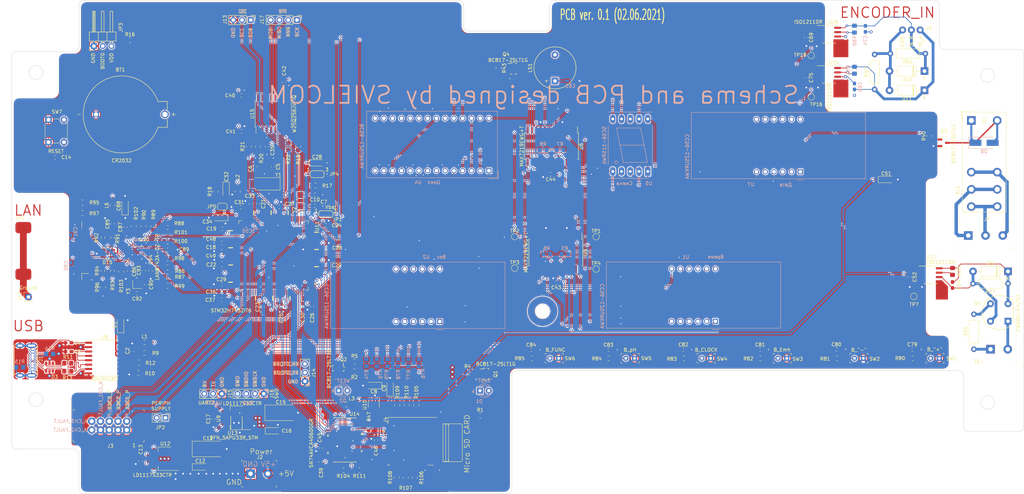
<source format=kicad_pcb>
(kicad_pcb (version 20171130) (host pcbnew 5.1.10-88a1d61d58~88~ubuntu20.04.1)
  (title_block (title ШВУ) (date 2021-05-21) (rev v0.1) (company SVIELCOM))
  (layers (0 F.Cu mixed) (1 GND mixed) (2 POWER mixed) (31 B.Cu mixed) (34 B.Paste user) (35 F.Paste user) (36 B.SilkS user hide) (37 F.SilkS user) (38 B.Mask user) (39 F.Mask user) (44 Edge.Cuts user))
  (net 0 "")
  (net 1 "Net-(C1-Pad1)")
  (net 2 GNDREF)
  (net 3 "Net-(C3-Pad1)")
  (net 4 "Net-(C5-Pad2)")
  (net 5 "Net-(C6-Pad2)")
  (net 6 "Net-(C7-Pad2)")
  (net 7 +5V)
  (net 8 +2,9V)
  (net 9 "Net-(C10-Pad2)")
  (net 10 VDD_PER)
  (net 11 NRST)
  (net 12 VDD_MCU)
  (net 13 /MCU_Power_supply_clocking/VCAP)
  (net 14 /MCU_Power_supply_clocking/VDDA)
  (net 15 /MCU_Power_supply_clocking/Vref+)
  (net 16 "Net-(C54-Pad2)")
  (net 17 "Net-(C54-Pad1)")
  (net 18 /Buttons/Button_Plus)
  (net 19 /Buttons/Button_Minus)
  (net 20 /Buttons/Button_Emh)
  (net 21 /Buttons/Button_Clock)
  (net 22 /Buttons/Button_pH)
  (net 23 /Buttons/Button_Func)
  (net 24 "Net-(C92-Pad1)")
  (net 25 "Net-(C93-Pad1)")
  (net 26 "Net-(C95-Pad1)")
  (net 27 "Net-(D1-Pad1)")
  (net 28 "Net-(D1-Pad2)")
  (net 29 "Net-(D2-Pad2)")
  (net 30 "Net-(D2-Pad1)")
  (net 31 "Net-(D3-Pad1)")
  (net 32 "Net-(D3-Pad6)")
  (net 33 "Net-(D4-Pad3)")
  (net 34 "Net-(D8-Pad2)")
  (net 35 /LAN/RD_P)
  (net 36 /LAN/TD_P)
  (net 37 /LAN/TD_N)
  (net 38 /LAN/RD_N)
  (net 39 "Net-(J1-PadA5)")
  (net 40 "Net-(J1-PadA8)")
  (net 41 "Net-(J1-PadB5)")
  (net 42 "Net-(J1-PadB8)")
  (net 43 "Net-(J4-Pad1)")
  (net 44 "Net-(J4-Pad2)")
  (net 45 "Net-(J4-Pad3)")
  (net 46 "Net-(J4-Pad5)")
  (net 47 "Net-(J4-Pad7)")
  (net 48 "Net-(J4-Pad8)")
  (net 49 "Net-(J7-Pad1)")
  (net 50 "Net-(J7-Pad2)")
  (net 51 "Net-(J7-Pad3)")
  (net 52 "Net-(J11-Pad1)")
  (net 53 "Net-(J11-Pad2)")
  (net 54 "Net-(J11-Pad9)")
  (net 55 "Net-(J11-Pad10)")
  (net 56 GNDS)
  (net 57 /Microcontroller/I2C2_SCL)
  (net 58 /Microcontroller/I2C2_SDA)
  (net 59 /Microcontroller/BOOT0_TX)
  (net 60 /Microcontroller/BOOT0_RX)
  (net 61 /Microcontroller/USART2_RX)
  (net 62 /Microcontroller/USART2_TX)
  (net 63 /Microcontroller/SWCLK)
  (net 64 /Microcontroller/SWDIO)
  (net 65 /Microcontroller/SWO)
  (net 66 /Microcontroller/SPI4_MOSI)
  (net 67 /Microcontroller/SPI4_MISO)
  (net 68 /Microcontroller/SPI4_NSS)
  (net 69 /Microcontroller/SPI4_SCK)
  (net 70 /MCU_Power_supply_clocking/Vbat)
  (net 71 "Net-(BT1-Pad1)")
  (net 72 "Net-(JP3-Pad2)")
  (net 73 "Net-(JP4-Pad2)")
  (net 74 "Net-(JP5-Pad1)")
  (net 75 "Net-(LS1-Pad2)")
  (net 76 "Net-(Q1-Pad1)")
  (net 77 "Net-(Q2-Pad1)")
  (net 78 "Net-(Q3-Pad1)")
  (net 79 "Net-(Q4-Pad1)")
  (net 80 "Net-(R3-Pad2)")
  (net 81 /Indicator/WEST_SKIP_LED)
  (net 82 /Indicator/EAST_SKIP_LED)
  (net 83 "Net-(R6-Pad2)")
  (net 84 "Net-(R7-Pad2)")
  (net 85 "Net-(R8-Pad2)")
  (net 86 "Net-(R9-Pad1)")
  (net 87 /Microcontroller/USB_FS_DP)
  (net 88 "Net-(R10-Pad1)")
  (net 89 "Net-(R11-Pad2)")
  (net 90 /Microcontroller/USB_FS_DN)
  (net 91 "Net-(R12-Pad1)")
  (net 92 "Net-(R13-Pad2)")
  (net 93 /MCU_Power_supply_clocking/BOOT0)
  (net 94 /MCU_Power_supply_clocking/PDR_ON)
  (net 95 "Net-(R19-Pad2)")
  (net 96 /Storage_and_memory/QUADPSI_BK1_IO2)
  (net 97 /Storage_and_memory/QUADPSI_BK1_IO3)
  (net 98 "Net-(R20-Pad2)")
  (net 99 /Storage_and_memory/QUADPSI_BK1_IO0)
  (net 100 "Net-(R21-Pad2)")
  (net 101 "Net-(R22-Pad2)")
  (net 102 /Storage_and_memory/QUADPSI_BK1_IO1)
  (net 103 "Net-(R26-Pad2)")
  (net 104 "Net-(R56-Pad2)")
  (net 105 "Net-(R60-Pad2)")
  (net 106 "Net-(R80-Pad2)")
  (net 107 "Net-(R81-Pad2)")
  (net 108 "Net-(R82-Pad2)")
  (net 109 "Net-(R83-Pad2)")
  (net 110 "Net-(R84-Pad2)")
  (net 111 "Net-(R85-Pad2)")
  (net 112 "Net-(R86-Pad2)")
  (net 113 "Net-(R87-Pad2)")
  (net 114 "Net-(R101-Pad2)")
  (net 115 /LAN/RMII_MDIO)
  (net 116 "Net-(R102-Pad2)")
  (net 117 /LAN/RMII_RXD0)
  (net 118 /LAN/RMII_RXD1)
  (net 119 "Net-(R100-Pad1)")
  (net 120 /LAN/RMII_CRS_DV)
  (net 121 /LAN/RMII_REF_CLK)
  (net 122 "Net-(R103-Pad1)")
  (net 123 /Indicator/SPI6_MOSI)
  (net 124 /Indicator/SPI6_CS)
  (net 125 /Indicator/SPI6_SCK)
  (net 126 "Net-(TP4-Pad1)")
  (net 127 /Indicator/E1)
  (net 128 /Indicator/D1)
  (net 129 /Indicator/DP1)
  (net 130 /Indicator/C1)
  (net 131 /Indicator/G1)
  (net 132 /Indicator/1C4)
  (net 133 /Indicator/B1)
  (net 134 /Indicator/1C5)
  (net 135 /Indicator/1C6)
  (net 136 /Indicator/F1)
  (net 137 /Indicator/A1)
  (net 138 /Indicator/1C7)
  (net 139 /Indicator/1C3)
  (net 140 /Indicator/1C2)
  (net 141 /Indicator/1C1)
  (net 142 /Indicator/1C0)
  (net 143 /Indicator/E2)
  (net 144 /Indicator/D2)
  (net 145 /Indicator/2C2)
  (net 146 /Indicator/C2)
  (net 147 /Indicator/DP2)
  (net 148 /Indicator/B2)
  (net 149 /Indicator/A2)
  (net 150 /Indicator/G2)
  (net 151 /Indicator/F2)
  (net 152 /Indicator/2C1)
  (net 153 /Indicator/2C0)
  (net 154 /Indicator/2C3)
  (net 155 /Indicator/2C4)
  (net 156 /Indicator/2C6)
  (net 157 /Indicator/2C7)
  (net 158 /Indicator/2C5)
  (net 159 "Net-(U6-Pad24)")
  (net 160 "Net-(U9-Pad1)")
  (net 161 "Net-(U9-Pad4)")
  (net 162 "Net-(U9-Pad5)")
  (net 163 "Net-(U10-Pad4)")
  (net 164 "Net-(U11-Pad37)")
  (net 165 "Net-(U11-Pad40)")
  (net 166 "Net-(U11-Pad41)")
  (net 167 "Net-(U11-Pad42)")
  (net 168 "Net-(U11-Pad46)")
  (net 169 "Net-(U11-Pad47)")
  (net 170 "Net-(U11-Pad48)")
  (net 171 "Net-(U11-Pad55)")
  (net 172 "Net-(U11-Pad56)")
  (net 173 "Net-(U11-Pad57)")
  (net 174 "Net-(U11-Pad58)")
  (net 175 "Net-(U11-Pad59)")
  (net 176 "Net-(U11-Pad60)")
  (net 177 "Net-(U11-Pad63)")
  (net 178 "Net-(U11-Pad64)")
  (net 179 "Net-(U11-Pad65)")
  (net 180 "Net-(U11-Pad66)")
  (net 181 "Net-(U11-Pad67)")
  (net 182 "Net-(U11-Pad68)")
  (net 183 "Net-(U11-Pad69)")
  (net 184 /LAN/RMII_TX_EN)
  (net 185 /Microcontroller/SDMMC1_D2)
  (net 186 /Microcontroller/SDMMC1_D3)
  (net 187 /Microcontroller/SDMMC1_CK)
  (net 188 "Net-(U11-Pad114)")
  (net 189 "Net-(U11-Pad115)")
  (net 190 /Microcontroller/SDMMC1_CMD)
  (net 191 "Net-(U11-Pad123)")
  (net 192 "Net-(U11-Pad124)")
  (net 193 "Net-(U11-Pad125)")
  (net 194 "Net-(U11-Pad126)")
  (net 195 "Net-(U11-Pad132)")
  (net 196 /Microcontroller/QUADSPI_BK1_NCS)
  (net 197 "Net-(U11-Pad137)")
  (net 198 /Microcontroller/SDMMC1_CKIN)
  (net 199 "Net-(U11-Pad2)")
  (net 200 "Net-(U11-Pad7)")
  (net 201 /Microcontroller/QUADSPI_CLK)
  (net 202 "Net-(U11-Pad26)")
  (net 203 /LAN/RMII_MDC)
  (net 204 "Net-(U11-Pad28)")
  (net 205 "Net-(U11-Pad34)")
  (net 206 /LAN/RMII_TXD0)
  (net 207 /LAN/RMII_TXD1)
  (net 208 "Net-(U11-Pad80)")
  (net 209 "Net-(U11-Pad81)")
  (net 210 "Net-(U11-Pad82)")
  (net 211 "Net-(U11-Pad86)")
  (net 212 "Net-(U11-Pad93)")
  (net 213 /Microcontroller/SDMMC1_D0)
  (net 214 /Microcontroller/SDMMC1_D1)
  (net 215 "Net-(U11-Pad100)")
  (net 216 "Net-(U15-Pad3)")
  (net 217 "Net-(U17-Pad5)")
  (net 218 "Net-(U24-Pad5)")
  (net 219 "Net-(U26-Pad5)")
  (net 220 /Microcontroller/SD_CARD_INS)
  (net 221 /Microcontroller/SD_CARD_CS)
  (net 222 /Microcontroller/SDMMC1_CDIR)
  (net 223 /Microcontroller/SDMMC1_D0DIR)
  (net 224 /Microcontroller/SDMMC1_D123DIR)
  (net 225 "Net-(U14-Pad21)")
  (net 226 "Net-(U14-Pad26)")
  (net 227 "Net-(U14-Pad27)")
  (net 228 "Net-(U14-Pad28)")
  (net 229 "Net-(U14-Pad29)")
  (net 230 "Net-(U14-Pad32)")
  (net 231 "Net-(U14-Pad33)")
  (net 232 "Net-(U14-Pad34)")
  (net 233 "Net-(U14-Pad35)")
  (net 234 /Digital_IO_analog_Inputs/ADC1_P)
  (net 235 /Digital_IO_analog_Inputs/ADC2_P)
  (net 236 /Digital_IO_analog_Inputs/ADC3_P)
  (net 237 /Digital_IO_analog_Inputs/LEVEL_SWITCH_AC)
  (net 238 /Digital_IO_analog_Inputs/A_CH2_FAULT)
  (net 239 /Digital_IO_analog_Inputs/A_CH3_FAULT)
  (net 240 /Digital_IO_analog_Inputs/220V_Phase)
  (net 241 /Digital_IO_analog_Inputs/SKIP_N_UNLOADED_REL)
  (net 242 /Digital_IO_analog_Inputs/SKIP_N_UNLOADED_BEEPER)
  (net 243 /Digital_IO_analog_Inputs/LEVEL_SWITCH)
  (net 244 /Digital_IO_analog_Inputs/ENCODER_A)
  (net 245 /Digital_IO_analog_Inputs/ENCODER_B)
  (net 246 /Digital_IO_analog_Inputs/A_CH1_FAULT)
  (net 247 "Net-(C51-Pad1)")
  (net 248 /USB/USB_GND)
  (net 249 /USB/USB_VBUS)
  (net 250 /LAN/LAN_PWR)
  (net 251 /Digital_IO_analog_Inputs/ENCODER_IN_A)
  (net 252 /Digital_IO_analog_Inputs/COM_ENCODER)
  (net 253 /USB/USB_D_P)
  (net 254 /USB/USB_D_N)
  (net 255 "Net-(U11-Pad15)")
  (net 256 "Net-(U11-Pad85)")
  (net 257 "Net-(U11-Pad79)")
  (net 258 "Net-(U11-Pad78)")
  (net 259 "Net-(U11-Pad49)")
  (net 260 "Net-(U11-Pad54)")
  (net 261 "Net-(U11-Pad14)")
  (net 262 /Digital_IO_analog_Inputs/ENCODER_IN_B)
  (module SVIELCOM:Microchip-C04-143B-S4QFN-0-0-IPC_A (layer F.Cu) (at 98.9076 144.285 90)
    (fp_text reference U30 (at 3.6579 1.0922 180) (layer F.SilkS) (effects (justify left)))
    (fp_text value LAN8742A-CZ-TR (at -1.3967 6.4389 90) (layer F.SilkS))
    (pad 25 smd rect (at 0 0 90) (size 2.6 2.6) (layers F.Cu F.Mask) (net 2 GNDREF))
    (pad 24 smd roundrect (at -1.25 -1.975532 90) (size 0.239283 0.961066) (layers F.Cu F.Paste F.Mask) (roundrect_rratio 0.5) (net 122 "Net-(R103-Pad1)"))
    (pad 23 smd roundrect (at -0.75 -1.975532 90) (size 0.239283 0.961066) (layers F.Cu F.Paste F.Mask) (roundrect_rratio 0.5) (net 35 /LAN/RD_P))
    (pad 22 smd roundrect (at -0.25 -1.975532 90) (size 0.239283 0.961066) (layers F.Cu F.Paste F.Mask) (roundrect_rratio 0.5) (net 38 /LAN/RD_N))
    (pad 21 smd roundrect (at 0.250001 -1.975532 90) (size 0.239283 0.961066) (layers F.Cu F.Paste F.Mask) (roundrect_rratio 0.5) (net 36 /LAN/TD_P))
    (pad 20 smd roundrect (at 0.750001 -1.975532 90) (size 0.239283 0.961066) (layers F.Cu F.Paste F.Mask) (roundrect_rratio 0.5) (net 37 /LAN/TD_N))
    (pad 19 smd roundrect (at 1.250001 -1.975532 90) (size 0.239283 0.961066) (layers F.Cu F.Paste F.Mask) (roundrect_rratio 0.5) (net 250 /LAN/LAN_PWR))
    (pad 12 smd roundrect (at 1.250001 1.975532 90) (size 0.239283 0.961066) (layers F.Cu F.Paste F.Mask) (roundrect_rratio 0.5) (net 115 /LAN/RMII_MDIO))
    (pad 11 smd roundrect (at 0.750001 1.975532 90) (size 0.239283 0.961066) (layers F.Cu F.Paste F.Mask) (roundrect_rratio 0.5) (net 114 "Net-(R101-Pad2)"))
    (pad 10 smd roundrect (at 0.250001 1.975532 90) (size 0.239283 0.961066) (layers F.Cu F.Paste F.Mask) (roundrect_rratio 0.5) (net 119 "Net-(R100-Pad1)"))
    (pad 9 smd roundrect (at -0.25 1.975532 90) (size 0.239283 0.961066) (layers F.Cu F.Paste F.Mask) (roundrect_rratio 0.5) (net 12 VDD_MCU))
    (pad 8 smd roundrect (at -0.75 1.975532 90) (size 0.239283 0.961066) (layers F.Cu F.Paste F.Mask) (roundrect_rratio 0.5) (net 112 "Net-(R86-Pad2)"))
    (pad 7 smd roundrect (at -1.25 1.975532 90) (size 0.239283 0.961066) (layers F.Cu F.Paste F.Mask) (roundrect_rratio 0.5) (net 113 "Net-(R87-Pad2)"))
    (pad 18 smd roundrect (at 1.975532 -1.25 90) (size 0.961066 0.239283) (layers F.Cu F.Paste F.Mask) (roundrect_rratio 0.5) (net 207 /LAN/RMII_TXD1))
    (pad 17 smd roundrect (at 1.975532 -0.75 90) (size 0.961066 0.239283) (layers F.Cu F.Paste F.Mask) (roundrect_rratio 0.5) (net 206 /LAN/RMII_TXD0))
    (pad 16 smd roundrect (at 1.975532 -0.25 90) (size 0.961066 0.239283) (layers F.Cu F.Paste F.Mask) (roundrect_rratio 0.5) (net 184 /LAN/RMII_TX_EN))
    (pad 15 smd roundrect (at 1.975532 0.250001 90) (size 0.961066 0.239283) (layers F.Cu F.Paste F.Mask) (roundrect_rratio 0.5) (net 11 NRST))
    (pad 14 smd roundrect (at 1.975532 0.750001 90) (size 0.961066 0.239283) (layers F.Cu F.Paste F.Mask) (roundrect_rratio 0.5) (net 116 "Net-(R102-Pad2)"))
    (pad 13 smd roundrect (at 1.975532 1.250001 90) (size 0.961066 0.239283) (layers F.Cu F.Paste F.Mask) (roundrect_rratio 0.5) (net 203 /LAN/RMII_MDC))
    (pad 6 smd roundrect (at -1.975532 1.250001 90) (size 0.961066 0.239283) (layers F.Cu F.Paste F.Mask) (roundrect_rratio 0.5) (net 25 "Net-(C93-Pad1)"))
    (pad 5 smd roundrect (at -1.975532 0.750001 90) (size 0.961066 0.239283) (layers F.Cu F.Paste F.Mask) (roundrect_rratio 0.5) (net 26 "Net-(C95-Pad1)"))
    (pad 4 smd roundrect (at -1.975532 0.250001 90) (size 0.961066 0.239283) (layers F.Cu F.Paste F.Mask) (roundrect_rratio 0.5) (net 24 "Net-(C92-Pad1)"))
    (pad 3 smd roundrect (at -1.975532 -0.25 90) (size 0.961066 0.239283) (layers F.Cu F.Paste F.Mask) (roundrect_rratio 0.5) (net 53 "Net-(J11-Pad2)"))
    (pad 2 smd roundrect (at -1.975532 -0.75 90) (size 0.961066 0.239283) (layers F.Cu F.Paste F.Mask) (roundrect_rratio 0.5) (net 55 "Net-(J11-Pad10)"))
    (pad 1 smd rect (at -1.975532 -1.25 90) (size 0.961066 0.239283) (layers F.Cu F.Paste F.Mask) (net 250 /LAN/LAN_PWR))
  )
  (module Package_SO:SOIC-8_3.9x4.9mm_P1.27mm (layer F.Cu) (at 329.692 150.876)
    (fp_text reference U17 (at 0.3048 -5.1816) (layer F.SilkS))
    (fp_text value ISO1211DR (at 3.0226 -3.7084 180) (layer F.SilkS))
    (pad 8 smd roundrect (at 2.475 -1.905) (size 1.95 0.6) (layers F.Cu F.Paste F.Mask) (net 17 "Net-(C54-Pad1)"))
    (pad 7 smd roundrect (at 2.475 -0.635) (size 1.95 0.6) (layers F.Cu F.Paste F.Mask) (net 103 "Net-(R26-Pad2)"))
    (pad 6 smd roundrect (at 2.475 0.635) (size 1.95 0.6) (layers F.Cu F.Paste F.Mask) (net 16 "Net-(C54-Pad2)"))
    (pad 5 smd roundrect (at 2.475 1.905) (size 1.95 0.6) (layers F.Cu F.Paste F.Mask) (net 217 "Net-(U17-Pad5)"))
    (pad 4 smd roundrect (at -2.475 1.905) (size 1.95 0.6) (layers F.Cu F.Paste F.Mask) (net 2 GNDREF))
    (pad 3 smd roundrect (at -2.475 0.635) (size 1.95 0.6) (layers F.Cu F.Paste F.Mask) (net 243 /Digital_IO_analog_Inputs/LEVEL_SWITCH))
    (pad 2 smd roundrect (at -2.475 -0.635) (size 1.95 0.6) (layers F.Cu F.Paste F.Mask) (net 247 "Net-(C51-Pad1)"))
    (pad 1 smd roundrect (at -2.475 -1.905) (size 1.95 0.6) (layers F.Cu F.Paste F.Mask) (net 247 "Net-(C51-Pad1)"))
  )
  (module Package_SO:SOIC-8_3.9x4.9mm_P1.27mm (layer F.Cu) (at 300.228 92.71)
    (fp_text reference U24 (at 1.3462 -3.4798) (layer F.SilkS))
    (fp_text value ISO1211DR (at 0.0762 6.7818 90) (layer F.SilkS))
    (pad 8 smd roundrect (at 2.475 -1.905) (size 1.95 0.6) (layers F.Cu F.Paste F.Mask) (net 251 /Digital_IO_analog_Inputs/ENCODER_IN_A))
    (pad 7 smd roundrect (at 2.475 -0.635) (size 1.95 0.6) (layers F.Cu F.Paste F.Mask) (net 104 "Net-(R56-Pad2)"))
    (pad 6 smd roundrect (at 2.475 0.635) (size 1.95 0.6) (layers F.Cu F.Paste F.Mask) (net 252 /Digital_IO_analog_Inputs/COM_ENCODER))
    (pad 5 smd roundrect (at 2.475 1.905) (size 1.95 0.6) (layers F.Cu F.Paste F.Mask) (net 218 "Net-(U24-Pad5)"))
    (pad 4 smd roundrect (at -2.475 1.905) (size 1.95 0.6) (layers F.Cu F.Paste F.Mask) (net 2 GNDREF))
    (pad 3 smd roundrect (at -2.475 0.635) (size 1.95 0.6) (layers F.Cu F.Paste F.Mask) (net 244 /Digital_IO_analog_Inputs/ENCODER_A))
    (pad 2 smd roundrect (at -2.475 -0.635) (size 1.95 0.6) (layers F.Cu F.Paste F.Mask) (net 247 "Net-(C51-Pad1)"))
    (pad 1 smd roundrect (at -2.475 -1.905) (size 1.95 0.6) (layers F.Cu F.Paste F.Mask) (net 247 "Net-(C51-Pad1)"))
  )
  (module Package_SO:SOIC-8_3.9x4.9mm_P1.27mm (layer F.Cu) (at 300.228 81.026)
    (fp_text reference U26 (at 1.2954 -3.5814) (layer F.SilkS))
    (fp_text value ISO1211DR (at -6.0452 -3.6068) (layer F.SilkS))
    (pad 8 smd roundrect (at 2.475 -1.905) (size 1.95 0.6) (layers F.Cu F.Paste F.Mask) (net 262 /Digital_IO_analog_Inputs/ENCODER_IN_B))
    (pad 7 smd roundrect (at 2.475 -0.635) (size 1.95 0.6) (layers F.Cu F.Paste F.Mask) (net 105 "Net-(R60-Pad2)"))
    (pad 6 smd roundrect (at 2.475 0.635) (size 1.95 0.6) (layers F.Cu F.Paste F.Mask) (net 252 /Digital_IO_analog_Inputs/COM_ENCODER))
    (pad 5 smd roundrect (at 2.475 1.905) (size 1.95 0.6) (layers F.Cu F.Paste F.Mask) (net 219 "Net-(U26-Pad5)"))
    (pad 4 smd roundrect (at -2.475 1.905) (size 1.95 0.6) (layers F.Cu F.Paste F.Mask) (net 2 GNDREF))
    (pad 3 smd roundrect (at -2.475 0.635) (size 1.95 0.6) (layers F.Cu F.Paste F.Mask) (net 245 /Digital_IO_analog_Inputs/ENCODER_B))
    (pad 2 smd roundrect (at -2.475 -0.635) (size 1.95 0.6) (layers F.Cu F.Paste F.Mask) (net 247 "Net-(C51-Pad1)"))
    (pad 1 smd roundrect (at -2.475 -1.905) (size 1.95 0.6) (layers F.Cu F.Paste F.Mask) (net 247 "Net-(C51-Pad1)"))
  )
  (module Package_SO:SOIC-24W_7.5x15.4mm_P1.27mm (layer F.Cu) (at 220.98 144.3482 270)
    (fp_text reference U3 (at 0 -8.65 90) (layer F.SilkS))
    (fp_text value MAX7219EWG+T (at 0 8.65 90) (layer F.SilkS))
    (pad 24 smd roundrect (at 4.65 -6.985 270) (size 2.05 0.6) (layers F.Cu F.Paste F.Mask) (net 126 "Net-(TP4-Pad1)"))
    (pad 23 smd roundrect (at 4.65 -5.715 270) (size 2.05 0.6) (layers F.Cu F.Paste F.Mask) (net 128 /Indicator/D1))
    (pad 22 smd roundrect (at 4.65 -4.445 270) (size 2.05 0.6) (layers F.Cu F.Paste F.Mask) (net 129 /Indicator/DP1))
    (pad 21 smd roundrect (at 4.65 -3.175 270) (size 2.05 0.6) (layers F.Cu F.Paste F.Mask) (net 127 /Indicator/E1))
    (pad 20 smd roundrect (at 4.65 -1.905 270) (size 2.05 0.6) (layers F.Cu F.Paste F.Mask) (net 130 /Indicator/C1))
    (pad 19 smd roundrect (at 4.65 -0.635 270) (size 2.05 0.6) (layers F.Cu F.Paste F.Mask) (net 7 +5V))
    (pad 18 smd roundrect (at 4.65 0.635 270) (size 2.05 0.6) (layers F.Cu F.Paste F.Mask) (net 83 "Net-(R6-Pad2)"))
    (pad 17 smd roundrect (at 4.65 1.905 270) (size 2.05 0.6) (layers F.Cu F.Paste F.Mask) (net 131 /Indicator/G1))
    (pad 16 smd roundrect (at 4.65 3.175 270) (size 2.05 0.6) (layers F.Cu F.Paste F.Mask) (net 133 /Indicator/B1))
    (pad 15 smd roundrect (at 4.65 4.445 270) (size 2.05 0.6) (layers F.Cu F.Paste F.Mask) (net 136 /Indicator/F1))
    (pad 14 smd roundrect (at 4.65 5.715 270) (size 2.05 0.6) (layers F.Cu F.Paste F.Mask) (net 137 /Indicator/A1))
    (pad 13 smd roundrect (at 4.65 6.985 270) (size 2.05 0.6) (layers F.Cu F.Paste F.Mask) (net 125 /Indicator/SPI6_SCK))
    (pad 12 smd roundrect (at -4.65 6.985 270) (size 2.05 0.6) (layers F.Cu F.Paste F.Mask) (net 124 /Indicator/SPI6_CS))
    (pad 11 smd roundrect (at -4.65 5.715 270) (size 2.05 0.6) (layers F.Cu F.Paste F.Mask) (net 141 /Indicator/1C1))
    (pad 10 smd roundrect (at -4.65 4.445 270) (size 2.05 0.6) (layers F.Cu F.Paste F.Mask) (net 134 /Indicator/1C5))
    (pad 9 smd roundrect (at -4.65 3.175 270) (size 2.05 0.6) (layers F.Cu F.Paste F.Mask) (net 2 GNDREF))
    (pad 8 smd roundrect (at -4.65 1.905 270) (size 2.05 0.6) (layers F.Cu F.Paste F.Mask) (net 138 /Indicator/1C7))
    (pad 7 smd roundrect (at -4.65 0.635 270) (size 2.05 0.6) (layers F.Cu F.Paste F.Mask) (net 139 /Indicator/1C3))
    (pad 6 smd roundrect (at -4.65 -0.635 270) (size 2.05 0.6) (layers F.Cu F.Paste F.Mask) (net 140 /Indicator/1C2))
    (pad 5 smd roundrect (at -4.65 -1.905 270) (size 2.05 0.6) (layers F.Cu F.Paste F.Mask) (net 135 /Indicator/1C6))
    (pad 4 smd roundrect (at -4.65 -3.175 270) (size 2.05 0.6) (layers F.Cu F.Paste F.Mask) (net 2 GNDREF))
    (pad 3 smd roundrect (at -4.65 -4.445 270) (size 2.05 0.6) (layers F.Cu F.Paste F.Mask) (net 132 /Indicator/1C4))
    (pad 2 smd roundrect (at -4.65 -5.715 270) (size 2.05 0.6) (layers F.Cu F.Paste F.Mask) (net 142 /Indicator/1C0))
    (pad 1 smd roundrect (at -4.65 -6.985 270) (size 2.05 0.6) (layers F.Cu F.Paste F.Mask) (net 123 /Indicator/SPI6_MOSI))
  )
  (module Package_SO:SOIC-24W_7.5x15.4mm_P1.27mm (layer F.Cu) (at 219.71 113.538 270)
    (fp_text reference U6 (at 0 -8.65 90) (layer F.SilkS))
    (fp_text value MAX7219EWG+T (at 0 8.65 90) (layer F.SilkS))
    (pad 24 smd roundrect (at 4.65 -6.985 270) (size 2.05 0.6) (layers F.Cu F.Paste F.Mask) (net 159 "Net-(U6-Pad24)"))
    (pad 23 smd roundrect (at 4.65 -5.715 270) (size 2.05 0.6) (layers F.Cu F.Paste F.Mask) (net 144 /Indicator/D2))
    (pad 22 smd roundrect (at 4.65 -4.445 270) (size 2.05 0.6) (layers F.Cu F.Paste F.Mask) (net 147 /Indicator/DP2))
    (pad 21 smd roundrect (at 4.65 -3.175 270) (size 2.05 0.6) (layers F.Cu F.Paste F.Mask) (net 143 /Indicator/E2))
    (pad 20 smd roundrect (at 4.65 -1.905 270) (size 2.05 0.6) (layers F.Cu F.Paste F.Mask) (net 146 /Indicator/C2))
    (pad 19 smd roundrect (at 4.65 -0.635 270) (size 2.05 0.6) (layers F.Cu F.Paste F.Mask) (net 7 +5V))
    (pad 18 smd roundrect (at 4.65 0.635 270) (size 2.05 0.6) (layers F.Cu F.Paste F.Mask) (net 85 "Net-(R8-Pad2)"))
    (pad 17 smd roundrect (at 4.65 1.905 270) (size 2.05 0.6) (layers F.Cu F.Paste F.Mask) (net 150 /Indicator/G2))
    (pad 16 smd roundrect (at 4.65 3.175 270) (size 2.05 0.6) (layers F.Cu F.Paste F.Mask) (net 148 /Indicator/B2))
    (pad 15 smd roundrect (at 4.65 4.445 270) (size 2.05 0.6) (layers F.Cu F.Paste F.Mask) (net 151 /Indicator/F2))
    (pad 14 smd roundrect (at 4.65 5.715 270) (size 2.05 0.6) (layers F.Cu F.Paste F.Mask) (net 149 /Indicator/A2))
    (pad 13 smd roundrect (at 4.65 6.985 270) (size 2.05 0.6) (layers F.Cu F.Paste F.Mask) (net 125 /Indicator/SPI6_SCK))
    (pad 12 smd roundrect (at -4.65 6.985 270) (size 2.05 0.6) (layers F.Cu F.Paste F.Mask) (net 124 /Indicator/SPI6_CS))
    (pad 11 smd roundrect (at -4.65 5.715 270) (size 2.05 0.6) (layers F.Cu F.Paste F.Mask) (net 152 /Indicator/2C1))
    (pad 10 smd roundrect (at -4.65 4.445 270) (size 2.05 0.6) (layers F.Cu F.Paste F.Mask) (net 158 /Indicator/2C5))
    (pad 9 smd roundrect (at -4.65 3.175 270) (size 2.05 0.6) (layers F.Cu F.Paste F.Mask) (net 2 GNDREF))
    (pad 8 smd roundrect (at -4.65 1.905 270) (size 2.05 0.6) (layers F.Cu F.Paste F.Mask) (net 157 /Indicator/2C7))
    (pad 7 smd roundrect (at -4.65 0.635 270) (size 2.05 0.6) (layers F.Cu F.Paste F.Mask) (net 154 /Indicator/2C3))
    (pad 6 smd roundrect (at -4.65 -0.635 270) (size 2.05 0.6) (layers F.Cu F.Paste F.Mask) (net 145 /Indicator/2C2))
    (pad 5 smd roundrect (at -4.65 -1.905 270) (size 2.05 0.6) (layers F.Cu F.Paste F.Mask) (net 156 /Indicator/2C6))
    (pad 4 smd roundrect (at -4.65 -3.175 270) (size 2.05 0.6) (layers F.Cu F.Paste F.Mask) (net 2 GNDREF))
    (pad 3 smd roundrect (at -4.65 -4.445 270) (size 2.05 0.6) (layers F.Cu F.Paste F.Mask) (net 155 /Indicator/2C4))
    (pad 2 smd roundrect (at -4.65 -5.715 270) (size 2.05 0.6) (layers F.Cu F.Paste F.Mask) (net 153 /Indicator/2C0))
    (pad 1 smd roundrect (at -4.65 -6.985 270) (size 2.05 0.6) (layers F.Cu F.Paste F.Mask) (net 126 "Net-(TP4-Pad1)"))
  )
  (module Jumper:SolderJumper-3_P1.3mm_Open_RoundedPad1.0x1.5mm_NumberLabels (layer F.Cu) (at 154.2542 133.2484)
    (fp_text reference JP1 (at 3.36804 1.5113) (layer F.SilkS))
    (fp_text value Jumper_3_Bridged12 hide)
    (fp_text user Vbat (at 1.4605 -2.07518) (layer F.SilkS))
    (fp_text user 1 (at -2.76606 -1.00584) (layer F.SilkS))
    (fp_text user 3 (at 2.63906 -0.89408) (layer F.SilkS))
    (pad 2 smd rect (at 0 0) (size 1 1.5) (layers F.Cu F.Mask) (net 70 /MCU_Power_supply_clocking/Vbat))
    (pad 3 smd custom (at 1.3 0) (size 1 0.5) (layers F.Cu F.Mask) (net 71 "Net-(BT1-Pad1)") (options (clearance outline) (anchor rect)) (primitives (gr_circle (center 0 0.25) (end 0.5 0.25) (width 0)) (gr_circle (center 0 -0.25) (end 0.5 -0.25) (width 0)) (gr_poly (pts (xy -0.55 -0.75) (xy 0 -0.75) (xy 0 0.75) (xy -0.55 0.75)) (width 0))))
    (pad 1 smd custom (at -1.3 0) (size 1 0.5) (layers F.Cu F.Mask) (net 12 VDD_MCU) (options (clearance outline) (anchor rect)) (primitives (gr_circle (center 0 0.25) (end 0.5 0.25) (width 0)) (gr_circle (center 0 -0.25) (end 0.5 -0.25) (width 0)) (gr_poly (pts (xy 0.55 -0.75) (xy 0 -0.75) (xy 0 0.75) (xy 0.55 0.75)) (width 0))))
  )
  (module Jumper:SolderJumper-3_P1.3mm_Open_RoundedPad1.0x1.5mm_NumberLabels (layer F.Cu) (at 151.708601 121.6406)
    (fp_text reference JP4 (at 4.958599 -0.0127) (layer F.SilkS))
    (fp_text value Jumper_3_Bridged12 hide)
    (fp_text user 1 (at -2.534401 -1.3208) (layer F.SilkS))
    (fp_text user 3 (at 2.837699 -1.3081) (layer F.SilkS))
    (pad 2 smd rect (at 0 0) (size 1 1.5) (layers F.Cu F.Mask) (net 73 "Net-(JP4-Pad2)"))
    (pad 3 smd custom (at 1.3 0) (size 1 0.5) (layers F.Cu F.Mask) (net 2 GNDREF) (options (clearance outline) (anchor rect)) (primitives (gr_circle (center 0 0.25) (end 0.5 0.25) (width 0)) (gr_circle (center 0 -0.25) (end 0.5 -0.25) (width 0)) (gr_poly (pts (xy -0.55 -0.75) (xy 0 -0.75) (xy 0 0.75) (xy -0.55 0.75)) (width 0))))
    (pad 1 smd custom (at -1.3 0) (size 1 0.5) (layers F.Cu F.Mask) (net 12 VDD_MCU) (options (clearance outline) (anchor rect)) (primitives (gr_circle (center 0 0.25) (end 0.5 0.25) (width 0)) (gr_circle (center 0 -0.25) (end 0.5 -0.25) (width 0)) (gr_poly (pts (xy 0.55 -0.75) (xy 0 -0.75) (xy 0 0.75) (xy 0.55 0.75)) (width 0))))
  )
  (module SVIELCOM:BAT_BS-7 (layer F.Cu) (at 97.5741 104.2797)
    (fp_text reference BT1 (at -2.9337 -12.9794) (layer F.SilkS))
    (fp_text value CR2032 (at -2.5781 13.4112) (layer F.SilkS))
    (pad 1 thru_hole circle (at 10 0) (size 2.25 2.25) (drill 1.5) (layers *.Cu *.Mask) (net 71 "Net-(BT1-Pad1)"))
    (pad 2 thru_hole circle (at -10 0) (size 1.755 1.755) (drill 1.17) (layers *.Cu *.Mask) (net 2 GNDREF))
  )
  (module Connector_PinHeader_2.54mm:PinHeader_1x03_P2.54mm_Horizontal (layer F.Cu) (at 86.9696 84.4423 90)
    (fp_text reference JP3 (at 5.4102 7.7978 90) (layer F.SilkS))
    (fp_text value BOOT0 (at -4.3307 2.5146 90) (layer F.SilkS))
    (pad 3 thru_hole oval (at 0 5.08 90) (size 1.7 1.7) (drill 1) (layers *.Cu *.Mask) (net 12 VDD_MCU))
    (pad 2 thru_hole oval (at 0 2.54 90) (size 1.7 1.7) (drill 1) (layers *.Cu *.Mask) (net 72 "Net-(JP3-Pad2)"))
    (pad 1 thru_hole rect (at 0 0 90) (size 1.7 1.7) (drill 1) (layers *.Cu *.Mask) (net 2 GNDREF))
  )
  (module Connector_PinHeader_2.54mm:PinHeader_1x04_P2.54mm_Vertical (layer F.Cu) (at 136.2456 185.3946 270)
    (fp_text reference J16 (at 0 -2.33 90) (layer F.SilkS))
    (fp_text value 0022232041 hide)
    (pad 4 thru_hole oval (at 0 7.62 270) (size 1.7 1.7) (drill 1) (layers *.Cu *.Mask) (net 65 /Microcontroller/SWO))
    (pad 3 thru_hole oval (at 0 5.08 270) (size 1.7 1.7) (drill 1) (layers *.Cu *.Mask) (net 64 /Microcontroller/SWDIO))
    (pad 2 thru_hole oval (at 0 2.54 270) (size 1.7 1.7) (drill 1) (layers *.Cu *.Mask) (net 63 /Microcontroller/SWCLK))
    (pad 1 thru_hole rect (at 0 0 270) (size 1.7 1.7) (drill 1) (layers *.Cu *.Mask) (net 2 GNDREF))
  )
  (module Connector_PinHeader_2.54mm:PinHeader_1x04_P2.54mm_Vertical (layer F.Cu) (at 145.8722 76.8604 270)
    (fp_text reference J17 (at -0.0635 10.1473 90) (layer F.SilkS))
    (fp_text value 0022232041 hide)
    (pad 4 thru_hole oval (at 0 7.62 270) (size 1.7 1.7) (drill 1) (layers *.Cu *.Mask) (net 66 /Microcontroller/SPI4_MOSI))
    (pad 3 thru_hole oval (at 0 5.08 270) (size 1.7 1.7) (drill 1) (layers *.Cu *.Mask) (net 67 /Microcontroller/SPI4_MISO))
    (pad 2 thru_hole oval (at 0 2.54 270) (size 1.7 1.7) (drill 1) (layers *.Cu *.Mask) (net 68 /Microcontroller/SPI4_NSS))
    (pad 1 thru_hole rect (at 0 0 270) (size 1.7 1.7) (drill 1) (layers *.Cu *.Mask) (net 69 /Microcontroller/SPI4_SCK))
  )
  (module Connector_PinHeader_2.54mm:PinHeader_1x03_P2.54mm_Vertical (layer F.Cu) (at 132.461 76.8731 270)
    (fp_text reference J13 (at -0.127 7.4676 90) (layer F.SilkS))
    (fp_text value 640456-3 hide)
    (pad 3 thru_hole oval (at 0 5.08 270) (size 1.7 1.7) (drill 1) (layers *.Cu *.Mask) (net 2 GNDREF))
    (pad 2 thru_hole oval (at 0 2.54 270) (size 1.7 1.7) (drill 1) (layers *.Cu *.Mask) (net 57 /Microcontroller/I2C2_SCL))
    (pad 1 thru_hole rect (at 0 0 270) (size 1.7 1.7) (drill 1) (layers *.Cu *.Mask) (net 58 /Microcontroller/I2C2_SDA))
  )
  (module Connector_PinHeader_2.54mm:PinHeader_1x03_P2.54mm_Vertical (layer F.Cu) (at 148.1963 181.7751 180)
    (fp_text reference J14 (at -2.54 2.413 90) (layer F.SilkS))
    (fp_text value 640456-3 hide)
    (pad 3 thru_hole oval (at 0 5.08 180) (size 1.7 1.7) (drill 1) (layers *.Cu *.Mask) (net 60 /Microcontroller/BOOT0_RX))
    (pad 2 thru_hole oval (at 0 2.54 180) (size 1.7 1.7) (drill 1) (layers *.Cu *.Mask) (net 59 /Microcontroller/BOOT0_TX))
    (pad 1 thru_hole rect (at 0 0 180) (size 1.7 1.7) (drill 1) (layers *.Cu *.Mask) (net 2 GNDREF))
  )
  (module Connector_PinHeader_2.54mm:PinHeader_1x03_P2.54mm_Vertical (layer F.Cu) (at 124.0663 185.4073 270)
    (fp_text reference J15 (at 0 -2.33 90) (layer F.SilkS))
    (fp_text value 640456-3 hide)
    (pad 3 thru_hole oval (at 0 5.08 270) (size 1.7 1.7) (drill 1) (layers *.Cu *.Mask) (net 61 /Microcontroller/USART2_RX))
    (pad 2 thru_hole oval (at 0 2.54 270) (size 1.7 1.7) (drill 1) (layers *.Cu *.Mask) (net 62 /Microcontroller/USART2_TX))
    (pad 1 thru_hole rect (at 0 0 270) (size 1.7 1.7) (drill 1) (layers *.Cu *.Mask) (net 2 GNDREF))
  )
  (module digikey-footprints:SOT-23-3 (layer F.Cu) (at 200.6514 179.6669)
    (fp_text reference Q1 (at 2.8194 -0.0256 -90) (layer F.SilkS))
    (fp_text value BC817-25LT1G (at 2.8915 -2.9083) (layer F.SilkS))
    (pad 3 smd rect (at 1.05 0) (size 1.3 0.6) (layers F.Cu F.Paste F.Mask) (net 27 "Net-(D1-Pad1)"))
    (pad 2 smd rect (at -1.05 0.95) (size 1.3 0.6) (layers F.Cu F.Paste F.Mask) (net 2 GNDREF))
    (pad 1 smd rect (at -1.05 -0.95) (size 1.3 0.6) (layers F.Cu F.Paste F.Mask) (net 76 "Net-(Q1-Pad1)"))
  )
  (module digikey-footprints:SOT-23-3 (layer F.Cu) (at 157.846 178.012 270)
    (fp_text reference Q2 (at -2.5615 -1.53392 180) (layer F.SilkS))
    (fp_text value BC817-25LT1G (at 0.1309 2.6647 270) (layer F.SilkS))
    (pad 3 smd rect (at 1.05 0 270) (size 1.3 0.6) (layers F.Cu F.Paste F.Mask) (net 30 "Net-(D2-Pad1)"))
    (pad 2 smd rect (at -1.05 0.95 270) (size 1.3 0.6) (layers F.Cu F.Paste F.Mask) (net 2 GNDREF))
    (pad 1 smd rect (at -1.05 -0.95 270) (size 1.3 0.6) (layers F.Cu F.Paste F.Mask) (net 77 "Net-(Q2-Pad1)"))
  )
  (module digikey-footprints:SOT-23-3 (layer F.Cu) (at 333.468 112.522)
    (fp_text reference Q3 (at 0.025 -3.375) (layer F.SilkS))
    (fp_text value BC817-25LT1G (at 2.8661 0.3048 90) (layer F.SilkS))
    (pad 3 smd rect (at 1.05 0) (size 1.3 0.6) (layers F.Cu F.Paste F.Mask) (net 34 "Net-(D8-Pad2)"))
    (pad 2 smd rect (at -1.05 0.95) (size 1.3 0.6) (layers F.Cu F.Paste F.Mask) (net 2 GNDREF))
    (pad 1 smd rect (at -1.05 -0.95) (size 1.3 0.6) (layers F.Cu F.Paste F.Mask) (net 78 "Net-(Q3-Pad1)"))
  )
  (module digikey-footprints:SOT-23-3 (layer F.Cu) (at 208.6864 90.9574)
    (fp_text reference Q4 (at -2.1463 -4.1275) (layer F.SilkS))
    (fp_text value BC817-25LT1G (at -1.5748 -2.4511) (layer F.SilkS))
    (pad 3 smd rect (at 1.05 0) (size 1.3 0.6) (layers F.Cu F.Paste F.Mask) (net 75 "Net-(LS1-Pad2)"))
    (pad 2 smd rect (at -1.05 0.95) (size 1.3 0.6) (layers F.Cu F.Paste F.Mask) (net 2 GNDREF))
    (pad 1 smd rect (at -1.05 -0.95) (size 1.3 0.6) (layers F.Cu F.Paste F.Mask) (net 79 "Net-(Q4-Pad1)"))
  )
  (module Connector_RJ:RJ45_Pulse_JXD6-0001NL_Horizontal (layer F.Cu) (at 71.7804 143.929 180)
    (fp_text reference J11 (at 6.2992 9.6266) (layer F.SilkS))
    (fp_text value Pulse_JXD6-0001NL hide)
    (pad SH smd roundrect (at 5.275 -6.77 180) (size 4.6 3.26) (layers F.Cu F.Paste F.Mask) (net 56 GNDS))
    (pad "" np_thru_hole circle (at 0.775 -5.715 180) (size 3 3) (drill 3) (layers *.Cu *.Mask))
    (pad "" np_thru_hole circle (at 0.775 5.715 180) (size 3 3) (drill 3) (layers *.Cu *.Mask))
    (pad SH smd roundrect (at 5.275 6.77 180) (size 4.6 3.26) (layers F.Cu F.Paste F.Mask) (net 56 GNDS))
    (pad 10 smd roundrect (at -11.875 5.715 180) (size 3.5 0.8) (layers F.Cu F.Paste F.Mask) (net 55 "Net-(J11-Pad10)"))
    (pad 9 smd roundrect (at -11.875 4.445 180) (size 3.5 0.8) (layers F.Cu F.Paste F.Mask) (net 54 "Net-(J11-Pad9)"))
    (pad 8 smd roundrect (at -11.875 3.175 180) (size 3.5 0.8) (layers F.Cu F.Paste F.Mask) (net 250 /LAN/LAN_PWR))
    (pad 7 smd roundrect (at -11.875 1.905 180) (size 3.5 0.8) (layers F.Cu F.Paste F.Mask) (net 38 /LAN/RD_N))
    (pad 6 smd roundrect (at -11.875 0.635 180) (size 3.5 0.8) (layers F.Cu F.Paste F.Mask) (net 35 /LAN/RD_P))
    (pad 5 smd roundrect (at -11.875 -0.635 180) (size 3.5 0.8) (layers F.Cu F.Paste F.Mask) (net 37 /LAN/TD_N))
    (pad 4 smd roundrect (at -11.875 -1.905 180) (size 3.5 0.8) (layers F.Cu F.Paste F.Mask) (net 36 /LAN/TD_P))
    (pad 3 smd roundrect (at -11.875 -3.175 180) (size 3.5 0.8) (layers F.Cu F.Paste F.Mask) (net 250 /LAN/LAN_PWR))
    (pad 2 smd roundrect (at -11.875 -4.445 180) (size 3.5 0.8) (layers F.Cu F.Paste F.Mask) (net 53 "Net-(J11-Pad2)"))
    (pad 1 smd roundrect (at -11.875 -5.715 180) (size 3.5 0.8) (layers F.Cu F.Paste F.Mask) (net 52 "Net-(J11-Pad1)"))
  )
  (module SVIELCOM:GCT_USB4085-GF-A_REVA (layer F.Cu) (at 65.8622 175.743 270)
    (fp_text reference J1 (at -0.5211 -5.715 90) (layer F.SilkS) (effects (font (size 1.00015 1.00015))))
    (fp_text value USB4085-GF-A_REVA hide)
    (pad A1 thru_hole circle (at -2.975 -4.025 270) (size 0.7 0.7) (drill 0.4) (layers *.Cu *.Mask) (net 248 /USB/USB_GND))
    (pad A4 thru_hole circle (at -2.125 -4.025 270) (size 0.7 0.7) (drill 0.4) (layers *.Cu *.Mask) (net 249 /USB/USB_VBUS))
    (pad A5 thru_hole circle (at -1.275 -4.025 270) (size 0.7 0.7) (drill 0.4) (layers *.Cu *.Mask) (net 39 "Net-(J1-PadA5)"))
    (pad A6 thru_hole circle (at -0.425 -4.025 270) (size 0.7 0.7) (drill 0.4) (layers *.Cu *.Mask) (net 253 /USB/USB_D_P))
    (pad A7 thru_hole circle (at 0.425 -4.025 270) (size 0.7 0.7) (drill 0.4) (layers *.Cu *.Mask) (net 254 /USB/USB_D_N))
    (pad A8 thru_hole circle (at 1.275 -4.025 270) (size 0.7 0.7) (drill 0.4) (layers *.Cu *.Mask) (net 40 "Net-(J1-PadA8)"))
    (pad A9 thru_hole circle (at 2.125 -4.025 270) (size 0.7 0.7) (drill 0.4) (layers *.Cu *.Mask) (net 249 /USB/USB_VBUS))
    (pad A12 thru_hole circle (at 2.975 -4.025 270) (size 0.7 0.7) (drill 0.4) (layers *.Cu *.Mask) (net 248 /USB/USB_GND))
    (pad B1 thru_hole circle (at 2.975 -2.675 270) (size 0.7 0.7) (drill 0.4) (layers *.Cu *.Mask) (net 248 /USB/USB_GND))
    (pad B4 thru_hole circle (at 2.125 -2.675 270) (size 0.7 0.7) (drill 0.4) (layers *.Cu *.Mask) (net 249 /USB/USB_VBUS))
    (pad B5 thru_hole circle (at 1.275 -2.675 270) (size 0.7 0.7) (drill 0.4) (layers *.Cu *.Mask) (net 41 "Net-(J1-PadB5)"))
    (pad B6 thru_hole circle (at 0.425 -2.675 270) (size 0.7 0.7) (drill 0.4) (layers *.Cu *.Mask) (net 253 /USB/USB_D_P))
    (pad B7 thru_hole circle (at -0.425 -2.675 270) (size 0.7 0.7) (drill 0.4) (layers *.Cu *.Mask) (net 254 /USB/USB_D_N))
    (pad B8 thru_hole circle (at -1.275 -2.675 270) (size 0.7 0.7) (drill 0.4) (layers *.Cu *.Mask) (net 42 "Net-(J1-PadB8)"))
    (pad B9 thru_hole circle (at -2.125 -2.675 270) (size 0.7 0.7) (drill 0.4) (layers *.Cu *.Mask) (net 249 /USB/USB_VBUS))
    (pad B12 thru_hole circle (at -2.975 -2.675 270) (size 0.7 0.7) (drill 0.4) (layers *.Cu *.Mask) (net 248 /USB/USB_GND))
    (pad P1 thru_hole oval (at -4.325 -3.045 270) (size 1.3 2.8) (drill oval 0.6 2.1) (layers *.Cu *.Mask) (net 248 /USB/USB_GND))
    (pad P2 thru_hole oval (at 4.325 -3.045 270) (size 1.3 2.8) (drill oval 0.6 2.1) (layers *.Cu *.Mask) (net 248 /USB/USB_GND))
    (pad P3 thru_hole oval (at 4.325 0.335 270) (size 1.3 2.3) (drill oval 0.6 1.4) (layers *.Cu *.Mask) (net 248 /USB/USB_GND))
    (pad P4 thru_hole oval (at -4.325 0.335 270) (size 1.3 2.3) (drill oval 0.6 1.4) (layers *.Cu *.Mask) (net 248 /USB/USB_GND))
  )
  (module SVIELCOM:ST1L05APU33R (layer F.Cu) (at 128.321 193.853 270)
    (fp_text reference U9 (at -1.2194 5.1818 90) (layer F.SilkS))
    (fp_text value DFN_5APU33R_STM (at 4.3051 0.7241 180) (layer F.SilkS))
    (pad 7 smd rect (at 0.00184 0.03048 270) (size 1.675 2.4892) (layers F.Cu F.Paste F.Mask) (net 2 GNDREF))
    (pad 6 smd rect (at 1.4454 -0.950001 270) (size 0.807999 0.4072) (layers F.Cu F.Paste F.Mask) (net 2 GNDREF))
    (pad 5 smd rect (at 1.4454 0 270) (size 0.807999 0.4072) (layers F.Cu F.Paste F.Mask) (net 162 "Net-(U9-Pad5)"))
    (pad 4 smd rect (at 1.4454 0.950001 270) (size 0.807999 0.4072) (layers F.Cu F.Paste F.Mask) (net 161 "Net-(U9-Pad4)"))
    (pad 3 smd rect (at -1.4454 0.950001 270) (size 0.807999 0.4072) (layers F.Cu F.Paste F.Mask) (net 7 +5V))
    (pad 2 smd rect (at -1.4454 0 270) (size 0.807999 0.4072) (layers F.Cu F.Paste F.Mask) (net 12 VDD_MCU))
    (pad 1 smd rect (at -1.4454 -0.950001 270) (size 0.807999 0.4072) (layers F.Cu F.Paste F.Mask) (net 160 "Net-(U9-Pad1)"))
  )
  (module Diode_THT:Diode_Bridge_Round_D9.8mm (layer F.Cu) (at 352.1456 164.338 180)
    (fp_text reference D4 (at 8.8138 5.1689) (layer F.SilkS))
    (fp_text value 2W10G-E4/51 (at -2.8829 2.4003 90) (layer F.SilkS))
    (pad 1 thru_hole rect (at 0 0 180) (size 2 2) (drill 1) (layers *.Cu *.Mask) (net 237 /Digital_IO_analog_Inputs/LEVEL_SWITCH_AC))
    (pad 3 thru_hole oval (at 5.08 5.08 180) (size 2 2) (drill 1) (layers *.Cu *.Mask) (net 33 "Net-(D4-Pad3)"))
    (pad 2 thru_hole oval (at 0 5.08 180) (size 2 2) (drill 1) (layers *.Cu *.Mask) (net 17 "Net-(C54-Pad1)"))
    (pad 4 thru_hole oval (at 5.08 0 180) (size 2 2) (drill 1) (layers *.Cu *.Mask) (net 16 "Net-(C54-Pad2)"))
  )
  (module Buzzer_Beeper:Buzzer_12x9.5RM7.6 (layer F.Cu) (at 220.726 94.5642 90)
    (fp_text reference LS1 (at 3.8 -7.2 90) (layer F.SilkS))
    (fp_text value HCM1203X)
    (fp_text user + (at -0.01 -2.54 90) (layer F.SilkS))
    (pad 2 thru_hole circle (at 7.6 0 90) (size 2 2) (drill 1) (layers *.Cu *.Mask) (net 75 "Net-(LS1-Pad2)"))
    (pad 1 thru_hole rect (at 0 0 90) (size 2 2) (drill 1) (layers *.Cu *.Mask) (net 7 +5V))
  )
  (module Button_Switch_THT:SW_PUSH_6mm (layer F.Cu) (at 78.2955 105.8418 270)
    (fp_text reference SW7 (at -2.3241 2.0447 180) (layer F.SilkS))
    (fp_text value RESET (at 9.144 2.3114 180) (layer F.SilkS))
    (pad 1 thru_hole circle (at 6.5 0) (size 2 2) (drill 1.1) (layers *.Cu *.Mask) (net 11 NRST))
    (pad 2 thru_hole circle (at 6.5 4.5) (size 2 2) (drill 1.1) (layers *.Cu *.Mask) (net 2 GNDREF))
    (pad 1 thru_hole circle (at 0 0) (size 2 2) (drill 1.1) (layers *.Cu *.Mask) (net 11 NRST))
    (pad 2 thru_hole circle (at 0 4.5) (size 2 2) (drill 1.1) (layers *.Cu *.Mask) (net 2 GNDREF))
  )
  (module Resistor_SMD:R_0805_2012Metric_Pad1.20x1.40mm_HandSolder (layer B.Cu) (at 307.594 91.456 270)
    (fp_text reference R56 (at -0.0602 1.8034 270) (layer B.SilkS) (effects (justify mirror)))
    (fp_text value 560 hide)
    (pad 2 smd roundrect (at 1 0 270) (size 1.2 1.4) (layers B.Cu B.Paste B.Mask) (roundrect_rratio 0.2083325) (net 104 "Net-(R56-Pad2)"))
    (pad 1 smd roundrect (at -1 0 270) (size 1.2 1.4) (layers B.Cu B.Paste B.Mask) (roundrect_rratio 0.2083325) (net 251 /Digital_IO_analog_Inputs/ENCODER_IN_A))
  )
  (module SVIELCOM:QFP50P2200X2200X160-144N (layer F.Cu) (at 139.09 145.25 270)
    (fp_text reference U11 (at -8.525 -12.635 90) (layer F.SilkS))
    (fp_text value STM32H743ZIT6 (at 15.9892 12.3059 180) (layer F.SilkS))
    (pad 37 smd rect (at -8.75 10.68 270) (size 0.28 1.56) (layers F.Cu F.Paste F.Mask) (net 164 "Net-(U11-Pad37)"))
    (pad 38 smd rect (at -8.25 10.68 270) (size 0.28 1.56) (layers F.Cu F.Paste F.Mask) (net 2 GNDREF))
    (pad 39 smd rect (at -7.75 10.68 270) (size 0.28 1.56) (layers F.Cu F.Paste F.Mask) (net 12 VDD_MCU))
    (pad 40 smd rect (at -7.25 10.68 270) (size 0.28 1.56) (layers F.Cu F.Paste F.Mask) (net 165 "Net-(U11-Pad40)"))
    (pad 41 smd rect (at -6.75 10.68 270) (size 0.28 1.56) (layers F.Cu F.Paste F.Mask) (net 166 "Net-(U11-Pad41)"))
    (pad 42 smd rect (at -6.25 10.68 270) (size 0.28 1.56) (layers F.Cu F.Paste F.Mask) (net 167 "Net-(U11-Pad42)"))
    (pad 43 smd rect (at -5.75 10.68 270) (size 0.28 1.56) (layers F.Cu F.Paste F.Mask) (net 120 /LAN/RMII_CRS_DV))
    (pad 44 smd rect (at -5.25 10.68 270) (size 0.28 1.56) (layers F.Cu F.Paste F.Mask) (net 117 /LAN/RMII_RXD0))
    (pad 45 smd rect (at -4.75 10.68 270) (size 0.28 1.56) (layers F.Cu F.Paste F.Mask) (net 118 /LAN/RMII_RXD1))
    (pad 46 smd rect (at -4.25 10.68 270) (size 0.28 1.56) (layers F.Cu F.Paste F.Mask) (net 168 "Net-(U11-Pad46)"))
    (pad 47 smd rect (at -3.75 10.68 270) (size 0.28 1.56) (layers F.Cu F.Paste F.Mask) (net 169 "Net-(U11-Pad47)"))
    (pad 48 smd rect (at -3.25 10.68 270) (size 0.28 1.56) (layers F.Cu F.Paste F.Mask) (net 170 "Net-(U11-Pad48)"))
    (pad 49 smd rect (at -2.75 10.68 270) (size 0.28 1.56) (layers F.Cu F.Paste F.Mask) (net 259 "Net-(U11-Pad49)"))
    (pad 50 smd rect (at -2.25 10.68 270) (size 0.28 1.56) (layers F.Cu F.Paste F.Mask) (net 234 /Digital_IO_analog_Inputs/ADC1_P))
    (pad 51 smd rect (at -1.75 10.68 270) (size 0.28 1.56) (layers F.Cu F.Paste F.Mask) (net 2 GNDREF))
    (pad 52 smd rect (at -1.25 10.68 270) (size 0.28 1.56) (layers F.Cu F.Paste F.Mask) (net 12 VDD_MCU))
    (pad 53 smd rect (at -0.75 10.68 270) (size 0.28 1.56) (layers F.Cu F.Paste F.Mask) (net 235 /Digital_IO_analog_Inputs/ADC2_P))
    (pad 54 smd rect (at -0.25 10.68 270) (size 0.28 1.56) (layers F.Cu F.Paste F.Mask) (net 260 "Net-(U11-Pad54)"))
    (pad 55 smd rect (at 0.25 10.68 270) (size 0.28 1.56) (layers F.Cu F.Paste F.Mask) (net 171 "Net-(U11-Pad55)"))
    (pad 56 smd rect (at 0.75 10.68 270) (size 0.28 1.56) (layers F.Cu F.Paste F.Mask) (net 172 "Net-(U11-Pad56)"))
    (pad 57 smd rect (at 1.25 10.68 270) (size 0.28 1.56) (layers F.Cu F.Paste F.Mask) (net 173 "Net-(U11-Pad57)"))
    (pad 58 smd rect (at 1.75 10.68 270) (size 0.28 1.56) (layers F.Cu F.Paste F.Mask) (net 174 "Net-(U11-Pad58)"))
    (pad 59 smd rect (at 2.25 10.68 270) (size 0.28 1.56) (layers F.Cu F.Paste F.Mask) (net 175 "Net-(U11-Pad59)"))
    (pad 60 smd rect (at 2.75 10.68 270) (size 0.28 1.56) (layers F.Cu F.Paste F.Mask) (net 176 "Net-(U11-Pad60)"))
    (pad 61 smd rect (at 3.25 10.68 270) (size 0.28 1.56) (layers F.Cu F.Paste F.Mask) (net 2 GNDREF))
    (pad 62 smd rect (at 3.75 10.68 270) (size 0.28 1.56) (layers F.Cu F.Paste F.Mask) (net 12 VDD_MCU))
    (pad 63 smd rect (at 4.25 10.68 270) (size 0.28 1.56) (layers F.Cu F.Paste F.Mask) (net 177 "Net-(U11-Pad63)"))
    (pad 64 smd rect (at 4.75 10.68 270) (size 0.28 1.56) (layers F.Cu F.Paste F.Mask) (net 178 "Net-(U11-Pad64)"))
    (pad 65 smd rect (at 5.25 10.68 270) (size 0.28 1.56) (layers F.Cu F.Paste F.Mask) (net 179 "Net-(U11-Pad65)"))
    (pad 66 smd rect (at 5.75 10.68 270) (size 0.28 1.56) (layers F.Cu F.Paste F.Mask) (net 180 "Net-(U11-Pad66)"))
    (pad 67 smd rect (at 6.25 10.68 270) (size 0.28 1.56) (layers F.Cu F.Paste F.Mask) (net 181 "Net-(U11-Pad67)"))
    (pad 68 smd rect (at 6.75 10.68 270) (size 0.28 1.56) (layers F.Cu F.Paste F.Mask) (net 182 "Net-(U11-Pad68)"))
    (pad 69 smd rect (at 7.25 10.68 270) (size 0.28 1.56) (layers F.Cu F.Paste F.Mask) (net 183 "Net-(U11-Pad69)"))
    (pad 70 smd rect (at 7.75 10.68 270) (size 0.28 1.56) (layers F.Cu F.Paste F.Mask) (net 184 /LAN/RMII_TX_EN))
    (pad 71 smd rect (at 8.25 10.68 270) (size 0.28 1.56) (layers F.Cu F.Paste F.Mask) (net 13 /MCU_Power_supply_clocking/VCAP))
    (pad 72 smd rect (at 8.75 10.68 270) (size 0.28 1.56) (layers F.Cu F.Paste F.Mask) (net 12 VDD_MCU))
    (pad 109 smd rect (at 8.75 -10.68 270) (size 0.28 1.56) (layers F.Cu F.Paste F.Mask) (net 63 /Microcontroller/SWCLK))
    (pad 110 smd rect (at 8.25 -10.68 270) (size 0.28 1.56) (layers F.Cu F.Paste F.Mask) (net 243 /Digital_IO_analog_Inputs/LEVEL_SWITCH))
    (pad 111 smd rect (at 7.75 -10.68 270) (size 0.28 1.56) (layers F.Cu F.Paste F.Mask) (net 185 /Microcontroller/SDMMC1_D2))
    (pad 112 smd rect (at 7.25 -10.68 270) (size 0.28 1.56) (layers F.Cu F.Paste F.Mask) (net 186 /Microcontroller/SDMMC1_D3))
    (pad 113 smd rect (at 6.75 -10.68 270) (size 0.28 1.56) (layers F.Cu F.Paste F.Mask) (net 187 /Microcontroller/SDMMC1_CK))
    (pad 114 smd rect (at 6.25 -10.68 270) (size 0.28 1.56) (layers F.Cu F.Paste F.Mask) (net 188 "Net-(U11-Pad114)"))
    (pad 115 smd rect (at 5.75 -10.68 270) (size 0.28 1.56) (layers F.Cu F.Paste F.Mask) (net 189 "Net-(U11-Pad115)"))
    (pad 116 smd rect (at 5.25 -10.68 270) (size 0.28 1.56) (layers F.Cu F.Paste F.Mask) (net 190 /Microcontroller/SDMMC1_CMD))
    (pad 117 smd rect (at 4.75 -10.68 270) (size 0.28 1.56) (layers F.Cu F.Paste F.Mask) (net 220 /Microcontroller/SD_CARD_INS))
    (pad 118 smd rect (at 4.25 -10.68 270) (size 0.28 1.56) (layers F.Cu F.Paste F.Mask) (net 221 /Microcontroller/SD_CARD_CS))
    (pad 119 smd rect (at 3.75 -10.68 270) (size 0.28 1.56) (layers F.Cu F.Paste F.Mask) (net 62 /Microcontroller/USART2_TX))
    (pad 120 smd rect (at 3.25 -10.68 270) (size 0.28 1.56) (layers F.Cu F.Paste F.Mask) (net 2 GNDREF))
    (pad 121 smd rect (at 2.75 -10.68 270) (size 0.28 1.56) (layers F.Cu F.Paste F.Mask) (net 12 VDD_MCU))
    (pad 122 smd rect (at 2.25 -10.68 270) (size 0.28 1.56) (layers F.Cu F.Paste F.Mask) (net 61 /Microcontroller/USART2_RX))
    (pad 123 smd rect (at 1.75 -10.68 270) (size 0.28 1.56) (layers F.Cu F.Paste F.Mask) (net 191 "Net-(U11-Pad123)"))
    (pad 124 smd rect (at 1.25 -10.68 270) (size 0.28 1.56) (layers F.Cu F.Paste F.Mask) (net 192 "Net-(U11-Pad124)"))
    (pad 125 smd rect (at 0.75 -10.68 270) (size 0.28 1.56) (layers F.Cu F.Paste F.Mask) (net 193 "Net-(U11-Pad125)"))
    (pad 126 smd rect (at 0.25 -10.68 270) (size 0.28 1.56) (layers F.Cu F.Paste F.Mask) (net 194 "Net-(U11-Pad126)"))
    (pad 127 smd rect (at -0.25 -10.68 270) (size 0.28 1.56) (layers F.Cu F.Paste F.Mask) (net 124 /Indicator/SPI6_CS))
    (pad 128 smd rect (at -0.75 -10.68 270) (size 0.28 1.56) (layers F.Cu F.Paste F.Mask) (net 125 /Indicator/SPI6_SCK))
    (pad 129 smd rect (at -1.25 -10.68 270) (size 0.28 1.56) (layers F.Cu F.Paste F.Mask) (net 123 /Indicator/SPI6_MOSI))
    (pad 130 smd rect (at -1.75 -10.68 270) (size 0.28 1.56) (layers F.Cu F.Paste F.Mask) (net 2 GNDREF))
    (pad 131 smd rect (at -2.25 -10.68 270) (size 0.28 1.56) (layers F.Cu F.Paste F.Mask) (net 12 VDD_MCU))
    (pad 132 smd rect (at -2.75 -10.68 270) (size 0.28 1.56) (layers F.Cu F.Paste F.Mask) (net 195 "Net-(U11-Pad132)"))
    (pad 133 smd rect (at -3.25 -10.68 270) (size 0.28 1.56) (layers F.Cu F.Paste F.Mask) (net 65 /Microcontroller/SWO))
    (pad 134 smd rect (at -3.75 -10.68 270) (size 0.28 1.56) (layers F.Cu F.Paste F.Mask) (net 244 /Digital_IO_analog_Inputs/ENCODER_A))
    (pad 135 smd rect (at -4.25 -10.68 270) (size 0.28 1.56) (layers F.Cu F.Paste F.Mask) (net 245 /Digital_IO_analog_Inputs/ENCODER_B))
    (pad 136 smd rect (at -4.75 -10.68 270) (size 0.28 1.56) (layers F.Cu F.Paste F.Mask) (net 196 /Microcontroller/QUADSPI_BK1_NCS))
    (pad 137 smd rect (at -5.25 -10.68 270) (size 0.28 1.56) (layers F.Cu F.Paste F.Mask) (net 197 "Net-(U11-Pad137)"))
    (pad 138 smd rect (at -5.75 -10.68 270) (size 0.28 1.56) (layers F.Cu F.Paste F.Mask) (net 93 /MCU_Power_supply_clocking/BOOT0))
    (pad 139 smd rect (at -6.25 -10.68 270) (size 0.28 1.56) (layers F.Cu F.Paste F.Mask) (net 198 /Microcontroller/SDMMC1_CKIN))
    (pad 140 smd rect (at -6.75 -10.68 270) (size 0.28 1.56) (layers F.Cu F.Paste F.Mask) (net 222 /Microcontroller/SDMMC1_CDIR))
    (pad 141 smd rect (at -7.25 -10.68 270) (size 0.28 1.56) (layers F.Cu F.Paste F.Mask) (net 241 /Digital_IO_analog_Inputs/SKIP_N_UNLOADED_REL))
    (pad 142 smd rect (at -7.75 -10.68 270) (size 0.28 1.56) (layers F.Cu F.Paste F.Mask) (net 242 /Digital_IO_analog_Inputs/SKIP_N_UNLOADED_BEEPER))
    (pad 143 smd rect (at -8.25 -10.68 270) (size 0.28 1.56) (layers F.Cu F.Paste F.Mask) (net 94 /MCU_Power_supply_clocking/PDR_ON))
    (pad 144 smd rect (at -8.75 -10.68 270) (size 0.28 1.56) (layers F.Cu F.Paste F.Mask) (net 12 VDD_MCU))
    (pad 1 smd rect (at -10.68 -8.75 270) (size 1.56 0.28) (layers F.Cu F.Paste F.Mask) (net 69 /Microcontroller/SPI4_SCK))
    (pad 2 smd rect (at -10.68 -8.25 270) (size 1.56 0.28) (layers F.Cu F.Paste F.Mask) (net 199 "Net-(U11-Pad2)"))
    (pad 3 smd rect (at -10.68 -7.75 270) (size 1.56 0.28) (layers F.Cu F.Paste F.Mask) (net 68 /Microcontroller/SPI4_NSS))
    (pad 4 smd rect (at -10.68 -7.25 270) (size 1.56 0.28) (layers F.Cu F.Paste F.Mask) (net 67 /Microcontroller/SPI4_MISO))
    (pad 5 smd rect (at -10.68 -6.75 270) (size 1.56 0.28) (layers F.Cu F.Paste F.Mask) (net 66 /Microcontroller/SPI4_MOSI))
    (pad 6 smd rect (at -10.68 -6.25 270) (size 1.56 0.28) (layers F.Cu F.Paste F.Mask) (net 70 /MCU_Power_supply_clocking/Vbat))
    (pad 7 smd rect (at -10.68 -5.75 270) (size 1.56 0.28) (layers F.Cu F.Paste F.Mask) (net 200 "Net-(U11-Pad7)"))
    (pad 8 smd rect (at -10.68 -5.25 270) (size 1.56 0.28) (layers F.Cu F.Paste F.Mask) (net 6 "Net-(C7-Pad2)"))
    (pad 9 smd rect (at -10.68 -4.75 270) (size 1.56 0.28) (layers F.Cu F.Paste F.Mask) (net 9 "Net-(C10-Pad2)"))
    (pad 10 smd rect (at -10.68 -4.25 270) (size 1.56 0.28) (layers F.Cu F.Paste F.Mask) (net 58 /Microcontroller/I2C2_SDA))
    (pad 11 smd rect (at -10.68 -3.75 270) (size 1.56 0.28) (layers F.Cu F.Paste F.Mask) (net 57 /Microcontroller/I2C2_SCL))
    (pad 12 smd rect (at -10.68 -3.25 270) (size 1.56 0.28) (layers F.Cu F.Paste F.Mask) (net 82 /Indicator/EAST_SKIP_LED))
    (pad 13 smd rect (at -10.68 -2.75 270) (size 1.56 0.28) (layers F.Cu F.Paste F.Mask) (net 81 /Indicator/WEST_SKIP_LED))
    (pad 14 smd rect (at -10.68 -2.25 270) (size 1.56 0.28) (layers F.Cu F.Paste F.Mask) (net 261 "Net-(U11-Pad14)"))
    (pad 15 smd rect (at -10.68 -1.75 270) (size 1.56 0.28) (layers F.Cu F.Paste F.Mask) (net 255 "Net-(U11-Pad15)"))
    (pad 16 smd rect (at -10.68 -1.25 270) (size 1.56 0.28) (layers F.Cu F.Paste F.Mask) (net 2 GNDREF))
    (pad 17 smd rect (at -10.68 -0.75 270) (size 1.56 0.28) (layers F.Cu F.Paste F.Mask) (net 12 VDD_MCU))
    (pad 18 smd rect (at -10.68 -0.25 270) (size 1.56 0.28) (layers F.Cu F.Paste F.Mask) (net 97 /Storage_and_memory/QUADPSI_BK1_IO3))
    (pad 19 smd rect (at -10.68 0.25 270) (size 1.56 0.28) (layers F.Cu F.Paste F.Mask) (net 96 /Storage_and_memory/QUADPSI_BK1_IO2))
    (pad 20 smd rect (at -10.68 0.75 270) (size 1.56 0.28) (layers F.Cu F.Paste F.Mask) (net 99 /Storage_and_memory/QUADPSI_BK1_IO0))
    (pad 21 smd rect (at -10.68 1.25 270) (size 1.56 0.28) (layers F.Cu F.Paste F.Mask) (net 102 /Storage_and_memory/QUADPSI_BK1_IO1))
    (pad 22 smd rect (at -10.68 1.75 270) (size 1.56 0.28) (layers F.Cu F.Paste F.Mask) (net 201 /Microcontroller/QUADSPI_CLK))
    (pad 23 smd rect (at -10.68 2.25 270) (size 1.56 0.28) (layers F.Cu F.Paste F.Mask) (net 4 "Net-(C5-Pad2)"))
    (pad 24 smd rect (at -10.68 2.75 270) (size 1.56 0.28) (layers F.Cu F.Paste F.Mask) (net 5 "Net-(C6-Pad2)"))
    (pad 25 smd rect (at -10.68 3.25 270) (size 1.56 0.28) (layers F.Cu F.Paste F.Mask) (net 11 NRST))
    (pad 26 smd rect (at -10.68 3.75 270) (size 1.56 0.28) (layers F.Cu F.Paste F.Mask) (net 202 "Net-(U11-Pad26)"))
    (pad 27 smd rect (at -10.68 4.25 270) (size 1.56 0.28) (layers F.Cu F.Paste F.Mask) (net 203 /LAN/RMII_MDC))
    (pad 28 smd rect (at -10.68 4.75 270) (size 1.56 0.28) (layers F.Cu F.Paste F.Mask) (net 204 "Net-(U11-Pad28)"))
    (pad 29 smd rect (at -10.68 5.25 270) (size 1.56 0.28) (layers F.Cu F.Paste F.Mask) (net 236 /Digital_IO_analog_Inputs/ADC3_P))
    (pad 30 smd rect (at -10.68 5.75 270) (size 1.56 0.28) (layers F.Cu F.Paste F.Mask) (net 12 VDD_MCU))
    (pad 31 smd rect (at -10.68 6.25 270) (size 1.56 0.28) (layers F.Cu F.Paste F.Mask) (net 2 GNDREF))
    (pad 32 smd rect (at -10.68 6.75 270) (size 1.56 0.28) (layers F.Cu F.Paste F.Mask) (net 15 /MCU_Power_supply_clocking/Vref+))
    (pad 33 smd rect (at -10.68 7.25 270) (size 1.56 0.28) (layers F.Cu F.Paste F.Mask) (net 14 /MCU_Power_supply_clocking/VDDA))
    (pad 34 smd rect (at -10.68 7.75 270) (size 1.56 0.28) (layers F.Cu F.Paste F.Mask) (net 205 "Net-(U11-Pad34)"))
    (pad 35 smd rect (at -10.68 8.25 270) (size 1.56 0.28) (layers F.Cu F.Paste F.Mask) (net 121 /LAN/RMII_REF_CLK))
    (pad 36 smd rect (at -10.68 8.75 270) (size 1.56 0.28) (layers F.Cu F.Paste F.Mask) (net 115 /LAN/RMII_MDIO))
    (pad 73 smd rect (at 10.68 8.75 270) (size 1.56 0.28) (layers F.Cu F.Paste F.Mask) (net 206 /LAN/RMII_TXD0))
    (pad 74 smd rect (at 10.68 8.25 270) (size 1.56 0.28) (layers F.Cu F.Paste F.Mask) (net 207 /LAN/RMII_TXD1))
    (pad 75 smd rect (at 10.68 7.75 270) (size 1.56 0.28) (layers F.Cu F.Paste F.Mask) (net 238 /Digital_IO_analog_Inputs/A_CH2_FAULT))
    (pad 76 smd rect (at 10.68 7.25 270) (size 1.56 0.28) (layers F.Cu F.Paste F.Mask) (net 239 /Digital_IO_analog_Inputs/A_CH3_FAULT))
    (pad 77 smd rect (at 10.68 6.75 270) (size 1.56 0.28) (layers F.Cu F.Paste F.Mask) (net 246 /Digital_IO_analog_Inputs/A_CH1_FAULT))
    (pad 78 smd rect (at 10.68 6.25 270) (size 1.56 0.28) (layers F.Cu F.Paste F.Mask) (net 258 "Net-(U11-Pad78)"))
    (pad 79 smd rect (at 10.68 5.75 270) (size 1.56 0.28) (layers F.Cu F.Paste F.Mask) (net 257 "Net-(U11-Pad79)"))
    (pad 80 smd rect (at 10.68 5.25 270) (size 1.56 0.28) (layers F.Cu F.Paste F.Mask) (net 208 "Net-(U11-Pad80)"))
    (pad 81 smd rect (at 10.68 4.75 270) (size 1.56 0.28) (layers F.Cu F.Paste F.Mask) (net 209 "Net-(U11-Pad81)"))
    (pad 82 smd rect (at 10.68 4.25 270) (size 1.56 0.28) (layers F.Cu F.Paste F.Mask) (net 210 "Net-(U11-Pad82)"))
    (pad 83 smd rect (at 10.68 3.75 270) (size 1.56 0.28) (layers F.Cu F.Paste F.Mask) (net 2 GNDREF))
    (pad 84 smd rect (at 10.68 3.25 270) (size 1.56 0.28) (layers F.Cu F.Paste F.Mask) (net 12 VDD_MCU))
    (pad 85 smd rect (at 10.68 2.75 270) (size 1.56 0.28) (layers F.Cu F.Paste F.Mask) (net 256 "Net-(U11-Pad85)"))
    (pad 86 smd rect (at 10.68 2.25 270) (size 1.56 0.28) (layers F.Cu F.Paste F.Mask) (net 211 "Net-(U11-Pad86)"))
    (pad 87 smd rect (at 10.68 1.75 270) (size 1.56 0.28) (layers F.Cu F.Paste F.Mask) (net 18 /Buttons/Button_Plus))
    (pad 88 smd rect (at 10.68 1.25 270) (size 1.56 0.28) (layers F.Cu F.Paste F.Mask) (net 19 /Buttons/Button_Minus))
    (pad 89 smd rect (at 10.68 0.75 270) (size 1.56 0.28) (layers F.Cu F.Paste F.Mask) (net 23 /Buttons/Button_Func))
    (pad 90 smd rect (at 10.68 0.25 270) (size 1.56 0.28) (layers F.Cu F.Paste F.Mask) (net 22 /Buttons/Button_pH))
    (pad 91 smd rect (at 10.68 -0.25 270) (size 1.56 0.28) (layers F.Cu F.Paste F.Mask) (net 21 /Buttons/Button_Clock))
    (pad 92 smd rect (at 10.68 -0.75 270) (size 1.56 0.28) (layers F.Cu F.Paste F.Mask) (net 20 /Buttons/Button_Emh))
    (pad 93 smd rect (at 10.68 -1.25 270) (size 1.56 0.28) (layers F.Cu F.Paste F.Mask) (net 212 "Net-(U11-Pad93)"))
    (pad 94 smd rect (at 10.68 -1.75 270) (size 1.56 0.28) (layers F.Cu F.Paste F.Mask) (net 2 GNDREF))
    (pad 95 smd rect (at 10.68 -2.25 270) (size 1.56 0.28) (layers F.Cu F.Paste F.Mask) (net 12 VDD_MCU))
    (pad 96 smd rect (at 10.68 -2.75 270) (size 1.56 0.28) (layers F.Cu F.Paste F.Mask) (net 223 /Microcontroller/SDMMC1_D0DIR))
    (pad 97 smd rect (at 10.68 -3.25 270) (size 1.56 0.28) (layers F.Cu F.Paste F.Mask) (net 224 /Microcontroller/SDMMC1_D123DIR))
    (pad 98 smd rect (at 10.68 -3.75 270) (size 1.56 0.28) (layers F.Cu F.Paste F.Mask) (net 213 /Microcontroller/SDMMC1_D0))
    (pad 99 smd rect (at 10.68 -4.25 270) (size 1.56 0.28) (layers F.Cu F.Paste F.Mask) (net 214 /Microcontroller/SDMMC1_D1))
    (pad 100 smd rect (at 10.68 -4.75 270) (size 1.56 0.28) (layers F.Cu F.Paste F.Mask) (net 215 "Net-(U11-Pad100)"))
    (pad 101 smd rect (at 10.68 -5.25 270) (size 1.56 0.28) (layers F.Cu F.Paste F.Mask) (net 59 /Microcontroller/BOOT0_TX))
    (pad 102 smd rect (at 10.68 -5.75 270) (size 1.56 0.28) (layers F.Cu F.Paste F.Mask) (net 60 /Microcontroller/BOOT0_RX))
    (pad 103 smd rect (at 10.68 -6.25 270) (size 1.56 0.28) (layers F.Cu F.Paste F.Mask) (net 90 /Microcontroller/USB_FS_DN))
    (pad 104 smd rect (at 10.68 -6.75 270) (size 1.56 0.28) (layers F.Cu F.Paste F.Mask) (net 87 /Microcontroller/USB_FS_DP))
    (pad 105 smd rect (at 10.68 -7.25 270) (size 1.56 0.28) (layers F.Cu F.Paste F.Mask) (net 64 /Microcontroller/SWDIO))
    (pad 106 smd rect (at 10.68 -7.75 270) (size 1.56 0.28) (layers F.Cu F.Paste F.Mask) (net 13 /MCU_Power_supply_clocking/VCAP))
    (pad 107 smd rect (at 10.68 -8.25 270) (size 1.56 0.28) (layers F.Cu F.Paste F.Mask) (net 2 GNDREF))
    (pad 108 smd rect (at 10.68 -8.75 270) (size 1.56 0.28) (layers F.Cu F.Paste F.Mask) (net 12 VDD_MCU))
  )
  (module SVIELCOM:BC56-11SURKWA (layer B.Cu) (at 201.568 120.637 90)
    (fp_text reference U4 (at -3.3658 -20.5422 180) (layer B.SilkS) (effects (justify mirror)))
    (fp_text value BC56-12SURKWA (at 7.1374 -36.8554 90) (layer B.SilkS) (effects (justify mirror)))
    (fp_text user Цикл (at -3.315 -15.9575 180) (layer B.SilkS) (effects (justify mirror)))
    (pad 1 thru_hole rect (at 0 0 90) (size 1.5 1.5) (drill 1) (layers *.Cu *.Mask) (net 143 /Indicator/E2))
    (pad 2 thru_hole circle (at 0 -2.54 90) (size 1.5 1.5) (drill 1) (layers *.Cu *.Mask) (net 144 /Indicator/D2))
    (pad 3 thru_hole circle (at 0 -5.08 90) (size 1.5 1.5) (drill 1) (layers *.Cu *.Mask) (net 145 /Indicator/2C2))
    (pad 4 thru_hole circle (at 0 -7.62 90) (size 1.5 1.5) (drill 1) (layers *.Cu *.Mask) (net 146 /Indicator/C2))
    (pad 5 thru_hole circle (at 0 -10.16 90) (size 1.5 1.5) (drill 1) (layers *.Cu *.Mask) (net 147 /Indicator/DP2))
    (pad 6 thru_hole circle (at 0 -12.7 90) (size 1.5 1.5) (drill 1) (layers *.Cu *.Mask) (net 143 /Indicator/E2))
    (pad 7 thru_hole circle (at 0 -15.24 90) (size 1.5 1.5) (drill 1) (layers *.Cu *.Mask) (net 144 /Indicator/D2))
    (pad 8 thru_hole circle (at 0 -17.78 90) (size 1.5 1.5) (drill 1) (layers *.Cu *.Mask) (net 146 /Indicator/C2))
    (pad 9 thru_hole circle (at 0 -20.32 90) (size 1.5 1.5) (drill 1) (layers *.Cu *.Mask) (net 147 /Indicator/DP2))
    (pad 20 thru_hole circle (at 15.24 -20.32 90) (size 1.5 1.5) (drill 1) (layers *.Cu *.Mask) (net 148 /Indicator/B2))
    (pad 21 thru_hole circle (at 15.24 -17.78 90) (size 1.5 1.5) (drill 1) (layers *.Cu *.Mask) (net 149 /Indicator/A2))
    (pad 22 thru_hole circle (at 15.24 -15.24 90) (size 1.5 1.5) (drill 1) (layers *.Cu *.Mask) (net 150 /Indicator/G2))
    (pad 23 thru_hole circle (at 15.24 -12.7 90) (size 1.5 1.5) (drill 1) (layers *.Cu *.Mask) (net 151 /Indicator/F2))
    (pad 24 thru_hole circle (at 15.24 -10.16 90) (size 1.5 1.5) (drill 1) (layers *.Cu *.Mask) (net 148 /Indicator/B2))
    (pad 25 thru_hole circle (at 15.24 -7.62 90) (size 1.5 1.5) (drill 1) (layers *.Cu *.Mask) (net 149 /Indicator/A2))
    (pad 26 thru_hole circle (at 15.24 -5.08 90) (size 1.5 1.5) (drill 1) (layers *.Cu *.Mask) (net 145 /Indicator/2C2))
    (pad 27 thru_hole circle (at 15.24 -2.54 90) (size 1.5 1.5) (drill 1) (layers *.Cu *.Mask) (net 151 /Indicator/F2))
    (pad 28 thru_hole circle (at 15.24 0 90) (size 1.5 1.5) (drill 1) (layers *.Cu *.Mask) (net 150 /Indicator/G2))
    (pad 10 thru_hole circle (at 0 -22.86 90) (size 1.5 1.5) (drill 1) (layers *.Cu *.Mask) (net 143 /Indicator/E2))
    (pad 19 thru_hole circle (at 15.24 -22.86 90) (size 1.5 1.5) (drill 1) (layers *.Cu *.Mask) (net 152 /Indicator/2C1))
    (pad 18 thru_hole circle (at 15.24 -25.4 90) (size 1.5 1.5) (drill 1) (layers *.Cu *.Mask) (net 153 /Indicator/2C0))
    (pad 11 thru_hole circle (at 0 -25.4 90) (size 1.5 1.5) (drill 1) (layers *.Cu *.Mask) (net 144 /Indicator/D2))
    (pad 17 thru_hole circle (at 15.24 -27.94 90) (size 1.5 1.5) (drill 1) (layers *.Cu *.Mask) (net 151 /Indicator/F2))
    (pad 12 thru_hole circle (at 0 -27.94 90) (size 1.5 1.5) (drill 1) (layers *.Cu *.Mask) (net 150 /Indicator/G2))
    (pad 13 thru_hole circle (at 0 -30.48 90) (size 1.5 1.5) (drill 1) (layers *.Cu *.Mask) (net 146 /Indicator/C2))
    (pad 16 thru_hole circle (at 15.24 -30.48 90) (size 1.5 1.5) (drill 1) (layers *.Cu *.Mask) (net 149 /Indicator/A2))
    (pad 14 thru_hole circle (at 0 -33.02 90) (size 1.5 1.5) (drill 1) (layers *.Cu *.Mask) (net 147 /Indicator/DP2))
    (pad 15 thru_hole circle (at 15.24 -33.02 90) (size 1.5 1.5) (drill 1) (layers *.Cu *.Mask) (net 148 /Indicator/B2))
  )
  (module Capacitor_SMD:C_0603_1608Metric_Pad1.08x0.95mm_HandSolder (layer F.Cu) (at 219.4825 121.7168 180)
    (fp_text reference C44 (at 0 -1.43) (layer F.SilkS))
    (fp_text value 1µF)
    (pad 2 smd roundrect (at 0.8625 0 180) (size 1.075 0.95) (layers F.Cu F.Paste F.Mask) (net 2 GNDREF))
    (pad 1 smd roundrect (at -0.8625 0 180) (size 1.075 0.95) (layers F.Cu F.Paste F.Mask) (net 7 +5V))
  )
  (module Capacitor_SMD:C_0603_1608Metric_Pad1.08x0.95mm_HandSolder (layer F.Cu) (at 221.0827 153.1112 180)
    (fp_text reference C43 (at 0 -1.43) (layer F.SilkS))
    (fp_text value 1µF hide)
    (pad 2 smd roundrect (at 0.8625 0 180) (size 1.075 0.95) (layers F.Cu F.Paste F.Mask) (net 2 GNDREF))
    (pad 1 smd roundrect (at -0.8625 0 180) (size 1.075 0.95) (layers F.Cu F.Paste F.Mask) (net 7 +5V))
  )
  (module Display_7Segment:CA56-12SURKWA (layer B.Cu) (at 187.3 164.427 90)
    (fp_text reference U2 (at 18.7579 -3.9243 180) (layer B.SilkS) (effects (justify mirror)))
    (fp_text value CC56-12SURKWA (at 4.4 -32.8 90) (layer B.SilkS) (effects (justify mirror)))
    (fp_text user Вес (at 18.7579 0.4318 180) (layer B.SilkS) (effects (justify mirror)))
    (pad 12 thru_hole circle (at 15.24 0 90) (size 1.5 1.5) (drill 1) (layers *.Cu *.Mask) (net 139 /Indicator/1C3))
    (pad 11 thru_hole circle (at 15.24 -2.54 90) (size 1.5 1.5) (drill 1) (layers *.Cu *.Mask) (net 137 /Indicator/A1))
    (pad 10 thru_hole circle (at 15.24 -5.08 90) (size 1.5 1.5) (drill 1) (layers *.Cu *.Mask) (net 136 /Indicator/F1))
    (pad 9 thru_hole circle (at 15.24 -7.62 90) (size 1.5 1.5) (drill 1) (layers *.Cu *.Mask) (net 140 /Indicator/1C2))
    (pad 8 thru_hole circle (at 15.24 -10.16 90) (size 1.5 1.5) (drill 1) (layers *.Cu *.Mask) (net 141 /Indicator/1C1))
    (pad 7 thru_hole circle (at 15.24 -12.7 90) (size 1.5 1.5) (drill 1) (layers *.Cu *.Mask) (net 133 /Indicator/B1))
    (pad 6 thru_hole circle (at 0 -12.7 90) (size 1.5 1.5) (drill 1) (layers *.Cu *.Mask) (net 142 /Indicator/1C0))
    (pad 5 thru_hole circle (at 0 -10.16 90) (size 1.5 1.5) (drill 1) (layers *.Cu *.Mask) (net 131 /Indicator/G1))
    (pad 4 thru_hole circle (at 0 -7.62 90) (size 1.5 1.5) (drill 1) (layers *.Cu *.Mask) (net 130 /Indicator/C1))
    (pad 3 thru_hole circle (at 0 -5.08 90) (size 1.5 1.5) (drill 1) (layers *.Cu *.Mask) (net 129 /Indicator/DP1))
    (pad 2 thru_hole circle (at 0 -2.54 90) (size 1.5 1.5) (drill 1) (layers *.Cu *.Mask) (net 128 /Indicator/D1))
    (pad 1 thru_hole rect (at 0 0 90) (size 1.5 1.5) (drill 1) (layers *.Cu *.Mask) (net 127 /Indicator/E1))
  )
  (module Capacitor_SMD:C_0603_1608Metric_Pad1.08x0.95mm_HandSolder (layer F.Cu) (at 132.4864 130.3031 90)
    (fp_text reference C33 (at 2.3633 -0.3048 180) (layer F.SilkS))
    (fp_text value 1µF hide)
    (pad 1 smd roundrect (at -0.8625 0 90) (size 1.075 0.95) (layers F.Cu F.Paste F.Mask) (net 15 /MCU_Power_supply_clocking/Vref+))
    (pad 2 smd roundrect (at 0.8625 0 90) (size 1.075 0.95) (layers F.Cu F.Paste F.Mask) (net 2 GNDREF))
  )
  (module Connector_PinHeader_2.54mm:PinHeader_1x02_P2.54mm_Vertical (layer F.Cu) (at 107.7214 192.3796 270)
    (fp_text reference JP2 (at 2.794 1.4732 180) (layer F.SilkS))
    (fp_text value JUMPER2 hide)
    (pad 2 thru_hole oval (at 0 2.54 270) (size 1.7 1.7) (drill 1) (layers *.Cu *.Mask) (net 10 VDD_PER))
    (pad 1 thru_hole rect (at 0 0 270) (size 1.7 1.7) (drill 1) (layers *.Cu *.Mask) (net 12 VDD_MCU))
  )
  (module Crystal:Crystal_SMD_2016-4Pin_2.0x1.6mm (layer F.Cu) (at 99.5548 153.6573)
    (fp_text reference Y3 (at -2.603 2.0066 90) (layer F.SilkS))
    (fp_text value NX2016SA-25MHz hide)
    (pad 1 smd rect (at -0.7 0.55) (size 0.9 0.8) (layers F.Cu F.Paste F.Mask) (net 24 "Net-(C92-Pad1)"))
    (pad 2 smd rect (at 0.7 0.55) (size 0.9 0.8) (layers F.Cu F.Paste F.Mask) (net 2 GNDREF))
    (pad 3 smd rect (at 0.7 -0.55) (size 0.9 0.8) (layers F.Cu F.Paste F.Mask) (net 26 "Net-(C95-Pad1)"))
    (pad 4 smd rect (at -0.7 -0.55) (size 0.9 0.8) (layers F.Cu F.Paste F.Mask) (net 2 GNDREF))
  )
  (module Resistor_SMD:R_0603_1608Metric_Pad0.98x0.95mm_HandSolder (layer F.Cu) (at 89.535 149.693 90)
    (fp_text reference R94 (at 0 -1.65 90) (layer F.SilkS))
    (fp_text value 50 hide)
    (pad 2 smd roundrect (at 0.9125 0 90) (size 0.975 0.95) (layers F.Cu F.Paste F.Mask) (net 36 /LAN/TD_P))
    (pad 1 smd roundrect (at -0.9125 0 90) (size 0.975 0.95) (layers F.Cu F.Paste F.Mask) (net 250 /LAN/LAN_PWR))
  )
  (module Resistor_SMD:R_0603_1608Metric_Pad0.98x0.95mm_HandSolder (layer F.Cu) (at 92.3544 149.693 90)
    (fp_text reference R93 (at -4.2818 0.0635 90) (layer F.SilkS))
    (fp_text value 50 hide)
    (pad 2 smd roundrect (at 0.9125 0 90) (size 0.975 0.95) (layers F.Cu F.Paste F.Mask) (net 37 /LAN/TD_N))
    (pad 1 smd roundrect (at -0.9125 0 90) (size 0.975 0.95) (layers F.Cu F.Paste F.Mask) (net 250 /LAN/LAN_PWR))
  )
  (module Resistor_SMD:R_0603_1608Metric_Pad0.98x0.95mm_HandSolder (layer F.Cu) (at 89.6112 140.07 270)
    (fp_text reference R92 (at 0.0491 1.8923 90) (layer F.SilkS))
    (fp_text value 50 hide)
    (pad 2 smd roundrect (at 0.9125 0 270) (size 0.975 0.95) (layers F.Cu F.Paste F.Mask) (net 35 /LAN/RD_P))
    (pad 1 smd roundrect (at -0.9125 0 270) (size 0.975 0.95) (layers F.Cu F.Paste F.Mask) (net 250 /LAN/LAN_PWR))
  )
  (module Resistor_SMD:R_0603_1608Metric_Pad0.98x0.95mm_HandSolder (layer F.Cu) (at 92.3544 140.07 270)
    (fp_text reference R91 (at 0.2269 -1.4478 90) (layer F.SilkS))
    (fp_text value 50 hide)
    (pad 2 smd roundrect (at 0.9125 0 270) (size 0.975 0.95) (layers F.Cu F.Paste F.Mask) (net 38 /LAN/RD_N))
    (pad 1 smd roundrect (at -0.9125 0 270) (size 0.975 0.95) (layers F.Cu F.Paste F.Mask) (net 250 /LAN/LAN_PWR))
  )
  (module Capacitor_Tantalum_SMD:CP_EIA-3216-10_Kemet-I (layer F.Cu) (at 94.7166 165.3756 90)
    (fp_text reference C1 (at 0 -1.75 90) (layer F.SilkS))
    (fp_text value 10µF hide)
    (pad 1 smd roundrect (at -1.35 0 90) (size 1.4 1.35) (layers F.Cu F.Paste F.Mask) (roundrect_rratio 0.1851844444444445) (net 1 "Net-(C1-Pad1)"))
    (pad 2 smd roundrect (at 1.35 0 90) (size 1.4 1.35) (layers F.Cu F.Paste F.Mask) (roundrect_rratio 0.1851844444444445) (net 2 GNDREF))
  )
  (module Capacitor_SMD:C_0603_1608Metric_Pad1.08x0.95mm_HandSolder (layer F.Cu) (at 98.0567 173.1392 90)
    (fp_text reference C2 (at 0.19568 -1.33096 90) (layer F.SilkS))
    (fp_text value 1µF hide)
    (pad 2 smd roundrect (at 0.8625 0 90) (size 1.075 0.95) (layers F.Cu F.Paste F.Mask) (net 2 GNDREF))
    (pad 1 smd roundrect (at -0.8625 0 90) (size 1.075 0.95) (layers F.Cu F.Paste F.Mask) (net 1 "Net-(C1-Pad1)"))
  )
  (module Capacitor_SMD:C_0603_1608Metric_Pad1.08x0.95mm_HandSolder (layer F.Cu) (at 79.5783 173.139 180)
    (fp_text reference C3 (at -2.5653 -0.089) (layer F.SilkS))
    (fp_text value 1µF hide)
    (pad 1 smd roundrect (at -0.8625 0 180) (size 1.075 0.95) (layers F.Cu F.Paste F.Mask) (net 3 "Net-(C3-Pad1)"))
    (pad 2 smd roundrect (at 0.8625 0 180) (size 1.075 0.95) (layers F.Cu F.Paste F.Mask) (net 248 /USB/USB_GND))
  )
  (module Capacitor_SMD:C_0603_1608Metric_Pad1.08x0.95mm_HandSolder (layer F.Cu) (at 79.5783 170.599 180)
    (fp_text reference C4 (at -2.5399 -0.0128) (layer F.SilkS))
    (fp_text value 1µF hide)
    (pad 1 smd roundrect (at -0.8625 0 180) (size 1.075 0.95) (layers F.Cu F.Paste F.Mask) (net 249 /USB/USB_VBUS))
    (pad 2 smd roundrect (at 0.8625 0 180) (size 1.075 0.95) (layers F.Cu F.Paste F.Mask) (net 248 /USB/USB_GND))
  )
  (module Capacitor_SMD:C_0603_1608Metric_Pad1.08x0.95mm_HandSolder (layer F.Cu) (at 138.976 119.4578 270)
    (fp_text reference C5 (at 0 -1.43 90) (layer F.SilkS))
    (fp_text value 4.6pF hide)
    (pad 2 smd roundrect (at 0.8625 0 270) (size 1.075 0.95) (layers F.Cu F.Paste F.Mask) (net 4 "Net-(C5-Pad2)"))
    (pad 1 smd roundrect (at -0.8625 0 270) (size 1.075 0.95) (layers F.Cu F.Paste F.Mask) (net 2 GNDREF))
  )
  (module Capacitor_SMD:C_0603_1608Metric_Pad1.08x0.95mm_HandSolder (layer F.Cu) (at 133.82 119.4578 270)
    (fp_text reference C6 (at 0.6207 1.486 90) (layer F.SilkS))
    (fp_text value 4.6pF hide)
    (pad 2 smd roundrect (at 0.8625 0 270) (size 1.075 0.95) (layers F.Cu F.Paste F.Mask) (net 5 "Net-(C6-Pad2)"))
    (pad 1 smd roundrect (at -0.8625 0 270) (size 1.075 0.95) (layers F.Cu F.Paste F.Mask) (net 2 GNDREF))
  )
  (module Capacitor_SMD:C_0603_1608Metric_Pad1.08x0.95mm_HandSolder (layer F.Cu) (at 151.0528 130.848 180)
    (fp_text reference C7 (at -2.6045 1.1556) (layer F.SilkS))
    (fp_text value 2.7pF hide)
    (pad 2 smd roundrect (at 0.8625 0 180) (size 1.075 0.95) (layers F.Cu F.Paste F.Mask) (net 6 "Net-(C7-Pad2)"))
    (pad 1 smd roundrect (at -0.8625 0 180) (size 1.075 0.95) (layers F.Cu F.Paste F.Mask) (net 2 GNDREF))
  )
  (module Capacitor_Tantalum_SMD:CP_EIA-3216-10_Kemet-I (layer F.Cu) (at 168.177 183.032 180)
    (fp_text reference C8 (at 0 -1.75) (layer F.SilkS))
    (fp_text value 10µFx16 hide)
    (pad 1 smd roundrect (at -1.35 0 180) (size 1.4 1.35) (layers F.Cu F.Paste F.Mask) (roundrect_rratio 0.1851844444444445) (net 7 +5V))
    (pad 2 smd roundrect (at 1.35 0 180) (size 1.4 1.35) (layers F.Cu F.Paste F.Mask) (roundrect_rratio 0.1851844444444445) (net 2 GNDREF))
  )
  (module Capacitor_Tantalum_SMD:CP_EIA-3216-10_Kemet-I (layer F.Cu) (at 172.8978 183.7906 90)
    (fp_text reference C9 (at 0 -1.75 90) (layer F.SilkS))
    (fp_text value 10µFx16 hide)
    (pad 1 smd roundrect (at -1.35 0 90) (size 1.4 1.35) (layers F.Cu F.Paste F.Mask) (roundrect_rratio 0.1851844444444445) (net 8 +2,9V))
    (pad 2 smd roundrect (at 1.35 0 90) (size 1.4 1.35) (layers F.Cu F.Paste F.Mask) (roundrect_rratio 0.1851844444444445) (net 2 GNDREF))
  )
  (module Capacitor_SMD:C_0603_1608Metric_Pad1.08x0.95mm_HandSolder (layer F.Cu) (at 151.0528 127.597 180)
    (fp_text reference C10 (at 0 -1.43) (layer F.SilkS))
    (fp_text value 2.7pF hide)
    (pad 1 smd roundrect (at -0.8625 0 180) (size 1.075 0.95) (layers F.Cu F.Paste F.Mask) (net 2 GNDREF))
    (pad 2 smd roundrect (at 0.8625 0 180) (size 1.075 0.95) (layers F.Cu F.Paste F.Mask) (net 9 "Net-(C10-Pad2)"))
  )
  (module Capacitor_Tantalum_SMD:CP_EIA-7343-31_Kemet-D_Pad2.25x2.55mm_HandSolder (layer F.Cu) (at 120.053 201.422)
    (fp_text reference C11 (at 0 -3.1) (layer F.SilkS))
    (fp_text value 47µFx16 hide)
    (pad 1 smd roundrect (at -3.2 0) (size 2.25 2.55) (layers F.Cu F.Paste F.Mask) (roundrect_rratio 0.1111106666666667) (net 7 +5V))
    (pad 2 smd roundrect (at 3.2 0) (size 2.25 2.55) (layers F.Cu F.Paste F.Mask) (roundrect_rratio 0.1111106666666667) (net 2 GNDREF))
  )
  (module Capacitor_Tantalum_SMD:CP_EIA-3216-10_Kemet-I (layer F.Cu) (at 117.827 206.642)
    (fp_text reference C12 (at 0 -1.75) (layer F.SilkS))
    (fp_text value 10µFx16 hide)
    (pad 2 smd roundrect (at 1.35 0) (size 1.4 1.35) (layers F.Cu F.Paste F.Mask) (roundrect_rratio 0.1851844444444445) (net 2 GNDREF))
    (pad 1 smd roundrect (at -1.35 0) (size 1.4 1.35) (layers F.Cu F.Paste F.Mask) (roundrect_rratio 0.1851844444444445) (net 10 VDD_PER))
  )
  (module Capacitor_SMD:C_0603_1608Metric_Pad1.08x0.95mm_HandSolder (layer F.Cu) (at 100.52 204.926 270)
    (fp_text reference C13 (at -3.3262 -0.0386 90) (layer F.SilkS))
    (fp_text value 1µF hide)
    (pad 2 smd roundrect (at 0.8625 0 270) (size 1.075 0.95) (layers F.Cu F.Paste F.Mask) (net 2 GNDREF))
    (pad 1 smd roundrect (at -0.8625 0 270) (size 1.075 0.95) (layers F.Cu F.Paste F.Mask) (net 10 VDD_PER))
  )
  (module Capacitor_SMD:C_0603_1608Metric_Pad1.08x0.95mm_HandSolder (layer F.Cu) (at 75.7439 116.764)
    (fp_text reference C14 (at 3.2015 -0.0506) (layer F.SilkS))
    (fp_text value 0.1µF hide)
    (pad 2 smd roundrect (at 0.8625 0) (size 1.075 0.95) (layers F.Cu F.Paste F.Mask) (net 11 NRST))
    (pad 1 smd roundrect (at -0.8625 0) (size 1.075 0.95) (layers F.Cu F.Paste F.Mask) (net 2 GNDREF))
  )
  (module Capacitor_Tantalum_SMD:CP_EIA-7343-31_Kemet-D_Pad2.25x2.55mm_HandSolder (layer F.Cu) (at 141.173 190.932)
    (fp_text reference C15 (at 0 -3.1) (layer F.SilkS))
    (fp_text value 47µFx16 hide)
    (pad 2 smd roundrect (at 3.2 0) (size 2.25 2.55) (layers F.Cu F.Paste F.Mask) (roundrect_rratio 0.1111106666666667) (net 2 GNDREF))
    (pad 1 smd roundrect (at -3.2 0) (size 2.25 2.55) (layers F.Cu F.Paste F.Mask) (roundrect_rratio 0.1111106666666667) (net 7 +5V))
  )
  (module Capacitor_Tantalum_SMD:CP_EIA-3216-10_Kemet-I (layer F.Cu) (at 138.989 196.152)
    (fp_text reference C16 (at 3.9241 -0.0132) (layer F.SilkS))
    (fp_text value 10µFx16 hide)
    (pad 1 smd roundrect (at -1.35 0) (size 1.4 1.35) (layers F.Cu F.Paste F.Mask) (roundrect_rratio 0.1851844444444445) (net 12 VDD_MCU))
    (pad 2 smd roundrect (at 1.35 0) (size 1.4 1.35) (layers F.Cu F.Paste F.Mask) (roundrect_rratio 0.1851844444444445) (net 2 GNDREF))
  )
  (module Capacitor_SMD:C_0603_1608Metric_Pad1.08x0.95mm_HandSolder (layer F.Cu) (at 121.641 192.761 270)
    (fp_text reference C17 (at 0 1.499 90) (layer F.SilkS))
    (fp_text value 1µF hide)
    (pad 2 smd roundrect (at 0.8625 0 270) (size 1.075 0.95) (layers F.Cu F.Paste F.Mask) (net 2 GNDREF))
    (pad 1 smd roundrect (at -0.8625 0 270) (size 1.075 0.95) (layers F.Cu F.Paste F.Mask) (net 12 VDD_MCU))
  )
  (module Capacitor_SMD:C_0603_1608Metric_Pad1.08x0.95mm_HandSolder (layer F.Cu) (at 124.117 143.993 180)
    (fp_text reference C18 (at 3.213 1.1561) (layer F.SilkS))
    (fp_text value 1µF hide)
    (pad 2 smd roundrect (at 0.8625 0 180) (size 1.075 0.95) (layers F.Cu F.Paste F.Mask) (net 2 GNDREF))
    (pad 1 smd roundrect (at -0.8625 0 180) (size 1.075 0.95) (layers F.Cu F.Paste F.Mask) (net 12 VDD_MCU))
  )
  (module Capacitor_SMD:C_0603_1608Metric_Pad1.08x0.95mm_HandSolder (layer F.Cu) (at 124.271 137.49 180)
    (fp_text reference C19 (at 3.2273 0.0125) (layer F.SilkS))
    (fp_text value 1µF hide)
    (pad 1 smd roundrect (at -0.8625 0 180) (size 1.075 0.95) (layers F.Cu F.Paste F.Mask) (net 12 VDD_MCU))
    (pad 2 smd roundrect (at 0.8625 0 180) (size 1.075 0.95) (layers F.Cu F.Paste F.Mask) (net 2 GNDREF))
  )
  (module Capacitor_SMD:C_0603_1608Metric_Pad1.08x0.95mm_HandSolder (layer F.Cu) (at 154.24 148.006)
    (fp_text reference C20 (at 3.1384 0.076) (layer F.SilkS))
    (fp_text value 1µF hide)
    (pad 2 smd roundrect (at 0.8625 0) (size 1.075 0.95) (layers F.Cu F.Paste F.Mask) (net 2 GNDREF))
    (pad 1 smd roundrect (at -0.8625 0) (size 1.075 0.95) (layers F.Cu F.Paste F.Mask) (net 12 VDD_MCU))
  )
  (module Capacitor_SMD:C_0603_1608Metric_Pad1.08x0.95mm_HandSolder (layer F.Cu) (at 134.6454 130.2766 90)
    (fp_text reference C21 (at 0.0254 1.4732 90) (layer F.SilkS))
    (fp_text value 1µF hide)
    (pad 1 smd roundrect (at -0.8625 0 90) (size 1.075 0.95) (layers F.Cu F.Paste F.Mask) (net 12 VDD_MCU))
    (pad 2 smd roundrect (at 0.8625 0 90) (size 1.075 0.95) (layers F.Cu F.Paste F.Mask) (net 2 GNDREF))
  )
  (module Capacitor_SMD:C_0603_1608Metric_Pad1.08x0.95mm_HandSolder (layer F.Cu) (at 124.116 148.996 180)
    (fp_text reference C22 (at 3.0977 1.0918) (layer F.SilkS))
    (fp_text value 1µF hide)
    (pad 2 smd roundrect (at 0.8625 0 180) (size 1.075 0.95) (layers F.Cu F.Paste F.Mask) (net 2 GNDREF))
    (pad 1 smd roundrect (at -0.8625 0 180) (size 1.075 0.95) (layers F.Cu F.Paste F.Mask) (net 12 VDD_MCU))
  )
  (module Capacitor_SMD:C_0603_1608Metric_Pad1.08x0.95mm_HandSolder (layer F.Cu) (at 135.826 160.171 270)
    (fp_text reference C23 (at 0.01156 1.38126 90) (layer F.SilkS))
    (fp_text value 1µF hide)
    (pad 1 smd roundrect (at -0.8625 0 270) (size 1.075 0.95) (layers F.Cu F.Paste F.Mask) (net 12 VDD_MCU))
    (pad 2 smd roundrect (at 0.8625 0 270) (size 1.075 0.95) (layers F.Cu F.Paste F.Mask) (net 2 GNDREF))
  )
  (module Capacitor_SMD:C_0603_1608Metric_Pad1.08x0.95mm_HandSolder (layer F.Cu) (at 154.243 136.5)
    (fp_text reference C24 (at 3.1608 -0.0004) (layer F.SilkS))
    (fp_text value 1µF hide)
    (pad 2 smd roundrect (at 0.8625 0) (size 1.075 0.95) (layers F.Cu F.Paste F.Mask) (net 2 GNDREF))
    (pad 1 smd roundrect (at -0.8625 0) (size 1.075 0.95) (layers F.Cu F.Paste F.Mask) (net 12 VDD_MCU))
  )
  (module Capacitor_SMD:C_0603_1608Metric_Pad1.08x0.95mm_HandSolder (layer F.Cu) (at 141.338 160.171 270)
    (fp_text reference C25 (at 3.2777 0.0508 90) (layer F.SilkS))
    (fp_text value 1µF hide)
    (pad 1 smd roundrect (at -0.8625 0 270) (size 1.075 0.95) (layers F.Cu F.Paste F.Mask) (net 12 VDD_MCU))
    (pad 2 smd roundrect (at 0.8625 0 270) (size 1.075 0.95) (layers F.Cu F.Paste F.Mask) (net 2 GNDREF))
  )
  (module Capacitor_SMD:C_0603_1608Metric_Pad1.08x0.95mm_HandSolder (layer F.Cu) (at 150.2665 160.0718 270)
    (fp_text reference C26 (at 3.2755 -0.0254 90) (layer F.SilkS))
    (fp_text value 1µF hide)
    (pad 2 smd roundrect (at 0.8625 0 270) (size 1.075 0.95) (layers F.Cu F.Paste F.Mask) (net 2 GNDREF))
    (pad 1 smd roundrect (at -0.8625 0 270) (size 1.075 0.95) (layers F.Cu F.Paste F.Mask) (net 12 VDD_MCU))
  )
  (module Capacitor_SMD:C_0603_1608Metric_Pad1.08x0.95mm_HandSolder (layer F.Cu) (at 140.7282 131.115)
    (fp_text reference C27 (at 2.9977 -0.813) (layer F.SilkS))
    (fp_text value 1µF hide)
    (pad 1 smd roundrect (at -0.8625 0) (size 1.075 0.95) (layers F.Cu F.Paste F.Mask) (net 12 VDD_MCU))
    (pad 2 smd roundrect (at 0.8625 0) (size 1.075 0.95) (layers F.Cu F.Paste F.Mask) (net 2 GNDREF))
  )
  (module Capacitor_Tantalum_SMD:CP_EIA-3216-10_Kemet-I (layer F.Cu) (at 151.6888 118.364)
    (fp_text reference C28 (at 0 -1.75) (layer F.SilkS))
    (fp_text value 10µF hide)
    (pad 2 smd roundrect (at 1.35 0) (size 1.4 1.35) (layers F.Cu F.Paste F.Mask) (roundrect_rratio 0.1851844444444445) (net 2 GNDREF))
    (pad 1 smd roundrect (at -1.35 0) (size 1.4 1.35) (layers F.Cu F.Paste F.Mask) (roundrect_rratio 0.1851844444444445) (net 12 VDD_MCU))
  )
  (module Capacitor_SMD:C_0603_1608Metric_Pad1.08x0.95mm_HandSolder (layer F.Cu) (at 124.065 153.594)
    (fp_text reference C29 (at -0.1384 -1.3972) (layer F.SilkS))
    (fp_text value 2.2µF hide)
    (pad 2 smd roundrect (at 0.8625 0) (size 1.075 0.95) (layers F.Cu F.Paste F.Mask) (net 13 /MCU_Power_supply_clocking/VCAP))
    (pad 1 smd roundrect (at -0.8625 0) (size 1.075 0.95) (layers F.Cu F.Paste F.Mask) (net 2 GNDREF))
  )
  (module Capacitor_SMD:C_0603_1608Metric_Pad1.08x0.95mm_HandSolder (layer F.Cu) (at 147.5485 160.0948 90)
    (fp_text reference C30 (at -3.2015 0 90) (layer F.SilkS))
    (fp_text value 2.2µF hide)
    (pad 1 smd roundrect (at -0.8625 0 90) (size 1.075 0.95) (layers F.Cu F.Paste F.Mask) (net 2 GNDREF))
    (pad 2 smd roundrect (at 0.8625 0 90) (size 1.075 0.95) (layers F.Cu F.Paste F.Mask) (net 13 /MCU_Power_supply_clocking/VCAP))
  )
  (module Capacitor_SMD:C_0603_1608Metric_Pad1.08x0.95mm_HandSolder (layer F.Cu) (at 129.552 131.191 180)
    (fp_text reference C31 (at 0.393 1.4097) (layer F.SilkS))
    (fp_text value 1µF hide)
    (pad 1 smd roundrect (at -0.8625 0 180) (size 1.075 0.95) (layers F.Cu F.Paste F.Mask) (net 14 /MCU_Power_supply_clocking/VDDA))
    (pad 2 smd roundrect (at 0.8625 0 180) (size 1.075 0.95) (layers F.Cu F.Paste F.Mask) (net 2 GNDREF))
  )
  (module Capacitor_Tantalum_SMD:CP_EIA-3216-10_Kemet-I (layer F.Cu) (at 125.311 126.209 270)
    (fp_text reference C32 (at -3.8826 -0.1015 90) (layer F.SilkS))
    (fp_text value 10µF hide)
    (pad 2 smd roundrect (at 1.35 0 270) (size 1.4 1.35) (layers F.Cu F.Paste F.Mask) (roundrect_rratio 0.1851844444444445) (net 2 GNDREF))
    (pad 1 smd roundrect (at -1.35 0 270) (size 1.4 1.35) (layers F.Cu F.Paste F.Mask) (roundrect_rratio 0.1851844444444445) (net 14 /MCU_Power_supply_clocking/VDDA))
  )
  (module Capacitor_Tantalum_SMD:CP_EIA-3216-10_Kemet-I (layer F.Cu) (at 123.58 134.239 180)
    (fp_text reference C34 (at 3.692 -1.1938) (layer F.SilkS))
    (fp_text value 10µF hide)
    (pad 1 smd roundrect (at -1.35 0 180) (size 1.4 1.35) (layers F.Cu F.Paste F.Mask) (roundrect_rratio 0.1851844444444445) (net 15 /MCU_Power_supply_clocking/Vref+))
    (pad 2 smd roundrect (at 1.35 0 180) (size 1.4 1.35) (layers F.Cu F.Paste F.Mask) (roundrect_rratio 0.1851844444444445) (net 2 GNDREF))
  )
  (module Capacitor_SMD:C_0603_1608Metric_Pad1.08x0.95mm_HandSolder (layer F.Cu) (at 137.185 113.615 270)
    (fp_text reference C35 (at 1.1803 -1.5879 90) (layer F.SilkS))
    (fp_text value 1µF hide)
    (pad 1 smd roundrect (at -0.8625 0 270) (size 1.075 0.95) (layers F.Cu F.Paste F.Mask) (net 12 VDD_MCU))
    (pad 2 smd roundrect (at 0.8625 0 270) (size 1.075 0.95) (layers F.Cu F.Paste F.Mask) (net 2 GNDREF))
  )
  (module Capacitor_SMD:C_0603_1608Metric_Pad1.08x0.95mm_HandSolder (layer F.Cu) (at 124.067 155.778 180)
    (fp_text reference C36 (at 3.1884 -0.0256) (layer F.SilkS))
    (fp_text value 1µF hide)
    (pad 2 smd roundrect (at 0.8625 0 180) (size 1.075 0.95) (layers F.Cu F.Paste F.Mask) (net 2 GNDREF))
    (pad 1 smd roundrect (at -0.8625 0 180) (size 1.075 0.95) (layers F.Cu F.Paste F.Mask) (net 12 VDD_MCU))
  )
  (module Capacitor_SMD:C_0603_1608Metric_Pad1.08x0.95mm_HandSolder (layer F.Cu) (at 124.0547 158.0896 180)
    (fp_text reference C37 (at 3.3412 -0.0635) (layer F.SilkS))
    (fp_text value 1µF hide)
    (pad 2 smd roundrect (at 0.8625 0 180) (size 1.075 0.95) (layers F.Cu F.Paste F.Mask) (net 2 GNDREF))
    (pad 1 smd roundrect (at -0.8625 0 180) (size 1.075 0.95) (layers F.Cu F.Paste F.Mask) (net 12 VDD_MCU))
  )
  (module Capacitor_SMD:C_0603_1608Metric_Pad1.08x0.95mm_HandSolder (layer F.Cu) (at 154.266 143.002)
    (fp_text reference C38 (at 3.2648 0.0254) (layer F.SilkS))
    (fp_text value 1µF hide)
    (pad 1 smd roundrect (at -0.8625 0) (size 1.075 0.95) (layers F.Cu F.Paste F.Mask) (net 12 VDD_MCU))
    (pad 2 smd roundrect (at 0.8625 0) (size 1.075 0.95) (layers F.Cu F.Paste F.Mask) (net 2 GNDREF))
  )
  (module Capacitor_SMD:C_0603_1608Metric_Pad1.08x0.95mm_HandSolder (layer F.Cu) (at 152.7556 205.232 90)
    (fp_text reference C39 (at -3.1242 0.127 90) (layer F.SilkS))
    (fp_text value 1µF hide)
    (pad 1 smd roundrect (at -0.8625 0 90) (size 1.075 0.95) (layers F.Cu F.Paste F.Mask) (net 12 VDD_MCU))
    (pad 2 smd roundrect (at 0.8625 0 90) (size 1.075 0.95) (layers F.Cu F.Paste F.Mask) (net 2 GNDREF))
  )
  (module Capacitor_SMD:C_0603_1608Metric_Pad1.08x0.95mm_HandSolder (layer F.Cu) (at 129.7168 98.7679)
    (fp_text reference C40 (at -3.2248 0.0127) (layer F.SilkS))
    (fp_text value 1µF hide)
    (pad 1 smd roundrect (at -0.8625 0) (size 1.075 0.95) (layers F.Cu F.Paste F.Mask) (net 12 VDD_MCU))
    (pad 2 smd roundrect (at 0.8625 0) (size 1.075 0.95) (layers F.Cu F.Paste F.Mask) (net 2 GNDREF))
  )
  (module Capacitor_SMD:C_0603_1608Metric_Pad1.08x0.95mm_HandSolder (layer F.Cu) (at 129.7948 109.195)
    (fp_text reference C41 (at -3.0996 0.0504) (layer F.SilkS))
    (fp_text value 1µF hide)
    (pad 1 smd roundrect (at -0.8625 0) (size 1.075 0.95) (layers F.Cu F.Paste F.Mask) (net 12 VDD_MCU))
    (pad 2 smd roundrect (at 0.8625 0) (size 1.075 0.95) (layers F.Cu F.Paste F.Mask) (net 2 GNDREF))
  )
  (module Capacitor_SMD:C_0603_1608Metric_Pad1.08x0.95mm_HandSolder (layer F.Cu) (at 142.151 94.9717 270)
    (fp_text reference C42 (at -3.3539 -0.0128 90) (layer F.SilkS))
    (fp_text value 1µF hide)
    (pad 1 smd roundrect (at -0.8625 0 270) (size 1.075 0.95) (layers F.Cu F.Paste F.Mask) (net 12 VDD_MCU))
    (pad 2 smd roundrect (at 0.8625 0 270) (size 1.075 0.95) (layers F.Cu F.Paste F.Mask) (net 2 GNDREF))
  )
  (module Capacitor_SMD:C_0603_1608Metric_Pad1.08x0.95mm_HandSolder (layer F.Cu) (at 152.781 201.192 270)
    (fp_text reference C45 (at -3.0974 0.2921 90) (layer F.SilkS))
    (fp_text value 1µF hide)
    (pad 2 smd roundrect (at 0.8625 0 270) (size 1.075 0.95) (layers F.Cu F.Paste F.Mask) (net 2 GNDREF))
    (pad 1 smd roundrect (at -0.8625 0 270) (size 1.075 0.95) (layers F.Cu F.Paste F.Mask) (net 12 VDD_MCU))
  )
  (module Capacitor_SMD:C_0603_1608Metric_Pad1.08x0.95mm_HandSolder (layer F.Cu) (at 168.834 198.856 90)
    (fp_text reference C46 (at -3.1248 -0.0002 90) (layer F.SilkS))
    (fp_text value 1µF hide)
    (pad 2 smd roundrect (at 0.8625 0 90) (size 1.075 0.95) (layers F.Cu F.Paste F.Mask) (net 2 GNDREF))
    (pad 1 smd roundrect (at -0.8625 0 90) (size 1.075 0.95) (layers F.Cu F.Paste F.Mask) (net 8 +2,9V))
  )
  (module Capacitor_SMD:C_0603_1608Metric_Pad1.08x0.95mm_HandSolder (layer F.Cu) (at 166.7 195.2 90)
    (fp_text reference C47 (at 3.1379 0.051 90) (layer F.SilkS))
    (fp_text value 1µF hide)
    (pad 1 smd roundrect (at -0.8625 0 90) (size 1.075 0.95) (layers F.Cu F.Paste F.Mask) (net 8 +2,9V))
    (pad 2 smd roundrect (at 0.8625 0 90) (size 1.075 0.95) (layers F.Cu F.Paste F.Mask) (net 2 GNDREF))
  )
  (module Capacitor_SMD:C_0603_1608Metric_Pad1.08x0.95mm_HandSolder (layer F.Cu) (at 336.042 153.824 270)
    (fp_text reference C54 (at -0.0143 -1.778 90) (layer F.SilkS))
    (fp_text value 0.1µF hide)
    (pad 2 smd roundrect (at 0.8625 0 270) (size 1.075 0.95) (layers F.Cu F.Paste F.Mask) (net 16 "Net-(C54-Pad2)"))
    (pad 1 smd roundrect (at -0.8625 0 270) (size 1.075 0.95) (layers F.Cu F.Paste F.Mask) (net 17 "Net-(C54-Pad1)"))
  )
  (module Capacitor_SMD:C_0603_1608Metric_Pad1.08x0.95mm_HandSolder (layer B.Cu) (at 225.1721 94.5642)
    (fp_text reference C61 (at 0 1.43 -180) (layer B.SilkS) (effects (justify mirror)))
    (fp_text value 1µF hide)
    (pad 1 smd roundrect (at -0.8625 0) (size 1.075 0.95) (layers B.Cu B.Paste B.Mask) (net 7 +5V))
    (pad 2 smd roundrect (at 0.8625 0) (size 1.075 0.95) (layers B.Cu B.Paste B.Mask) (net 2 GNDREF))
  )
  (module Capacitor_SMD:C_0603_1608Metric_Pad1.08x0.95mm_HandSolder (layer B.Cu) (at 307.594 96.1655 90)
    (fp_text reference C66 (at -0.1386 1.6129 270) (layer B.SilkS) (effects (justify mirror)))
    (fp_text value 0.1µF hide)
    (pad 2 smd roundrect (at 0.8625 0 90) (size 1.075 0.95) (layers B.Cu B.Paste B.Mask) (net 252 /Digital_IO_analog_Inputs/COM_ENCODER))
    (pad 1 smd roundrect (at -0.8625 0 90) (size 1.075 0.95) (layers B.Cu B.Paste B.Mask) (net 251 /Digital_IO_analog_Inputs/ENCODER_IN_A))
  )
  (module Capacitor_SMD:C_0603_1608Metric_Pad1.08x0.95mm_HandSolder (layer F.Cu) (at 293.624 81.9415 270)
    (fp_text reference C69 (at 0 -1.43 90) (layer F.SilkS))
    (fp_text value 1µF hide)
    (pad 2 smd roundrect (at 0.8625 0 270) (size 1.075 0.95) (layers F.Cu F.Paste F.Mask) (net 2 GNDREF))
    (pad 1 smd roundrect (at -0.8625 0 270) (size 1.075 0.95) (layers F.Cu F.Paste F.Mask) (net 247 "Net-(C51-Pad1)"))
  )
  (module Capacitor_SMD:C_0603_1608Metric_Pad1.08x0.95mm_HandSolder (layer B.Cu) (at 310.769 79.4374 270)
    (fp_text reference C74 (at 3.3517 -0.0127 270) (layer B.SilkS) (effects (justify mirror)))
    (fp_text value 0.1µF hide)
    (pad 1 smd roundrect (at -0.8625 0 270) (size 1.075 0.95) (layers B.Cu B.Paste B.Mask) (net 262 /Digital_IO_analog_Inputs/ENCODER_IN_B))
    (pad 2 smd roundrect (at 0.8625 0 270) (size 1.075 0.95) (layers B.Cu B.Paste B.Mask) (net 252 /Digital_IO_analog_Inputs/COM_ENCODER))
  )
  (module Capacitor_SMD:C_0603_1608Metric_Pad1.08x0.95mm_HandSolder (layer F.Cu) (at 293.624 93.6255 270)
    (fp_text reference C75 (at 0 -1.43 90) (layer F.SilkS))
    (fp_text value 1µF hide)
    (pad 1 smd roundrect (at -0.8625 0 270) (size 1.075 0.95) (layers F.Cu F.Paste F.Mask) (net 247 "Net-(C51-Pad1)"))
    (pad 2 smd roundrect (at 0.8625 0 270) (size 1.075 0.95) (layers F.Cu F.Paste F.Mask) (net 2 GNDREF))
  )
  (module Capacitor_SMD:C_0603_1608Metric_Pad1.08x0.95mm_HandSolder (layer F.Cu) (at 324.3569 172.5168)
    (fp_text reference C79 (at 0 -1.43) (layer F.SilkS))
    (fp_text value 0.1µF hide)
    (pad 2 smd roundrect (at 0.8625 0) (size 1.075 0.95) (layers F.Cu F.Paste F.Mask) (net 2 GNDREF))
    (pad 1 smd roundrect (at -0.8625 0) (size 1.075 0.95) (layers F.Cu F.Paste F.Mask) (net 18 /Buttons/Button_Plus))
  )
  (module Capacitor_SMD:C_0603_1608Metric_Pad1.08x0.95mm_HandSolder (layer F.Cu) (at 302.3605 172.5168)
    (fp_text reference C80 (at 0 -1.43) (layer F.SilkS))
    (fp_text value 0.1µF hide)
    (pad 2 smd roundrect (at 0.8625 0) (size 1.075 0.95) (layers F.Cu F.Paste F.Mask) (net 2 GNDREF))
    (pad 1 smd roundrect (at -0.8625 0) (size 1.075 0.95) (layers F.Cu F.Paste F.Mask) (net 19 /Buttons/Button_Minus))
  )
  (module Capacitor_SMD:C_0603_1608Metric_Pad1.08x0.95mm_HandSolder (layer F.Cu) (at 280.2117 172.5676)
    (fp_text reference C81 (at 0 -1.43) (layer F.SilkS))
    (fp_text value 0.1µF hide)
    (pad 1 smd roundrect (at -0.8625 0) (size 1.075 0.95) (layers F.Cu F.Paste F.Mask) (net 20 /Buttons/Button_Emh))
    (pad 2 smd roundrect (at 0.8625 0) (size 1.075 0.95) (layers F.Cu F.Paste F.Mask) (net 2 GNDREF))
  )
  (module Capacitor_SMD:C_0603_1608Metric_Pad1.08x0.95mm_HandSolder (layer F.Cu) (at 257.9613 172.5676)
    (fp_text reference C82 (at 0 -1.43) (layer F.SilkS))
    (fp_text value 0.1µF hide)
    (pad 2 smd roundrect (at 0.8625 0) (size 1.075 0.95) (layers F.Cu F.Paste F.Mask) (net 2 GNDREF))
    (pad 1 smd roundrect (at -0.8625 0) (size 1.075 0.95) (layers F.Cu F.Paste F.Mask) (net 21 /Buttons/Button_Clock))
  )
  (module Capacitor_SMD:C_0603_1608Metric_Pad1.08x0.95mm_HandSolder (layer F.Cu) (at 236.22 172.6184)
    (fp_text reference C83 (at 0 -1.43) (layer F.SilkS))
    (fp_text value 0.1µF hide)
    (pad 1 smd roundrect (at -0.8625 0) (size 1.075 0.95) (layers F.Cu F.Paste F.Mask) (net 22 /Buttons/Button_pH))
    (pad 2 smd roundrect (at 0.8625 0) (size 1.075 0.95) (layers F.Cu F.Paste F.Mask) (net 2 GNDREF))
  )
  (module Capacitor_SMD:C_0603_1608Metric_Pad1.08x0.95mm_HandSolder (layer F.Cu) (at 213.8161 172.6184)
    (fp_text reference C84 (at 0 -1.43) (layer F.SilkS))
    (fp_text value 0.1µF hide)
    (pad 2 smd roundrect (at 0.8625 0) (size 1.075 0.95) (layers F.Cu F.Paste F.Mask) (net 2 GNDREF))
    (pad 1 smd roundrect (at -0.8625 0) (size 1.075 0.95) (layers F.Cu F.Paste F.Mask) (net 23 /Buttons/Button_Func))
  )
  (module Capacitor_SMD:C_0603_1608Metric_Pad1.08x0.95mm_HandSolder (layer F.Cu) (at 92.3417 136.0435 270)
    (fp_text reference C85 (at 0.0624 1.4351 90) (layer F.SilkS))
    (fp_text value 1µF hide)
    (pad 2 smd roundrect (at 0.8625 0 270) (size 1.075 0.95) (layers F.Cu F.Paste F.Mask) (net 250 /LAN/LAN_PWR))
    (pad 1 smd roundrect (at -0.8625 0 270) (size 1.075 0.95) (layers F.Cu F.Paste F.Mask) (net 2 GNDREF))
  )
  (module Capacitor_SMD:C_0603_1608Metric_Pad1.08x0.95mm_HandSolder (layer F.Cu) (at 97.1804 149.7214 270)
    (fp_text reference C86 (at 0.2021 -1.4478 90) (layer F.SilkS))
    (fp_text value 1µF hide)
    (pad 1 smd roundrect (at -0.8625 0 270) (size 1.075 0.95) (layers F.Cu F.Paste F.Mask) (net 250 /LAN/LAN_PWR))
    (pad 2 smd roundrect (at 0.8625 0 270) (size 1.075 0.95) (layers F.Cu F.Paste F.Mask) (net 2 GNDREF))
  )
  (module Capacitor_SMD:C_0603_1608Metric_Pad1.08x0.95mm_HandSolder (layer F.Cu) (at 96.0628 137.019 90)
    (fp_text reference C87 (at 0 -1.43 90) (layer F.SilkS))
    (fp_text value 1µF hide)
    (pad 1 smd roundrect (at -0.8625 0 90) (size 1.075 0.95) (layers F.Cu F.Paste F.Mask) (net 250 /LAN/LAN_PWR))
    (pad 2 smd roundrect (at 0.8625 0 90) (size 1.075 0.95) (layers F.Cu F.Paste F.Mask) (net 2 GNDREF))
  )
  (module Capacitor_Tantalum_SMD:CP_EIA-3216-10_Kemet-I (layer F.Cu) (at 96.012 131.153 90)
    (fp_text reference C88 (at 0.2922 -1.8415 90) (layer F.SilkS))
    (fp_text value 10µF hide)
    (pad 2 smd roundrect (at 1.35 0 90) (size 1.4 1.35) (layers F.Cu F.Paste F.Mask) (roundrect_rratio 0.1851844444444445) (net 2 GNDREF))
    (pad 1 smd roundrect (at -1.35 0 90) (size 1.4 1.35) (layers F.Cu F.Paste F.Mask) (roundrect_rratio 0.1851844444444445) (net 250 /LAN/LAN_PWR))
  )
  (module Capacitor_SMD:C_0603_1608Metric_Pad1.08x0.95mm_HandSolder (layer F.Cu) (at 108.332 143.578 180)
    (fp_text reference C89 (at -4.8123 0.1061) (layer F.SilkS))
    (fp_text value 1µF hide)
    (pad 1 smd roundrect (at -0.8625 0 180) (size 1.075 0.95) (layers F.Cu F.Paste F.Mask) (net 2 GNDREF))
    (pad 2 smd roundrect (at 0.8625 0 180) (size 1.075 0.95) (layers F.Cu F.Paste F.Mask) (net 12 VDD_MCU))
  )
  (module Capacitor_SMD:C_0603_1608Metric_Pad1.08x0.95mm_HandSolder (layer B.Cu) (at 80.33258 148.209 270)
    (fp_text reference C90 (at 0 1.43 270) (layer B.SilkS) (effects (justify mirror)))
    (fp_text value 1µF hide)
    (pad 2 smd roundrect (at 0.8625 0 270) (size 1.075 0.95) (layers B.Cu B.Paste B.Mask) (net 2 GNDREF))
    (pad 1 smd roundrect (at -0.8625 0 270) (size 1.075 0.95) (layers B.Cu B.Paste B.Mask) (net 250 /LAN/LAN_PWR))
  )
  (module Capacitor_SMD:C_0603_1608Metric_Pad1.08x0.95mm_HandSolder (layer B.Cu) (at 80.2132 138.365 90)
    (fp_text reference C91 (at 0 1.43 270) (layer B.SilkS) (effects (justify mirror)))
    (fp_text value 1µF hide)
    (pad 1 smd roundrect (at -0.8625 0 90) (size 1.075 0.95) (layers B.Cu B.Paste B.Mask) (net 250 /LAN/LAN_PWR))
    (pad 2 smd roundrect (at 0.8625 0 90) (size 1.075 0.95) (layers B.Cu B.Paste B.Mask) (net 2 GNDREF))
  )
  (module Capacitor_SMD:C_0603_1608Metric_Pad1.08x0.95mm_HandSolder (layer F.Cu) (at 99.4678 156.2613)
    (fp_text reference C92 (at 0.0243 1.5494) (layer F.SilkS))
    (fp_text value 5.6pF hide)
    (pad 1 smd roundrect (at -0.8625 0) (size 1.075 0.95) (layers F.Cu F.Paste F.Mask) (net 24 "Net-(C92-Pad1)"))
    (pad 2 smd roundrect (at 0.8625 0) (size 1.075 0.95) (layers F.Cu F.Paste F.Mask) (net 2 GNDREF))
  )
  (module Capacitor_SMD:C_0603_1608Metric_Pad1.08x0.95mm_HandSolder (layer F.Cu) (at 101.435 149.657 270)
    (fp_text reference C93 (at -0.0764 1.4225 90) (layer F.SilkS))
    (fp_text value 1µF hide)
    (pad 1 smd roundrect (at -0.8625 0 270) (size 1.075 0.95) (layers F.Cu F.Paste F.Mask) (net 25 "Net-(C93-Pad1)"))
    (pad 2 smd roundrect (at 0.8625 0 270) (size 1.075 0.95) (layers F.Cu F.Paste F.Mask) (net 2 GNDREF))
  )
  (module Capacitor_SMD:C_0603_1608Metric_Pad1.08x0.95mm_HandSolder (layer F.Cu) (at 103.454 149.694 270)
    (fp_text reference C94 (at -3.2503 0.0379 90) (layer F.SilkS))
    (fp_text value 470pF hide)
    (pad 2 smd roundrect (at 0.8625 0 270) (size 1.075 0.95) (layers F.Cu F.Paste F.Mask) (net 2 GNDREF))
    (pad 1 smd roundrect (at -0.8625 0 270) (size 1.075 0.95) (layers F.Cu F.Paste F.Mask) (net 25 "Net-(C93-Pad1)"))
  )
  (module Capacitor_SMD:C_0603_1608Metric_Pad1.08x0.95mm_HandSolder (layer F.Cu) (at 102.1588 153.7193 270)
    (fp_text reference C95 (at 0 -1.43 90) (layer F.SilkS))
    (fp_text value 5.6pF hide)
    (pad 1 smd roundrect (at -0.8625 0 270) (size 1.075 0.95) (layers F.Cu F.Paste F.Mask) (net 26 "Net-(C95-Pad1)"))
    (pad 2 smd roundrect (at 0.8625 0 270) (size 1.075 0.95) (layers F.Cu F.Paste F.Mask) (net 2 GNDREF))
  )
  (module LED_THT:LED_D3.0mm (layer B.Cu) (at 198.958 184.49)
    (fp_text reference D1 (at -0.2505 3.1111 180) (layer B.SilkS) (effects (justify mirror)))
    (fp_text value L-1154ID)
    (fp_text user "\"EAST\"" (at 1.27 -2.921) (layer B.SilkS) (effects (justify mirror)))
    (pad 1 thru_hole rect (at 0 0) (size 1.8 1.8) (drill 0.9) (layers *.Cu *.Mask) (net 27 "Net-(D1-Pad1)"))
    (pad 2 thru_hole circle (at 2.54 0) (size 1.8 1.8) (drill 0.9) (layers *.Cu *.Mask) (net 28 "Net-(D1-Pad2)"))
  )
  (module LED_THT:LED_D3.0mm (layer B.Cu) (at 157.95 184.464)
    (fp_text reference D2 (at 1.27 2.96) (layer B.SilkS) (effects (justify mirror)))
    (fp_text value L-1154ID)
    (fp_text user "\"WEST\"" (at 1.397 -2.8194) (layer B.SilkS) (effects (justify mirror)))
    (pad 2 thru_hole circle (at 2.54 0) (size 1.8 1.8) (drill 0.9) (layers *.Cu *.Mask) (net 29 "Net-(D2-Pad2)"))
    (pad 1 thru_hole rect (at 0 0) (size 1.8 1.8) (drill 0.9) (layers *.Cu *.Mask) (net 30 "Net-(D2-Pad1)"))
  )
  (module Package_TO_SOT_SMD:SOT-23-6 (layer F.Cu) (at 74.0893 177.665 270)
    (fp_text reference D3 (at 2.8274 -1.4884 180) (layer F.SilkS))
    (fp_text value ESDA6V1BC6 hide)
    (pad 1 smd rect (at -1.1 -0.95 270) (size 1.06 0.65) (layers F.Cu F.Paste F.Mask) (net 31 "Net-(D3-Pad1)"))
    (pad 2 smd rect (at -1.1 0 270) (size 1.06 0.65) (layers F.Cu F.Paste F.Mask) (net 248 /USB/USB_GND))
    (pad 3 smd rect (at -1.1 0.95 270) (size 1.06 0.65) (layers F.Cu F.Paste F.Mask) (net 253 /USB/USB_D_P))
    (pad 4 smd rect (at 1.1 0.95 270) (size 1.06 0.65) (layers F.Cu F.Paste F.Mask) (net 254 /USB/USB_D_N))
    (pad 6 smd rect (at 1.1 -0.95 270) (size 1.06 0.65) (layers F.Cu F.Paste F.Mask) (net 32 "Net-(D3-Pad6)"))
    (pad 5 smd rect (at 1.1 0 270) (size 1.06 0.65) (layers F.Cu F.Paste F.Mask) (net 248 /USB/USB_GND))
  )
  (module Diode_THT:D_DO-41_SOD81_P10.16mm_Horizontal (layer F.Cu) (at 352.1456 149.86 180)
    (fp_text reference D5 (at 5.1435 2.2987) (layer F.SilkS))
    (fp_text value BZV85-C56.113 hide)
    (fp_text user K (at 0 -2.1) (layer F.SilkS))
    (pad 1 thru_hole rect (at 0 0 180) (size 2.2 2.2) (drill 1.1) (layers *.Cu *.Mask) (net 17 "Net-(C54-Pad1)"))
    (pad 2 thru_hole oval (at 10.16 0 180) (size 2.2 2.2) (drill 1.1) (layers *.Cu *.Mask) (net 16 "Net-(C54-Pad2)"))
  )
  (module Diode_SMD:D_SMA_Handsoldering (layer B.Cu) (at 345.186 112.522)
    (fp_text reference D8 (at 0 2.5) (layer B.SilkS) (effects (justify mirror)))
    (fp_text value ES1G)
    (pad 1 smd rect (at -2.5 0) (size 3.5 1.8) (layers B.Cu B.Paste B.Mask) (net 7 +5V))
    (pad 2 smd rect (at 2.5 0) (size 3.5 1.8) (layers B.Cu B.Paste B.Mask) (net 34 "Net-(D8-Pad2)"))
  )
  (module Diode_THT:D_DO-41_SOD81_P10.16mm_Horizontal (layer F.Cu) (at 327.914 97.282 180)
    (fp_text reference D11 (at 5.08 -2.47) (layer F.SilkS))
    (fp_text value BZV85-C56.113 hide)
    (fp_text user K (at 0 -2.1) (layer F.SilkS))
    (pad 1 thru_hole rect (at 0 0 180) (size 2.2 2.2) (drill 1.1) (layers *.Cu *.Mask) (net 251 /Digital_IO_analog_Inputs/ENCODER_IN_A))
    (pad 2 thru_hole oval (at 10.16 0 180) (size 2.2 2.2) (drill 1.1) (layers *.Cu *.Mask) (net 252 /Digital_IO_analog_Inputs/COM_ENCODER))
  )
  (module Diode_THT:D_DO-41_SOD81_P10.16mm_Horizontal (layer F.Cu) (at 327.914 91.694 180)
    (fp_text reference D12 (at 5.08 -2.47) (layer F.SilkS))
    (fp_text value BZV85-C56.113 hide)
    (fp_text user K (at 0 -2.1) (layer F.SilkS))
    (pad 2 thru_hole oval (at 10.16 0 180) (size 2.2 2.2) (drill 1.1) (layers *.Cu *.Mask) (net 252 /Digital_IO_analog_Inputs/COM_ENCODER))
    (pad 1 thru_hole rect (at 0 0 180) (size 2.2 2.2) (drill 1.1) (layers *.Cu *.Mask) (net 262 /Digital_IO_analog_Inputs/ENCODER_IN_B))
  )
  (module Package_TO_SOT_SMD:SOT-23-6_Handsoldering (layer F.Cu) (at 90.979 144.666)
    (fp_text reference D15 (at -0.0851 2.5397 180) (layer F.SilkS))
    (fp_text value USBLC6-4SC6 hide)
    (pad 1 smd rect (at -1.35 -0.95) (size 1.56 0.65) (layers F.Cu F.Paste F.Mask) (net 35 /LAN/RD_P))
    (pad 2 smd rect (at -1.35 0) (size 1.56 0.65) (layers F.Cu F.Paste F.Mask) (net 2 GNDREF))
    (pad 3 smd rect (at -1.35 0.95) (size 1.56 0.65) (layers F.Cu F.Paste F.Mask) (net 36 /LAN/TD_P))
    (pad 4 smd rect (at 1.35 0.95) (size 1.56 0.65) (layers F.Cu F.Paste F.Mask) (net 37 /LAN/TD_N))
    (pad 6 smd rect (at 1.35 -0.95) (size 1.56 0.65) (layers F.Cu F.Paste F.Mask) (net 38 /LAN/RD_N))
    (pad 5 smd rect (at 1.35 0) (size 1.56 0.65) (layers F.Cu F.Paste F.Mask) (net 250 /LAN/LAN_PWR))
  )
  (module digikey-footprints:Term_Block_1x2_P5mm (layer F.Cu) (at 132.41 208.61)
    (fp_text reference J2 (at 2.7 -4.8) (layer F.SilkS))
    (fp_text value OSTTC020162)
    (pad 1 thru_hole rect (at 0 0) (size 2.5 2.5) (drill 1.3) (layers *.Cu *.Mask) (net 2 GNDREF))
    (pad 2 thru_hole circle (at 5 0) (size 2.5 2.5) (drill 1.3) (layers *.Cu *.Mask) (net 7 +5V))
  )
  (module SVIELCOM:HRS_DM3AT-SF-PEJM5 (layer F.Cu) (at 172.542 199.619 90)
    (fp_text reference J4 (at 6.6552 -0.9777 90) (layer F.SilkS) (effects (font (size 1.001528 1.001528))))
    (fp_text value DM3AT-SF-PEJM5 hide)
    (pad 1 smd rect (at 3.2 0 90) (size 0.7 1.2) (layers F.Cu F.Paste F.Mask) (net 43 "Net-(J4-Pad1)"))
    (pad 2 smd rect (at 2.1 0 90) (size 0.7 1.2) (layers F.Cu F.Paste F.Mask) (net 44 "Net-(J4-Pad2)"))
    (pad 3 smd rect (at 1 0 90) (size 0.7 1.2) (layers F.Cu F.Paste F.Mask) (net 45 "Net-(J4-Pad3)"))
    (pad 4 smd rect (at -0.1 0 90) (size 0.7 1.2) (layers F.Cu F.Paste F.Mask) (net 8 +2,9V))
    (pad 5 smd rect (at -1.2 0 90) (size 0.7 1.2) (layers F.Cu F.Paste F.Mask) (net 46 "Net-(J4-Pad5)"))
    (pad 6 smd rect (at -2.3 0 90) (size 0.7 1.2) (layers F.Cu F.Paste F.Mask) (net 2 GNDREF))
    (pad 7 smd rect (at -3.4 0 90) (size 0.7 1.2) (layers F.Cu F.Paste F.Mask) (net 47 "Net-(J4-Pad7)"))
    (pad 8 smd rect (at -4.5 0 90) (size 0.7 1.2) (layers F.Cu F.Paste F.Mask) (net 48 "Net-(J4-Pad8)"))
    (pad SWB smd rect (at -5.45 0 90) (size 0.7 1.2) (layers F.Cu F.Paste F.Mask) (net 220 /Microcontroller/SD_CARD_INS))
    (pad P4 smd rect (at 4.75 0 90) (size 1 1.2) (layers F.Cu F.Paste F.Mask) (net 2 GNDREF))
    (pad P1 smd rect (at -6.4 4.3 90) (size 1 1.2) (layers F.Cu F.Paste F.Mask) (net 2 GNDREF))
    (pad SWA smd rect (at -6.4 10.5 90) (size 1 0.8) (layers F.Cu F.Paste F.Mask) (net 2 GNDREF))
    (pad P2 smd rect (at -6.4 14.65 90) (size 1 2.8) (layers F.Cu F.Paste F.Mask) (net 2 GNDREF))
    (pad P3 smd rect (at 7.1 15.1 90) (size 1.3 1.9) (layers F.Cu F.Paste F.Mask) (net 2 GNDREF))
  )
  (module digikey-footprints:Term_Block_1x2_P5mm (layer F.Cu) (at 347.0656 172.466)
    (fp_text reference J5 (at -3.9624 3.5941) (layer F.SilkS))
    (fp_text value OSTTC020162 hide)
    (pad 1 thru_hole rect (at 0 0) (size 2.5 2.5) (drill 1.3) (layers *.Cu *.Mask) (net 240 /Digital_IO_analog_Inputs/220V_Phase))
    (pad 2 thru_hole circle (at 5 0) (size 2.5 2.5) (drill 1.3) (layers *.Cu *.Mask) (net 237 /Digital_IO_analog_Inputs/LEVEL_SWITCH_AC))
  )
  (module digikey-footprints:Term_Block_1x3_P5mm (layer F.Cu) (at 340.614 139.446)
    (fp_text reference J7 (at 5.4 -4.75) (layer F.SilkS))
    (fp_text value OSTTC030162 hide)
    (pad 1 thru_hole rect (at 0 0) (size 2.5 2.5) (drill 1.3) (layers *.Cu *.Mask) (net 49 "Net-(J7-Pad1)"))
    (pad 2 thru_hole circle (at 5 0) (size 2.5 2.5) (drill 1.3) (layers *.Cu *.Mask) (net 50 "Net-(J7-Pad2)"))
    (pad 3 thru_hole circle (at 10 0) (size 2.5 2.5) (drill 1.3) (layers *.Cu *.Mask) (net 51 "Net-(J7-Pad3)"))
  )
  (module digikey-footprints:PinHeader_1x3_P2.54mm_Drill1.02mm (layer F.Cu) (at 326.644 79.756 180)
    (fp_text reference J9 (at -2.5019 0.5842) (layer F.SilkS))
    (fp_text value 0022232031 hide)
    (pad 3 thru_hole circle (at 5.08 0 180) (size 2.02 2.02) (drill 1.02) (layers *.Cu *.Mask) (net 252 /Digital_IO_analog_Inputs/COM_ENCODER))
    (pad 2 thru_hole circle (at 2.54 0 180) (size 2.02 2.02) (drill 1.02) (layers *.Cu *.Mask) (net 262 /Digital_IO_analog_Inputs/ENCODER_IN_B))
    (pad 1 thru_hole circle (at 0 0 180) (size 2.02 2.02) (drill 1.02) (layers *.Cu *.Mask) (net 251 /Digital_IO_analog_Inputs/ENCODER_IN_A))
  )
  (module Jumper:SolderJumper-2_P1.3mm_Open_RoundedPad1.0x1.5mm (layer F.Cu) (at 124.219 131.039)
    (fp_text reference JP5 (at -3.0991 0.0123) (layer F.SilkS))
    (fp_text value Closed hide)
    (pad 1 smd custom (at -0.65 0) (size 1 0.5) (layers F.Cu F.Mask) (net 74 "Net-(JP5-Pad1)") (options (clearance outline) (anchor rect)) (primitives (gr_circle (center 0 0.25) (end 0.5 0.25) (width 0)) (gr_circle (center 0 -0.25) (end 0.5 -0.25) (width 0)) (gr_poly (pts (xy 0 -0.75) (xy 0.5 -0.75) (xy 0.5 0.75) (xy 0 0.75)) (width 0))))
    (pad 2 smd custom (at 0.65 0) (size 1 0.5) (layers F.Cu F.Mask) (net 15 /MCU_Power_supply_clocking/Vref+) (options (clearance outline) (anchor rect)) (primitives (gr_circle (center 0 0.25) (end 0.5 0.25) (width 0)) (gr_circle (center 0 -0.25) (end 0.5 -0.25) (width 0)) (gr_poly (pts (xy 0 -0.75) (xy -0.5 -0.75) (xy -0.5 0.75) (xy 0 0.75)) (width 0))))
  )
  (module Inductor_SMD:L_0805_2012Metric_Pad1.15x1.40mm_HandSolder (layer F.Cu) (at 101.6418 170.4592 180)
    (fp_text reference L1 (at -0.02932 1.69906) (layer F.SilkS))
    (fp_text value 600R@100MHz hide)
    (pad 1 smd roundrect (at -1.025 0 180) (size 1.15 1.4) (layers F.Cu F.Paste F.Mask) (roundrect_rratio 0.2173904347826087) (net 10 VDD_PER))
    (pad 2 smd roundrect (at 1.025 0 180) (size 1.15 1.4) (layers F.Cu F.Paste F.Mask) (roundrect_rratio 0.2173904347826087) (net 1 "Net-(C1-Pad1)"))
  )
  (module Inductor_SMD:L_0805_2012Metric_Pad1.15x1.40mm_HandSolder (layer F.Cu) (at 128.689 126.661 270)
    (fp_text reference L2 (at -4.0679 0.0126 90) (layer F.SilkS))
    (fp_text value 600R@100MHz hide)
    (pad 1 smd roundrect (at -1.025 0 270) (size 1.15 1.4) (layers F.Cu F.Paste F.Mask) (roundrect_rratio 0.2173904347826087) (net 12 VDD_MCU))
    (pad 2 smd roundrect (at 1.025 0 270) (size 1.15 1.4) (layers F.Cu F.Paste F.Mask) (roundrect_rratio 0.2173904347826087) (net 14 /MCU_Power_supply_clocking/VDDA))
  )
  (module Inductor_SMD:L_0805_2012Metric_Pad1.15x1.40mm_HandSolder (layer F.Cu) (at 92.3798 130.703 270)
    (fp_text reference L6 (at 0 1.7018 90) (layer F.SilkS))
    (fp_text value 600R@100MHz hide)
    (pad 2 smd roundrect (at 1.025 0 270) (size 1.15 1.4) (layers F.Cu F.Paste F.Mask) (roundrect_rratio 0.2173904347826087) (net 250 /LAN/LAN_PWR))
    (pad 1 smd roundrect (at -1.025 0 270) (size 1.15 1.4) (layers F.Cu F.Paste F.Mask) (roundrect_rratio 0.2173904347826087) (net 10 VDD_PER))
  )
  (module Resistor_SMD:R_0805_2012Metric_Pad1.20x1.40mm_HandSolder (layer F.Cu) (at 199.025 191.7573)
    (fp_text reference R1 (at 0 -1.65) (layer F.SilkS))
    (fp_text value 100 hide)
    (pad 2 smd roundrect (at 1 0) (size 1.2 1.4) (layers F.Cu F.Paste F.Mask) (roundrect_rratio 0.2083325) (net 28 "Net-(D1-Pad2)"))
    (pad 1 smd roundrect (at -1 0) (size 1.2 1.4) (layers F.Cu F.Paste F.Mask) (roundrect_rratio 0.2083325) (net 7 +5V))
  )
  (module Resistor_SMD:R_0805_2012Metric_Pad1.20x1.40mm_HandSolder (layer F.Cu) (at 162.519 178.968 180)
    (fp_text reference R2 (at 0 -1.65) (layer F.SilkS))
    (fp_text value 100 hide)
    (pad 1 smd roundrect (at -1 0 180) (size 1.2 1.4) (layers F.Cu F.Paste F.Mask) (roundrect_rratio 0.2083325) (net 7 +5V))
    (pad 2 smd roundrect (at 1 0 180) (size 1.2 1.4) (layers F.Cu F.Paste F.Mask) (roundrect_rratio 0.2083325) (net 29 "Net-(D2-Pad2)"))
  )
  (module Resistor_SMD:R_0805_2012Metric_Pad1.20x1.40mm_HandSolder (layer B.Cu) (at 223.5962 144.8054 180)
    (fp_text reference R3 (at 0 1.65) (layer B.SilkS) (effects (justify mirror)))
    (fp_text value 200 hide)
    (pad 1 smd roundrect (at -1 0 180) (size 1.2 1.4) (layers B.Cu B.Paste B.Mask) (roundrect_rratio 0.2083325) (net 7 +5V))
    (pad 2 smd roundrect (at 1 0 180) (size 1.2 1.4) (layers B.Cu B.Paste B.Mask) (roundrect_rratio 0.2083325) (net 80 "Net-(R3-Pad2)"))
  )
  (module Resistor_SMD:R_0805_2012Metric_Pad1.20x1.40mm_HandSolder (layer F.Cu) (at 195.707 179.121 180)
    (fp_text reference R4 (at 0.3429 1.6766) (layer F.SilkS))
    (fp_text value 47K hide)
    (pad 1 smd roundrect (at -1 0 180) (size 1.2 1.4) (layers F.Cu F.Paste F.Mask) (roundrect_rratio 0.2083325) (net 76 "Net-(Q1-Pad1)"))
    (pad 2 smd roundrect (at 1 0 180) (size 1.2 1.4) (layers F.Cu F.Paste F.Mask) (roundrect_rratio 0.2083325) (net 81 /Indicator/WEST_SKIP_LED))
  )
  (module Resistor_SMD:R_0805_2012Metric_Pad1.20x1.40mm_HandSolder (layer F.Cu) (at 162.551 176.098)
    (fp_text reference R5 (at 0 -1.65) (layer F.SilkS))
    (fp_text value 47K hide)
    (pad 2 smd roundrect (at 1 0) (size 1.2 1.4) (layers F.Cu F.Paste F.Mask) (roundrect_rratio 0.2083325) (net 82 /Indicator/EAST_SKIP_LED))
    (pad 1 smd roundrect (at -1 0) (size 1.2 1.4) (layers F.Cu F.Paste F.Mask) (roundrect_rratio 0.2083325) (net 77 "Net-(Q2-Pad1)"))
  )
  (module Resistor_SMD:R_0805_2012Metric_Pad1.20x1.40mm_HandSolder (layer B.Cu) (at 218.2846 144.8182 180)
    (fp_text reference R6 (at 0 1.65) (layer B.SilkS) (effects (justify mirror)))
    (fp_text value 16.9K hide)
    (pad 2 smd roundrect (at 1 0 180) (size 1.2 1.4) (layers B.Cu B.Paste B.Mask) (roundrect_rratio 0.2083325) (net 83 "Net-(R6-Pad2)"))
    (pad 1 smd roundrect (at -1 0 180) (size 1.2 1.4) (layers B.Cu B.Paste B.Mask) (roundrect_rratio 0.2083325) (net 80 "Net-(R3-Pad2)"))
  )
  (module Resistor_SMD:R_0805_2012Metric_Pad1.20x1.40mm_HandSolder (layer B.Cu) (at 222.2086 114.554 180)
    (fp_text reference R7 (at 0 1.65) (layer B.SilkS) (effects (justify mirror)))
    (fp_text value 200 hide)
    (pad 1 smd roundrect (at -1 0 180) (size 1.2 1.4) (layers B.Cu B.Paste B.Mask) (roundrect_rratio 0.2083325) (net 7 +5V))
    (pad 2 smd roundrect (at 1 0 180) (size 1.2 1.4) (layers B.Cu B.Paste B.Mask) (roundrect_rratio 0.2083325) (net 84 "Net-(R7-Pad2)"))
  )
  (module Resistor_SMD:R_0805_2012Metric_Pad1.20x1.40mm_HandSolder (layer B.Cu) (at 217.2684 114.554 180)
    (fp_text reference R8 (at 0 1.65) (layer B.SilkS) (effects (justify mirror)))
    (fp_text value 16.9K hide)
    (pad 2 smd roundrect (at 1 0 180) (size 1.2 1.4) (layers B.Cu B.Paste B.Mask) (roundrect_rratio 0.2083325) (net 85 "Net-(R8-Pad2)"))
    (pad 1 smd roundrect (at -1 0 180) (size 1.2 1.4) (layers B.Cu B.Paste B.Mask) (roundrect_rratio 0.2083325) (net 84 "Net-(R7-Pad2)"))
  )
  (module Resistor_SMD:R_0805_2012Metric_Pad1.20x1.40mm_HandSolder (layer F.Cu) (at 101.6258 173.5452 180)
    (fp_text reference R9 (at -3.1877 -0.0635) (layer F.SilkS))
    (fp_text value 10K hide)
    (pad 1 smd roundrect (at -1 0 180) (size 1.2 1.4) (layers F.Cu F.Paste F.Mask) (roundrect_rratio 0.2083325) (net 86 "Net-(R9-Pad1)"))
    (pad 2 smd roundrect (at 1 0 180) (size 1.2 1.4) (layers F.Cu F.Paste F.Mask) (roundrect_rratio 0.2083325) (net 1 "Net-(C1-Pad1)"))
  )
  (module Resistor_SMD:R_0805_2012Metric_Pad1.20x1.40mm_HandSolder (layer F.Cu) (at 99.9203 179.3622)
    (fp_text reference R10 (at 3.3053 0.1397) (layer F.SilkS))
    (fp_text value 24 hide)
    (pad 2 smd roundrect (at 1 0) (size 1.2 1.4) (layers F.Cu F.Paste F.Mask) (roundrect_rratio 0.2083325) (net 87 /Microcontroller/USB_FS_DP))
    (pad 1 smd roundrect (at -1 0) (size 1.2 1.4) (layers F.Cu F.Paste F.Mask) (roundrect_rratio 0.2083325) (net 88 "Net-(R10-Pad1)"))
  )
  (module Resistor_SMD:R_0805_2012Metric_Pad1.20x1.40mm_HandSolder (layer F.Cu) (at 79.3783 176.517)
    (fp_text reference R11 (at 0.0983 -1.78532) (layer F.SilkS))
    (fp_text value 24 hide)
    (pad 2 smd roundrect (at 1 0) (size 1.2 1.4) (layers F.Cu F.Paste F.Mask) (roundrect_rratio 0.2083325) (net 89 "Net-(R11-Pad2)"))
    (pad 1 smd roundrect (at -1 0) (size 1.2 1.4) (layers F.Cu F.Paste F.Mask) (roundrect_rratio 0.2083325) (net 253 /USB/USB_D_P))
  )
  (module Resistor_SMD:R_0805_2012Metric_Pad1.20x1.40mm_HandSolder (layer F.Cu) (at 100.0031 176.3522)
    (fp_text reference R12 (at 3.3749 0.127) (layer F.SilkS))
    (fp_text value 24 hide)
    (pad 2 smd roundrect (at 1 0) (size 1.2 1.4) (layers F.Cu F.Paste F.Mask) (roundrect_rratio 0.2083325) (net 90 /Microcontroller/USB_FS_DN))
    (pad 1 smd roundrect (at -1 0) (size 1.2 1.4) (layers F.Cu F.Paste F.Mask) (roundrect_rratio 0.2083325) (net 91 "Net-(R12-Pad1)"))
  )
  (module Resistor_SMD:R_0805_2012Metric_Pad1.20x1.40mm_HandSolder (layer F.Cu) (at 79.3783 178.854)
    (fp_text reference R13 (at -0.0668 1.88224) (layer F.SilkS))
    (fp_text value 24 hide)
    (pad 2 smd roundrect (at 1 0) (size 1.2 1.4) (layers F.Cu F.Paste F.Mask) (roundrect_rratio 0.2083325) (net 92 "Net-(R13-Pad2)"))
    (pad 1 smd roundrect (at -1 0) (size 1.2 1.4) (layers F.Cu F.Paste F.Mask) (roundrect_rratio 0.2083325) (net 254 /USB/USB_D_N))
  )
  (module Resistor_SMD:R_0805_2012Metric_Pad1.20x1.40mm_HandSolder (layer B.Cu) (at 74.1172 173.825)
    (fp_text reference R14 (at 0.0381 -1.6129) (layer B.SilkS) (effects (justify mirror)))
    (fp_text value 5.1K hide)
    (pad 1 smd roundrect (at -1 0) (size 1.2 1.4) (layers B.Cu B.Paste B.Mask) (roundrect_rratio 0.2083325) (net 39 "Net-(J1-PadA5)"))
    (pad 2 smd roundrect (at 1 0) (size 1.2 1.4) (layers B.Cu B.Paste B.Mask) (roundrect_rratio 0.2083325) (net 248 /USB/USB_GND))
  )
  (module Resistor_SMD:R_0805_2012Metric_Pad1.20x1.40mm_HandSolder (layer B.Cu) (at 65.4398 177.698 180)
    (fp_text reference R15 (at 0 1.65 180) (layer B.SilkS) (effects (justify mirror)))
    (fp_text value 5.1K hide)
    (pad 2 smd roundrect (at 1 0 180) (size 1.2 1.4) (layers B.Cu B.Paste B.Mask) (roundrect_rratio 0.2083325) (net 248 /USB/USB_GND))
    (pad 1 smd roundrect (at -1 0 180) (size 1.2 1.4) (layers B.Cu B.Paste B.Mask) (roundrect_rratio 0.2083325) (net 41 "Net-(J1-PadB5)"))
  )
  (module Resistor_SMD:R_0805_2012Metric_Pad1.20x1.40mm_HandSolder (layer F.Cu) (at 97.4344 82.7024)
    (fp_text reference R16 (at 0 -1.65) (layer F.SilkS))
    (fp_text value 10K hide)
    (pad 1 smd roundrect (at -1 0) (size 1.2 1.4) (layers F.Cu F.Paste F.Mask) (roundrect_rratio 0.2083325) (net 72 "Net-(JP3-Pad2)"))
    (pad 2 smd roundrect (at 1 0) (size 1.2 1.4) (layers F.Cu F.Paste F.Mask) (roundrect_rratio 0.2083325) (net 93 /MCU_Power_supply_clocking/BOOT0))
  )
  (module Resistor_SMD:R_0805_2012Metric_Pad1.20x1.40mm_HandSolder (layer F.Cu) (at 151.258601 124.9426)
    (fp_text reference R17 (at 3.389299 0.0635) (layer F.SilkS))
    (fp_text value 10K hide)
    (pad 1 smd roundrect (at -1 0) (size 1.2 1.4) (layers F.Cu F.Paste F.Mask) (roundrect_rratio 0.2083325) (net 73 "Net-(JP4-Pad2)"))
    (pad 2 smd roundrect (at 1 0) (size 1.2 1.4) (layers F.Cu F.Paste F.Mask) (roundrect_rratio 0.2083325) (net 94 /MCU_Power_supply_clocking/PDR_ON))
  )
  (module Resistor_SMD:R_0805_2012Metric_Pad1.20x1.40mm_HandSolder (layer F.Cu) (at 122.238 126.686 90)
    (fp_text reference R18 (at 0 -1.65 90) (layer F.SilkS))
    (fp_text value 47 hide)
    (pad 1 smd roundrect (at -1 0 90) (size 1.2 1.4) (layers F.Cu F.Paste F.Mask) (roundrect_rratio 0.2083325) (net 74 "Net-(JP5-Pad1)"))
    (pad 2 smd roundrect (at 1 0 90) (size 1.2 1.4) (layers F.Cu F.Paste F.Mask) (roundrect_rratio 0.2083325) (net 14 /MCU_Power_supply_clocking/VDDA))
  )
  (module Resistor_SMD:R_0805_2012Metric_Pad1.20x1.40mm_HandSolder (layer F.Cu) (at 146.2278 113.6302 90)
    (fp_text reference R19 (at -3.7494 0.0512 90) (layer F.SilkS))
    (fp_text value 33 hide)
    (pad 2 smd roundrect (at 1 0 90) (size 1.2 1.4) (layers F.Cu F.Paste F.Mask) (roundrect_rratio 0.2083325) (net 95 "Net-(R19-Pad2)"))
    (pad 1 smd roundrect (at -1 0 90) (size 1.2 1.4) (layers F.Cu F.Paste F.Mask) (roundrect_rratio 0.2083325) (net 96 /Storage_and_memory/QUADPSI_BK1_IO2))
  )
  (module Resistor_SMD:R_0805_2012Metric_Pad1.20x1.40mm_HandSolder (layer F.Cu) (at 134.544 113.624 90)
    (fp_text reference R20 (at -3.4192 1.0031 90) (layer F.SilkS))
    (fp_text value 33 hide)
    (pad 1 smd roundrect (at -1 0 90) (size 1.2 1.4) (layers F.Cu F.Paste F.Mask) (roundrect_rratio 0.2083325) (net 97 /Storage_and_memory/QUADPSI_BK1_IO3))
    (pad 2 smd roundrect (at 1 0 90) (size 1.2 1.4) (layers F.Cu F.Paste F.Mask) (roundrect_rratio 0.2083325) (net 98 "Net-(R20-Pad2)"))
  )
  (module Resistor_SMD:R_0805_2012Metric_Pad1.20x1.40mm_HandSolder (layer F.Cu) (at 131.8768 113.6302 90)
    (fp_text reference R21 (at 0.0414 -1.778 90) (layer F.SilkS))
    (fp_text value 33 hide)
    (pad 1 smd roundrect (at -1 0 90) (size 1.2 1.4) (layers F.Cu F.Paste F.Mask) (roundrect_rratio 0.2083325) (net 99 /Storage_and_memory/QUADPSI_BK1_IO0))
    (pad 2 smd roundrect (at 1 0 90) (size 1.2 1.4) (layers F.Cu F.Paste F.Mask) (roundrect_rratio 0.2083325) (net 100 "Net-(R21-Pad2)"))
  )
  (module Resistor_SMD:R_0805_2012Metric_Pad1.20x1.40mm_HandSolder (layer F.Cu) (at 143.383 113.63 90)
    (fp_text reference R22 (at -3.6672 -0.0254 90) (layer F.SilkS))
    (fp_text value 33 hide)
    (pad 2 smd roundrect (at 1 0 90) (size 1.2 1.4) (layers F.Cu F.Paste F.Mask) (roundrect_rratio 0.2083325) (net 101 "Net-(R22-Pad2)"))
    (pad 1 smd roundrect (at -1 0 90) (size 1.2 1.4) (layers F.Cu F.Paste F.Mask) (roundrect_rratio 0.2083325) (net 102 /Storage_and_memory/QUADPSI_BK1_IO1))
  )
  (module Resistor_THT:R_Axial_DIN0207_L6.3mm_D2.5mm_P10.16mm_Horizontal (layer F.Cu) (at 342.2396 172.466 90)
    (fp_text reference R23 (at 5.08 -2.37 90) (layer F.SilkS))
    (fp_text value 82K hide)
    (pad 1 thru_hole circle (at 0 0 90) (size 1.6 1.6) (drill 0.8) (layers *.Cu *.Mask) (net 240 /Digital_IO_analog_Inputs/220V_Phase))
    (pad 2 thru_hole oval (at 10.16 0 90) (size 1.6 1.6) (drill 0.8) (layers *.Cu *.Mask) (net 33 "Net-(D4-Pad3)"))
  )
  (module Resistor_SMD:R_0805_2012Metric_Pad1.20x1.40mm_HandSolder (layer F.Cu) (at 336.042 149.876 270)
    (fp_text reference R26 (at -0.0033 -1.8923 90) (layer F.SilkS))
    (fp_text value 560 hide)
    (pad 1 smd roundrect (at -1 0 270) (size 1.2 1.4) (layers F.Cu F.Paste F.Mask) (roundrect_rratio 0.2083325) (net 17 "Net-(C54-Pad1)"))
    (pad 2 smd roundrect (at 1 0 270) (size 1.2 1.4) (layers F.Cu F.Paste F.Mask) (roundrect_rratio 0.2083325) (net 103 "Net-(R26-Pad2)"))
  )
  (module Resistor_THT:R_Axial_DIN0207_L6.3mm_D2.5mm_P10.16mm_Horizontal (layer F.Cu) (at 352.1456 153.416 180)
    (fp_text reference R27 (at 5.1562 -2.413) (layer F.SilkS))
    (fp_text value 15K hide)
    (pad 2 thru_hole oval (at 10.16 0 180) (size 1.6 1.6) (drill 0.8) (layers *.Cu *.Mask) (net 16 "Net-(C54-Pad2)"))
    (pad 1 thru_hole circle (at 0 0 180) (size 1.6 1.6) (drill 0.8) (layers *.Cu *.Mask) (net 17 "Net-(C54-Pad1)"))
  )
  (module Resistor_SMD:R_0805_2012Metric_Pad1.20x1.40mm_HandSolder (layer F.Cu) (at 329.3364 110.5248 90)
    (fp_text reference R40 (at 0 -1.65 90) (layer F.SilkS))
    (fp_text value 10K hide)
    (pad 1 smd roundrect (at -1 0 90) (size 1.2 1.4) (layers F.Cu F.Paste F.Mask) (roundrect_rratio 0.2083325) (net 78 "Net-(Q3-Pad1)"))
    (pad 2 smd roundrect (at 1 0 90) (size 1.2 1.4) (layers F.Cu F.Paste F.Mask) (roundrect_rratio 0.2083325) (net 241 /Digital_IO_analog_Inputs/SKIP_N_UNLOADED_REL))
  )
  (module Resistor_SMD:R_0805_2012Metric_Pad1.20x1.40mm_HandSolder (layer F.Cu) (at 204.343 90.8558 270)
    (fp_text reference R43 (at 0 -1.65 90) (layer F.SilkS))
    (fp_text value 10K hide)
    (pad 2 smd roundrect (at 1 0 270) (size 1.2 1.4) (layers F.Cu F.Paste F.Mask) (roundrect_rratio 0.2083325) (net 242 /Digital_IO_analog_Inputs/SKIP_N_UNLOADED_BEEPER))
    (pad 1 smd roundrect (at -1 0 270) (size 1.2 1.4) (layers F.Cu F.Paste F.Mask) (roundrect_rratio 0.2083325) (net 79 "Net-(Q4-Pad1)"))
  )
  (module Resistor_THT:R_Axial_DIN0207_L6.3mm_D2.5mm_P10.16mm_Horizontal (layer F.Cu) (at 313.436 97.028 90)
    (fp_text reference R57 (at 5.08 -2.37 90) (layer F.SilkS))
    (fp_text value 10K hide)
    (pad 1 thru_hole circle (at 0 0 90) (size 1.6 1.6) (drill 0.8) (layers *.Cu *.Mask) (net 251 /Digital_IO_analog_Inputs/ENCODER_IN_A))
    (pad 2 thru_hole oval (at 10.16 0 90) (size 1.6 1.6) (drill 0.8) (layers *.Cu *.Mask) (net 252 /Digital_IO_analog_Inputs/COM_ENCODER))
  )
  (module Resistor_SMD:R_0805_2012Metric_Pad1.20x1.40mm_HandSolder (layer B.Cu) (at 307.594 79.518 270)
    (fp_text reference R60 (at 3.4384 -0.0381 270) (layer B.SilkS) (effects (justify mirror)))
    (fp_text value 560 hide)
    (pad 2 smd roundrect (at 1 0 270) (size 1.2 1.4) (layers B.Cu B.Paste B.Mask) (roundrect_rratio 0.2083325) (net 105 "Net-(R60-Pad2)"))
    (pad 1 smd roundrect (at -1 0 270) (size 1.2 1.4) (layers B.Cu B.Paste B.Mask) (roundrect_rratio 0.2083325) (net 262 /Digital_IO_analog_Inputs/ENCODER_IN_B))
  )
  (module Resistor_THT:R_Axial_DIN0207_L6.3mm_D2.5mm_P10.16mm_Horizontal (layer F.Cu) (at 328.168 86.614 180)
    (fp_text reference R61 (at 5.08 -2.37) (layer F.SilkS))
    (fp_text value 10K hide)
    (pad 2 thru_hole oval (at 10.16 0 180) (size 1.6 1.6) (drill 0.8) (layers *.Cu *.Mask) (net 252 /Digital_IO_analog_Inputs/COM_ENCODER))
    (pad 1 thru_hole circle (at 0 0 180) (size 1.6 1.6) (drill 0.8) (layers *.Cu *.Mask) (net 262 /Digital_IO_analog_Inputs/ENCODER_IN_B))
  )
  (module Resistor_SMD:R_0805_2012Metric_Pad1.20x1.40mm_HandSolder (layer B.Cu) (at 166.0017 176.3936 90)
    (fp_text reference R74 (at -3.3749 0.0889 90) (layer B.SilkS) (effects (justify mirror)))
    (fp_text value 15K hide)
    (pad 1 smd roundrect (at -1 0 90) (size 1.2 1.4) (layers B.Cu B.Paste B.Mask) (roundrect_rratio 0.2083325) (net 12 VDD_MCU))
    (pad 2 smd roundrect (at 1 0 90) (size 1.2 1.4) (layers B.Cu B.Paste B.Mask) (roundrect_rratio 0.2083325) (net 18 /Buttons/Button_Plus))
  )
  (module Resistor_SMD:R_0805_2012Metric_Pad1.20x1.40mm_HandSolder (layer B.Cu) (at 169.05732 176.3936 90)
    (fp_text reference R75 (at -3.25044 1.08458 90) (layer B.SilkS) (effects (justify mirror)))
    (fp_text value 15K hide)
    (pad 1 smd roundrect (at -1 0 90) (size 1.2 1.4) (layers B.Cu B.Paste B.Mask) (roundrect_rratio 0.2083325) (net 12 VDD_MCU))
    (pad 2 smd roundrect (at 1 0 90) (size 1.2 1.4) (layers B.Cu B.Paste B.Mask) (roundrect_rratio 0.2083325) (net 19 /Buttons/Button_Minus))
  )
  (module Resistor_SMD:R_0805_2012Metric_Pad1.20x1.40mm_HandSolder (layer B.Cu) (at 181.2798 176.3936 90)
    (fp_text reference R76 (at -3.16154 1.1811 90) (layer B.SilkS) (effects (justify mirror)))
    (fp_text value 15K hide)
    (pad 2 smd roundrect (at 1 0 90) (size 1.2 1.4) (layers B.Cu B.Paste B.Mask) (roundrect_rratio 0.2083325) (net 20 /Buttons/Button_Emh))
    (pad 1 smd roundrect (at -1 0 90) (size 1.2 1.4) (layers B.Cu B.Paste B.Mask) (roundrect_rratio 0.2083325) (net 12 VDD_MCU))
  )
  (module Resistor_SMD:R_0805_2012Metric_Pad1.20x1.40mm_HandSolder (layer B.Cu) (at 178.22418 176.3936 90)
    (fp_text reference R77 (at -3.4765 0.03302 90) (layer B.SilkS) (effects (justify mirror)))
    (fp_text value 15K hide)
    (pad 1 smd roundrect (at -1 0 90) (size 1.2 1.4) (layers B.Cu B.Paste B.Mask) (roundrect_rratio 0.2083325) (net 12 VDD_MCU))
    (pad 2 smd roundrect (at 1 0 90) (size 1.2 1.4) (layers B.Cu B.Paste B.Mask) (roundrect_rratio 0.2083325) (net 21 /Buttons/Button_Clock))
  )
  (module Resistor_SMD:R_0805_2012Metric_Pad1.20x1.40mm_HandSolder (layer B.Cu) (at 175.16856 176.3936 90)
    (fp_text reference R78 (at -3.4003 0.10414 90) (layer B.SilkS) (effects (justify mirror)))
    (fp_text value 15K hide)
    (pad 2 smd roundrect (at 1 0 90) (size 1.2 1.4) (layers B.Cu B.Paste B.Mask) (roundrect_rratio 0.2083325) (net 22 /Buttons/Button_pH))
    (pad 1 smd roundrect (at -1 0 90) (size 1.2 1.4) (layers B.Cu B.Paste B.Mask) (roundrect_rratio 0.2083325) (net 12 VDD_MCU))
  )
  (module Resistor_SMD:R_0805_2012Metric_Pad1.20x1.40mm_HandSolder (layer B.Cu) (at 172.11294 176.3936 90)
    (fp_text reference R79 (at -3.3749 -0.19304 90) (layer B.SilkS) (effects (justify mirror)))
    (fp_text value 15K hide)
    (pad 1 smd roundrect (at -1 0 90) (size 1.2 1.4) (layers B.Cu B.Paste B.Mask) (roundrect_rratio 0.2083325) (net 12 VDD_MCU))
    (pad 2 smd roundrect (at 1 0 90) (size 1.2 1.4) (layers B.Cu B.Paste B.Mask) (roundrect_rratio 0.2083325) (net 23 /Buttons/Button_Func))
  )
  (module Resistor_SMD:R_0805_2012Metric_Pad1.20x1.40mm_HandSolder (layer F.Cu) (at 324.485 175.133)
    (fp_text reference R80 (at -3.6322 -0.0254) (layer F.SilkS))
    (fp_text value 100 hide)
    (pad 1 smd roundrect (at -1 0) (size 1.2 1.4) (layers F.Cu F.Paste F.Mask) (roundrect_rratio 0.2083325) (net 18 /Buttons/Button_Plus))
    (pad 2 smd roundrect (at 1 0) (size 1.2 1.4) (layers F.Cu F.Paste F.Mask) (roundrect_rratio 0.2083325) (net 106 "Net-(R80-Pad2)"))
  )
  (module Resistor_SMD:R_0805_2012Metric_Pad1.20x1.40mm_HandSolder (layer F.Cu) (at 302.514 175.133)
    (fp_text reference R81 (at -3.4544 0.127) (layer F.SilkS))
    (fp_text value 100 hide)
    (pad 1 smd roundrect (at -1 0) (size 1.2 1.4) (layers F.Cu F.Paste F.Mask) (roundrect_rratio 0.2083325) (net 19 /Buttons/Button_Minus))
    (pad 2 smd roundrect (at 1 0) (size 1.2 1.4) (layers F.Cu F.Paste F.Mask) (roundrect_rratio 0.2083325) (net 107 "Net-(R81-Pad2)"))
  )
  (module Resistor_SMD:R_0805_2012Metric_Pad1.20x1.40mm_HandSolder (layer F.Cu) (at 280.289 175.133)
    (fp_text reference R82 (at -3.4798 0.0762) (layer F.SilkS))
    (fp_text value 100 hide)
    (pad 2 smd roundrect (at 1 0) (size 1.2 1.4) (layers F.Cu F.Paste F.Mask) (roundrect_rratio 0.2083325) (net 108 "Net-(R82-Pad2)"))
    (pad 1 smd roundrect (at -1 0) (size 1.2 1.4) (layers F.Cu F.Paste F.Mask) (roundrect_rratio 0.2083325) (net 20 /Buttons/Button_Emh))
  )
  (module Resistor_SMD:R_0805_2012Metric_Pad1.20x1.40mm_HandSolder (layer F.Cu) (at 258.153 175.158)
    (fp_text reference R83 (at -3.5307 0.1274) (layer F.SilkS))
    (fp_text value 100 hide)
    (pad 1 smd roundrect (at -1 0) (size 1.2 1.4) (layers F.Cu F.Paste F.Mask) (roundrect_rratio 0.2083325) (net 21 /Buttons/Button_Clock))
    (pad 2 smd roundrect (at 1 0) (size 1.2 1.4) (layers F.Cu F.Paste F.Mask) (roundrect_rratio 0.2083325) (net 109 "Net-(R83-Pad2)"))
  )
  (module Resistor_SMD:R_0805_2012Metric_Pad1.20x1.40mm_HandSolder (layer F.Cu) (at 236.309 175.082)
    (fp_text reference R84 (at -3.4418 0.1145) (layer F.SilkS))
    (fp_text value 100 hide)
    (pad 2 smd roundrect (at 1 0) (size 1.2 1.4) (layers F.Cu F.Paste F.Mask) (roundrect_rratio 0.2083325) (net 110 "Net-(R84-Pad2)"))
    (pad 1 smd roundrect (at -1 0) (size 1.2 1.4) (layers F.Cu F.Paste F.Mask) (roundrect_rratio 0.2083325) (net 22 /Buttons/Button_pH))
  )
  (module Resistor_SMD:R_0805_2012Metric_Pad1.20x1.40mm_HandSolder (layer F.Cu) (at 213.957 175.133)
    (fp_text reference R85 (at -3.4926 0.0127) (layer F.SilkS))
    (fp_text value 100 hide)
    (pad 1 smd roundrect (at -1 0) (size 1.2 1.4) (layers F.Cu F.Paste F.Mask) (roundrect_rratio 0.2083325) (net 23 /Buttons/Button_Func))
    (pad 2 smd roundrect (at 1 0) (size 1.2 1.4) (layers F.Cu F.Paste F.Mask) (roundrect_rratio 0.2083325) (net 111 "Net-(R85-Pad2)"))
  )
  (module Resistor_SMD:R_0805_2012Metric_Pad1.20x1.40mm_HandSolder (layer F.Cu) (at 108.34 148.698 180)
    (fp_text reference R86 (at -3.5597 -1.1239) (layer F.SilkS))
    (fp_text value 10K hide)
    (pad 1 smd roundrect (at -1 0 180) (size 1.2 1.4) (layers F.Cu F.Paste F.Mask) (roundrect_rratio 0.2083325) (net 12 VDD_MCU))
    (pad 2 smd roundrect (at 1 0 180) (size 1.2 1.4) (layers F.Cu F.Paste F.Mask) (roundrect_rratio 0.2083325) (net 112 "Net-(R86-Pad2)"))
  )
  (module Resistor_SMD:R_0805_2012Metric_Pad1.20x1.40mm_HandSolder (layer F.Cu) (at 108.356 151.368 180)
    (fp_text reference R87 (at -3.5183 -0.1176) (layer F.SilkS))
    (fp_text value 10K hide)
    (pad 2 smd roundrect (at 1 0 180) (size 1.2 1.4) (layers F.Cu F.Paste F.Mask) (roundrect_rratio 0.2083325) (net 113 "Net-(R87-Pad2)"))
    (pad 1 smd roundrect (at -1 0 180) (size 1.2 1.4) (layers F.Cu F.Paste F.Mask) (roundrect_rratio 0.2083325) (net 12 VDD_MCU))
  )
  (module Resistor_SMD:R_0805_2012Metric_Pad1.20x1.40mm_HandSolder (layer F.Cu) (at 108.344 135.788 180)
    (fp_text reference R88 (at -3.3655 -0.1397) (layer F.SilkS))
    (fp_text value 10K hide)
    (pad 1 smd roundrect (at -1 0 180) (size 1.2 1.4) (layers F.Cu F.Paste F.Mask) (roundrect_rratio 0.2083325) (net 12 VDD_MCU))
    (pad 2 smd roundrect (at 1 0 180) (size 1.2 1.4) (layers F.Cu F.Paste F.Mask) (roundrect_rratio 0.2083325) (net 114 "Net-(R101-Pad2)"))
  )
  (module Resistor_SMD:R_0805_2012Metric_Pad1.20x1.40mm_HandSolder (layer F.Cu) (at 104.242 136.757 270)
    (fp_text reference R89 (at -3.3943 -0.025 90) (layer F.SilkS))
    (fp_text value 1.5K hide)
    (pad 2 smd roundrect (at 1 0 270) (size 1.2 1.4) (layers F.Cu F.Paste F.Mask) (roundrect_rratio 0.2083325) (net 115 /LAN/RMII_MDIO))
    (pad 1 smd roundrect (at -1 0 270) (size 1.2 1.4) (layers F.Cu F.Paste F.Mask) (roundrect_rratio 0.2083325) (net 12 VDD_MCU))
  )
  (module Resistor_SMD:R_0805_2012Metric_Pad1.20x1.40mm_HandSolder (layer F.Cu) (at 101.371 136.757 270)
    (fp_text reference R90 (at -3.3054 -0.102 90) (layer F.SilkS))
    (fp_text value 10K hide)
    (pad 2 smd roundrect (at 1 0 270) (size 1.2 1.4) (layers F.Cu F.Paste F.Mask) (roundrect_rratio 0.2083325) (net 116 "Net-(R102-Pad2)"))
    (pad 1 smd roundrect (at -1 0 270) (size 1.2 1.4) (layers F.Cu F.Paste F.Mask) (roundrect_rratio 0.2083325) (net 12 VDD_MCU))
  )
  (module Resistor_SMD:R_0805_2012Metric_Pad1.20x1.40mm_HandSolder (layer F.Cu) (at 83.6676 129.858)
    (fp_text reference R95 (at 3.4163 0.0376) (layer F.SilkS))
    (fp_text value 270 hide)
    (pad 1 smd roundrect (at -1 0) (size 1.2 1.4) (layers F.Cu F.Paste F.Mask) (roundrect_rratio 0.2083325) (net 2 GNDREF))
    (pad 2 smd roundrect (at 1 0) (size 1.2 1.4) (layers F.Cu F.Paste F.Mask) (roundrect_rratio 0.2083325) (net 54 "Net-(J11-Pad9)"))
  )
  (module Resistor_SMD:R_0805_2012Metric_Pad1.20x1.40mm_HandSolder (layer F.Cu) (at 89.5858 154.454 90)
    (fp_text reference R96 (at 0 -1.65 90) (layer F.SilkS))
    (fp_text value 270 hide)
    (pad 1 smd roundrect (at -1 0 90) (size 1.2 1.4) (layers F.Cu F.Paste F.Mask) (roundrect_rratio 0.2083325) (net 2 GNDREF))
    (pad 2 smd roundrect (at 1 0 90) (size 1.2 1.4) (layers F.Cu F.Paste F.Mask) (roundrect_rratio 0.2083325) (net 52 "Net-(J11-Pad1)"))
  )
  (module Resistor_SMD:R_0805_2012Metric_Pad1.20x1.40mm_HandSolder (layer F.Cu) (at 83.6582 132.931)
    (fp_text reference R97 (at 3.4003 0.1269) (layer F.SilkS))
    (fp_text value 10K hide)
    (pad 1 smd roundrect (at -1 0) (size 1.2 1.4) (layers F.Cu F.Paste F.Mask) (roundrect_rratio 0.2083325) (net 2 GNDREF))
    (pad 2 smd roundrect (at 1 0) (size 1.2 1.4) (layers F.Cu F.Paste F.Mask) (roundrect_rratio 0.2083325) (net 55 "Net-(J11-Pad10)"))
  )
  (module Resistor_SMD:R_0805_2012Metric_Pad1.20x1.40mm_HandSolder (layer F.Cu) (at 108.347 146.028 180)
    (fp_text reference R98 (at -3.4511 -0.0474) (layer F.SilkS))
    (fp_text value 33 hide)
    (pad 2 smd roundrect (at 1 0 180) (size 1.2 1.4) (layers F.Cu F.Paste F.Mask) (roundrect_rratio 0.2083325) (net 112 "Net-(R86-Pad2)"))
    (pad 1 smd roundrect (at -1 0 180) (size 1.2 1.4) (layers F.Cu F.Paste F.Mask) (roundrect_rratio 0.2083325) (net 117 /LAN/RMII_RXD0))
  )
  (module Resistor_SMD:R_0805_2012Metric_Pad1.20x1.40mm_HandSolder (layer F.Cu) (at 108.347 154.038 180)
    (fp_text reference R99 (at -3.4892 -0.1146) (layer F.SilkS))
    (fp_text value 33 hide)
    (pad 1 smd roundrect (at -1 0 180) (size 1.2 1.4) (layers F.Cu F.Paste F.Mask) (roundrect_rratio 0.2083325) (net 118 /LAN/RMII_RXD1))
    (pad 2 smd roundrect (at 1 0 180) (size 1.2 1.4) (layers F.Cu F.Paste F.Mask) (roundrect_rratio 0.2083325) (net 113 "Net-(R87-Pad2)"))
  )
  (module Resistor_SMD:R_0805_2012Metric_Pad1.20x1.40mm_HandSolder (layer F.Cu) (at 108.347 141.128)
    (fp_text reference R100 (at 3.8702 -0.0254) (layer F.SilkS))
    (fp_text value 10K hide)
    (pad 2 smd roundrect (at 1 0) (size 1.2 1.4) (layers F.Cu F.Paste F.Mask) (roundrect_rratio 0.2083325) (net 2 GNDREF))
    (pad 1 smd roundrect (at -1 0) (size 1.2 1.4) (layers F.Cu F.Paste F.Mask) (roundrect_rratio 0.2083325) (net 119 "Net-(R100-Pad1)"))
  )
  (module Resistor_SMD:R_0805_2012Metric_Pad1.20x1.40mm_HandSolder (layer F.Cu) (at 108.347 138.458 180)
    (fp_text reference R101 (at -3.8575 -0.0609) (layer F.SilkS))
    (fp_text value 33 hide)
    (pad 1 smd roundrect (at -1 0 180) (size 1.2 1.4) (layers F.Cu F.Paste F.Mask) (roundrect_rratio 0.2083325) (net 120 /LAN/RMII_CRS_DV))
    (pad 2 smd roundrect (at 1 0 180) (size 1.2 1.4) (layers F.Cu F.Paste F.Mask) (roundrect_rratio 0.2083325) (net 114 "Net-(R101-Pad2)"))
  )
  (module Resistor_SMD:R_0805_2012Metric_Pad1.20x1.40mm_HandSolder (layer F.Cu) (at 98.5012 136.757 270)
    (fp_text reference R102 (at -3.7626 -0.6858 90) (layer F.SilkS))
    (fp_text value 33 hide)
    (pad 1 smd roundrect (at -1 0 270) (size 1.2 1.4) (layers F.Cu F.Paste F.Mask) (roundrect_rratio 0.2083325) (net 121 /LAN/RMII_REF_CLK))
    (pad 2 smd roundrect (at 1 0 270) (size 1.2 1.4) (layers F.Cu F.Paste F.Mask) (roundrect_rratio 0.2083325) (net 116 "Net-(R102-Pad2)"))
  )
  (module Resistor_SMD:R_0805_2012Metric_Pad1.20x1.40mm_HandSolder (layer F.Cu) (at 94.9198 149.8884 270)
    (fp_text reference R103 (at 4.2261 0.0254 90) (layer F.SilkS))
    (fp_text value 12.1K hide)
    (pad 1 smd roundrect (at -1 0 270) (size 1.2 1.4) (layers F.Cu F.Paste F.Mask) (roundrect_rratio 0.2083325) (net 122 "Net-(R103-Pad1)"))
    (pad 2 smd roundrect (at 1 0 270) (size 1.2 1.4) (layers F.Cu F.Paste F.Mask) (roundrect_rratio 0.2083325) (net 2 GNDREF))
  )
  (module Relay_THT:Relay_DPDT_Omron_G2RL (layer F.Cu) (at 341.503 106.045 270)
    (fp_text reference RL1 (at 20.193 3.8989 270) (layer F.SilkS))
    (fp_text value G2RL-1-E-DC5)
    (pad 1 thru_hole rect (at 0 0) (size 2.5 2.5) (drill 1.5) (layers *.Cu *.Mask) (net 7 +5V))
    (pad 2 thru_hole oval (at 15 0) (size 2.5 2.5) (drill 1.5) (layers *.Cu *.Mask) (net 51 "Net-(J7-Pad3)"))
    (pad 3 thru_hole oval (at 20 0) (size 2.5 2.5) (drill 1.5) (layers *.Cu *.Mask) (net 49 "Net-(J7-Pad1)"))
    (pad 4 thru_hole oval (at 25 0) (size 2.5 2.5) (drill 1.5) (layers *.Cu *.Mask) (net 50 "Net-(J7-Pad2)"))
    (pad 5 thru_hole oval (at 25 -7.5) (size 2.5 2.5) (drill 1.5) (layers *.Cu *.Mask) (net 50 "Net-(J7-Pad2)"))
    (pad 6 thru_hole oval (at 20 -7.5) (size 2.5 2.5) (drill 1.5) (layers *.Cu *.Mask) (net 49 "Net-(J7-Pad1)"))
    (pad 7 thru_hole oval (at 15 -7.5) (size 2.5 2.5) (drill 1.5) (layers *.Cu *.Mask) (net 51 "Net-(J7-Pad3)"))
    (pad 8 thru_hole oval (at 0 -7.5) (size 2.5 2.5) (drill 1.5) (layers *.Cu *.Mask) (net 34 "Net-(D8-Pad2)"))
  )
  (module digikey-footprints:PinHeader_1x2_P2.54mm (layer F.Cu) (at 329.667 175.095)
    (fp_text reference SW1 (at 6.0956 0.0888) (layer F.SilkS))
    (fp_text value SW_PUSHBUTTON hide)
    (pad 2 thru_hole circle (at 2.54 0.02) (size 1.524 1.524) (drill 0.762) (layers *.Cu *.Mask) (net 2 GNDREF))
    (pad 1 thru_hole circle (at 0 0) (size 1.524 1.524) (drill 0.762) (layers *.Cu *.Mask) (net 106 "Net-(R80-Pad2)"))
  )
  (module digikey-footprints:PinHeader_1x2_P2.54mm (layer F.Cu) (at 307.632 175.095)
    (fp_text reference SW2 (at 5.8167 0.1904) (layer F.SilkS))
    (fp_text value SW_PUSHBUTTON hide)
    (pad 2 thru_hole circle (at 2.54 0.02) (size 1.524 1.524) (drill 0.762) (layers *.Cu *.Mask) (net 2 GNDREF))
    (pad 1 thru_hole circle (at 0 0) (size 1.524 1.524) (drill 0.762) (layers *.Cu *.Mask) (net 107 "Net-(R81-Pad2)"))
  )
  (module digikey-footprints:PinHeader_1x2_P2.54mm (layer F.Cu) (at 285.407 175.095)
    (fp_text reference SW3 (at 5.7151 0.2285) (layer F.SilkS))
    (fp_text value SW_PUSHBUTTON hide)
    (pad 2 thru_hole circle (at 2.54 0.02) (size 1.524 1.524) (drill 0.762) (layers *.Cu *.Mask) (net 2 GNDREF))
    (pad 1 thru_hole circle (at 0 0) (size 1.524 1.524) (drill 0.762) (layers *.Cu *.Mask) (net 108 "Net-(R82-Pad2)"))
  )
  (module digikey-footprints:PinHeader_1x2_P2.54mm (layer F.Cu) (at 263.334 175.095)
    (fp_text reference SW4 (at 5.8806 0.1904) (layer F.SilkS))
    (fp_text value SW_PUSHBUTTON hide)
    (pad 2 thru_hole circle (at 2.54 0.02) (size 1.524 1.524) (drill 0.762) (layers *.Cu *.Mask) (net 2 GNDREF))
    (pad 1 thru_hole circle (at 0 0) (size 1.524 1.524) (drill 0.762) (layers *.Cu *.Mask) (net 109 "Net-(R83-Pad2)"))
  )
  (module digikey-footprints:PinHeader_1x2_P2.54mm (layer F.Cu) (at 241.262 175.095)
    (fp_text reference SW5 (at 5.9435 -0.0001) (layer F.SilkS))
    (fp_text value SW_PUSHBUTTON hide)
    (pad 1 thru_hole circle (at 0 0) (size 1.524 1.524) (drill 0.762) (layers *.Cu *.Mask) (net 110 "Net-(R84-Pad2)"))
    (pad 2 thru_hole circle (at 2.54 0.02) (size 1.524 1.524) (drill 0.762) (layers *.Cu *.Mask) (net 2 GNDREF))
  )
  (module digikey-footprints:PinHeader_1x2_P2.54mm (layer F.Cu) (at 219.253 175.095)
    (fp_text reference SW6 (at 5.8037 0.0507) (layer F.SilkS))
    (fp_text value SW_PUSHBUTTON hide)
    (pad 1 thru_hole circle (at 0 0) (size 1.524 1.524) (drill 0.762) (layers *.Cu *.Mask) (net 111 "Net-(R85-Pad2)"))
    (pad 2 thru_hole circle (at 2.54 0.02) (size 1.524 1.524) (drill 0.762) (layers *.Cu *.Mask) (net 2 GNDREF))
  )
  (module TestPoint:TestPoint_Pad_D1.5mm (layer F.Cu) (at 232.664 139.7762)
    (fp_text reference TP1 (at 0 -1.648) (layer F.SilkS))
    (fp_text value TestPoint hide)
    (pad 1 smd circle (at 0 0) (size 1.5 1.5) (layers F.Cu F.Mask) (net 123 /Indicator/SPI6_MOSI))
  )
  (module TestPoint:TestPoint_Pad_D1.5mm (layer F.Cu) (at 209.042 139.7762)
    (fp_text reference TP2 (at 0 -1.648) (layer F.SilkS))
    (fp_text value TestPoint hide)
    (pad 1 smd circle (at 0 0) (size 1.5 1.5) (layers F.Cu F.Mask) (net 124 /Indicator/SPI6_CS))
  )
  (module TestPoint:TestPoint_Pad_D1.5mm (layer F.Cu) (at 209.042 148.9202)
    (fp_text reference TP3 (at 0 -1.648) (layer F.SilkS))
    (fp_text value TestPoint hide)
    (pad 1 smd circle (at 0 0) (size 1.5 1.5) (layers F.Cu F.Mask) (net 125 /Indicator/SPI6_SCK))
  )
  (module TestPoint:TestPoint_Pad_D1.5mm (layer F.Cu) (at 232.664 149.1742)
    (fp_text reference TP4 (at 0 -1.648) (layer F.SilkS))
    (fp_text value TestPoint hide)
    (pad 1 smd circle (at 0 0) (size 1.5 1.5) (layers F.Cu F.Mask) (net 126 "Net-(TP4-Pad1)"))
  )
  (module TestPoint:TestPoint_Pad_D1.5mm (layer F.Cu) (at 324.8152 157.1244)
    (fp_text reference TP7 (at 0.0762 2.3622) (layer F.SilkS))
    (fp_text value TestPoint hide)
    (pad 1 smd circle (at 0 0) (size 1.5 1.5) (layers F.Cu F.Mask) (net 243 /Digital_IO_analog_Inputs/LEVEL_SWITCH))
  )
  (module TestPoint:TestPoint_Pad_D1.5mm (layer F.Cu) (at 295.0464 99.1616)
    (fp_text reference TP16 (at 1.4478 2.2098) (layer F.SilkS))
    (fp_text value TestPoint hide)
    (pad 1 smd circle (at 0 0) (size 1.5 1.5) (layers F.Cu F.Mask) (net 244 /Digital_IO_analog_Inputs/ENCODER_A))
  )
  (module TestPoint:TestPoint_Pad_D1.5mm (layer F.Cu) (at 295.0464 87.1728)
    (fp_text reference TP19 (at -3.2004 -0.1524) (layer F.SilkS))
    (fp_text value TestPoint hide)
    (pad 1 smd circle (at 0 0) (size 1.5 1.5) (layers F.Cu F.Mask) (net 245 /Digital_IO_analog_Inputs/ENCODER_B))
  )
  (module Display_7Segment:CA56-12SURKWA (layer B.Cu) (at 267.259 164.363 90)
    (fp_text reference U1 (at 18.6563 -8.5344 180) (layer B.SilkS) (effects (justify mirror)))
    (fp_text value CC56-12SURKWA (at 4.4 -32.8 90) (layer B.SilkS) (effects (justify mirror)))
    (fp_text user Время (at 18.7198 0.1143 180) (layer B.SilkS) (effects (justify mirror)))
    (pad 1 thru_hole rect (at 0 0 90) (size 1.5 1.5) (drill 1) (layers *.Cu *.Mask) (net 127 /Indicator/E1))
    (pad 2 thru_hole circle (at 0 -2.54 90) (size 1.5 1.5) (drill 1) (layers *.Cu *.Mask) (net 128 /Indicator/D1))
    (pad 3 thru_hole circle (at 0 -5.08 90) (size 1.5 1.5) (drill 1) (layers *.Cu *.Mask) (net 129 /Indicator/DP1))
    (pad 4 thru_hole circle (at 0 -7.62 90) (size 1.5 1.5) (drill 1) (layers *.Cu *.Mask) (net 130 /Indicator/C1))
    (pad 5 thru_hole circle (at 0 -10.16 90) (size 1.5 1.5) (drill 1) (layers *.Cu *.Mask) (net 131 /Indicator/G1))
    (pad 6 thru_hole circle (at 0 -12.7 90) (size 1.5 1.5) (drill 1) (layers *.Cu *.Mask) (net 132 /Indicator/1C4))
    (pad 7 thru_hole circle (at 15.24 -12.7 90) (size 1.5 1.5) (drill 1) (layers *.Cu *.Mask) (net 133 /Indicator/B1))
    (pad 8 thru_hole circle (at 15.24 -10.16 90) (size 1.5 1.5) (drill 1) (layers *.Cu *.Mask) (net 134 /Indicator/1C5))
    (pad 9 thru_hole circle (at 15.24 -7.62 90) (size 1.5 1.5) (drill 1) (layers *.Cu *.Mask) (net 135 /Indicator/1C6))
    (pad 10 thru_hole circle (at 15.24 -5.08 90) (size 1.5 1.5) (drill 1) (layers *.Cu *.Mask) (net 136 /Indicator/F1))
    (pad 11 thru_hole circle (at 15.24 -2.54 90) (size 1.5 1.5) (drill 1) (layers *.Cu *.Mask) (net 137 /Indicator/A1))
    (pad 12 thru_hole circle (at 15.24 0 90) (size 1.5 1.5) (drill 1) (layers *.Cu *.Mask) (net 138 /Indicator/1C7))
  )
  (module Display_7Segment:7SegmentLED_LTS6760_LTS6780 (layer B.Cu) (at 247.637 120.84 90)
    (fp_text reference U5 (at -3.4549 0.2924 180) (layer B.SilkS) (effects (justify mirror)))
    (fp_text value SC56-11SRWA (at 7.62 -12.58 90) (layer B.SilkS) (effects (justify mirror)))
    (fp_text user Смена (at -3.4549 -6.7688 180) (layer B.SilkS) (effects (justify mirror)))
    (pad 10 thru_hole oval (at 15.24 0 180) (size 1.524 2.524) (drill 0.8) (layers *.Cu *.Mask) (net 150 /Indicator/G2))
    (pad 9 thru_hole oval (at 15.24 -2.54 180) (size 1.524 2.524) (drill 0.8) (layers *.Cu *.Mask) (net 151 /Indicator/F2))
    (pad 8 thru_hole oval (at 15.24 -5.08 180) (size 1.524 2.524) (drill 0.8) (layers *.Cu *.Mask) (net 154 /Indicator/2C3))
    (pad 7 thru_hole oval (at 15.24 -7.62 180) (size 1.524 2.524) (drill 0.8) (layers *.Cu *.Mask) (net 149 /Indicator/A2))
    (pad 6 thru_hole oval (at 15.24 -10.16 180) (size 1.524 2.524) (drill 0.8) (layers *.Cu *.Mask) (net 148 /Indicator/B2))
    (pad 5 thru_hole oval (at 0 -10.16 180) (size 1.524 2.524) (drill 0.8) (layers *.Cu *.Mask) (net 147 /Indicator/DP2))
    (pad 4 thru_hole oval (at 0 -7.62 180) (size 1.524 2.524) (drill 0.8) (layers *.Cu *.Mask) (net 146 /Indicator/C2))
    (pad 3 thru_hole oval (at 0 -5.08 180) (size 1.524 2.524) (drill 0.8) (layers *.Cu *.Mask) (net 154 /Indicator/2C3))
    (pad 2 thru_hole oval (at 0 -2.54 180) (size 1.524 2.524) (drill 0.8) (layers *.Cu *.Mask) (net 144 /Indicator/D2))
    (pad 1 thru_hole rect (at 0 0 180) (size 1.524 2.524) (drill 0.8) (layers *.Cu *.Mask) (net 143 /Indicator/E2))
  )
  (module Display_7Segment:CA56-12SURKWA (layer B.Cu) (at 291.879 120.942 90)
    (fp_text reference U7 (at -3.6958 -14.2697 180) (layer B.SilkS) (effects (justify mirror)))
    (fp_text value CC56-12SURKWA (at 4.4 -32.8 90) (layer B.SilkS) (effects (justify mirror)))
    (fp_text user Дата (at -3.7339 -4.1859 180) (layer B.SilkS) (effects (justify mirror)))
    (pad 1 thru_hole rect (at 0 0 90) (size 1.5 1.5) (drill 1) (layers *.Cu *.Mask) (net 143 /Indicator/E2))
    (pad 2 thru_hole circle (at 0 -2.54 90) (size 1.5 1.5) (drill 1) (layers *.Cu *.Mask) (net 144 /Indicator/D2))
    (pad 3 thru_hole circle (at 0 -5.08 90) (size 1.5 1.5) (drill 1) (layers *.Cu *.Mask) (net 147 /Indicator/DP2))
    (pad 4 thru_hole circle (at 0 -7.62 90) (size 1.5 1.5) (drill 1) (layers *.Cu *.Mask) (net 146 /Indicator/C2))
    (pad 5 thru_hole circle (at 0 -10.16 90) (size 1.5 1.5) (drill 1) (layers *.Cu *.Mask) (net 150 /Indicator/G2))
    (pad 6 thru_hole circle (at 0 -12.7 90) (size 1.5 1.5) (drill 1) (layers *.Cu *.Mask) (net 155 /Indicator/2C4))
    (pad 7 thru_hole circle (at 15.24 -12.7 90) (size 1.5 1.5) (drill 1) (layers *.Cu *.Mask) (net 148 /Indicator/B2))
    (pad 8 thru_hole circle (at 15.24 -10.16 90) (size 1.5 1.5) (drill 1) (layers *.Cu *.Mask) (net 158 /Indicator/2C5))
    (pad 9 thru_hole circle (at 15.24 -7.62 90) (size 1.5 1.5) (drill 1) (layers *.Cu *.Mask) (net 156 /Indicator/2C6))
    (pad 10 thru_hole circle (at 15.24 -5.08 90) (size 1.5 1.5) (drill 1) (layers *.Cu *.Mask) (net 151 /Indicator/F2))
    (pad 11 thru_hole circle (at 15.24 -2.54 90) (size 1.5 1.5) (drill 1) (layers *.Cu *.Mask) (net 149 /Indicator/A2))
    (pad 12 thru_hole circle (at 15.24 0 90) (size 1.5 1.5) (drill 1) (layers *.Cu *.Mask) (net 157 /Indicator/2C7))
  )
  (module Package_SO:SOIC-16W_7.5x10.3mm_P1.27mm (layer F.Cu) (at 90.0938 175.0314)
    (fp_text reference U8 (at 0 -6.1) (layer F.SilkS))
    (fp_text value ADUM4160 (at 0 6.1) (layer F.SilkS))
    (pad 1 smd roundrect (at -4.65 -4.445) (size 2.05 0.6) (layers F.Cu F.Paste F.Mask) (net 249 /USB/USB_VBUS))
    (pad 2 smd roundrect (at -4.65 -3.175) (size 2.05 0.6) (layers F.Cu F.Paste F.Mask) (net 248 /USB/USB_GND))
    (pad 3 smd roundrect (at -4.65 -1.905) (size 2.05 0.6) (layers F.Cu F.Paste F.Mask) (net 3 "Net-(C3-Pad1)"))
    (pad 4 smd roundrect (at -4.65 -0.635) (size 2.05 0.6) (layers F.Cu F.Paste F.Mask) (net 3 "Net-(C3-Pad1)"))
    (pad 5 smd roundrect (at -4.65 0.635) (size 2.05 0.6) (layers F.Cu F.Paste F.Mask) (net 3 "Net-(C3-Pad1)"))
    (pad 6 smd roundrect (at -4.65 1.905) (size 2.05 0.6) (layers F.Cu F.Paste F.Mask) (net 92 "Net-(R13-Pad2)"))
    (pad 7 smd roundrect (at -4.65 3.175) (size 2.05 0.6) (layers F.Cu F.Paste F.Mask) (net 89 "Net-(R11-Pad2)"))
    (pad 8 smd roundrect (at -4.65 4.445) (size 2.05 0.6) (layers F.Cu F.Paste F.Mask) (net 248 /USB/USB_GND))
    (pad 9 smd roundrect (at 4.65 4.445) (size 2.05 0.6) (layers F.Cu F.Paste F.Mask) (net 2 GNDREF))
    (pad 10 smd roundrect (at 4.65 3.175) (size 2.05 0.6) (layers F.Cu F.Paste F.Mask) (net 88 "Net-(R10-Pad1)"))
    (pad 11 smd roundrect (at 4.65 1.905) (size 2.05 0.6) (layers F.Cu F.Paste F.Mask) (net 91 "Net-(R12-Pad1)"))
    (pad 12 smd roundrect (at 4.65 0.635) (size 2.05 0.6) (layers F.Cu F.Paste F.Mask) (net 86 "Net-(R9-Pad1)"))
    (pad 13 smd roundrect (at 4.65 -0.635) (size 2.05 0.6) (layers F.Cu F.Paste F.Mask) (net 1 "Net-(C1-Pad1)"))
    (pad 14 smd roundrect (at 4.65 -1.905) (size 2.05 0.6) (layers F.Cu F.Paste F.Mask) (net 1 "Net-(C1-Pad1)"))
    (pad 15 smd roundrect (at 4.65 -3.175) (size 2.05 0.6) (layers F.Cu F.Paste F.Mask) (net 2 GNDREF))
    (pad 16 smd roundrect (at 4.65 -4.445) (size 2.05 0.6) (layers F.Cu F.Paste F.Mask) (net 1 "Net-(C1-Pad1)"))
  )
  (module Package_TO_SOT_SMD:SOT-23-5 (layer F.Cu) (at 168.148 188.468 270)
    (fp_text reference U10 (at 0.127 2.6289 90) (layer F.SilkS))
    (fp_text value TLV75529PDBV hide)
    (pad 1 smd rect (at -1.1 -0.95 270) (size 1.06 0.65) (layers F.Cu F.Paste F.Mask) (net 7 +5V))
    (pad 2 smd rect (at -1.1 0 270) (size 1.06 0.65) (layers F.Cu F.Paste F.Mask) (net 2 GNDREF))
    (pad 3 smd rect (at -1.1 0.95 270) (size 1.06 0.65) (layers F.Cu F.Paste F.Mask) (net 7 +5V))
    (pad 4 smd rect (at 1.1 0.95 270) (size 1.06 0.65) (layers F.Cu F.Paste F.Mask) (net 163 "Net-(U10-Pad4)"))
    (pad 5 smd rect (at 1.1 -0.95 270) (size 1.06 0.65) (layers F.Cu F.Paste F.Mask) (net 8 +2,9V))
  )
  (module Package_TO_SOT_SMD:SOT-223-3_TabPin2 (layer F.Cu) (at 107.518 204.267 180)
    (fp_text reference U12 (at -0.1526 4.3944) (layer F.SilkS))
    (fp_text value LD1117S33CTR (at 3.5812 -4.7369) (layer F.SilkS))
    (pad 2 smd rect (at 3.15 0 180) (size 2 3.8) (layers F.Cu F.Paste F.Mask) (net 10 VDD_PER))
    (pad 2 smd rect (at -3.15 0 180) (size 2 1.5) (layers F.Cu F.Paste F.Mask) (net 10 VDD_PER))
    (pad 3 smd rect (at -3.15 2.3 180) (size 2 1.5) (layers F.Cu F.Paste F.Mask) (net 7 +5V))
    (pad 1 smd rect (at -3.15 -2.3 180) (size 2 1.5) (layers F.Cu F.Paste F.Mask) (net 2 GNDREF))
  )
  (module Package_TO_SOT_SMD:SOT-223-3_TabPin2 (layer F.Cu) (at 128.372 192.418 180)
    (fp_text reference U13 (at 1.1815 -4.3558) (layer F.SilkS))
    (fp_text value LD1117S33CTR (at -1.6252 4.204 180) (layer F.SilkS))
    (pad 1 smd rect (at -3.15 -2.3 180) (size 2 1.5) (layers F.Cu F.Paste F.Mask) (net 2 GNDREF))
    (pad 3 smd rect (at -3.15 2.3 180) (size 2 1.5) (layers F.Cu F.Paste F.Mask) (net 7 +5V))
    (pad 2 smd rect (at -3.15 0 180) (size 2 1.5) (layers F.Cu F.Paste F.Mask) (net 12 VDD_MCU))
    (pad 2 smd rect (at 3.15 0 180) (size 2 3.8) (layers F.Cu F.Paste F.Mask) (net 12 VDD_MCU))
  )
  (module Package_SO:SOIC-16W_7.5x10.3mm_P1.27mm (layer F.Cu) (at 138.989 104.1146 90)
    (fp_text reference U15 (at 0 -6.1 90) (layer F.SilkS))
    (fp_text value W25Q256JVFIQ (at 0 6.1 90) (layer F.SilkS))
    (pad 1 smd roundrect (at -4.65 -4.445 90) (size 2.05 0.6) (layers F.Cu F.Paste F.Mask) (net 98 "Net-(R20-Pad2)"))
    (pad 2 smd roundrect (at -4.65 -3.175 90) (size 2.05 0.6) (layers F.Cu F.Paste F.Mask) (net 12 VDD_MCU))
    (pad 3 smd roundrect (at -4.65 -1.905 90) (size 2.05 0.6) (layers F.Cu F.Paste F.Mask) (net 216 "Net-(U15-Pad3)"))
    (pad 4 smd roundrect (at -4.65 -0.635 90) (size 2.05 0.6) (layers F.Cu F.Paste F.Mask))
    (pad 5 smd roundrect (at -4.65 0.635 90) (size 2.05 0.6) (layers F.Cu F.Paste F.Mask))
    (pad 6 smd roundrect (at -4.65 1.905 90) (size 2.05 0.6) (layers F.Cu F.Paste F.Mask))
    (pad 7 smd roundrect (at -4.65 3.175 90) (size 2.05 0.6) (layers F.Cu F.Paste F.Mask) (net 196 /Microcontroller/QUADSPI_BK1_NCS))
    (pad 8 smd roundrect (at -4.65 4.445 90) (size 2.05 0.6) (layers F.Cu F.Paste F.Mask) (net 101 "Net-(R22-Pad2)"))
    (pad 9 smd roundrect (at 4.65 4.445 90) (size 2.05 0.6) (layers F.Cu F.Paste F.Mask) (net 95 "Net-(R19-Pad2)"))
    (pad 10 smd roundrect (at 4.65 3.175 90) (size 2.05 0.6) (layers F.Cu F.Paste F.Mask) (net 2 GNDREF))
    (pad 11 smd roundrect (at 4.65 1.905 90) (size 2.05 0.6) (layers F.Cu F.Paste F.Mask))
    (pad 12 smd roundrect (at 4.65 0.635 90) (size 2.05 0.6) (layers F.Cu F.Paste F.Mask))
    (pad 13 smd roundrect (at 4.65 -0.635 90) (size 2.05 0.6) (layers F.Cu F.Paste F.Mask))
    (pad 14 smd roundrect (at 4.65 -1.905 90) (size 2.05 0.6) (layers F.Cu F.Paste F.Mask))
    (pad 15 smd roundrect (at 4.65 -3.175 90) (size 2.05 0.6) (layers F.Cu F.Paste F.Mask) (net 100 "Net-(R21-Pad2)"))
    (pad 16 smd roundrect (at 4.65 -4.445 90) (size 2.05 0.6) (layers F.Cu F.Paste F.Mask) (net 201 /Microcontroller/QUADSPI_CLK))
  )
  (module Crystal:Crystal_SMD_5032-2Pin_5.0x3.2mm_HandSoldering (layer F.Cu) (at 136.435 124.4648 180)
    (fp_text reference Y1 (at -4.0524 2.6464) (layer F.SilkS))
    (fp_text value NX5032GA-8MHz hide)
    (pad 1 smd rect (at -2.6 0 180) (size 3.5 2.4) (layers F.Cu F.Paste F.Mask) (net 4 "Net-(C5-Pad2)"))
    (pad 2 smd rect (at 2.6 0 180) (size 3.5 2.4) (layers F.Cu F.Paste F.Mask) (net 5 "Net-(C6-Pad2)"))
  )
  (module Crystal:Crystal_SMD_MicroCrystal_CC7V-T1A-2Pin_3.2x1.5mm_HandSoldering (layer F.Cu) (at 146.8626 129.2982 90)
    (fp_text reference Y2 (at -2.6929 -1.8032 90) (layer F.SilkS))
    (fp_text value NX3215SA-32.768K-STD-MUA-14 hide)
    (pad 1 smd rect (at -1.625 0 90) (size 1.75 1.8) (layers F.Cu F.Paste F.Mask) (net 6 "Net-(C7-Pad2)"))
    (pad 2 smd rect (at 1.625 0 90) (size 1.75 1.8) (layers F.Cu F.Paste F.Mask) (net 9 "Net-(C10-Pad2)"))
  )
  (module Resistor_SMD:R_0805_2012Metric_Pad1.20x1.40mm_HandSolder (layer F.Cu) (at 159.3182 207.645 180)
    (fp_text reference R104 (at 0 -1.65) (layer F.SilkS))
    (fp_text value 10K hide)
    (pad 1 smd roundrect (at -1 0 180) (size 1.2 1.4) (layers F.Cu F.Paste F.Mask) (roundrect_rratio 0.2083325) (net 12 VDD_MCU))
    (pad 2 smd roundrect (at 1 0 180) (size 1.2 1.4) (layers F.Cu F.Paste F.Mask) (roundrect_rratio 0.2083325) (net 220 /Microcontroller/SD_CARD_INS))
  )
  (module Resistor_SMD:R_0805_2012Metric_Pad1.20x1.40mm_HandSolder (layer F.Cu) (at 180.492 188.713 270)
    (fp_text reference R105 (at -3.7502 -0.0131 90) (layer F.SilkS))
    (fp_text value 10K hide)
    (pad 1 smd roundrect (at -1 0 270) (size 1.2 1.4) (layers F.Cu F.Paste F.Mask) (roundrect_rratio 0.2083325) (net 8 +2,9V))
    (pad 2 smd roundrect (at 1 0 270) (size 1.2 1.4) (layers F.Cu F.Paste F.Mask) (roundrect_rratio 0.2083325) (net 45 "Net-(J4-Pad3)"))
  )
  (module Resistor_SMD:R_0805_2012Metric_Pad1.20x1.40mm_HandSolder (layer F.Cu) (at 180.061 209.744 90)
    (fp_text reference R106 (at -0.0348 1.905 270) (layer F.SilkS))
    (fp_text value 10K hide)
    (pad 1 smd roundrect (at -1 0 90) (size 1.2 1.4) (layers F.Cu F.Paste F.Mask) (roundrect_rratio 0.2083325) (net 8 +2,9V))
    (pad 2 smd roundrect (at 1 0 90) (size 1.2 1.4) (layers F.Cu F.Paste F.Mask) (roundrect_rratio 0.2083325) (net 46 "Net-(J4-Pad5)"))
  )
  (module Resistor_SMD:R_0805_2012Metric_Pad1.20x1.40mm_HandSolder (layer F.Cu) (at 177.399 209.744 90)
    (fp_text reference R107 (at -3.0066 0.019757 180) (layer F.SilkS))
    (fp_text value 50K hide)
    (pad 2 smd roundrect (at 1 0 90) (size 1.2 1.4) (layers F.Cu F.Paste F.Mask) (roundrect_rratio 0.2083325) (net 47 "Net-(J4-Pad7)"))
    (pad 1 smd roundrect (at -1 0 90) (size 1.2 1.4) (layers F.Cu F.Paste F.Mask) (roundrect_rratio 0.2083325) (net 8 +2,9V))
  )
  (module Resistor_SMD:R_0805_2012Metric_Pad1.20x1.40mm_HandSolder (layer F.Cu) (at 174.738 209.744 90)
    (fp_text reference R108 (at 0.016 -1.840088 270) (layer F.SilkS))
    (fp_text value 50K hide)
    (pad 2 smd roundrect (at 1 0 90) (size 1.2 1.4) (layers F.Cu F.Paste F.Mask) (roundrect_rratio 0.2083325) (net 48 "Net-(J4-Pad8)"))
    (pad 1 smd roundrect (at -1 0 90) (size 1.2 1.4) (layers F.Cu F.Paste F.Mask) (roundrect_rratio 0.2083325) (net 8 +2,9V))
  )
  (module Resistor_SMD:R_0805_2012Metric_Pad1.20x1.40mm_HandSolder (layer F.Cu) (at 174.93 188.713 270)
    (fp_text reference R109 (at -3.7756 -0.1014 90) (layer F.SilkS))
    (fp_text value 50K hide)
    (pad 1 smd roundrect (at -1 0 270) (size 1.2 1.4) (layers F.Cu F.Paste F.Mask) (roundrect_rratio 0.2083325) (net 8 +2,9V))
    (pad 2 smd roundrect (at 1 0 270) (size 1.2 1.4) (layers F.Cu F.Paste F.Mask) (roundrect_rratio 0.2083325) (net 43 "Net-(J4-Pad1)"))
  )
  (module Resistor_SMD:R_0805_2012Metric_Pad1.20x1.40mm_HandSolder (layer F.Cu) (at 177.711 188.713 270)
    (fp_text reference R110 (at -3.7756 0.0507 90) (layer F.SilkS))
    (fp_text value 50K hide)
    (pad 2 smd roundrect (at 1 0 270) (size 1.2 1.4) (layers F.Cu F.Paste F.Mask) (roundrect_rratio 0.2083325) (net 44 "Net-(J4-Pad2)"))
    (pad 1 smd roundrect (at -1 0 270) (size 1.2 1.4) (layers F.Cu F.Paste F.Mask) (roundrect_rratio 0.2083325) (net 8 +2,9V))
  )
  (module Resistor_SMD:R_0805_2012Metric_Pad1.20x1.40mm_HandSolder (layer F.Cu) (at 163.982 207.594)
    (fp_text reference R111 (at 0.0254 1.6764 -180) (layer F.SilkS))
    (fp_text value 10K hide)
    (pad 2 smd roundrect (at 1 0) (size 1.2 1.4) (layers F.Cu F.Paste F.Mask) (roundrect_rratio 0.2083325) (net 221 /Microcontroller/SD_CARD_CS))
    (pad 1 smd roundrect (at -1 0) (size 1.2 1.4) (layers F.Cu F.Paste F.Mask) (roundrect_rratio 0.2083325) (net 12 VDD_MCU))
  )
  (module SVIELCOM:SN74AVCA406DGGR (layer F.Cu) (at 159.741 198.818)
    (fp_text reference U14 (at 2.8317 -7.5306) (layer F.SilkS))
    (fp_text value SN74AVCA406DGGR (at -9.7282 0.9271 90) (layer F.SilkS))
    (pad 1 smd rect (at -3.800851 -5.749999) (size 1.404099 0.2794) (layers F.Cu F.Paste F.Mask) (net 224 /Microcontroller/SDMMC1_D123DIR))
    (pad 2 smd rect (at -3.800851 -5.25) (size 1.404099 0.2794) (layers F.Cu F.Paste F.Mask) (net 224 /Microcontroller/SDMMC1_D123DIR))
    (pad 3 smd rect (at -3.800851 -4.750001) (size 1.404099 0.2794) (layers F.Cu F.Paste F.Mask) (net 213 /Microcontroller/SDMMC1_D0))
    (pad 4 smd rect (at -3.800851 -4.249999) (size 1.404099 0.2794) (layers F.Cu F.Paste F.Mask) (net 214 /Microcontroller/SDMMC1_D1))
    (pad 5 smd rect (at -3.800851 -3.75) (size 1.404099 0.2794) (layers F.Cu F.Paste F.Mask) (net 185 /Microcontroller/SDMMC1_D2))
    (pad 6 smd rect (at -3.800851 -3.250001) (size 1.404099 0.2794) (layers F.Cu F.Paste F.Mask) (net 12 VDD_MCU))
    (pad 7 smd rect (at -3.800851 -2.75) (size 1.404099 0.2794) (layers F.Cu F.Paste F.Mask) (net 2 GNDREF))
    (pad 8 smd rect (at -3.800851 -2.250001) (size 1.404099 0.2794) (layers F.Cu F.Paste F.Mask) (net 187 /Microcontroller/SDMMC1_CK))
    (pad 9 smd rect (at -3.800851 -1.749999) (size 1.404099 0.2794) (layers F.Cu F.Paste F.Mask) (net 198 /Microcontroller/SDMMC1_CKIN))
    (pad 10 smd rect (at -3.800851 -1.25) (size 1.404099 0.2794) (layers F.Cu F.Paste F.Mask) (net 190 /Microcontroller/SDMMC1_CMD))
    (pad 11 smd rect (at -3.800851 -0.750001) (size 1.404099 0.2794) (layers F.Cu F.Paste F.Mask) (net 186 /Microcontroller/SDMMC1_D3))
    (pad 12 smd rect (at -3.800851 -0.25) (size 1.404099 0.2794) (layers F.Cu F.Paste F.Mask) (net 222 /Microcontroller/SDMMC1_CDIR))
    (pad 13 smd rect (at -3.800851 0.25) (size 1.404099 0.2794) (layers F.Cu F.Paste F.Mask) (net 12 VDD_MCU))
    (pad 14 smd rect (at -3.800851 0.750001) (size 1.404099 0.2794) (layers F.Cu F.Paste F.Mask) (net 12 VDD_MCU))
    (pad 15 smd rect (at -3.800851 1.25) (size 1.404099 0.2794) (layers F.Cu F.Paste F.Mask) (net 2 GNDREF))
    (pad 16 smd rect (at -3.800851 1.749999) (size 1.404099 0.2794) (layers F.Cu F.Paste F.Mask) (net 2 GNDREF))
    (pad 17 smd rect (at -3.800851 2.250001) (size 1.404099 0.2794) (layers F.Cu F.Paste F.Mask) (net 2 GNDREF))
    (pad 18 smd rect (at -3.800851 2.75) (size 1.404099 0.2794) (layers F.Cu F.Paste F.Mask) (net 12 VDD_MCU))
    (pad 19 smd rect (at -3.800851 3.250001) (size 1.404099 0.2794) (layers F.Cu F.Paste F.Mask) (net 2 GNDREF))
    (pad 20 smd rect (at -3.800851 3.75) (size 1.404099 0.2794) (layers F.Cu F.Paste F.Mask) (net 2 GNDREF))
    (pad 21 smd rect (at -3.800851 4.249999) (size 1.404099 0.2794) (layers F.Cu F.Paste F.Mask) (net 225 "Net-(U14-Pad21)"))
    (pad 22 smd rect (at -3.800851 4.750001) (size 1.404099 0.2794) (layers F.Cu F.Paste F.Mask) (net 2 GNDREF))
    (pad 23 smd rect (at -3.800851 5.25) (size 1.404099 0.2794) (layers F.Cu F.Paste F.Mask) (net 2 GNDREF))
    (pad 24 smd rect (at -3.800851 5.750001) (size 1.404099 0.2794) (layers F.Cu F.Paste F.Mask) (net 12 VDD_MCU))
    (pad 25 smd rect (at 3.800851 5.749999) (size 1.404099 0.2794) (layers F.Cu F.Paste F.Mask) (net 221 /Microcontroller/SD_CARD_CS))
    (pad 26 smd rect (at 3.800851 5.25) (size 1.404099 0.2794) (layers F.Cu F.Paste F.Mask) (net 226 "Net-(U14-Pad26)"))
    (pad 27 smd rect (at 3.800851 4.750001) (size 1.404099 0.2794) (layers F.Cu F.Paste F.Mask) (net 227 "Net-(U14-Pad27)"))
    (pad 28 smd rect (at 3.800851 4.249999) (size 1.404099 0.2794) (layers F.Cu F.Paste F.Mask) (net 228 "Net-(U14-Pad28)"))
    (pad 29 smd rect (at 3.800851 3.75) (size 1.404099 0.2794) (layers F.Cu F.Paste F.Mask) (net 229 "Net-(U14-Pad29)"))
    (pad 30 smd rect (at 3.800851 3.249999) (size 1.404099 0.2794) (layers F.Cu F.Paste F.Mask) (net 2 GNDREF))
    (pad 31 smd rect (at 3.800851 2.75) (size 1.404099 0.2794) (layers F.Cu F.Paste F.Mask) (net 2 GNDREF))
    (pad 32 smd rect (at 3.800851 2.250001) (size 1.404099 0.2794) (layers F.Cu F.Paste F.Mask) (net 230 "Net-(U14-Pad32)"))
    (pad 33 smd rect (at 3.800851 1.749999) (size 1.404099 0.2794) (layers F.Cu F.Paste F.Mask) (net 231 "Net-(U14-Pad33)"))
    (pad 34 smd rect (at 3.800851 1.25) (size 1.404099 0.2794) (layers F.Cu F.Paste F.Mask) (net 232 "Net-(U14-Pad34)"))
    (pad 35 smd rect (at 3.800851 0.749998) (size 1.404099 0.2794) (layers F.Cu F.Paste F.Mask) (net 233 "Net-(U14-Pad35)"))
    (pad 36 smd rect (at 3.800851 0.25) (size 1.404099 0.2794) (layers F.Cu F.Paste F.Mask) (net 2 GNDREF))
    (pad 37 smd rect (at 3.800851 -0.25) (size 1.404099 0.2794) (layers F.Cu F.Paste F.Mask) (net 44 "Net-(J4-Pad2)"))
    (pad 38 smd rect (at 3.800851 -0.750001) (size 1.404099 0.2794) (layers F.Cu F.Paste F.Mask) (net 43 "Net-(J4-Pad1)"))
    (pad 39 smd rect (at 3.800851 -1.25) (size 1.404099 0.2794) (layers F.Cu F.Paste F.Mask) (net 48 "Net-(J4-Pad8)"))
    (pad 40 smd rect (at 3.800851 -1.749999) (size 1.404099 0.2794) (layers F.Cu F.Paste F.Mask) (net 47 "Net-(J4-Pad7)"))
    (pad 41 smd rect (at 3.800851 -2.250001) (size 1.404099 0.2794) (layers F.Cu F.Paste F.Mask) (net 45 "Net-(J4-Pad3)"))
    (pad 42 smd rect (at 3.800851 -2.75) (size 1.404099 0.2794) (layers F.Cu F.Paste F.Mask) (net 8 +2,9V))
    (pad 43 smd rect (at 3.800851 -3.250001) (size 1.404099 0.2794) (layers F.Cu F.Paste F.Mask) (net 2 GNDREF))
    (pad 44 smd rect (at 3.800851 -3.75) (size 1.404099 0.2794) (layers F.Cu F.Paste F.Mask) (net 46 "Net-(J4-Pad5)"))
    (pad 45 smd rect (at 3.800851 -4.249999) (size 1.404099 0.2794) (layers F.Cu F.Paste F.Mask) (net 2 GNDREF))
    (pad 46 smd rect (at 3.800851 -4.750001) (size 1.404099 0.2794) (layers F.Cu F.Paste F.Mask) (net 2 GNDREF))
    (pad 47 smd rect (at 3.800851 -5.25) (size 1.404099 0.2794) (layers F.Cu F.Paste F.Mask) (net 223 /Microcontroller/SDMMC1_D0DIR))
    (pad 48 smd rect (at 3.800851 -5.750001) (size 1.404099 0.2794) (layers F.Cu F.Paste F.Mask) (net 224 /Microcontroller/SDMMC1_D123DIR))
  )
  (module Capacitor_SMD:C_0603_1608Metric_Pad1.08x0.95mm_HandSolder (layer F.Cu) (at 124.0801 141.5796 180)
    (fp_text reference C48 (at 3.1634 1.0795) (layer F.SilkS))
    (fp_text value 330pF hide)
    (pad 1 smd roundrect (at -0.8625 0 180) (size 1.075 0.95) (layers F.Cu F.Paste F.Mask) (net 234 /Digital_IO_analog_Inputs/ADC1_P))
    (pad 2 smd roundrect (at 0.8625 0 180) (size 1.075 0.95) (layers F.Cu F.Paste F.Mask) (net 2 GNDREF))
  )
  (module Capacitor_SMD:C_0603_1608Metric_Pad1.08x0.95mm_HandSolder (layer F.Cu) (at 124.1033 146.5326 180)
    (fp_text reference C49 (at 3.1993 1.1684) (layer F.SilkS))
    (fp_text value 330pF hide)
    (pad 1 smd roundrect (at -0.8625 0 180) (size 1.075 0.95) (layers F.Cu F.Paste F.Mask) (net 235 /Digital_IO_analog_Inputs/ADC2_P))
    (pad 2 smd roundrect (at 0.8625 0 180) (size 1.075 0.95) (layers F.Cu F.Paste F.Mask) (net 2 GNDREF))
  )
  (module Capacitor_SMD:C_0603_1608Metric_Pad1.08x0.95mm_HandSolder (layer B.Cu) (at 134.7078 138.1125)
    (fp_text reference C50 (at -3.2777 0) (layer B.SilkS) (effects (justify mirror)))
    (fp_text value 330pF hide)
    (pad 2 smd roundrect (at 0.8625 0) (size 1.075 0.95) (layers B.Cu B.Paste B.Mask) (net 2 GNDREF))
    (pad 1 smd roundrect (at -0.8625 0) (size 1.075 0.95) (layers B.Cu B.Paste B.Mask) (net 236 /Digital_IO_analog_Inputs/ADC3_P))
  )
  (module digikey-footprints:PinHeader_2x5_P2.54mm_Drill1.2mm (layer F.Cu) (at 96.4946 195.9102 180)
    (fp_text reference J3 (at 4.7244 -4.6482) (layer F.SilkS))
    (fp_text value 302-S101 hide)
    (pad 1 thru_hole circle (at 0 0 180) (size 2.2 2.2) (drill 1.2) (layers *.Cu *.Mask) (net 2 GNDREF))
    (pad 2 thru_hole circle (at 0 2.54 180) (size 2.2 2.2) (drill 1.2) (layers *.Cu *.Mask) (net 234 /Digital_IO_analog_Inputs/ADC1_P))
    (pad 3 thru_hole circle (at 2.54 0 180) (size 2.2 2.2) (drill 1.2) (layers *.Cu *.Mask) (net 2 GNDREF))
    (pad 4 thru_hole circle (at 2.54 2.54 180) (size 2.2 2.2) (drill 1.2) (layers *.Cu *.Mask) (net 235 /Digital_IO_analog_Inputs/ADC2_P))
    (pad 5 thru_hole circle (at 5.08 0 180) (size 2.2 2.2) (drill 1.2) (layers *.Cu *.Mask) (net 2 GNDREF))
    (pad 6 thru_hole circle (at 5.08 2.54 180) (size 2.2 2.2) (drill 1.2) (layers *.Cu *.Mask) (net 236 /Digital_IO_analog_Inputs/ADC3_P))
    (pad 7 thru_hole circle (at 7.62 0 180) (size 2.2 2.2) (drill 1.2) (layers *.Cu *.Mask) (net 2 GNDREF))
    (pad 8 thru_hole circle (at 7.62 2.54 180) (size 2.2 2.2) (drill 1.2) (layers *.Cu *.Mask) (net 246 /Digital_IO_analog_Inputs/A_CH1_FAULT))
    (pad 9 thru_hole circle (at 10.16 0 180) (size 2.2 2.2) (drill 1.2) (layers *.Cu *.Mask) (net 238 /Digital_IO_analog_Inputs/A_CH2_FAULT))
    (pad 10 thru_hole circle (at 10.16 2.54 180) (size 2.2 2.2) (drill 1.2) (layers *.Cu *.Mask) (net 239 /Digital_IO_analog_Inputs/A_CH3_FAULT))
  )
  (module Connector_PinHeader_2.54mm:PinHeader_1x01_P2.54mm_Vertical (layer F.Cu) (at 67.9958 157.29)
    (fp_text reference J12 (at -2.5654 -0.2286 90) (layer F.SilkS))
    (fp_text value Ground (at 0 -2.6924) (layer F.SilkS))
    (pad 1 thru_hole rect (at 0 0) (size 1.7 1.7) (drill 1) (layers *.Cu *.Mask) (net 56 GNDS))
  )
  (module Capacitor_Tantalum_SMD:CP_EIA-3216-10_Kemet-I (layer F.Cu) (at 316.814 123.19)
    (fp_text reference C51 (at 0 -1.75) (layer F.SilkS))
    (fp_text value 10µFx16 hide)
    (pad 1 smd roundrect (at -1.35 0) (size 1.4 1.35) (layers F.Cu F.Paste F.Mask) (roundrect_rratio 0.1851844444444445) (net 247 "Net-(C51-Pad1)"))
    (pad 2 smd roundrect (at 1.35 0) (size 1.4 1.35) (layers F.Cu F.Paste F.Mask) (roundrect_rratio 0.1851844444444445) (net 2 GNDREF))
  )
  (module Capacitor_SMD:C_0603_1608Metric_Pad1.08x0.95mm_HandSolder (layer F.Cu) (at 323.647 151.512 270)
    (fp_text reference C52 (at 0 -1.43 90) (layer F.SilkS))
    (fp_text value 1µF hide)
    (pad 1 smd roundrect (at -0.8625 0 270) (size 1.075 0.95) (layers F.Cu F.Paste F.Mask) (net 247 "Net-(C51-Pad1)"))
    (pad 2 smd roundrect (at 0.8625 0 270) (size 1.075 0.95) (layers F.Cu F.Paste F.Mask) (net 2 GNDREF))
  )
  (module Inductor_SMD:L_0805_2012Metric_Pad1.15x1.40mm_HandSolder (layer F.Cu) (at 160.1888 188.468)
    (fp_text reference L3 (at 1.533 -1.6764) (layer F.SilkS))
    (fp_text value 600R@100MHz hide)
    (pad 1 smd roundrect (at -1.025 0) (size 1.15 1.4) (layers F.Cu F.Paste F.Mask) (roundrect_rratio 0.2173904347826087) (net 10 VDD_PER))
    (pad 2 smd roundrect (at 1.025 0) (size 1.15 1.4) (layers F.Cu F.Paste F.Mask) (roundrect_rratio 0.2173904347826087) (net 247 "Net-(C51-Pad1)"))
  )
  (gr_text ADC3_P (at 91.5924 187.0583 90) (layer F.SilkS) (effects (font (size 1 1))))
  (gr_text ADC2_P (at 94.1197 187.0837 90) (layer F.SilkS) (effects (font (size 1 1))))
  (gr_text ADC1_P (at 96.7486 187.0583 90) (layer F.SilkS) (effects (font (size 1 1))))
  (gr_text MOSI (at 138.0998 80.5434 270) (layer B.SilkS) (effects (font (size 1 1)) (justify mirror)))
  (gr_text MISO (at 140.6779 80.5434 270) (layer B.SilkS) (effects (font (size 1 1)) (justify mirror)))
  (gr_text NSS (at 143.2179 80.2894 270) (layer B.SilkS) (effects (font (size 1 1)) (justify mirror)))
  (gr_text SCK (at 145.8214 80.3021 270) (layer B.SilkS) (effects (font (size 1 1)) (justify mirror)))
  (gr_text SDA (at 132.334 80.6196 270) (layer B.SilkS) (effects (font (size 1 1)) (justify mirror)))
  (gr_text SCL (at 129.8067 80.518 270) (layer B.SilkS) (effects (font (size 1 1)) (justify mirror)))
  (gr_text GND (at 127.2921 80.5561 270) (layer B.SilkS) (effects (font (size 1 1)) (justify mirror)))
  (gr_text SPI (at 141.7701 74.3458) (layer B.SilkS) (effects (font (size 1 1)) (justify mirror)))
  (gr_text I2C (at 130.048 74.3712) (layer B.SilkS) (effects (font (size 1 1)) (justify mirror)))
  (gr_text I2C (at 130.1496 74.3712) (layer F.SilkS) (effects (font (size 1 1))))
  (gr_text BOOT0_RX (at 142.7226 176.7459) (layer B.SilkS) (effects (font (size 1 1)) (justify mirror)))
  (gr_text BOOT0_TX (at 142.7226 179.2986) (layer B.SilkS) (effects (font (size 1 1)) (justify mirror)))
  (gr_text GND (at 144.7292 181.8767) (layer B.SilkS) (effects (font (size 1 1)) (justify mirror)))
  (gr_text RX (at 119.0625 182.5752 270) (layer B.SilkS) (effects (font (size 1 1)) (justify mirror)))
  (gr_text TX (at 121.6152 182.5752 270) (layer B.SilkS) (effects (font (size 1 1)) (justify mirror)))
  (gr_text GND (at 124.0155 181.991 270) (layer B.SilkS) (effects (font (size 1 1)) (justify mirror)))
  (gr_text UART2 (at 121.793 187.9981) (layer B.SilkS) (effects (font (size 1 1)) (justify mirror)))
  (gr_text SWD (at 131.6863 188.0616) (layer B.SilkS) (effects (font (size 1 1)) (justify mirror)))
  (gr_text SWO (at 128.5367 181.8132 270) (layer B.SilkS) (effects (font (size 1 1)) (justify mirror)))
  (gr_text SWDIO (at 131.0767 181.1782 270) (layer B.SilkS) (effects (font (size 1 1)) (justify mirror)))
  (gr_text SWSLK (at 133.604 181.0639 270) (layer B.SilkS) (effects (font (size 1 1)) (justify mirror)))
  (gr_text GND (at 136.1821 181.9275 270) (layer B.SilkS) (effects (font (size 1 1)) (justify mirror)))
  (gr_text k (at 156.2481 184.4802) (layer B.SilkS) (effects (font (size 1 1)) (justify mirror)))
  (gr_text k (at 196.977 184.6707) (layer B.SilkS) (effects (font (size 1 1)) (justify mirror)))
  (gr_text "Schema and PCB designed by SVIELCOM" (at 214.5157 98.6409) (layer B.SilkS) (effects (font (size 5 5) (thickness 0.5)) (justify mirror)))
  (gr_circle (center 217.1319 161.4297) (end 220.415605 161.4297) (layer F.Cu) (width 2))
  (gr_circle (center 217.1065 161.4424) (end 220.390205 161.4424) (layer B.Cu) (width 2))
  (gr_text GND (at 127.4064 80.5561 90) (layer F.SilkS) (effects (font (size 1 1))))
  (gr_text SDA (at 132.4102 80.5942 90) (layer F.SilkS) (effects (font (size 1 1))))
  (gr_text SCL (at 129.9083 80.5434 90) (layer F.SilkS) (effects (font (size 1 1))))
  (gr_text "PCB ver. 0.1 (02.06.2021)" (at 237.4138 75.3237) (layer F.SilkS) (effects (font (size 3 1.5) (thickness 0.3))))
  (gr_line (start 152.1079 138.4935) (end 150.9903 138.4935) (layer F.SilkS) (width 0.3))
  (gr_line (start 152.0952 143.51) (end 150.9776 143.51) (layer F.SilkS) (width 0.3))
  (gr_line (start 152.1206 148.4884) (end 151.003 148.4884) (layer F.SilkS) (width 0.3))
  (gr_line (start 151.5618 153.5176) (end 150.9903 153.5176) (layer F.SilkS) (width 0.3))
  (gr_line (start 143.8402 157.6832) (end 143.8402 157.1498) (layer F.SilkS) (width 0.3))
  (gr_line (start 138.8364 158.2547) (end 138.8364 157.1371) (layer F.SilkS) (width 0.3))
  (gr_line (start 133.8453 158.2674) (end 133.858 157.0355) (layer F.SilkS) (width 0.3))
  (gr_line (start 127.1651 153.0096) (end 126.0475 153.0096) (layer F.SilkS) (width 0.3))
  (gr_line (start 127.2032 148.0185) (end 126.0856 148.0185) (layer F.SilkS) (width 0.3))
  (gr_line (start 127.1905 143.002) (end 126.0729 143.002) (layer F.SilkS) (width 0.3))
  (gr_line (start 127.2159 138.0109) (end 126.0983 138.0109) (layer F.SilkS) (width 0.3))
  (gr_line (start 133.35 133.3627) (end 133.35 132.2451) (layer F.SilkS) (width 0.3))
  (gr_line (start 138.3665 133.3754) (end 138.3665 132.2578) (layer F.SilkS) (width 0.3))
  (gr_line (start 143.3322 133.4135) (end 143.3322 132.2959) (layer F.SilkS) (width 0.3))
  (gr_text GND (at 132.334 205.8416) (layer B.SilkS) (effects (font (size 1.5 1.5)) (justify mirror)))
  (gr_text +5V (at 137.6299 205.8162) (layer B.SilkS) (effects (font (size 1.5 1.5)) (justify mirror)))
  (gr_text B_"+" (at 330.8985 172.5168) (layer F.SilkS) (effects (font (size 1 1))))
  (gr_text B_"-" (at 308.8894 172.6692) (layer F.SilkS) (effects (font (size 1 1))))
  (gr_text B_Emh (at 286.5755 172.6311) (layer F.SilkS) (effects (font (size 1 1))))
  (gr_text B_CLOCK (at 264.6045 172.6438) (layer F.SilkS) (effects (font (size 1 1))))
  (gr_text B_pH (at 242.4938 172.6311) (layer F.SilkS) (effects (font (size 1 1))))
  (gr_text B_FUNC (at 220.8403 172.6311) (layer F.SilkS) (effects (font (size 1 1))))
  (gr_text SWD (at 139.9921 185.3946 90) (layer F.SilkS) (effects (font (size 1 1))))
  (gr_text "ШВУ 2.0" (at 252.5649 85.7123) (layer F.Cu) (effects (font (size 5 5) (thickness 1))))
  (gr_text SCK (at 145.8976 80.3275 90) (layer F.SilkS) (effects (font (size 1 1))))
  (gr_text NSS (at 143.3068 80.3148 90) (layer F.SilkS) (effects (font (size 1 1))))
  (gr_text MISO (at 140.7541 80.5688 90) (layer F.SilkS) (effects (font (size 1 1))))
  (gr_text MOSI (at 138.2141 80.5434 90) (layer F.SilkS) (effects (font (size 1 1))))
  (gr_text SPI (at 141.7701 74.3712) (layer F.SilkS) (effects (font (size 1 1))))
  (gr_text BOOT0_RX (at 142.6337 176.7332) (layer F.SilkS) (effects (font (size 1 1))))
  (gr_text BOOT0_TX (at 142.6337 179.2859) (layer F.SilkS) (effects (font (size 1 1))))
  (gr_text GND (at 144.7292 181.864) (layer F.SilkS) (effects (font (size 1 1))))
  (gr_text SWO (at 128.6383 181.8132 90) (layer F.SilkS) (effects (font (size 1 1))))
  (gr_text SWDIO (at 131.1783 181.1782 90) (layer F.SilkS) (effects (font (size 1 1))))
  (gr_text SWSLK (at 133.7056 181.0639 90) (layer F.SilkS) (effects (font (size 1 1))))
  (gr_text GND (at 136.2583 181.9529 90) (layer F.SilkS) (effects (font (size 1 1))))
  (gr_text GND (at 124.1171 182.0037 90) (layer F.SilkS) (effects (font (size 1 1))))
  (gr_text TX (at 121.7041 182.5879 90) (layer F.SilkS) (effects (font (size 1 1))))
  (gr_text RX (at 119.1387 182.5879 90) (layer F.SilkS) (effects (font (size 1 1))))
  (gr_text UART2 (at 119.5705 188.0235) (layer F.SilkS) (effects (font (size 1 1))))
  (gr_text "PERIPH\nSUPPLY" (at 106.426 188.9506) (layer F.SilkS) (effects (font (size 1 1))))
  (gr_text ADC1_P (at 96.6978 189.1792 90) (layer B.SilkS) (effects (font (size 1 1)) (justify mirror)))
  (gr_text ADC2_P (at 94.0943 189.1538 90) (layer B.SilkS) (effects (font (size 1 1)) (justify mirror)))
  (gr_text ADC3_P (at 91.567 189.1538 90) (layer B.SilkS) (effects (font (size 1 1)) (justify mirror)))
  (gr_text A_CH1_FAULT (at 88.9635 186.69 90) (layer B.SilkS) (effects (font (size 1 1)) (justify mirror)))
  (gr_text A_CH3_FAULT (at 80.2005 193.3829) (layer B.SilkS) (effects (font (size 1 1)) (justify mirror)))
  (gr_text A_CH2_FAULT (at 80.0354 195.8848) (layer B.SilkS) (effects (font (size 1 1)) (justify mirror)))
  (gr_text ENCODER_IN (at 317.1825 74.7141) (layer F.Cu) (effects (font (size 3 3) (thickness 0.3))))
  (gr_text IN_B (at 324.1167 83.1723 90) (layer F.SilkS) (effects (font (size 1 1))))
  (gr_text IN_A (at 326.7202 83.185 90) (layer F.SilkS) (effects (font (size 1 1))))
  (gr_text COM (at 321.4624 83.1723 90) (layer F.SilkS) (effects (font (size 1 1))))
  (gr_text GND (at 86.7664 87.9475 90) (layer F.SilkS) (effects (font (size 1 1))))
  (gr_text VDD (at 92.0623 87.8459 90) (layer F.SilkS) (effects (font (size 1 1))))
  (gr_text GND (at 127.5969 211.074) (layer F.SilkS) (effects (font (size 1.5 1.5))))
  (gr_text +5V (at 142.6972 208.5721) (layer F.SilkS) (effects (font (size 1.5 1.5))))
  (gr_text Power (at 135.4963 202.1713) (layer F.SilkS) (effects (font (size 1.5 1.5))))
  (gr_text "Micro SD CARD" (at 195.2117 199.9361 90) (layer F.SilkS) (effects (font (size 1.5 1.5))))
  (gr_text LAN (at 67.9196 132.1435) (layer F.Cu) (effects (font (size 3 3) (thickness 0.3))))
  (gr_text USB (at 67.9577 165.735) (layer F.Cu) (effects (font (size 3 3) (thickness 0.3))))
  (gr_text 1 (at 98.6282 200.3806) (layer F.SilkS) (effects (font (size 1 1))))
  (gr_circle (center 346.226 92.9259) (end 348.2326 92.9259) (layer Edge.Cuts) (width 0.1))
  (gr_circle (center 346.226 187.9346) (end 348.2326 187.9346) (layer Edge.Cuts) (width 0.1))
  (gr_circle (center 217.1079 161.4551) (end 219.1145 161.4551) (layer Edge.Cuts) (width 0.1))
  (gr_circle (center 70.1562 187.0969) (end 72.1628 187.0969) (layer Edge.Cuts) (width 0.1))
  (gr_circle (center 70.1562 92.1009) (end 72.1628 92.1009) (layer Edge.Cuts) (width 0.1))
  (gr_arc (start 64.5682 200.0123) (end 63.1458 200.0123) (angle -90) (layer Edge.Cuts) (width 0.1))
  (gr_arc (start 81.2165 202.8571) (end 82.6389 202.8571) (angle -90) (layer Edge.Cuts) (width 0.1))
  (gr_arc (start 84.0613 213.0171) (end 82.6389 213.0171) (angle -90) (layer Edge.Cuts) (width 0.1))
  (gr_arc (start 206.8147 213.0171) (end 206.8147 214.4395) (angle -90) (layer Edge.Cuts) (width 0.1))
  (gr_arc (start 209.6595 180.0926) (end 209.6595 178.6702) (angle -90) (layer Edge.Cuts) (width 0.1))
  (gr_arc (start 337.82 180.0926) (end 339.2424 180.0926) (angle -90) (layer Edge.Cuts) (width 0.1))
  (gr_arc (start 340.6648 194.9323) (end 339.2424 194.9323) (angle -90) (layer Edge.Cuts) (width 0.1))
  (gr_arc (start 355.3126 194.9323) (end 355.3126 196.3547) (angle -90) (layer Edge.Cuts) (width 0.1))
  (gr_arc (start 355.3126 86.8172) (end 356.735 86.8172) (angle -90) (layer Edge.Cuts) (width 0.1))
  (gr_arc (start 333.6544 83.9724) (end 332.232 83.9724) (angle -90) (layer Edge.Cuts) (width 0.1))
  (gr_arc (start 330.8096 72.5297) (end 332.232 72.5297) (angle -90) (layer Edge.Cuts) (width 0.1))
  (gr_arc (start 220.6498 72.5297) (end 220.6498 71.1073) (angle -90) (layer Edge.Cuts) (width 0.1))
  (gr_arc (start 217.805 78.6511) (end 217.805 80.0735) (angle -90) (layer Edge.Cuts) (width 0.1))
  (gr_arc (start 192.7987 72.5297) (end 194.2211 72.5297) (angle -90) (layer Edge.Cuts) (width 0.1))
  (gr_arc (start 195.6435 78.6511) (end 194.2211 78.6511) (angle -90) (layer Edge.Cuts) (width 0.1))
  (gr_arc (start 84.074 72.5297) (end 84.074 71.1073) (angle -90) (layer Edge.Cuts) (width 0.1))
  (gr_arc (start 64.5682 87.4649) (end 64.5682 86.0425) (angle -90) (layer Edge.Cuts) (width 0.1))
  (gr_arc (start 81.2292 84.6201) (end 81.2292 86.0425) (angle -90) (layer Edge.Cuts) (width 0.1))
  (gr_line (start 356.735 86.8172) (end 356.735 194.9323) (layer Edge.Cuts) (width 0.1))
  (gr_line (start 333.6544 85.3948) (end 355.3126 85.3948) (layer Edge.Cuts) (width 0.1))
  (gr_line (start 332.232 72.5297) (end 332.232 83.9724) (layer Edge.Cuts) (width 0.1))
  (gr_line (start 220.6498 71.1073) (end 330.8096 71.1073) (layer Edge.Cuts) (width 0.1))
  (gr_line (start 219.2274 78.6511) (end 219.2274 72.5297) (layer Edge.Cuts) (width 0.1))
  (gr_line (start 195.6435 80.0735) (end 217.805 80.0735) (layer Edge.Cuts) (width 0.1))
  (gr_line (start 194.2211 72.5297) (end 194.2211 78.6511) (layer Edge.Cuts) (width 0.1))
  (gr_line (start 84.074 71.1073) (end 192.7987 71.1073) (layer Edge.Cuts) (width 0.1))
  (gr_line (start 82.6516 84.6201) (end 82.6516 72.5297) (layer Edge.Cuts) (width 0.1))
  (gr_line (start 64.5682 86.0425) (end 81.2292 86.0425) (layer Edge.Cuts) (width 0.1))
  (gr_line (start 63.1458 200.0123) (end 63.1458 87.4649) (layer Edge.Cuts) (width 0.1))
  (gr_line (start 81.2165 201.4347) (end 64.5682 201.4347) (layer Edge.Cuts) (width 0.1))
  (gr_line (start 82.6389 213.0171) (end 82.6389 202.8571) (layer Edge.Cuts) (width 0.1))
  (gr_line (start 206.8147 214.4395) (end 84.0613 214.4395) (layer Edge.Cuts) (width 0.1))
  (gr_line (start 208.2371 180.0926) (end 208.2371 213.0171) (layer Edge.Cuts) (width 0.1))
  (gr_line (start 337.82 178.6702) (end 209.6595 178.6702) (layer Edge.Cuts) (width 0.1))
  (gr_line (start 339.2424 194.9323) (end 339.2424 180.0926) (layer Edge.Cuts) (width 0.1))
  (gr_line (start 355.3126 196.3547) (end 340.6648 196.3547) (layer Edge.Cuts) (width 0.1))
  (segment (start 100.6168 173.5362) (end 100.6258 173.5452) (width 0.4) (layer F.Cu) (net 1))
  (segment (start 100.6168 170.4592) (end 100.6168 173.5362) (width 0.4) (layer F.Cu) (net 1))
  (segment (start 98.5132 173.5452) (end 98.0567 174.0017) (width 0.4) (layer F.Cu) (net 1))
  (segment (start 100.6258 173.5452) (end 98.5132 173.5452) (width 0.4) (layer F.Cu) (net 1))
  (segment (start 93.7188 170.5864) (end 94.7438 170.5864) (width 0.4) (layer F.Cu) (net 1))
  (segment (start 93.31879 172.72639) (end 93.31879 170.98641) (width 0.4) (layer F.Cu) (net 1))
  (segment (start 93.7188 173.1264) (end 93.31879 172.72639) (width 0.4) (layer F.Cu) (net 1))
  (segment (start 93.31879 170.98641) (end 93.7188 170.5864) (width 0.4) (layer F.Cu) (net 1))
  (segment (start 94.7438 173.1264) (end 93.7188 173.1264) (width 0.4) (layer F.Cu) (net 1))
  (segment (start 94.7438 173.1264) (end 93.5736 173.1264) (width 0.4) (layer F.Cu) (net 1))
  (segment (start 93.5736 173.1264) (end 93.3196 173.3804) (width 0.4) (layer F.Cu) (net 1))
  (segment (start 93.3196 173.3804) (end 93.3196 174.1424) (width 0.4) (layer F.Cu) (net 1))
  (segment (start 93.5736 174.3964) (end 94.7438 174.3964) (width 0.4) (layer F.Cu) (net 1))
  (segment (start 93.3196 174.1424) (end 93.5736 174.3964) (width 0.4) (layer F.Cu) (net 1))
  (segment (start 97.662 174.3964) (end 98.0567 174.0017) (width 0.4) (layer F.Cu) (net 1))
  (segment (start 94.7438 174.3964) (end 97.662 174.3964) (width 0.4) (layer F.Cu) (net 1))
  (segment (start 93.31879 168.12341) (end 94.7166 166.7256) (width 0.4) (layer F.Cu) (net 1))
  (segment (start 93.31879 170.98641) (end 93.31879 168.12341) (width 0.4) (layer F.Cu) (net 1))
  (via (at 127.6096 193.8528) (size 0.9) (drill 0.5) (layers F.Cu B.Cu) (net 2))
  (via (at 98.1075 143.4719) (size 0.6) (drill 0.3) (layers F.Cu B.Cu) (net 2))
  (segment (start 100.2548 156.1858) (end 100.3303 156.2613) (width 0.15) (layer F.Cu) (net 2))
  (segment (start 102.1588 154.5818) (end 102.1588 156.2481) (width 0.2) (layer F.Cu) (net 2))
  (segment (start 102.1466 156.2613) (end 102.1588 156.2735) (width 0.15) (layer F.Cu) (net 2))
  (segment (start 100.3303 156.2613) (end 102.1466 156.2613) (width 0.2) (layer F.Cu) (net 2))
  (via (at 99.7075 143.4719) (size 0.6) (drill 0.3) (layers F.Cu B.Cu) (net 2))
  (via (at 98.1075 145.0719) (size 0.6) (drill 0.3) (layers F.Cu B.Cu) (net 2))
  (via (at 99.7075 145.0719) (size 0.6) (drill 0.3) (layers F.Cu B.Cu) (net 2))
  (segment (start 89.629 144.666) (end 88.2139 144.666) (width 0.4) (layer F.Cu) (net 2))
  (via (at 90.2208 134.3787) (size 0.9) (drill 0.5) (layers F.Cu B.Cu) (net 2))
  (segment (start 91.0231 135.181) (end 90.2208 134.3787) (width 0.6) (layer F.Cu) (net 2))
  (segment (start 92.3417 135.181) (end 91.0231 135.181) (width 0.6) (layer F.Cu) (net 2))
  (segment (start 102.1588 156.2481) (end 102.1588 156.2735) (width 0.15) (layer F.Cu) (net 2))
  (via (at 102.1588 156.2481) (size 0.8) (drill 0.5) (layers F.Cu B.Cu) (net 2))
  (segment (start 103.417 150.5195) (end 103.454 150.5565) (width 0.4) (layer F.Cu) (net 2))
  (segment (start 101.435 150.5195) (end 103.417 150.5195) (width 0.4) (layer F.Cu) (net 2))
  (via (at 103.4288 152.0063) (size 0.8) (drill 0.5) (layers F.Cu B.Cu) (net 2))
  (segment (start 103.454 151.9811) (end 103.4288 152.0063) (width 0.4) (layer F.Cu) (net 2))
  (segment (start 103.454 150.5565) (end 103.454 151.9811) (width 0.4) (layer F.Cu) (net 2))
  (via (at 111.252 143.5481) (size 0.8) (drill 0.5) (layers F.Cu B.Cu) (net 2))
  (segment (start 111.2221 143.578) (end 111.252 143.5481) (width 0.4) (layer F.Cu) (net 2))
  (segment (start 109.1945 143.578) (end 111.2221 143.578) (width 0.4) (layer F.Cu) (net 2))
  (segment (start 109.1945 141.2805) (end 109.347 141.128) (width 0.2) (layer F.Cu) (net 2))
  (segment (start 109.1945 143.578) (end 109.1945 141.2805) (width 0.2) (layer F.Cu) (net 2))
  (segment (start 97.6364 171.8564) (end 98.0567 172.2767) (width 0.4) (layer F.Cu) (net 2))
  (segment (start 94.7438 171.8564) (end 97.6364 171.8564) (width 0.4) (layer F.Cu) (net 2))
  (via (at 97.2058 179.7812) (size 0.9) (drill 0.5) (layers F.Cu B.Cu) (net 2))
  (segment (start 96.901 179.4764) (end 97.2058 179.7812) (width 0.4) (layer F.Cu) (net 2))
  (segment (start 94.7438 179.4764) (end 96.901 179.4764) (width 0.4) (layer F.Cu) (net 2))
  (via (at 98.0694 170.7896) (size 0.9) (drill 0.5) (layers F.Cu B.Cu) (net 2))
  (segment (start 98.0567 170.8023) (end 98.0694 170.7896) (width 0.4) (layer F.Cu) (net 2))
  (segment (start 98.0567 172.2767) (end 98.0567 170.8023) (width 0.4) (layer F.Cu) (net 2))
  (via (at 96.774 164.0332) (size 0.9) (drill 0.5) (layers F.Cu B.Cu) (net 2))
  (segment (start 96.7664 164.0256) (end 96.774 164.0332) (width 0.4) (layer F.Cu) (net 2))
  (segment (start 94.7166 164.0256) (end 96.7664 164.0256) (width 0.4) (layer F.Cu) (net 2))
  (segment (start 96.012 129.803) (end 96.012 129.794) (width 0.4) (layer F.Cu) (net 2))
  (via (at 96.012 127.9398) (size 0.8) (drill 0.5) (layers F.Cu B.Cu) (net 2))
  (segment (start 96.012 129.794) (end 96.012 127.9398) (width 0.4) (layer F.Cu) (net 2))
  (via (at 96.0882 134.366) (size 0.9) (drill 0.5) (layers F.Cu B.Cu) (net 2))
  (segment (start 96.0628 134.3914) (end 96.0882 134.366) (width 0.4) (layer F.Cu) (net 2))
  (segment (start 96.0628 136.1565) (end 96.0628 134.3914) (width 0.4) (layer F.Cu) (net 2))
  (segment (start 95.2243 150.5839) (end 94.9198 150.8884) (width 0.4) (layer F.Cu) (net 2))
  (segment (start 97.1804 150.5839) (end 95.2243 150.5839) (width 0.4) (layer F.Cu) (net 2))
  (via (at 96.2406 152.0444) (size 0.8) (drill 0.5) (layers F.Cu B.Cu) (net 2))
  (segment (start 97.1804 151.1046) (end 96.2406 152.0444) (width 0.4) (layer F.Cu) (net 2))
  (segment (start 97.1804 150.5839) (end 97.1804 151.1046) (width 0.4) (layer F.Cu) (net 2))
  (segment (start 147.34 154.0202) (end 147.32 154.0002) (width 0.2) (layer F.Cu) (net 2))
  (via (at 147.32 154.0002) (size 0.7) (drill 0.3) (layers F.Cu B.Cu) (net 2))
  (segment (start 147.34 155.93) (end 147.34 154.0202) (width 0.2) (layer F.Cu) (net 2))
  (segment (start 140.56299 160.25849) (end 141.338 161.0335) (width 0.2) (layer F.Cu) (net 2))
  (segment (start 140.56299 158.785854) (end 140.56299 160.25849) (width 0.2) (layer F.Cu) (net 2))
  (segment (start 140.84 158.508844) (end 140.56299 158.785854) (width 0.2) (layer F.Cu) (net 2))
  (segment (start 140.84 155.93) (end 140.84 158.508844) (width 0.2) (layer F.Cu) (net 2))
  (segment (start 124.02851 148.22099) (end 123.2535 148.996) (width 0.2) (layer F.Cu) (net 2))
  (segment (start 125.501146 148.22099) (end 124.02851 148.22099) (width 0.2) (layer F.Cu) (net 2))
  (segment (start 125.780156 148.5) (end 125.501146 148.22099) (width 0.2) (layer F.Cu) (net 2))
  (segment (start 128.41 148.5) (end 125.780156 148.5) (width 0.2) (layer F.Cu) (net 2))
  (segment (start 125.502146 143.21799) (end 124.02951 143.21799) (width 0.2) (layer F.Cu) (net 2))
  (segment (start 125.784156 143.5) (end 125.502146 143.21799) (width 0.2) (layer F.Cu) (net 2))
  (segment (start 124.02951 143.21799) (end 123.2545 143.993) (width 0.2) (layer F.Cu) (net 2))
  (segment (start 128.41 143.5) (end 125.784156 143.5) (width 0.2) (layer F.Cu) (net 2))
  (segment (start 126.1034 137) (end 128.41 137) (width 0.2) (layer F.Cu) (net 2))
  (segment (start 125.81839 136.71499) (end 126.1034 137) (width 0.2) (layer F.Cu) (net 2))
  (segment (start 124.18351 136.71499) (end 125.81839 136.71499) (width 0.2) (layer F.Cu) (net 2))
  (segment (start 123.4085 137.49) (end 124.18351 136.71499) (width 0.2) (layer F.Cu) (net 2))
  (via (at 133.8326 116.967) (size 0.7) (drill 0.3) (layers F.Cu B.Cu) (net 2))
  (segment (start 133.82 116.9796) (end 133.8326 116.967) (width 0.2) (layer F.Cu) (net 2))
  (segment (start 133.82 118.5953) (end 133.82 116.9796) (width 0.2) (layer F.Cu) (net 2))
  (via (at 138.9888 116.967) (size 0.7) (drill 0.3) (layers F.Cu B.Cu) (net 2))
  (segment (start 138.976 116.9798) (end 138.9888 116.967) (width 0.2) (layer F.Cu) (net 2))
  (segment (start 138.976 118.5953) (end 138.976 116.9798) (width 0.2) (layer F.Cu) (net 2))
  (segment (start 154.32749 148.78101) (end 155.1025 148.006) (width 0.2) (layer F.Cu) (net 2))
  (segment (start 152.854854 148.78101) (end 154.32749 148.78101) (width 0.2) (layer F.Cu) (net 2))
  (segment (start 152.573844 148.5) (end 152.854854 148.78101) (width 0.2) (layer F.Cu) (net 2))
  (segment (start 149.77 148.5) (end 152.573844 148.5) (width 0.2) (layer F.Cu) (net 2))
  (via (at 155.1178 146.6088) (size 0.9) (drill 0.5) (layers F.Cu B.Cu) (net 2))
  (segment (start 155.1025 146.6241) (end 155.1178 146.6088) (width 0.2) (layer F.Cu) (net 2))
  (segment (start 155.1025 148.006) (end 155.1025 146.6241) (width 0.2) (layer F.Cu) (net 2))
  (segment (start 150.2435 160.9573) (end 150.2665 160.9343) (width 0.2) (layer F.Cu) (net 2))
  (segment (start 147.5485 160.9573) (end 148.91 160.9573) (width 0.4) (layer F.Cu) (net 2))
  (segment (start 148.91 160.9573) (end 150.2435 160.9573) (width 0.4) (layer F.Cu) (net 2))
  (via (at 148.91 160.9573) (size 0.9) (drill 0.5) (layers F.Cu B.Cu) (net 2))
  (via (at 139.9286 161.0106) (size 0.7) (drill 0.3) (layers F.Cu B.Cu) (net 2))
  (segment (start 139.9515 161.0335) (end 139.9286 161.0106) (width 0.2) (layer F.Cu) (net 2))
  (segment (start 141.338 161.0335) (end 139.9515 161.0335) (width 0.2) (layer F.Cu) (net 2))
  (segment (start 123.1922 155.7903) (end 123.2045 155.778) (width 0.2) (layer F.Cu) (net 2))
  (via (at 121.92 156.9212) (size 0.9) (drill 0.5) (layers F.Cu B.Cu) (net 2))
  (segment (start 121.9222 156.919) (end 121.92 156.9212) (width 0.2) (layer F.Cu) (net 2))
  (segment (start 123.1922 156.919) (end 121.9222 156.919) (width 0.4) (layer F.Cu) (net 2))
  (segment (start 123.1922 158.0896) (end 123.1922 156.919) (width 0.4) (layer F.Cu) (net 2))
  (segment (start 123.1922 156.919) (end 123.1922 155.7903) (width 0.4) (layer F.Cu) (net 2))
  (via (at 121.7676 153.5938) (size 0.9) (drill 0.5) (layers F.Cu B.Cu) (net 2))
  (segment (start 121.7678 153.594) (end 121.7676 153.5938) (width 0.2) (layer F.Cu) (net 2))
  (segment (start 123.2025 153.594) (end 121.7678 153.594) (width 0.2) (layer F.Cu) (net 2))
  (via (at 121.7676 148.9964) (size 0.9) (drill 0.5) (layers F.Cu B.Cu) (net 2))
  (segment (start 121.768 148.996) (end 121.7676 148.9964) (width 0.2) (layer F.Cu) (net 2))
  (segment (start 123.2535 148.996) (end 121.768 148.996) (width 0.2) (layer F.Cu) (net 2))
  (via (at 121.8438 143.9672) (size 0.9) (drill 0.5) (layers F.Cu B.Cu) (net 2))
  (segment (start 121.8696 143.993) (end 121.8438 143.9672) (width 0.2) (layer F.Cu) (net 2))
  (segment (start 123.2545 143.993) (end 121.8696 143.993) (width 0.2) (layer F.Cu) (net 2))
  (via (at 121.8946 141.605) (size 0.7) (drill 0.3) (layers F.Cu B.Cu) (net 2))
  (segment (start 121.92 141.5796) (end 121.8946 141.605) (width 0.2) (layer F.Cu) (net 2))
  (segment (start 123.2176 141.5796) (end 121.92 141.5796) (width 0.2) (layer F.Cu) (net 2))
  (via (at 121.8946 146.5326) (size 0.9) (drill 0.5) (layers F.Cu B.Cu) (net 2))
  (segment (start 123.2408 146.5326) (end 121.8946 146.5326) (width 0.2) (layer F.Cu) (net 2))
  (via (at 187.198 207.5942) (size 0.7) (drill 0.3) (layers F.Cu B.Cu) (net 2))
  (segment (start 187.192 207.5882) (end 187.198 207.5942) (width 0.2) (layer F.Cu) (net 2))
  (segment (start 187.192 206.019) (end 187.192 207.5882) (width 0.2) (layer F.Cu) (net 2))
  (via (at 183.0578 207.5942) (size 0.7) (drill 0.3) (layers F.Cu B.Cu) (net 2))
  (segment (start 183.042 207.5784) (end 183.0578 207.5942) (width 0.2) (layer F.Cu) (net 2))
  (segment (start 183.042 206.019) (end 183.042 207.5784) (width 0.2) (layer F.Cu) (net 2))
  (via (at 176.8348 204.6732) (size 0.7) (drill 0.3) (layers F.Cu B.Cu) (net 2))
  (segment (start 176.842 204.6804) (end 176.8348 204.6732) (width 0.2) (layer F.Cu) (net 2))
  (segment (start 176.842 206.019) (end 176.842 204.6804) (width 0.2) (layer F.Cu) (net 2))
  (via (at 174.0408 201.9046) (size 0.7) (drill 0.3) (layers F.Cu B.Cu) (net 2))
  (segment (start 174.0264 201.919) (end 174.0408 201.9046) (width 0.2) (layer F.Cu) (net 2))
  (segment (start 172.542 201.919) (end 174.0264 201.919) (width 0.2) (layer F.Cu) (net 2))
  (via (at 168.5036 185.8772) (size 0.9) (drill 0.5) (layers F.Cu B.Cu) (net 2))
  (segment (start 168.148 186.2328) (end 168.5036 185.8772) (width 0.2) (layer F.Cu) (net 2))
  (segment (start 168.148 187.368) (end 168.148 186.2328) (width 0.2) (layer F.Cu) (net 2))
  (via (at 165.0238 183.0324) (size 0.9) (drill 0.5) (layers F.Cu B.Cu) (net 2))
  (segment (start 165.0242 183.032) (end 165.0238 183.0324) (width 0.2) (layer F.Cu) (net 2))
  (segment (start 166.827 183.032) (end 165.0242 183.032) (width 0.2) (layer F.Cu) (net 2))
  (via (at 166.7002 192.8876) (size 0.9) (drill 0.5) (layers F.Cu B.Cu) (net 2))
  (segment (start 166.7 192.8878) (end 166.7002 192.8876) (width 0.4) (layer F.Cu) (net 2))
  (segment (start 166.7 194.3375) (end 166.7 192.8878) (width 0.4) (layer F.Cu) (net 2))
  (segment (start 155.940149 203.568001) (end 155.003799 203.568001) (width 0.2) (layer F.Cu) (net 2))
  (segment (start 155.003799 203.568001) (end 154.8638 203.708) (width 0.2) (layer F.Cu) (net 2))
  (segment (start 154.8638 203.708) (end 154.8638 204.0636) (width 0.2) (layer F.Cu) (net 2))
  (segment (start 155.935749 204.0636) (end 155.940149 204.068) (width 0.2) (layer F.Cu) (net 2))
  (segment (start 154.8638 204.0636) (end 155.935749 204.0636) (width 0.2) (layer F.Cu) (net 2))
  (segment (start 155.0381 202.568) (end 154.8638 202.7423) (width 0.2) (layer F.Cu) (net 2))
  (segment (start 155.940149 202.568) (end 155.0381 202.568) (width 0.2) (layer F.Cu) (net 2))
  (segment (start 154.8638 202.242301) (end 154.8638 202.7423) (width 0.2) (layer F.Cu) (net 2))
  (segment (start 155.0381 202.068001) (end 154.8638 202.242301) (width 0.2) (layer F.Cu) (net 2))
  (segment (start 155.940149 202.068001) (end 155.0381 202.068001) (width 0.2) (layer F.Cu) (net 2))
  (segment (start 154.8638 203.581) (end 154.0764 203.581) (width 0.4) (layer F.Cu) (net 2))
  (segment (start 154.8638 202.7423) (end 154.8638 203.581) (width 0.2) (layer F.Cu) (net 2))
  (segment (start 154.8638 203.581) (end 154.8638 203.708) (width 0.2) (layer F.Cu) (net 2))
  (segment (start 153.2879 204.3695) (end 154.0764 203.581) (width 0.4) (layer F.Cu) (net 2))
  (segment (start 152.7556 204.3695) (end 153.2879 204.3695) (width 0.4) (layer F.Cu) (net 2))
  (segment (start 156.9896 200.068) (end 157.5562 200.6346) (width 0.2) (layer F.Cu) (net 2))
  (via (at 157.5562 200.6346) (size 0.9) (drill 0.5) (layers F.Cu B.Cu) (net 2))
  (segment (start 155.940149 200.068) (end 156.9896 200.068) (width 0.2) (layer F.Cu) (net 2))
  (segment (start 157.489599 200.567999) (end 157.5562 200.6346) (width 0.2) (layer F.Cu) (net 2))
  (segment (start 155.940149 200.567999) (end 157.489599 200.567999) (width 0.2) (layer F.Cu) (net 2))
  (segment (start 157.122799 201.068001) (end 157.5562 200.6346) (width 0.2) (layer F.Cu) (net 2))
  (segment (start 155.940149 201.068001) (end 157.122799 201.068001) (width 0.2) (layer F.Cu) (net 2))
  (via (at 173.9646 194.6656) (size 0.7) (drill 0.3) (layers F.Cu B.Cu) (net 2))
  (segment (start 173.7612 194.869) (end 173.9646 194.6656) (width 0.2) (layer F.Cu) (net 2))
  (segment (start 172.542 194.869) (end 173.7612 194.869) (width 0.2) (layer F.Cu) (net 2))
  (segment (start 166.469499 194.568001) (end 166.7 194.3375) (width 0.2) (layer F.Cu) (net 2))
  (segment (start 163.541851 194.568001) (end 166.469499 194.568001) (width 0.2) (layer F.Cu) (net 2))
  (segment (start 165.469501 195.567999) (end 166.7 194.3375) (width 0.2) (layer F.Cu) (net 2))
  (segment (start 163.541851 195.567999) (end 165.469501 195.567999) (width 0.2) (layer F.Cu) (net 2))
  (segment (start 166.430499 194.067999) (end 166.7 194.3375) (width 0.2) (layer F.Cu) (net 2))
  (segment (start 163.541851 194.067999) (end 166.430499 194.067999) (width 0.2) (layer F.Cu) (net 2))
  (via (at 162.0774 199.0598) (size 0.7) (drill 0.3) (layers F.Cu B.Cu) (net 2))
  (segment (start 162.0856 199.068) (end 162.0774 199.0598) (width 0.2) (layer F.Cu) (net 2))
  (segment (start 163.541851 199.068) (end 162.0856 199.068) (width 0.2) (layer F.Cu) (net 2))
  (via (at 167.4368 198.4756) (size 0.9) (drill 0.5) (layers F.Cu B.Cu) (net 2))
  (segment (start 167.9189 197.9935) (end 167.4368 198.4756) (width 0.4) (layer F.Cu) (net 2))
  (segment (start 168.834 197.9935) (end 167.9189 197.9935) (width 0.4) (layer F.Cu) (net 2))
  (via (at 172.8978 180.7972) (size 0.9) (drill 0.5) (layers F.Cu B.Cu) (net 2))
  (segment (start 172.8978 182.4406) (end 172.8978 180.7972) (width 0.4) (layer F.Cu) (net 2))
  (via (at 151.4348 202.057) (size 0.9) (drill 0.5) (layers F.Cu B.Cu) (net 2))
  (segment (start 151.4373 202.0545) (end 151.4348 202.057) (width 0.4) (layer F.Cu) (net 2))
  (segment (start 152.781 202.0545) (end 151.4373 202.0545) (width 0.4) (layer F.Cu) (net 2))
  (segment (start 128.321 193.853) (end 128.9556 193.853) (width 0.6) (layer F.Cu) (net 2))
  (segment (start 130.4306 194.718) (end 131.522 194.718) (width 0.6) (layer F.Cu) (net 2))
  (segment (start 129.5656 193.853) (end 130.4306 194.718) (width 0.6) (layer F.Cu) (net 2))
  (segment (start 130.9416 195.2984) (end 131.522 194.718) (width 0.6) (layer F.Cu) (net 2))
  (segment (start 129.271001 195.2984) (end 130.9416 195.2984) (width 0.6) (layer F.Cu) (net 2))
  (segment (start 128.9556 193.853) (end 128.9937 193.853) (width 0.6) (layer F.Cu) (net 2))
  (via (at 133.477 194.691) (size 0.9) (drill 0.5) (layers F.Cu B.Cu) (net 2))
  (segment (start 133.45 194.718) (end 133.477 194.691) (width 0.6) (layer F.Cu) (net 2))
  (segment (start 131.522 194.718) (end 133.45 194.718) (width 0.6) (layer F.Cu) (net 2))
  (via (at 129.286 196.6722) (size 0.9) (drill 0.5) (layers F.Cu B.Cu) (net 2))
  (segment (start 129.271001 196.657201) (end 129.286 196.6722) (width 0.6) (layer F.Cu) (net 2))
  (segment (start 129.271001 195.2984) (end 129.271001 196.657201) (width 0.6) (layer F.Cu) (net 2))
  (segment (start 132.41 208.61) (end 128.7782 208.61) (width 1.5) (layer F.Cu) (net 2))
  (segment (start 127.6098 208.61) (end 127.1907 208.61) (width 1.5) (layer F.Cu) (net 2))
  (segment (start 124.511 208.61) (end 123.5077 208.61) (width 1.5) (layer F.Cu) (net 2))
  (segment (start 117.1196 208.61) (end 114.9479 208.61) (width 1.5) (layer F.Cu) (net 2))
  (segment (start 113.335 208.61) (end 112.8524 208.61) (width 1.5) (layer F.Cu) (net 2))
  (segment (start 119.177 206.642) (end 119.177 208.61) (width 0.4) (layer F.Cu) (net 2))
  (segment (start 119.177 208.61) (end 117.3228 208.61) (width 1.5) (layer F.Cu) (net 2))
  (segment (start 120.828 208.61) (end 119.5834 208.61) (width 1.5) (layer F.Cu) (net 2))
  (segment (start 123.253 201.422) (end 125.5014 201.422) (width 1.2) (layer F.Cu) (net 2))
  (via (at 125.5014 201.422) (size 0.9) (drill 0.5) (layers F.Cu B.Cu) (net 2))
  (segment (start 112.711 208.61) (end 111.9181 207.8171) (width 1.5) (layer F.Cu) (net 2))
  (segment (start 111.9181 207.8171) (end 110.668 206.567) (width 1.5) (layer F.Cu) (net 2))
  (via (at 99.1108 205.7908) (size 0.9) (drill 0.5) (layers F.Cu B.Cu) (net 2))
  (segment (start 99.1131 205.7885) (end 99.1108 205.7908) (width 0.4) (layer F.Cu) (net 2))
  (segment (start 100.52 205.7885) (end 99.1131 205.7885) (width 0.4) (layer F.Cu) (net 2))
  (via (at 121.6406 195.072) (size 0.9) (drill 0.5) (layers F.Cu B.Cu) (net 2))
  (segment (start 121.641 195.0716) (end 121.6406 195.072) (width 0.4) (layer F.Cu) (net 2))
  (segment (start 121.641 193.6235) (end 121.641 195.0716) (width 0.4) (layer F.Cu) (net 2))
  (segment (start 144.373 190.932) (end 146.1768 190.932) (width 0.8) (layer F.Cu) (net 2))
  (via (at 140.335 194.4116) (size 0.9) (drill 0.5) (layers F.Cu B.Cu) (net 2))
  (segment (start 140.339 194.4156) (end 140.335 194.4116) (width 0.6) (layer F.Cu) (net 2))
  (segment (start 140.339 196.152) (end 140.339 194.4156) (width 0.6) (layer F.Cu) (net 2))
  (via (at 126.873 131.1656) (size 0.9) (drill 0.5) (layers F.Cu B.Cu) (net 2))
  (segment (start 125.311 127.559) (end 125.3234 127.559) (width 0.4) (layer F.Cu) (net 2))
  (via (at 127.0762 127.5588) (size 0.9) (drill 0.5) (layers F.Cu B.Cu) (net 2))
  (segment (start 125.3234 127.559) (end 125.3236 127.5588) (width 0.4) (layer F.Cu) (net 2))
  (segment (start 133.5786 132.5372) (end 133.5786 130.4809) (width 0.2) (layer F.Cu) (net 2))
  (segment (start 132.84 133.2758) (end 133.5786 132.5372) (width 0.2) (layer F.Cu) (net 2))
  (segment (start 133.5786 130.4809) (end 134.6454 129.4141) (width 0.2) (layer F.Cu) (net 2))
  (segment (start 132.84 134.57) (end 132.84 133.2758) (width 0.2) (layer F.Cu) (net 2))
  (via (at 134.6454 128.0922) (size 0.7) (drill 0.3) (layers F.Cu B.Cu) (net 2))
  (segment (start 134.6454 129.4141) (end 134.6454 128.0922) (width 0.2) (layer F.Cu) (net 2))
  (segment (start 128.6641 131.1656) (end 128.6895 131.191) (width 0.2) (layer F.Cu) (net 2))
  (segment (start 126.873 131.1656) (end 128.6641 131.1656) (width 0.2) (layer F.Cu) (net 2))
  (segment (start 127.076 127.559) (end 127.0762 127.5588) (width 0.2) (layer F.Cu) (net 2))
  (segment (start 125.311 127.559) (end 127.076 127.559) (width 0.2) (layer F.Cu) (net 2))
  (via (at 137.1854 115.9256) (size 0.7) (drill 0.3) (layers F.Cu B.Cu) (net 2))
  (segment (start 137.185 115.9252) (end 137.1854 115.9256) (width 0.2) (layer F.Cu) (net 2))
  (segment (start 137.185 114.4775) (end 137.185 115.9252) (width 0.2) (layer F.Cu) (net 2))
  (segment (start 142.164 95.8472) (end 142.151 95.8342) (width 0.2) (layer F.Cu) (net 2))
  (segment (start 142.164 99.4646) (end 142.164 95.8472) (width 0.2) (layer F.Cu) (net 2))
  (segment (start 142.151 95.8342) (end 143.5354 95.8342) (width 0.2) (layer F.Cu) (net 2))
  (via (at 130.5814 97.2566) (size 0.7) (drill 0.3) (layers F.Cu B.Cu) (net 2))
  (segment (start 130.5793 97.2587) (end 130.5814 97.2566) (width 0.2) (layer F.Cu) (net 2))
  (segment (start 130.5793 98.7679) (end 130.5793 97.2587) (width 0.2) (layer F.Cu) (net 2))
  (segment (start 130.6573 109.195) (end 130.6573 107.6963) (width 0.2) (layer F.Cu) (net 2))
  (via (at 130.6573 107.6963) (size 0.9) (drill 0.5) (layers F.Cu B.Cu) (net 2))
  (via (at 153.3652 127.6096) (size 0.7) (drill 0.3) (layers F.Cu B.Cu) (net 2))
  (segment (start 153.3526 127.597) (end 153.3652 127.6096) (width 0.2) (layer F.Cu) (net 2))
  (segment (start 151.9153 127.597) (end 153.3526 127.597) (width 0.2) (layer F.Cu) (net 2))
  (via (at 153.3652 130.8608) (size 0.7) (drill 0.3) (layers F.Cu B.Cu) (net 2))
  (segment (start 153.3524 130.848) (end 153.3652 130.8608) (width 0.2) (layer F.Cu) (net 2))
  (segment (start 151.9153 130.848) (end 153.3524 130.848) (width 0.2) (layer F.Cu) (net 2))
  (via (at 216.3572 172.6184) (size 0.7) (drill 0.3) (layers F.Cu B.Cu) (net 2))
  (segment (start 214.6786 172.6184) (end 216.3572 172.6184) (width 0.2) (layer F.Cu) (net 2))
  (via (at 238.8108 172.6184) (size 0.7) (drill 0.3) (layers F.Cu B.Cu) (net 2))
  (segment (start 237.0825 172.6184) (end 238.8108 172.6184) (width 0.2) (layer F.Cu) (net 2))
  (via (at 260.35 172.5168) (size 0.7) (drill 0.3) (layers F.Cu B.Cu) (net 2))
  (segment (start 260.2992 172.5676) (end 260.35 172.5168) (width 0.2) (layer F.Cu) (net 2))
  (segment (start 258.8238 172.5676) (end 260.2992 172.5676) (width 0.2) (layer F.Cu) (net 2))
  (via (at 305.054 172.466) (size 0.7) (drill 0.3) (layers F.Cu B.Cu) (net 2))
  (segment (start 305.0032 172.5168) (end 305.054 172.466) (width 0.2) (layer F.Cu) (net 2))
  (segment (start 303.223 172.5168) (end 305.0032 172.5168) (width 0.2) (layer F.Cu) (net 2))
  (via (at 326.9996 172.5168) (size 0.7) (drill 0.3) (layers F.Cu B.Cu) (net 2))
  (segment (start 325.2194 172.5168) (end 326.9996 172.5168) (width 0.2) (layer F.Cu) (net 2))
  (via (at 282.6512 172.5676) (size 0.7) (drill 0.3) (layers F.Cu B.Cu) (net 2))
  (segment (start 281.0742 172.5676) (end 282.6512 172.5676) (width 0.2) (layer F.Cu) (net 2))
  (via (at 330.5048 113.4872) (size 0.9) (drill 0.5) (layers F.Cu B.Cu) (net 2))
  (segment (start 330.52 113.472) (end 330.5048 113.4872) (width 0.4) (layer F.Cu) (net 2))
  (segment (start 332.418 113.472) (end 330.52 113.472) (width 0.4) (layer F.Cu) (net 2))
  (via (at 296.6212 84.4804) (size 0.9) (drill 0.5) (layers F.Cu B.Cu) (net 2))
  (segment (start 297.753 83.3486) (end 296.6212 84.4804) (width 0.2) (layer F.Cu) (net 2))
  (segment (start 297.753 82.931) (end 297.753 83.3486) (width 0.2) (layer F.Cu) (net 2))
  (via (at 293.624 96.4692) (size 0.8) (drill 0.5) (layers F.Cu B.Cu) (net 2))
  (segment (start 293.624 94.488) (end 293.624 96.4692) (width 0.2) (layer F.Cu) (net 2))
  (via (at 297.0276 96.4692) (size 0.8) (drill 0.5) (layers F.Cu B.Cu) (net 2))
  (segment (start 297.753 95.7438) (end 297.0276 96.4692) (width 0.2) (layer F.Cu) (net 2))
  (segment (start 297.753 94.615) (end 297.753 95.7438) (width 0.2) (layer F.Cu) (net 2))
  (via (at 320.1924 123.19) (size 0.9) (drill 0.5) (layers F.Cu B.Cu) (net 2))
  (segment (start 318.164 123.19) (end 320.1924 123.19) (width 0.4) (layer F.Cu) (net 2))
  (via (at 323.6468 154.3812) (size 0.9) (drill 0.5) (layers F.Cu B.Cu) (net 2))
  (segment (start 323.647 154.381) (end 323.6468 154.3812) (width 0.2) (layer F.Cu) (net 2))
  (segment (start 323.647 152.3745) (end 323.647 154.381) (width 0.2) (layer F.Cu) (net 2))
  (via (at 327.2028 154.3812) (size 0.9) (drill 0.5) (layers F.Cu B.Cu) (net 2))
  (segment (start 327.217 154.367) (end 327.2028 154.3812) (width 0.2) (layer F.Cu) (net 2))
  (segment (start 327.217 152.781) (end 327.217 154.367) (width 0.2) (layer F.Cu) (net 2))
  (via (at 224.1804 137.2616) (size 0.9) (drill 0.5) (layers F.Cu B.Cu) (net 2))
  (segment (start 224.155 137.287) (end 224.1804 137.2616) (width 0.2) (layer F.Cu) (net 2))
  (segment (start 224.155 139.6982) (end 224.155 137.287) (width 0.2) (layer F.Cu) (net 2))
  (segment (start 220.218 151.8666) (end 220.218 151.8666) (width 0.2) (layer F.Cu) (net 2))
  (segment (start 220.2202 151.8688) (end 220.218 151.8666) (width 0.4) (layer F.Cu) (net 2))
  (segment (start 220.2202 153.1112) (end 220.2202 151.8688) (width 0.4) (layer F.Cu) (net 2))
  (via (at 187.6552 190.6778) (size 0.7) (drill 0.3) (layers F.Cu B.Cu) (net 2))
  (segment (start 187.642 190.691) (end 187.6552 190.6778) (width 0.2) (layer F.Cu) (net 2))
  (segment (start 187.642 192.519) (end 187.642 190.691) (width 0.2) (layer F.Cu) (net 2))
  (via (at 227.8634 94.5642) (size 0.9) (drill 0.5) (layers F.Cu B.Cu) (net 2))
  (segment (start 226.0346 94.5642) (end 227.8634 94.5642) (width 0.4) (layer B.Cu) (net 2))
  (segment (start 207.6364 91.9074) (end 207.6364 93.8952) (width 0.2) (layer F.Cu) (net 2))
  (via (at 207.645 93.9038) (size 0.7) (drill 0.3) (layers F.Cu B.Cu) (net 2))
  (segment (start 207.6364 93.8952) (end 207.645 93.9038) (width 0.2) (layer F.Cu) (net 2))
  (via (at 222.885 106.5276) (size 0.9) (drill 0.5) (layers F.Cu B.Cu) (net 2))
  (segment (start 222.885 108.888) (end 222.885 106.5276) (width 0.4) (layer F.Cu) (net 2))
  (segment (start 216.535 108.888) (end 216.535 106.5276) (width 0.4) (layer F.Cu) (net 2))
  (segment (start 216.535 106.5276) (end 216.535 106.5276) (width 0.4) (layer F.Cu) (net 2))
  (via (at 216.535 106.5276) (size 0.9) (drill 0.5) (layers F.Cu B.Cu) (net 2))
  (via (at 217.297 122.4534) (size 0.9) (drill 0.5) (layers F.Cu B.Cu) (net 2))
  (segment (start 218.0336 121.7168) (end 217.297 122.4534) (width 0.4) (layer F.Cu) (net 2))
  (segment (start 218.62 121.7168) (end 218.0336 121.7168) (width 0.4) (layer F.Cu) (net 2))
  (segment (start 141.5907 131.998601) (end 141.5907 131.115) (width 0.2) (layer F.Cu) (net 2))
  (segment (start 140.34 133.249301) (end 141.5907 131.998601) (width 0.2) (layer F.Cu) (net 2))
  (segment (start 140.34 134.57) (end 140.34 133.249301) (width 0.2) (layer F.Cu) (net 2))
  (via (at 154.6098 121.5898) (size 0.7) (drill 0.3) (layers F.Cu B.Cu) (net 2))
  (segment (start 154.559 121.6406) (end 154.6098 121.5898) (width 0.2) (layer F.Cu) (net 2))
  (segment (start 153.008601 121.6406) (end 154.559 121.6406) (width 0.2) (layer F.Cu) (net 2))
  (segment (start 153.0388 118.364) (end 154.6098 118.364) (width 0.2) (layer F.Cu) (net 2))
  (via (at 154.6098 118.364) (size 0.7) (drill 0.3) (layers F.Cu B.Cu) (net 2))
  (segment (start 137.0838 138.1125) (end 137.0965 138.0998) (width 0.2) (layer B.Cu) (net 2))
  (via (at 137.0965 138.0998) (size 0.7) (drill 0.3) (layers F.Cu B.Cu) (net 2))
  (segment (start 135.5703 138.1125) (end 137.0838 138.1125) (width 0.2) (layer B.Cu) (net 2))
  (via (at 140.3477 136.5123) (size 0.7) (drill 0.3) (layers F.Cu B.Cu) (net 2))
  (segment (start 140.34 136.5046) (end 140.3477 136.5123) (width 0.2) (layer F.Cu) (net 2))
  (segment (start 140.34 134.57) (end 140.34 136.5046) (width 0.2) (layer F.Cu) (net 2))
  (segment (start 155.1285 143.002) (end 155.1285 141.6411) (width 0.2) (layer F.Cu) (net 2))
  (segment (start 155.1285 141.6411) (end 155.1178 141.6304) (width 0.2) (layer F.Cu) (net 2))
  (via (at 155.1178 141.6304) (size 0.9) (drill 0.5) (layers F.Cu B.Cu) (net 2))
  (via (at 147.6883 143.4846) (size 0.9) (drill 0.5) (layers F.Cu B.Cu) (net 2))
  (segment (start 147.7037 143.5) (end 147.6883 143.4846) (width 0.2) (layer F.Cu) (net 2))
  (segment (start 149.77 143.5) (end 147.7037 143.5) (width 0.2) (layer F.Cu) (net 2))
  (via (at 130.8989 129.4257) (size 0.9) (drill 0.5) (layers F.Cu B.Cu) (net 2))
  (segment (start 130.9138 129.4406) (end 130.8989 129.4257) (width 0.2) (layer F.Cu) (net 2))
  (segment (start 132.4864 129.4406) (end 130.9138 129.4406) (width 0.2) (layer F.Cu) (net 2))
  (via (at 120.2817 134.239) (size 0.9) (drill 0.5) (layers F.Cu B.Cu) (net 2))
  (segment (start 122.23 134.239) (end 120.2817 134.239) (width 0.4) (layer F.Cu) (net 2))
  (via (at 159.9438 143.4846) (size 0.7) (drill 0.3) (layers F.Cu B.Cu) (net 2))
  (via (at 86.2965 152.3238) (size 0.7) (drill 0.3) (layers F.Cu B.Cu) (net 2))
  (via (at 167.6527 204.5081) (size 0.7) (drill 0.3) (layers F.Cu B.Cu) (net 2))
  (via (at 194.7164 159.8041) (size 0.7) (drill 0.3) (layers F.Cu B.Cu) (net 2))
  (via (at 168.2115 133.9977) (size 0.7) (drill 0.3) (layers F.Cu B.Cu) (net 2))
  (via (at 181.356 140.9446) (size 0.7) (drill 0.3) (layers F.Cu B.Cu) (net 2))
  (via (at 194.6656 164.5412) (size 0.7) (drill 0.3) (layers F.Cu B.Cu) (net 2))
  (via (at 169.8625 103.4161) (size 0.7) (drill 0.3) (layers F.Cu B.Cu) (net 2))
  (via (at 221.6658 102.6414) (size 0.7) (drill 0.3) (layers F.Cu B.Cu) (net 2))
  (via (at 169.8752 118.9228) (size 0.7) (drill 0.3) (layers F.Cu B.Cu) (net 2))
  (via (at 172.466 118.9228) (size 0.7) (drill 0.3) (layers F.Cu B.Cu) (net 2))
  (via (at 177.5587 119.5197) (size 0.7) (drill 0.3) (layers F.Cu B.Cu) (net 2))
  (via (at 179.578 118.9609) (size 0.7) (drill 0.3) (layers F.Cu B.Cu) (net 2))
  (via (at 182.5371 121.8692) (size 0.7) (drill 0.3) (layers F.Cu B.Cu) (net 2))
  (via (at 180.4162 122.0724) (size 0.7) (drill 0.3) (layers F.Cu B.Cu) (net 2))
  (via (at 183.7944 118.9609) (size 0.7) (drill 0.3) (layers F.Cu B.Cu) (net 2))
  (via (at 187.9981 118.9609) (size 0.7) (drill 0.3) (layers F.Cu B.Cu) (net 2))
  (via (at 192.6971 118.9863) (size 0.7) (drill 0.3) (layers F.Cu B.Cu) (net 2))
  (via (at 262.7122 120.9167) (size 0.7) (drill 0.3) (layers F.Cu B.Cu) (net 2))
  (via (at 233.0577 119.9007) (size 0.7) (drill 0.3) (layers F.Cu B.Cu) (net 2))
  (via (at 136.4361 121.5517) (size 0.7) (drill 0.3) (layers F.Cu B.Cu) (net 2))
  (via (at 137.1092 111.0234) (size 0.7) (drill 0.3) (layers F.Cu B.Cu) (net 2))
  (via (at 239.7887 159.9438) (size 0.7) (drill 0.3) (layers F.Cu B.Cu) (net 2))
  (via (at 239.7633 151.3967) (size 0.7) (drill 0.3) (layers F.Cu B.Cu) (net 2))
  (via (at 198.6534 148.9456) (size 0.7) (drill 0.3) (layers F.Cu B.Cu) (net 2))
  (via (at 198.628 145.5293) (size 0.7) (drill 0.3) (layers F.Cu B.Cu) (net 2))
  (via (at 206.0194 139.9286) (size 0.7) (drill 0.3) (layers F.Cu B.Cu) (net 2))
  (via (at 185.6613 146.304) (size 0.7) (drill 0.3) (layers F.Cu B.Cu) (net 2))
  (via (at 256.7432 145.796) (size 0.7) (drill 0.3) (layers F.Cu B.Cu) (net 2))
  (segment (start 128.7782 208.61) (end 127.6098 208.61) (width 1.5) (layer F.Cu) (net 2))
  (via (at 128.7782 208.61) (size 0.9) (drill 0.5) (layers F.Cu B.Cu) (net 2))
  (segment (start 127.1272 208.61) (end 125.3873 208.61) (width 1.5) (layer F.Cu) (net 2))
  (segment (start 125.3873 208.61) (end 124.511 208.61) (width 1.5) (layer F.Cu) (net 2))
  (segment (start 123.5077 208.61) (end 121.5646 208.61) (width 1.5) (layer F.Cu) (net 2))
  (via (at 123.5077 208.61) (size 0.9) (drill 0.5) (layers F.Cu B.Cu) (net 2))
  (segment (start 121.5646 208.61) (end 120.828 208.61) (width 1.5) (layer F.Cu) (net 2))
  (via (at 121.5646 208.61) (size 0.9) (drill 0.5) (layers F.Cu B.Cu) (net 2))
  (segment (start 119.5834 208.61) (end 119.177 208.61) (width 1.5) (layer F.Cu) (net 2))
  (via (at 119.5834 208.61) (size 0.9) (drill 0.5) (layers F.Cu B.Cu) (net 2))
  (segment (start 112.8524 208.61) (end 112.711 208.61) (width 1.5) (layer F.Cu) (net 2))
  (via (at 112.8524 208.61) (size 0.9) (drill 0.5) (layers F.Cu B.Cu) (net 2))
  (segment (start 114.9479 208.61) (end 113.335 208.61) (width 1.5) (layer F.Cu) (net 2))
  (via (at 114.9479 208.61) (size 0.9) (drill 0.5) (layers F.Cu B.Cu) (net 2))
  (segment (start 117.3228 208.61) (end 117.1196 208.61) (width 1.5) (layer F.Cu) (net 2))
  (via (at 117.3228 208.61) (size 0.9) (drill 0.5) (layers F.Cu B.Cu) (net 2))
  (segment (start 110.668 208.6608) (end 110.668 210.1721) (width 1.2) (layer F.Cu) (net 2))
  (segment (start 110.668 206.567) (end 110.668 208.5592) (width 1.2) (layer F.Cu) (net 2))
  (segment (start 110.668 210.261) (end 110.6678 210.2612) (width 1.2) (layer F.Cu) (net 2))
  (segment (start 110.668 210.1721) (end 110.668 210.261) (width 1.2) (layer F.Cu) (net 2))
  (via (at 110.668 210.1721) (size 0.9) (drill 0.5) (layers F.Cu B.Cu) (net 2))
  (segment (start 110.668 208.5592) (end 110.668 208.6608) (width 1.2) (layer F.Cu) (net 2))
  (via (at 110.668 208.5592) (size 0.9) (drill 0.5) (layers F.Cu B.Cu) (net 2))
  (via (at 137.7061 151.638) (size 0.7) (drill 0.3) (layers F.Cu B.Cu) (net 2))
  (via (at 145.288 122.1994) (size 0.7) (drill 0.3) (layers F.Cu B.Cu) (net 2))
  (via (at 95.631 190.4746) (size 0.7) (drill 0.3) (layers F.Cu B.Cu) (net 2))
  (via (at 98.1075 190.4746) (size 0.7) (drill 0.3) (layers F.Cu B.Cu) (net 2))
  (via (at 91.567 190.4746) (size 0.7) (drill 0.3) (layers F.Cu B.Cu) (net 2))
  (via (at 131.191 137.0203) (size 0.7) (drill 0.3) (layers F.Cu B.Cu) (net 2))
  (via (at 145.0086 148.2725) (size 0.7) (drill 0.3) (layers F.Cu B.Cu) (net 2))
  (via (at 96.4438 139.5349) (size 0.7) (drill 0.3) (layers F.Cu B.Cu) (net 2))
  (via (at 102.0572 147.4597) (size 0.7) (drill 0.3) (layers F.Cu B.Cu) (net 2))
  (via (at 102.1715 141.6558) (size 0.7) (drill 0.3) (layers F.Cu B.Cu) (net 2))
  (via (at 159.8803 203.962) (size 0.7) (drill 0.3) (layers F.Cu B.Cu) (net 2))
  (segment (start 172.542 201.919) (end 171.1977 201.919) (width 0.2) (layer F.Cu) (net 2))
  (segment (start 73.7955 115.6781) (end 74.8814 116.764) (width 0.2) (layer F.Cu) (net 2))
  (segment (start 73.7955 105.8418) (end 73.7955 115.6781) (width 0.2) (layer F.Cu) (net 2))
  (via (at 197.8025 181.229) (size 0.7) (drill 0.3) (layers F.Cu B.Cu) (net 2))
  (segment (start 198.4146 180.6169) (end 197.8025 181.229) (width 0.2) (layer F.Cu) (net 2))
  (segment (start 199.6014 180.6169) (end 198.4146 180.6169) (width 0.2) (layer F.Cu) (net 2))
  (segment (start 125.3873 208.61) (end 125.3873 208.61) (width 1.5) (layer F.Cu) (net 2))
  (via (at 125.3873 208.61) (size 0.9) (drill 0.5) (layers F.Cu B.Cu) (net 2))
  (segment (start 127.1907 208.61) (end 127.1272 208.61) (width 1.5) (layer F.Cu) (net 2))
  (via (at 127.1907 208.61) (size 0.9) (drill 0.5) (layers F.Cu B.Cu) (net 2))
  (segment (start 128.9937 193.853) (end 129.5656 193.853) (width 0.6) (layer F.Cu) (net 2))
  (via (at 128.9937 193.853) (size 0.9) (drill 0.5) (layers F.Cu B.Cu) (net 2))
  (segment (start 146.1768 190.932) (end 146.1768 190.932) (width 0.8) (layer F.Cu) (net 2))
  (via (at 146.1768 190.932) (size 0.9) (drill 0.5) (layers F.Cu B.Cu) (net 2))
  (via (at 157.3784 196.342) (size 0.7) (drill 0.3) (layers F.Cu B.Cu) (net 2))
  (segment (start 157.1044 196.068) (end 157.3784 196.342) (width 0.2) (layer F.Cu) (net 2))
  (segment (start 155.940149 196.068) (end 157.1044 196.068) (width 0.2) (layer F.Cu) (net 2))
  (via (at 125.1458 135.9662) (size 0.9) (drill 0.5) (layers F.Cu B.Cu) (net 2))
  (segment (start 163.541851 201.568) (end 165.21806 201.568) (width 0.2) (layer F.Cu) (net 2))
  (segment (start 165.21806 201.568) (end 165.2651 201.61504) (width 0.2) (layer F.Cu) (net 2))
  (segment (start 165.2651 201.61504) (end 165.2651 201.89952) (width 0.2) (layer F.Cu) (net 2))
  (segment (start 165.096621 202.067999) (end 163.541851 202.067999) (width 0.2) (layer F.Cu) (net 2))
  (segment (start 165.2651 201.89952) (end 165.096621 202.067999) (width 0.2) (layer F.Cu) (net 2))
  (segment (start 165.2651 202.1205) (end 167.6527 204.5081) (width 0.2) (layer F.Cu) (net 2))
  (segment (start 165.2651 201.89952) (end 165.2651 202.1205) (width 0.2) (layer F.Cu) (net 2))
  (via (at 81.12506 150.65502) (size 0.7) (drill 0.3) (layers F.Cu B.Cu) (net 2))
  (segment (start 80.33258 149.86254) (end 81.12506 150.65502) (width 0.2) (layer B.Cu) (net 2))
  (segment (start 80.33258 149.0715) (end 80.33258 149.86254) (width 0.2) (layer B.Cu) (net 2))
  (segment (start 80.21614 137.5025) (end 81.4197 136.29894) (width 0.4) (layer B.Cu) (net 2))
  (via (at 81.4197 136.29894) (size 0.7) (drill 0.3) (layers F.Cu B.Cu) (net 2))
  (segment (start 80.2132 137.5025) (end 80.21614 137.5025) (width 0.2) (layer B.Cu) (net 2))
  (via (at 156.90342 175.54194) (size 0.7) (drill 0.3) (layers F.Cu B.Cu) (net 2))
  (segment (start 156.896 175.54936) (end 156.90342 175.54194) (width 0.2) (layer F.Cu) (net 2))
  (segment (start 156.896 176.962) (end 156.896 175.54936) (width 0.2) (layer F.Cu) (net 2))
  (segment (start 162.31748 201.568) (end 161.8361 202.04938) (width 0.2) (layer F.Cu) (net 2))
  (via (at 161.8361 202.04938) (size 0.7) (drill 0.3) (layers F.Cu B.Cu) (net 2))
  (segment (start 163.541851 201.568) (end 162.31748 201.568) (width 0.2) (layer F.Cu) (net 2))
  (segment (start 163.523232 202.04938) (end 163.541851 202.067999) (width 0.2) (layer F.Cu) (net 2))
  (segment (start 161.8361 202.04938) (end 163.523232 202.04938) (width 0.2) (layer F.Cu) (net 2))
  (via (at 177.82286 160.14954) (size 0.7) (drill 0.3) (layers F.Cu B.Cu) (net 2))
  (via (at 135.3566 154.33548) (size 0.7) (drill 0.3) (layers F.Cu B.Cu) (net 2))
  (segment (start 135.34 154.35208) (end 135.3566 154.33548) (width 0.2) (layer F.Cu) (net 2))
  (segment (start 135.34 155.93) (end 135.34 154.35208) (width 0.2) (layer F.Cu) (net 2))
  (via (at 135.8392 162.433) (size 0.7) (drill 0.3) (layers F.Cu B.Cu) (net 2))
  (segment (start 135.826 162.4198) (end 135.8392 162.433) (width 0.2) (layer F.Cu) (net 2))
  (segment (start 135.826 161.0335) (end 135.826 162.4198) (width 0.2) (layer F.Cu) (net 2))
  (via (at 133.0452 126.5936) (size 0.7) (drill 0.3) (layers F.Cu B.Cu) (net 2))
  (via (at 141.2748 129.6924) (size 0.9) (drill 0.5) (layers F.Cu B.Cu) (net 2))
  (segment (start 141.5907 130.0083) (end 141.2748 129.6924) (width 0.2) (layer F.Cu) (net 2))
  (segment (start 141.5907 131.115) (end 141.5907 130.0083) (width 0.2) (layer F.Cu) (net 2))
  (segment (start 143.5354 95.8342) (end 143.5354 95.8342) (width 0.2) (layer F.Cu) (net 2))
  (via (at 143.5354 95.8342) (size 0.7) (drill 0.3) (layers F.Cu B.Cu) (net 2))
  (via (at 155.067 135.1534) (size 0.9) (drill 0.5) (layers F.Cu B.Cu) (net 2))
  (segment (start 155.1055 135.1919) (end 155.067 135.1534) (width 0.2) (layer F.Cu) (net 2))
  (segment (start 155.1055 136.5) (end 155.1055 135.1919) (width 0.2) (layer F.Cu) (net 2))
  (via (at 172.3898 102.4636) (size 0.7) (drill 0.3) (layers F.Cu B.Cu) (net 2))
  (via (at 177.2412 102.8192) (size 0.7) (drill 0.3) (layers F.Cu B.Cu) (net 2))
  (via (at 185.166 102.616) (size 0.7) (drill 0.3) (layers F.Cu B.Cu) (net 2))
  (via (at 192.7606 102.5144) (size 0.7) (drill 0.3) (layers F.Cu B.Cu) (net 2))
  (via (at 231.2924 121.6152) (size 0.7) (drill 0.3) (layers F.Cu B.Cu) (net 2))
  (via (at 284.0736 123.698) (size 0.7) (drill 0.3) (layers F.Cu B.Cu) (net 2))
  (via (at 293.6494 84.4296) (size 0.9) (drill 0.5) (layers F.Cu B.Cu) (net 2))
  (segment (start 293.624 84.4042) (end 293.6494 84.4296) (width 0.2) (layer F.Cu) (net 2))
  (segment (start 293.624 82.804) (end 293.624 84.4042) (width 0.2) (layer F.Cu) (net 2))
  (via (at 218.1098 137.287) (size 0.9) (drill 0.5) (layers F.Cu B.Cu) (net 2))
  (segment (start 217.805 137.5918) (end 218.1098 137.287) (width 0.2) (layer F.Cu) (net 2))
  (segment (start 217.805 139.6982) (end 217.805 137.5918) (width 0.2) (layer F.Cu) (net 2))
  (segment (start 220.218 151.8666) (end 220.218 151.8666) (width 0.4) (layer F.Cu) (net 2))
  (via (at 220.218 151.8666) (size 0.9) (drill 0.5) (layers F.Cu B.Cu) (net 2))
  (via (at 239.8014 163.3982) (size 0.7) (drill 0.3) (layers F.Cu B.Cu) (net 2))
  (via (at 239.776 165.0746) (size 0.7) (drill 0.3) (layers F.Cu B.Cu) (net 2))
  (via (at 89.5985 157.0101) (size 0.7) (drill 0.3) (layers F.Cu B.Cu) (net 2))
  (segment (start 89.5858 156.9974) (end 89.5985 157.0101) (width 0.2) (layer F.Cu) (net 2))
  (segment (start 89.5858 155.454) (end 89.5858 156.9974) (width 0.2) (layer F.Cu) (net 2))
  (via (at 87.7951 144.7038) (size 0.9) (drill 0.5) (layers F.Cu B.Cu) (net 2))
  (segment (start 87.8329 144.666) (end 87.7951 144.7038) (width 0.4) (layer F.Cu) (net 2))
  (segment (start 88.2139 144.666) (end 87.8329 144.666) (width 0.4) (layer F.Cu) (net 2))
  (segment (start 98.8548 153.1073) (end 98.8548 152.2877) (width 0.2) (layer F.Cu) (net 2))
  (via (at 99.3648 151.7523) (size 0.7) (drill 0.3) (layers F.Cu B.Cu) (net 2))
  (segment (start 99.3648 151.7777) (end 99.3648 151.7523) (width 0.2) (layer F.Cu) (net 2))
  (segment (start 98.8548 152.2877) (end 99.3648 151.7777) (width 0.2) (layer F.Cu) (net 2))
  (segment (start 100.3303 154.2828) (end 100.2548 154.2073) (width 0.2) (layer F.Cu) (net 2))
  (segment (start 100.3303 156.2613) (end 100.3303 154.2828) (width 0.2) (layer F.Cu) (net 2))
  (segment (start 101.7843 154.2073) (end 102.1588 154.5818) (width 0.2) (layer F.Cu) (net 2))
  (segment (start 100.2548 154.2073) (end 101.7843 154.2073) (width 0.2) (layer F.Cu) (net 2))
  (via (at 217.9447 146.9136) (size 0.7) (drill 0.3) (layers F.Cu B.Cu) (net 2))
  (via (at 137.7442 127.2667) (size 0.7) (drill 0.3) (layers F.Cu B.Cu) (net 2))
  (segment (start 82.2072 173.139) (end 82.2072 174.1552) (width 0.2) (layer F.Cu) (net 3))
  (segment (start 80.4408 173.139) (end 82.2072 173.139) (width 0.2) (layer F.Cu) (net 3))
  (segment (start 82.2072 173.139) (end 85.4438 173.1264) (width 0.2) (layer F.Cu) (net 3))
  (segment (start 82.461 174.409) (end 85.4438 174.3964) (width 0.2) (layer F.Cu) (net 3))
  (segment (start 82.2072 174.1552) (end 82.461 174.409) (width 0.2) (layer F.Cu) (net 3))
  (segment (start 82.4102 175.679) (end 85.4438 175.6664) (width 0.2) (layer F.Cu) (net 3))
  (segment (start 82.2072 175.476) (end 82.4102 175.679) (width 0.2) (layer F.Cu) (net 3))
  (segment (start 82.2072 174.1552) (end 82.2072 175.476) (width 0.2) (layer F.Cu) (net 3))
  (segment (start 138.976 124.4058) (end 139.035 124.4648) (width 0.2) (layer F.Cu) (net 4))
  (segment (start 138.976 120.3203) (end 138.976 124.4058) (width 0.2) (layer F.Cu) (net 4))
  (segment (start 136.8298 126.9746) (end 136.84 134.57) (width 0.2) (layer F.Cu) (net 4))
  (segment (start 139.035 124.7694) (end 136.8298 126.9746) (width 0.2) (layer F.Cu) (net 4))
  (segment (start 139.035 124.4648) (end 139.035 124.7694) (width 0.2) (layer F.Cu) (net 4))
  (segment (start 133.82 124.4498) (end 133.835 124.4648) (width 0.2) (layer F.Cu) (net 5))
  (segment (start 133.82 120.3203) (end 133.82 124.4498) (width 0.2) (layer F.Cu) (net 5))
  (segment (start 136.34 126.9698) (end 136.34 134.57) (width 0.2) (layer F.Cu) (net 5))
  (segment (start 133.835 124.4648) (end 136.34 126.9698) (width 0.2) (layer F.Cu) (net 5))
  (segment (start 146.9378 130.848) (end 146.8626 130.9232) (width 0.2) (layer F.Cu) (net 6))
  (segment (start 150.1903 130.848) (end 146.9378 130.848) (width 0.2) (layer F.Cu) (net 6))
  (segment (start 146.8626 131.1174) (end 146.8626 130.9232) (width 0.15) (layer F.Cu) (net 6))
  (segment (start 144.34 133.64) (end 146.8626 131.1174) (width 0.15) (layer F.Cu) (net 6))
  (segment (start 144.34 134.57) (end 144.34 133.64) (width 0.15) (layer F.Cu) (net 6))
  (segment (start 165.463 178.968) (end 169.527 183.032) (width 0.4) (layer F.Cu) (net 7))
  (segment (start 163.519 178.968) (end 165.463 178.968) (width 0.4) (layer F.Cu) (net 7))
  (segment (start 167.198 185.361) (end 167.198 187.368) (width 0.4) (layer F.Cu) (net 7))
  (segment (start 169.527 183.032) (end 167.198 185.361) (width 0.4) (layer F.Cu) (net 7))
  (segment (start 169.527 186.939) (end 169.527 183.032) (width 0.4) (layer F.Cu) (net 7))
  (segment (start 169.098 187.368) (end 169.527 186.939) (width 0.4) (layer F.Cu) (net 7))
  (segment (start 137.973 190.932) (end 139.5478 190.932) (width 1.5) (layer F.Cu) (net 7))
  (segment (start 139.5478 190.932) (end 142.875 194.2592) (width 1.5) (layer F.Cu) (net 7))
  (segment (start 142.875 203.145) (end 137.41 208.61) (width 1.5) (layer F.Cu) (net 7))
  (segment (start 142.875 194.2592) (end 142.875 203.145) (width 1.5) (layer F.Cu) (net 7))
  (segment (start 116.308 201.967) (end 116.853 201.422) (width 1.5) (layer F.Cu) (net 7))
  (segment (start 110.668 201.967) (end 116.308 201.967) (width 1.5) (layer F.Cu) (net 7))
  (segment (start 132.44701 203.64701) (end 137.41 208.61) (width 1.5) (layer F.Cu) (net 7))
  (segment (start 119.07801 203.64701) (end 132.44701 203.64701) (width 1.5) (layer F.Cu) (net 7))
  (segment (start 116.853 201.422) (end 119.07801 203.64701) (width 1.5) (layer F.Cu) (net 7))
  (segment (start 341.503 111.339) (end 342.686 112.522) (width 0.6) (layer B.Cu) (net 7))
  (segment (start 341.503 106.045) (end 341.503 111.339) (width 0.6) (layer B.Cu) (net 7))
  (segment (start 221.8182 149.2014) (end 221.615 148.9982) (width 0.2) (layer F.Cu) (net 7))
  (segment (start 221.9452 151.8666) (end 221.9452 151.8666) (width 0.2) (layer F.Cu) (net 7))
  (via (at 221.9452 151.8666) (size 0.9) (drill 0.5) (layers F.Cu B.Cu) (net 7))
  (segment (start 221.9452 153.1112) (end 221.9452 151.8666) (width 0.4) (layer F.Cu) (net 7))
  (segment (start 221.615 151.5364) (end 221.9452 151.8666) (width 0.4) (layer F.Cu) (net 7))
  (segment (start 221.615 148.9982) (end 221.615 151.5364) (width 0.4) (layer F.Cu) (net 7))
  (segment (start 141.7282 212.9282) (end 189.2046 212.9282) (width 2) (layer F.Cu) (net 7))
  (segment (start 137.41 208.61) (end 141.7282 212.9282) (width 2) (layer F.Cu) (net 7))
  (segment (start 190.958601 177.801401) (end 190.87819 177.72099) (width 2) (layer F.Cu) (net 7))
  (segment (start 189.2046 212.9282) (end 190.958601 211.174199) (width 2) (layer F.Cu) (net 7))
  (segment (start 190.87819 177.72099) (end 190.87819 177.72099) (width 1) (layer F.Cu) (net 7))
  (segment (start 190.87819 177.72099) (end 180.10541 177.72099) (width 1) (layer F.Cu) (net 7))
  (segment (start 190.958601 179.068599) (end 190.958601 177.801401) (width 2) (layer F.Cu) (net 7))
  (segment (start 190.958601 180.465599) (end 190.958601 179.068599) (width 2) (layer F.Cu) (net 7))
  (via (at 190.958601 180.465599) (size 0.9) (drill 0.5) (layers F.Cu B.Cu) (net 7))
  (segment (start 190.96001 177.72099) (end 190.87819 177.72099) (width 1) (layer F.Cu) (net 7))
  (segment (start 220.726 94.5642) (end 224.3096 94.5642) (width 0.4) (layer B.Cu) (net 7))
  (segment (start 220.345 118.188) (end 220.345 116.8146) (width 0.2) (layer F.Cu) (net 7))
  (segment (start 221.4814 116.2812) (end 223.2086 114.554) (width 0.2) (layer B.Cu) (net 7))
  (segment (start 220.345 121.7168) (end 220.345 118.188) (width 0.4) (layer F.Cu) (net 7))
  (via (at 221.9706 121.6914) (size 0.9) (drill 0.5) (layers F.Cu B.Cu) (net 7))
  (segment (start 221.9452 121.7168) (end 221.9706 121.6914) (width 0.4) (layer F.Cu) (net 7))
  (segment (start 220.345 121.7168) (end 221.9452 121.7168) (width 0.4) (layer F.Cu) (net 7))
  (segment (start 191.5287 189.3189) (end 190.958601 188.748801) (width 0.2) (layer F.Cu) (net 7))
  (segment (start 190.958601 188.748801) (end 190.958601 180.465599) (width 2) (layer F.Cu) (net 7))
  (segment (start 127.370999 191.403601) (end 127.370999 192.4076) (width 0.4) (layer F.Cu) (net 7))
  (segment (start 137.159 190.118) (end 137.973 190.932) (width 1.2) (layer F.Cu) (net 7))
  (segment (start 131.522 190.118) (end 137.159 190.118) (width 1.2) (layer F.Cu) (net 7))
  (segment (start 127.370999 191.403601) (end 127.370999 191.119601) (width 0.6) (layer F.Cu) (net 7))
  (segment (start 128.3726 190.118) (end 131.522 190.118) (width 0.6) (layer F.Cu) (net 7))
  (segment (start 127.370999 191.119601) (end 128.3726 190.118) (width 0.6) (layer F.Cu) (net 7))
  (segment (start 190.9826 191.7573) (end 190.958601 191.781299) (width 0.2) (layer F.Cu) (net 7))
  (segment (start 198.025 191.7573) (end 190.9826 191.7573) (width 0.2) (layer F.Cu) (net 7))
  (segment (start 190.958601 191.781299) (end 190.958601 188.748801) (width 2) (layer F.Cu) (net 7))
  (segment (start 190.958601 211.174199) (end 190.958601 191.781299) (width 2) (layer F.Cu) (net 7))
  (segment (start 174.16301 177.72099) (end 180.10541 177.72099) (width 1) (layer F.Cu) (net 7))
  (segment (start 169.527 182.357) (end 174.16301 177.72099) (width 1) (layer F.Cu) (net 7))
  (segment (start 169.527 183.032) (end 169.527 182.357) (width 1) (layer F.Cu) (net 7))
  (via (at 220.7514 116.4082) (size 0.7) (drill 0.3) (layers F.Cu B.Cu) (net 7))
  (segment (start 220.345 116.8146) (end 220.7514 116.4082) (width 0.2) (layer F.Cu) (net 7))
  (segment (start 221.3544 116.4082) (end 221.4814 116.2812) (width 0.2) (layer B.Cu) (net 7))
  (segment (start 220.7514 116.4082) (end 221.3544 116.4082) (width 0.2) (layer B.Cu) (net 7))
  (via (at 222.4532 146.7612) (size 0.7) (drill 0.3) (layers F.Cu B.Cu) (net 7))
  (segment (start 221.615 147.5994) (end 222.4532 146.7612) (width 0.2) (layer F.Cu) (net 7))
  (segment (start 221.615 148.9982) (end 221.615 147.5994) (width 0.2) (layer F.Cu) (net 7))
  (segment (start 224.409 144.8054) (end 224.5962 144.8054) (width 0.2) (layer B.Cu) (net 7))
  (segment (start 222.4532 146.7612) (end 224.409 144.8054) (width 0.2) (layer B.Cu) (net 7))
  (via (at 190.9572 177.7238) (size 0.9) (drill 0.5) (layers F.Cu B.Cu) (net 7))
  (via (at 190.957873 179.043927) (size 0.9) (drill 0.5) (layers F.Cu B.Cu) (net 7))
  (segment (start 174.738 210.744) (end 180.061 210.744) (width 0.2) (layer F.Cu) (net 8))
  (segment (start 172.5415 199.7185) (end 172.542 199.719) (width 0.2) (layer F.Cu) (net 8))
  (segment (start 168.834 199.7185) (end 172.5415 199.7185) (width 0.2) (layer F.Cu) (net 8))
  (segment (start 181.06101 209.74399) (end 180.061 210.744) (width 0.2) (layer F.Cu) (net 8))
  (segment (start 174.097298 199.719) (end 181.06101 206.682712) (width 0.2) (layer F.Cu) (net 8))
  (segment (start 181.06101 206.682712) (end 181.06101 209.74399) (width 0.2) (layer F.Cu) (net 8))
  (segment (start 172.542 199.719) (end 174.097298 199.719) (width 0.2) (layer F.Cu) (net 8))
  (segment (start 169.098 189.568) (end 170.6548 189.568) (width 0.4) (layer F.Cu) (net 8))
  (segment (start 179.088 186.309) (end 180.492 187.713) (width 0.4) (layer F.Cu) (net 8))
  (segment (start 177.711 187.713) (end 177.711 186.4234) (width 0.4) (layer F.Cu) (net 8))
  (segment (start 177.711 186.4234) (end 177.8254 186.309) (width 0.4) (layer F.Cu) (net 8))
  (segment (start 177.8254 186.309) (end 179.088 186.309) (width 0.4) (layer F.Cu) (net 8))
  (segment (start 174.93 186.36) (end 174.879 186.309) (width 0.4) (layer F.Cu) (net 8))
  (segment (start 174.93 187.713) (end 174.93 186.36) (width 0.4) (layer F.Cu) (net 8))
  (segment (start 174.879 186.309) (end 177.8254 186.309) (width 0.4) (layer F.Cu) (net 8))
  (segment (start 173.9138 186.309) (end 174.879 186.309) (width 0.4) (layer F.Cu) (net 8))
  (segment (start 166.6945 196.068) (end 166.7 196.0625) (width 0.2) (layer F.Cu) (net 8))
  (segment (start 163.541851 196.068) (end 166.6945 196.068) (width 0.2) (layer F.Cu) (net 8))
  (segment (start 169.098 193.6645) (end 169.098 189.568) (width 0.4) (layer F.Cu) (net 8))
  (segment (start 166.7 196.0625) (end 169.098 193.6645) (width 0.4) (layer F.Cu) (net 8))
  (segment (start 169.70901 198.84349) (end 168.834 199.7185) (width 0.4) (layer F.Cu) (net 8))
  (segment (start 169.70901 194.27551) (end 169.70901 198.84349) (width 0.4) (layer F.Cu) (net 8))
  (segment (start 169.098 193.6645) (end 169.70901 194.27551) (width 0.4) (layer F.Cu) (net 8))
  (segment (start 172.8978 187.325) (end 171.6024 188.6204) (width 0.4) (layer F.Cu) (net 8))
  (segment (start 172.8978 185.1406) (end 172.8978 187.325) (width 0.4) (layer F.Cu) (net 8))
  (segment (start 171.6024 188.6204) (end 173.9138 186.309) (width 0.4) (layer F.Cu) (net 8))
  (segment (start 170.6548 189.568) (end 171.6024 188.6204) (width 0.4) (layer F.Cu) (net 8))
  (segment (start 146.8626 127.6732) (end 146.4946 128.0412) (width 0.2) (layer F.Cu) (net 9))
  (segment (start 146.8626 127.6732) (end 146.5708 127.965) (width 0.2) (layer F.Cu) (net 9))
  (segment (start 150.1141 127.6732) (end 150.1903 127.597) (width 0.2) (layer F.Cu) (net 9))
  (segment (start 146.8626 127.6732) (end 150.1141 127.6732) (width 0.2) (layer F.Cu) (net 9))
  (segment (start 143.84 130.6958) (end 146.8626 127.6732) (width 0.15) (layer F.Cu) (net 9))
  (segment (start 143.84 134.57) (end 143.84 130.6958) (width 0.15) (layer F.Cu) (net 9))
  (via (at 104.521 170.4594) (size 0.9) (drill 0.5) (layers F.Cu B.Cu) (net 10))
  (segment (start 104.5208 170.4592) (end 104.521 170.4594) (width 0.4) (layer F.Cu) (net 10))
  (segment (start 102.6668 170.4592) (end 104.5208 170.4592) (width 0.4) (layer F.Cu) (net 10))
  (segment (start 92.3798 129.678) (end 92.3798 129.7432) (width 0.4) (layer F.Cu) (net 10))
  (via (at 92.4052 127.9144) (size 0.8) (drill 0.5) (layers F.Cu B.Cu) (net 10))
  (segment (start 92.3798 127.9398) (end 92.4052 127.9144) (width 0.4) (layer F.Cu) (net 10))
  (segment (start 92.3798 129.7432) (end 92.3798 127.9398) (width 0.4) (layer F.Cu) (net 10))
  (segment (start 114.102 204.267) (end 116.477 206.642) (width 0.4) (layer F.Cu) (net 10))
  (segment (start 110.668 204.267) (end 114.102 204.267) (width 0.4) (layer F.Cu) (net 10))
  (segment (start 104.1645 204.0635) (end 104.368 204.267) (width 0.4) (layer F.Cu) (net 10))
  (segment (start 100.52 204.0635) (end 104.1645 204.0635) (width 0.4) (layer F.Cu) (net 10))
  (segment (start 104.368 204.267) (end 106.3496 204.267) (width 1.5) (layer F.Cu) (net 10))
  (segment (start 106.3496 204.267) (end 107.4672 204.267) (width 1.5) (layer F.Cu) (net 10))
  (via (at 106.3496 204.267) (size 0.9) (drill 0.5) (layers F.Cu B.Cu) (net 10))
  (segment (start 108.5848 204.267) (end 110.668 204.267) (width 1.5) (layer F.Cu) (net 10))
  (via (at 108.5848 204.267) (size 0.9) (drill 0.5) (layers F.Cu B.Cu) (net 10))
  (segment (start 107.4672 204.267) (end 108.5848 204.267) (width 1.5) (layer F.Cu) (net 10))
  (via (at 107.4672 204.267) (size 0.9) (drill 0.5) (layers F.Cu B.Cu) (net 10))
  (segment (start 104.368 204.267) (end 104.368 200.8892) (width 0.8) (layer F.Cu) (net 10))
  (segment (start 104.368 204.267) (end 103.454 204.267) (width 0.8) (layer F.Cu) (net 10))
  (segment (start 103.454 204.267) (end 102.235 205.486) (width 0.8) (layer F.Cu) (net 10))
  (segment (start 104.368 204.267) (end 103.556 204.267) (width 0.8) (layer F.Cu) (net 10))
  (segment (start 103.556 204.267) (end 102.2096 202.9206) (width 0.8) (layer F.Cu) (net 10))
  (segment (start 104.368 204.267) (end 104.368 207.6952) (width 0.8) (layer F.Cu) (net 10))
  (segment (start 102.2096 202.9206) (end 102.2096 202.9206) (width 0.8) (layer F.Cu) (net 10))
  (segment (start 102.235 205.486) (end 102.235 205.486) (width 0.8) (layer F.Cu) (net 10))
  (segment (start 104.368 200.8892) (end 104.368 200.8892) (width 0.8) (layer F.Cu) (net 10))
  (segment (start 104.368 207.6952) (end 104.368 207.6952) (width 0.8) (layer F.Cu) (net 10))
  (segment (start 107.4672 202.697798) (end 122.458998 187.706) (width 0.6) (layer F.Cu) (net 10))
  (segment (start 107.4672 204.267) (end 107.4672 202.697798) (width 0.6) (layer F.Cu) (net 10))
  (segment (start 158.4018 187.706) (end 159.1638 188.468) (width 0.6) (layer F.Cu) (net 10))
  (segment (start 122.458998 187.706) (end 158.4018 187.706) (width 0.6) (layer F.Cu) (net 10))
  (segment (start 102.235 205.486) (end 102.235 205.486) (width 0.8) (layer F.Cu) (net 10))
  (via (at 102.235 205.486) (size 0.9) (drill 0.5) (layers F.Cu B.Cu) (net 10))
  (segment (start 102.2096 202.9206) (end 102.2096 202.9206) (width 0.8) (layer F.Cu) (net 10))
  (via (at 102.2096 202.9206) (size 0.9) (drill 0.5) (layers F.Cu B.Cu) (net 10))
  (segment (start 104.368 207.6952) (end 104.368 207.6952) (width 0.8) (layer F.Cu) (net 10))
  (via (at 104.368 207.6952) (size 0.9) (drill 0.5) (layers F.Cu B.Cu) (net 10))
  (segment (start 104.368 200.8892) (end 104.368 200.8892) (width 0.8) (layer F.Cu) (net 10))
  (via (at 104.368 200.8892) (size 0.9) (drill 0.5) (layers F.Cu B.Cu) (net 10))
  (segment (start 96.98701 137.820644) (end 96.98701 123.12361) (width 0.2) (layer F.Cu) (net 11))
  (segment (start 99.157601 139.991235) (end 96.98701 137.820644) (width 0.2) (layer F.Cu) (net 11))
  (segment (start 99.157601 142.309468) (end 99.157601 139.991235) (width 0.2) (layer F.Cu) (net 11))
  (segment (start 135.84 132.785002) (end 135.853401 132.771601) (width 0.2) (layer F.Cu) (net 11))
  (segment (start 129.003808 123.12361) (end 96.98701 123.12361) (width 0.2) (layer F.Cu) (net 11))
  (segment (start 135.84 134.57) (end 135.84 132.785002) (width 0.2) (layer F.Cu) (net 11))
  (segment (start 130.4544 124.574202) (end 129.003808 123.12361) (width 0.2) (layer F.Cu) (net 11))
  (segment (start 130.4544 125.5141) (end 130.4544 124.574202) (width 0.2) (layer F.Cu) (net 11))
  (segment (start 78.2955 105.8418) (end 78.2955 112.3418) (width 0.2) (layer F.Cu) (net 11))
  (segment (start 78.2955 115.0749) (end 76.6064 116.764) (width 0.2) (layer F.Cu) (net 11))
  (segment (start 78.2955 112.3418) (end 78.2955 115.0749) (width 0.2) (layer F.Cu) (net 11))
  (segment (start 90.6274 116.764) (end 96.05645 122.19305) (width 0.2) (layer F.Cu) (net 11))
  (segment (start 76.6064 116.764) (end 90.6274 116.764) (width 0.2) (layer F.Cu) (net 11))
  (segment (start 96.05645 122.19305) (end 95.7834 121.92) (width 0.2) (layer F.Cu) (net 11))
  (segment (start 96.98701 123.12361) (end 96.05645 122.19305) (width 0.2) (layer F.Cu) (net 11))
  (segment (start 130.4544 125.5141) (end 132.382499 127.442199) (width 0.2) (layer F.Cu) (net 11))
  (segment (start 135.84 128.324798) (end 135.84 132.785002) (width 0.2) (layer F.Cu) (net 11))
  (segment (start 134.957401 127.442199) (end 135.84 128.324798) (width 0.2) (layer F.Cu) (net 11))
  (segment (start 132.382499 127.442199) (end 134.957401 127.442199) (width 0.2) (layer F.Cu) (net 11))
  (segment (start 101.371 135.757) (end 104.242 135.757) (width 0.2) (layer F.Cu) (net 12))
  (segment (start 106.3453 143.578) (end 105.8799 144.0434) (width 0.4) (layer F.Cu) (net 12))
  (segment (start 107.4695 143.578) (end 106.3453 143.578) (width 0.4) (layer F.Cu) (net 12))
  (segment (start 105.3883 144.535) (end 105.8799 144.0434) (width 0.2) (layer F.Cu) (net 12))
  (segment (start 100.883132 144.535) (end 105.3883 144.535) (width 0.2) (layer F.Cu) (net 12))
  (segment (start 109.356 148.714) (end 109.34 148.698) (width 0.2) (layer F.Cu) (net 12))
  (segment (start 109.356 151.368) (end 109.356 148.714) (width 0.2) (layer F.Cu) (net 12))
  (via (at 112.1791 144.6657) (size 0.8) (drill 0.5) (layers F.Cu B.Cu) (net 12))
  (segment (start 108.5572 144.6657) (end 112.1791 144.6657) (width 0.4) (layer F.Cu) (net 12))
  (segment (start 107.4695 143.578) (end 108.5572 144.6657) (width 0.4) (layer F.Cu) (net 12))
  (via (at 110.9218 148.6916) (size 0.7) (drill 0.3) (layers F.Cu B.Cu) (net 12))
  (segment (start 110.9154 148.698) (end 110.9218 148.6916) (width 0.2) (layer F.Cu) (net 12))
  (segment (start 109.34 148.698) (end 110.9154 148.698) (width 0.2) (layer F.Cu) (net 12))
  (segment (start 104.242 135.757) (end 105.7854 134.2136) (width 0.2) (layer F.Cu) (net 12))
  (segment (start 105.7854 134.2136) (end 108.9914 134.2136) (width 0.2) (layer F.Cu) (net 12))
  (segment (start 109.344 134.5662) (end 109.344 135.788) (width 0.2) (layer F.Cu) (net 12))
  (segment (start 108.9914 134.2136) (end 109.344 134.5662) (width 0.2) (layer F.Cu) (net 12))
  (via (at 108.9914 134.2136) (size 0.8) (drill 0.5) (layers F.Cu B.Cu) (net 12))
  (segment (start 128.406 148.996) (end 128.41 149) (width 0.2) (layer F.Cu) (net 12))
  (segment (start 124.9785 148.996) (end 128.406 148.996) (width 0.2) (layer F.Cu) (net 12))
  (segment (start 124.9295 155.778) (end 124.9428 155.778) (width 0.2) (layer F.Cu) (net 12))
  (segment (start 126.7208 154) (end 128.41 154) (width 0.2) (layer F.Cu) (net 12))
  (segment (start 124.9428 155.778) (end 126.7208 154) (width 0.2) (layer F.Cu) (net 12))
  (segment (start 135.84 159.2945) (end 135.826 159.3085) (width 0.2) (layer F.Cu) (net 12))
  (segment (start 135.84 155.93) (end 135.84 159.2945) (width 0.2) (layer F.Cu) (net 12))
  (segment (start 141.34 159.3065) (end 141.338 159.3085) (width 0.2) (layer F.Cu) (net 12))
  (segment (start 141.34 155.93) (end 141.34 159.3065) (width 0.2) (layer F.Cu) (net 12))
  (segment (start 127.8492 143.993) (end 124.9795 143.993) (width 0.2) (layer F.Cu) (net 12))
  (segment (start 127.8562 144) (end 127.8492 143.993) (width 0.2) (layer F.Cu) (net 12))
  (segment (start 128.41 144) (end 127.8562 144) (width 0.2) (layer F.Cu) (net 12))
  (segment (start 128.4 137.49) (end 128.41 137.5) (width 0.2) (layer F.Cu) (net 12))
  (segment (start 125.1335 137.49) (end 128.4 137.49) (width 0.2) (layer F.Cu) (net 12))
  (segment (start 149.77 136.5) (end 153.3805 136.5) (width 0.2) (layer F.Cu) (net 12))
  (segment (start 149.8092 143.002) (end 153.4035 143.002) (width 0.2) (layer F.Cu) (net 12))
  (segment (start 149.8072 143) (end 149.8092 143.002) (width 0.2) (layer F.Cu) (net 12))
  (segment (start 149.77 143) (end 149.8072 143) (width 0.2) (layer F.Cu) (net 12))
  (segment (start 153.3715 148) (end 153.3775 148.006) (width 0.2) (layer F.Cu) (net 12))
  (segment (start 149.77 148) (end 153.3715 148) (width 0.2) (layer F.Cu) (net 12))
  (via (at 153.3652 146.6088) (size 0.9) (drill 0.5) (layers F.Cu B.Cu) (net 12))
  (segment (start 153.3775 146.6211) (end 153.3652 146.6088) (width 0.2) (layer F.Cu) (net 12))
  (segment (start 153.3775 148.006) (end 153.3775 146.6211) (width 0.2) (layer F.Cu) (net 12))
  (via (at 148.9075 159.2072) (size 0.9) (drill 0.5) (layers F.Cu B.Cu) (net 12))
  (segment (start 148.9096 159.2093) (end 148.9075 159.2072) (width 0.2) (layer F.Cu) (net 12))
  (segment (start 150.2665 159.2093) (end 148.9096 159.2093) (width 0.4) (layer F.Cu) (net 12))
  (segment (start 124.9295 158.0773) (end 124.9172 158.0896) (width 0.2) (layer F.Cu) (net 12))
  (via (at 126.0602 156.9212) (size 0.9) (drill 0.5) (layers F.Cu B.Cu) (net 12))
  (segment (start 126.0471 156.9081) (end 126.0602 156.9212) (width 0.2) (layer F.Cu) (net 12))
  (segment (start 124.9295 156.9081) (end 126.0471 156.9081) (width 0.4) (layer F.Cu) (net 12))
  (segment (start 124.9295 155.778) (end 124.9295 156.9081) (width 0.4) (layer F.Cu) (net 12))
  (segment (start 124.9295 156.9081) (end 124.9295 158.0773) (width 0.4) (layer F.Cu) (net 12))
  (via (at 124.968 150.3172) (size 0.9) (drill 0.5) (layers F.Cu B.Cu) (net 12))
  (segment (start 124.9785 150.3067) (end 124.968 150.3172) (width 0.2) (layer F.Cu) (net 12))
  (segment (start 124.9785 148.996) (end 124.9785 150.3067) (width 0.2) (layer F.Cu) (net 12))
  (via (at 161.6964 206.2988) (size 0.9) (drill 0.5) (layers F.Cu B.Cu) (net 12))
  (segment (start 162.982 207.5844) (end 161.6964 206.2988) (width 0.2) (layer F.Cu) (net 12))
  (segment (start 162.982 207.594) (end 162.982 207.5844) (width 0.4) (layer F.Cu) (net 12))
  (segment (start 160.3502 207.645) (end 161.6964 206.2988) (width 0.2) (layer F.Cu) (net 12))
  (segment (start 160.3182 207.645) (end 160.3502 207.645) (width 0.2) (layer F.Cu) (net 12))
  (segment (start 155.829 204.71885) (end 155.940149 204.607701) (width 0.4) (layer F.Cu) (net 12))
  (segment (start 154.45335 206.0945) (end 155.829 204.71885) (width 0.4) (layer F.Cu) (net 12))
  (segment (start 152.7556 206.0945) (end 154.45335 206.0945) (width 0.4) (layer F.Cu) (net 12))
  (via (at 154.1018 205.105) (size 0.9) (drill 0.5) (layers F.Cu B.Cu) (net 12))
  (segment (start 153.1123 206.0945) (end 154.1018 205.105) (width 0.4) (layer F.Cu) (net 12))
  (segment (start 152.7556 206.0945) (end 153.1123 206.0945) (width 0.4) (layer F.Cu) (net 12))
  (segment (start 152.781 200.3295) (end 153.4163 200.3295) (width 0.4) (layer F.Cu) (net 12))
  (segment (start 153.4163 200.3295) (end 153.5179 200.3295) (width 0.4) (layer F.Cu) (net 12))
  (segment (start 153.5179 200.3295) (end 154.2796 199.5678) (width 0.4) (layer F.Cu) (net 12))
  (segment (start 155.939948 199.5678) (end 155.940149 199.568001) (width 0.2) (layer F.Cu) (net 12))
  (segment (start 154.2796 199.5678) (end 155.939948 199.5678) (width 0.2) (layer F.Cu) (net 12))
  (segment (start 154.2796 199.5678) (end 154.2796 199.4916) (width 0.2) (layer F.Cu) (net 12))
  (segment (start 154.7032 199.068) (end 155.940149 199.068) (width 0.2) (layer F.Cu) (net 12))
  (segment (start 154.2796 199.4916) (end 154.7032 199.068) (width 0.2) (layer F.Cu) (net 12))
  (segment (start 154.7564 201.568) (end 153.5179 200.3295) (width 0.2) (layer F.Cu) (net 12))
  (segment (start 155.940149 201.568) (end 154.7564 201.568) (width 0.2) (layer F.Cu) (net 12))
  (via (at 151.4094 200.3552) (size 0.9) (drill 0.5) (layers F.Cu B.Cu) (net 12))
  (segment (start 151.4351 200.3295) (end 151.4094 200.3552) (width 0.4) (layer F.Cu) (net 12))
  (segment (start 152.781 200.3295) (end 151.4351 200.3295) (width 0.4) (layer F.Cu) (net 12))
  (segment (start 133.905 192.418) (end 133.905 192.418) (width 0.6) (layer F.Cu) (net 12))
  (segment (start 124.7025 191.8985) (end 125.222 192.418) (width 0.4) (layer F.Cu) (net 12))
  (segment (start 121.641 191.8985) (end 124.7025 191.8985) (width 0.4) (layer F.Cu) (net 12))
  (via (at 122.6312 188.849) (size 0.7) (drill 0.3) (layers F.Cu B.Cu) (net 12))
  (segment (start 125.222 191.4398) (end 123.5202 189.738) (width 0.8) (layer F.Cu) (net 12))
  (segment (start 125.222 192.418) (end 125.222 191.4398) (width 0.8) (layer F.Cu) (net 12))
  (segment (start 123.5202 189.738) (end 122.6312 188.849) (width 0.8) (layer F.Cu) (net 12))
  (via (at 123.8504 190.0936) (size 0.9) (drill 0.5) (layers F.Cu B.Cu) (net 12))
  (segment (start 125.222 192.418) (end 125.222 193.2686) (width 0.8) (layer F.Cu) (net 12))
  (segment (start 125.222 193.2686) (end 123.4059 195.0847) (width 0.8) (layer F.Cu) (net 12))
  (segment (start 122.6312 195.8594) (end 122.6312 195.8594) (width 0.8) (layer F.Cu) (net 12))
  (segment (start 123.4059 195.0847) (end 122.6312 195.8594) (width 0.8) (layer F.Cu) (net 12))
  (via (at 123.8504 194.6656) (size 0.9) (drill 0.5) (layers F.Cu B.Cu) (net 12))
  (via (at 133.905 192.418) (size 0.9) (drill 0.5) (layers F.Cu B.Cu) (net 12))
  (via (at 134.9926 193.5056) (size 0.9) (drill 0.5) (layers F.Cu B.Cu) (net 12))
  (segment (start 136.1102 194.6232) (end 137.639 196.152) (width 0.6) (layer F.Cu) (net 12))
  (via (at 136.1102 194.6232) (size 0.9) (drill 0.5) (layers F.Cu B.Cu) (net 12))
  (segment (start 133.905 192.418) (end 136.1102 194.6232) (width 1.5) (layer F.Cu) (net 12))
  (segment (start 131.522 192.418) (end 133.905 192.418) (width 1.5) (layer F.Cu) (net 12))
  (segment (start 134.9926 193.5056) (end 134.9926 194.5978) (width 1.5) (layer F.Cu) (net 12))
  (via (at 134.9926 194.5978) (size 0.9) (drill 0.5) (layers F.Cu B.Cu) (net 12))
  (segment (start 134.9926 192.4642) (end 135.001 192.4558) (width 1.5) (layer F.Cu) (net 12))
  (segment (start 134.9926 193.5056) (end 134.9926 192.4642) (width 1.5) (layer F.Cu) (net 12))
  (segment (start 128.689 123.9394) (end 128.7018 123.9266) (width 0.4) (layer F.Cu) (net 12))
  (via (at 128.7018 123.9266) (size 0.9) (drill 0.5) (layers F.Cu B.Cu) (net 12))
  (segment (start 133.34 133.609998) (end 133.34 134.57) (width 0.2) (layer F.Cu) (net 12))
  (segment (start 134.6454 132.304598) (end 134.475759 132.474239) (width 0.2) (layer F.Cu) (net 12))
  (segment (start 134.6454 131.1391) (end 134.6454 132.304598) (width 0.2) (layer F.Cu) (net 12))
  (segment (start 134.6454 131.1391) (end 134.6454 131.826) (width 0.2) (layer F.Cu) (net 12))
  (segment (start 128.7018 125.6232) (end 128.689 125.636) (width 0.2) (layer F.Cu) (net 12))
  (segment (start 128.7018 123.9266) (end 128.7018 125.6232) (width 0.2) (layer F.Cu) (net 12))
  (segment (start 135.814 111.3815) (end 137.185 112.7525) (width 0.2) (layer F.Cu) (net 12))
  (segment (start 135.814 108.7646) (end 135.814 111.3815) (width 0.2) (layer F.Cu) (net 12))
  (via (at 138.5824 112.6998) (size 0.9) (drill 0.5) (layers F.Cu B.Cu) (net 12))
  (segment (start 138.5297 112.7525) (end 138.5824 112.6998) (width 0.2) (layer F.Cu) (net 12))
  (segment (start 137.185 112.7525) (end 138.5297 112.7525) (width 0.2) (layer F.Cu) (net 12))
  (segment (start 143.5332 94.1092) (end 143.5354 94.107) (width 0.2) (layer F.Cu) (net 12))
  (segment (start 142.151 94.1092) (end 143.5332 94.1092) (width 0.2) (layer F.Cu) (net 12))
  (via (at 128.8542 97.2312) (size 0.7) (drill 0.3) (layers F.Cu B.Cu) (net 12))
  (segment (start 128.8543 97.2313) (end 128.8542 97.2312) (width 0.2) (layer F.Cu) (net 12))
  (segment (start 128.8543 98.7679) (end 128.8543 97.2313) (width 0.2) (layer F.Cu) (net 12))
  (via (at 128.9304 107.6706) (size 0.9) (drill 0.5) (layers F.Cu B.Cu) (net 12))
  (segment (start 128.9323 107.6725) (end 128.9304 107.6706) (width 0.2) (layer F.Cu) (net 12))
  (segment (start 128.9323 109.195) (end 128.9323 107.6725) (width 0.2) (layer F.Cu) (net 12))
  (segment (start 134.6454 131.1391) (end 134.6454 131.445) (width 0.4) (layer F.Cu) (net 12))
  (segment (start 134.6454 131.1391) (end 134.6454 131.4196) (width 0.2) (layer F.Cu) (net 12))
  (segment (start 139.84 133.609998) (end 139.84 134.57) (width 0.2) (layer F.Cu) (net 12))
  (segment (start 139.8657 131.115) (end 140.173001 131.422301) (width 0.2) (layer F.Cu) (net 12))
  (segment (start 140.173001 132.274599) (end 140.173001 132.850601) (width 0.2) (layer F.Cu) (net 12))
  (segment (start 139.8657 131.967298) (end 140.173001 132.274599) (width 0.2) (layer F.Cu) (net 12))
  (segment (start 139.8657 131.115) (end 139.8657 131.967298) (width 0.2) (layer F.Cu) (net 12))
  (segment (start 139.84 133.183602) (end 139.84 133.609998) (width 0.2) (layer F.Cu) (net 12))
  (segment (start 140.173001 132.850601) (end 139.84 133.183602) (width 0.2) (layer F.Cu) (net 12))
  (via (at 151.257 133.1976) (size 0.7) (drill 0.3) (layers F.Cu B.Cu) (net 12))
  (segment (start 151.3078 133.2484) (end 151.257 133.1976) (width 0.2) (layer F.Cu) (net 12))
  (segment (start 152.9542 133.2484) (end 151.3078 133.2484) (width 0.2) (layer F.Cu) (net 12))
  (segment (start 107.7214 192.3796) (end 107.7214 192.278) (width 1.5) (layer F.Cu) (net 12))
  (segment (start 166.0017 177.3936) (end 169.05732 177.3936) (width 0.2) (layer B.Cu) (net 12))
  (segment (start 169.05732 177.3936) (end 172.11294 177.3936) (width 0.2) (layer B.Cu) (net 12))
  (segment (start 175.16856 177.3936) (end 178.22418 177.3936) (width 0.2) (layer B.Cu) (net 12))
  (segment (start 181.2798 177.3936) (end 178.22418 177.3936) (width 0.2) (layer B.Cu) (net 12))
  (via (at 169.0624 179.2986) (size 0.7) (drill 0.3) (layers F.Cu B.Cu) (net 12))
  (segment (start 169.05732 179.29352) (end 169.0624 179.2986) (width 0.2) (layer B.Cu) (net 12))
  (segment (start 169.05732 177.3936) (end 169.05732 179.29352) (width 0.2) (layer B.Cu) (net 12))
  (via (at 181.3179 179.1716) (size 0.7) (drill 0.3) (layers F.Cu B.Cu) (net 12))
  (segment (start 181.2798 179.1335) (end 181.3179 179.1716) (width 0.2) (layer B.Cu) (net 12))
  (segment (start 181.2798 177.3936) (end 181.2798 179.1335) (width 0.2) (layer B.Cu) (net 12))
  (segment (start 150.2665 158.3565) (end 147.84 155.93) (width 0.2) (layer F.Cu) (net 12))
  (segment (start 150.2665 159.2093) (end 150.2665 158.3565) (width 0.2) (layer F.Cu) (net 12))
  (segment (start 153.4035 143.002) (end 153.4035 141.6179) (width 0.4) (layer F.Cu) (net 12))
  (segment (start 153.4035 141.6179) (end 153.3906 141.605) (width 0.2) (layer F.Cu) (net 12))
  (via (at 153.3906 141.605) (size 0.9) (drill 0.5) (layers F.Cu B.Cu) (net 12))
  (segment (start 135.826 159.3085) (end 135.826 158.8639) (width 0.2) (layer F.Cu) (net 12))
  (segment (start 128.321 191.7444) (end 129.0066 191.0588) (width 0.6) (layer F.Cu) (net 12))
  (segment (start 131.272 192.418) (end 131.522 192.418) (width 0.6) (layer F.Cu) (net 12))
  (segment (start 129.9128 191.0588) (end 131.272 192.418) (width 0.6) (layer F.Cu) (net 12))
  (segment (start 129.0066 191.0588) (end 129.9128 191.0588) (width 0.6) (layer F.Cu) (net 12))
  (segment (start 128.321 192.4076) (end 128.321 191.7444) (width 0.4) (layer F.Cu) (net 12))
  (segment (start 122.6312 195.8594) (end 122.6312 195.8594) (width 0.8) (layer F.Cu) (net 12))
  (via (at 122.6312 195.8594) (size 0.9) (drill 0.5) (layers F.Cu B.Cu) (net 12))
  (segment (start 135.001 192.4558) (end 135.001 192.4558) (width 1.5) (layer F.Cu) (net 12))
  (via (at 135.001 192.4558) (size 0.9) (drill 0.5) (layers F.Cu B.Cu) (net 12))
  (via (at 157.5816 195.3895) (size 0.7) (drill 0.3) (layers F.Cu B.Cu) (net 12))
  (segment (start 157.403101 195.567999) (end 157.5816 195.3895) (width 0.2) (layer F.Cu) (net 12))
  (segment (start 155.940149 195.567999) (end 157.403101 195.567999) (width 0.2) (layer F.Cu) (net 12))
  (segment (start 125.1335 138.1002) (end 125.7554 138.7221) (width 0.2) (layer F.Cu) (net 12))
  (via (at 125.7554 138.7221) (size 0.9) (drill 0.5) (layers F.Cu B.Cu) (net 12))
  (segment (start 125.1335 137.49) (end 125.1335 138.1002) (width 0.2) (layer F.Cu) (net 12))
  (via (at 148.5646 118.3386) (size 0.7) (drill 0.3) (layers F.Cu B.Cu) (net 12))
  (segment (start 148.59 118.364) (end 148.5646 118.3386) (width 0.4) (layer F.Cu) (net 12))
  (segment (start 150.3388 118.364) (end 148.59 118.364) (width 0.4) (layer F.Cu) (net 12))
  (segment (start 150.408601 118.433801) (end 150.3388 118.364) (width 0.4) (layer F.Cu) (net 12))
  (segment (start 150.408601 121.6406) (end 150.408601 118.433801) (width 0.4) (layer F.Cu) (net 12))
  (via (at 148.5646 121.666) (size 0.7) (drill 0.3) (layers F.Cu B.Cu) (net 12))
  (segment (start 148.59 121.6406) (end 148.5646 121.666) (width 0.4) (layer F.Cu) (net 12))
  (segment (start 150.408601 121.6406) (end 148.59 121.6406) (width 0.4) (layer F.Cu) (net 12))
  (segment (start 134.475759 132.474239) (end 133.34 133.609998) (width 0.2) (layer F.Cu) (net 12))
  (via (at 134.475759 132.474239) (size 0.7) (drill 0.3) (layers F.Cu B.Cu) (net 12))
  (via (at 134.932642 158.242111) (size 0.7) (drill 0.3) (layers F.Cu B.Cu) (net 12))
  (segment (start 135.826 159.135469) (end 134.932642 158.242111) (width 0.2) (layer F.Cu) (net 12))
  (segment (start 135.826 159.3085) (end 135.826 159.135469) (width 0.2) (layer F.Cu) (net 12))
  (via (at 142.54734 160.21304) (size 0.7) (drill 0.3) (layers F.Cu B.Cu) (net 12))
  (segment (start 141.6428 159.3085) (end 142.54734 160.21304) (width 0.2) (layer F.Cu) (net 12))
  (segment (start 141.338 159.3085) (end 141.6428 159.3085) (width 0.2) (layer F.Cu) (net 12))
  (segment (start 124.9795 144.4129) (end 124.1298 145.2626) (width 0.4) (layer F.Cu) (net 12))
  (via (at 124.1298 145.2626) (size 0.9) (drill 0.5) (layers F.Cu B.Cu) (net 12))
  (segment (start 124.9795 143.993) (end 124.9795 144.4129) (width 0.2) (layer F.Cu) (net 12))
  (segment (start 139.8657 129.6803) (end 139.8524 129.667) (width 0.2) (layer F.Cu) (net 12))
  (via (at 139.8524 129.667) (size 0.9) (drill 0.5) (layers F.Cu B.Cu) (net 12))
  (segment (start 139.8657 131.115) (end 139.8657 129.6803) (width 0.2) (layer F.Cu) (net 12))
  (segment (start 143.5354 94.107) (end 143.5354 94.107) (width 0.2) (layer F.Cu) (net 12))
  (via (at 143.5354 94.107) (size 0.7) (drill 0.3) (layers F.Cu B.Cu) (net 12))
  (via (at 153.3906 135.1788) (size 0.7) (drill 0.3) (layers F.Cu B.Cu) (net 12))
  (segment (start 153.3805 135.1889) (end 153.3906 135.1788) (width 0.2) (layer F.Cu) (net 12))
  (segment (start 153.3805 136.5) (end 153.3805 135.1889) (width 0.4) (layer F.Cu) (net 12))
  (segment (start 125.0215 153.5) (end 128.41 153.5) (width 0.2) (layer F.Cu) (net 13))
  (segment (start 124.9275 153.594) (end 125.0215 153.5) (width 0.2) (layer F.Cu) (net 13))
  (segment (start 146.85 155.94) (end 146.84 155.93) (width 0.2) (layer F.Cu) (net 13))
  (segment (start 146.84 154.969998) (end 146.84 155.93) (width 0.2) (layer F.Cu) (net 13))
  (segment (start 145.370002 153.5) (end 146.84 154.969998) (width 0.2) (layer F.Cu) (net 13))
  (segment (start 128.41 153.5) (end 145.370002 153.5) (width 0.2) (layer F.Cu) (net 13))
  (segment (start 146.84 158.5238) (end 147.5485 159.2323) (width 0.2) (layer F.Cu) (net 13))
  (segment (start 146.84 155.93) (end 146.84 158.5238) (width 0.2) (layer F.Cu) (net 13))
  (segment (start 131.84 132.6165) (end 131.84 134.57) (width 0.2) (layer F.Cu) (net 14))
  (segment (start 130.4145 131.191) (end 131.84 132.6165) (width 0.2) (layer F.Cu) (net 14))
  (segment (start 124.484 125.686) (end 125.311 124.859) (width 0.2) (layer F.Cu) (net 14))
  (segment (start 122.238 125.686) (end 124.484 125.686) (width 0.2) (layer F.Cu) (net 14))
  (segment (start 125.862 124.859) (end 128.689 127.686) (width 0.2) (layer F.Cu) (net 14))
  (segment (start 125.311 124.859) (end 125.862 124.859) (width 0.2) (layer F.Cu) (net 14))
  (segment (start 128.689 129.4655) (end 130.4145 131.191) (width 0.2) (layer F.Cu) (net 14))
  (segment (start 128.689 127.686) (end 128.689 129.4655) (width 0.2) (layer F.Cu) (net 14))
  (segment (start 124.869 134.178) (end 124.93 134.239) (width 0.2) (layer F.Cu) (net 15))
  (segment (start 124.869 131.039) (end 124.869 134.178) (width 0.2) (layer F.Cu) (net 15))
  (segment (start 132.34 135.4522) (end 132.34 134.57) (width 0.2) (layer F.Cu) (net 15))
  (segment (start 126.341001 135.650001) (end 132.142199 135.650001) (width 0.2) (layer F.Cu) (net 15))
  (segment (start 132.142199 135.650001) (end 132.34 135.4522) (width 0.2) (layer F.Cu) (net 15))
  (segment (start 124.93 134.239) (end 126.341001 135.650001) (width 0.2) (layer F.Cu) (net 15))
  (segment (start 132.34 131.312) (end 132.4864 131.1656) (width 0.2) (layer F.Cu) (net 15))
  (segment (start 132.34 134.57) (end 132.34 131.312) (width 0.2) (layer F.Cu) (net 15))
  (segment (start 343.591602 153.416) (end 341.9856 153.416) (width 0.8) (layer B.Cu) (net 16))
  (segment (start 348.665601 158.489999) (end 343.591602 153.416) (width 0.8) (layer B.Cu) (net 16))
  (segment (start 348.665601 162.737999) (end 348.665601 158.489999) (width 0.8) (layer B.Cu) (net 16))
  (segment (start 347.0656 164.338) (end 348.665601 162.737999) (width 0.8) (layer B.Cu) (net 16))
  (segment (start 341.9856 153.416) (end 341.9856 149.86) (width 0.8) (layer B.Cu) (net 16))
  (segment (start 332.8665 151.511) (end 332.167 151.511) (width 0.2) (layer F.Cu) (net 16))
  (segment (start 336.042 154.6865) (end 332.8665 151.511) (width 0.2) (layer F.Cu) (net 16))
  (segment (start 340.7151 154.6865) (end 341.9856 153.416) (width 0.2) (layer F.Cu) (net 16))
  (segment (start 336.042 154.6865) (end 340.7151 154.6865) (width 0.2) (layer F.Cu) (net 16))
  (segment (start 352.1456 159.258) (end 352.1456 149.86) (width 0.8) (layer B.Cu) (net 17))
  (segment (start 336.517 152.9615) (end 337.82 151.6585) (width 0.2) (layer F.Cu) (net 17))
  (segment (start 336.042 152.9615) (end 336.517 152.9615) (width 0.2) (layer F.Cu) (net 17))
  (segment (start 335.947 148.971) (end 336.042 148.876) (width 0.2) (layer F.Cu) (net 17))
  (segment (start 332.167 148.971) (end 335.947 148.971) (width 0.2) (layer F.Cu) (net 17))
  (segment (start 337.7372 148.876) (end 337.82 148.7932) (width 0.2) (layer F.Cu) (net 17))
  (segment (start 336.042 148.876) (end 337.7372 148.876) (width 0.2) (layer F.Cu) (net 17))
  (segment (start 337.82 151.6585) (end 337.82 148.7932) (width 0.2) (layer F.Cu) (net 17))
  (segment (start 350.012 147.7264) (end 352.1456 149.86) (width 0.2) (layer F.Cu) (net 17))
  (segment (start 338.4296 147.7264) (end 350.012 147.7264) (width 0.2) (layer F.Cu) (net 17))
  (segment (start 337.82 148.336) (end 338.4296 147.7264) (width 0.2) (layer F.Cu) (net 17))
  (segment (start 337.82 148.7932) (end 337.82 148.336) (width 0.2) (layer F.Cu) (net 17))
  (segment (start 328.168 91.44) (end 327.914 91.694) (width 0.8) (layer B.Cu) (net 262))
  (segment (start 328.168 86.614) (end 328.168 91.44) (width 0.8) (layer B.Cu) (net 262))
  (segment (start 328.168 86.614) (end 326.3392 86.614) (width 0.8) (layer B.Cu) (net 262))
  (segment (start 324.104 84.3788) (end 324.104 79.756) (width 0.8) (layer B.Cu) (net 262))
  (segment (start 326.3392 86.614) (end 324.104 84.3788) (width 0.8) (layer B.Cu) (net 262))
  (via (at 305.3969 78.5241) (size 0.7) (drill 0.3) (layers F.Cu B.Cu) (net 262))
  (segment (start 304.8 79.121) (end 305.3969 78.5241) (width 0.2) (layer F.Cu) (net 262))
  (segment (start 302.703 79.121) (end 304.8 79.121) (width 0.2) (layer F.Cu) (net 262))
  (segment (start 307.5879 78.5241) (end 307.594 78.518) (width 0.2) (layer B.Cu) (net 262))
  (segment (start 305.3969 78.5241) (end 307.5879 78.5241) (width 0.2) (layer B.Cu) (net 262))
  (segment (start 307.6509 78.5749) (end 307.594 78.518) (width 0.2) (layer B.Cu) (net 262))
  (segment (start 310.769 78.5749) (end 307.6509 78.5749) (width 0.2) (layer B.Cu) (net 262))
  (segment (start 310.769 78.5749) (end 313.4487 78.5749) (width 0.2) (layer B.Cu) (net 262))
  (segment (start 313.4487 78.5749) (end 315.9887 76.0349) (width 0.2) (layer B.Cu) (net 262))
  (segment (start 315.9887 76.0349) (end 322.2879 76.0349) (width 0.2) (layer B.Cu) (net 262))
  (segment (start 324.104 77.851) (end 324.104 79.756) (width 0.2) (layer B.Cu) (net 262))
  (segment (start 322.2879 76.0349) (end 324.104 77.851) (width 0.2) (layer B.Cu) (net 262))
  (segment (start 323.485 172.5262) (end 323.4944 172.5168) (width 0.2) (layer F.Cu) (net 18))
  (segment (start 323.485 175.133) (end 323.485 172.5262) (width 0.2) (layer F.Cu) (net 18))
  (segment (start 322.040989 176.577011) (end 323.485 175.133) (width 0.2) (layer F.Cu) (net 18))
  (segment (start 209.336112 176.577011) (end 322.040989 176.577011) (width 0.2) (layer F.Cu) (net 18))
  (segment (start 175.418202 173.4439) (end 206.203002 173.4439) (width 0.2) (layer F.Cu) (net 18))
  (segment (start 175.097602 173.1233) (end 175.418202 173.4439) (width 0.2) (layer F.Cu) (net 18))
  (segment (start 206.203002 173.4439) (end 209.336112 176.577011) (width 0.2) (layer F.Cu) (net 18))
  (via (at 165.989 173.1137) (size 0.7) (drill 0.3) (layers F.Cu B.Cu) (net 18))
  (segment (start 165.9986 173.1233) (end 165.989 173.1137) (width 0.2) (layer F.Cu) (net 18))
  (segment (start 175.097602 173.1233) (end 165.9986 173.1233) (width 0.2) (layer F.Cu) (net 18))
  (segment (start 166.0017 173.1264) (end 165.989 173.1137) (width 0.2) (layer B.Cu) (net 18))
  (segment (start 166.0017 175.3936) (end 166.0017 173.1264) (width 0.2) (layer B.Cu) (net 18))
  (via (at 137.3124 173.5074) (size 0.7) (drill 0.3) (layers F.Cu B.Cu) (net 18))
  (segment (start 136.728598 172.923598) (end 137.3124 173.5074) (width 0.2) (layer B.Cu) (net 18))
  (segment (start 136.728598 172.072698) (end 136.728598 172.923598) (width 0.2) (layer B.Cu) (net 18))
  (segment (start 165.5953 173.5074) (end 165.989 173.1137) (width 0.2) (layer F.Cu) (net 18))
  (segment (start 137.3124 173.5074) (end 165.5953 173.5074) (width 0.2) (layer F.Cu) (net 18))
  (via (at 136.5758 157.90418) (size 0.7) (drill 0.3) (layers F.Cu B.Cu) (net 18))
  (segment (start 137.34 157.13998) (end 136.5758 157.90418) (width 0.2) (layer F.Cu) (net 18))
  (segment (start 137.34 155.93) (end 137.34 157.13998) (width 0.2) (layer F.Cu) (net 18))
  (segment (start 135.189199 168.536859) (end 136.728598 170.076258) (width 0.2) (layer B.Cu) (net 18))
  (segment (start 135.189199 159.290781) (end 135.189199 168.536859) (width 0.2) (layer B.Cu) (net 18))
  (segment (start 136.5758 157.90418) (end 135.189199 159.290781) (width 0.2) (layer B.Cu) (net 18))
  (segment (start 136.728598 170.076258) (end 136.728598 172.072698) (width 0.2) (layer B.Cu) (net 18))
  (segment (start 301.498 175.117) (end 301.514 175.133) (width 0.2) (layer F.Cu) (net 19))
  (segment (start 301.498 172.5168) (end 301.498 175.117) (width 0.2) (layer F.Cu) (net 19))
  (segment (start 301.514 175.133) (end 300.469999 176.177001) (width 0.2) (layer F.Cu) (net 19))
  (segment (start 300.469999 176.177001) (end 209.501801 176.177001) (width 0.2) (layer F.Cu) (net 19))
  (segment (start 206.34321 173.01841) (end 175.55841 173.01841) (width 0.2) (layer F.Cu) (net 19))
  (segment (start 209.501801 176.177001) (end 206.34321 173.01841) (width 0.2) (layer F.Cu) (net 19))
  (via (at 169.05986 172.4733) (size 0.7) (drill 0.3) (layers F.Cu B.Cu) (net 19))
  (segment (start 169.05732 172.47584) (end 169.05986 172.4733) (width 0.2) (layer B.Cu) (net 19))
  (segment (start 169.05732 175.3936) (end 169.05732 172.47584) (width 0.2) (layer B.Cu) (net 19))
  (segment (start 175.0133 172.4733) (end 175.55841 173.01841) (width 0.2) (layer F.Cu) (net 19))
  (segment (start 169.05986 172.4733) (end 175.0133 172.4733) (width 0.2) (layer F.Cu) (net 19))
  (segment (start 169.05986 172.4733) (end 168.894505 172.307945) (width 0.2) (layer F.Cu) (net 19))
  (via (at 137.73658 172.58284) (size 0.7) (drill 0.3) (layers F.Cu B.Cu) (net 19))
  (segment (start 165.207859 172.932839) (end 165.689938 172.45076) (width 0.2) (layer F.Cu) (net 19))
  (segment (start 138.086579 172.932839) (end 165.207859 172.932839) (width 0.2) (layer F.Cu) (net 19))
  (segment (start 137.73658 172.58284) (end 138.086579 172.932839) (width 0.2) (layer F.Cu) (net 19))
  (segment (start 169.03732 172.45076) (end 169.05986 172.4733) (width 0.2) (layer F.Cu) (net 19))
  (segment (start 165.689938 172.45076) (end 169.03732 172.45076) (width 0.2) (layer F.Cu) (net 19))
  (via (at 137.14476 158.68904) (size 0.7) (drill 0.3) (layers F.Cu B.Cu) (net 19))
  (segment (start 137.84 157.9938) (end 137.14476 158.68904) (width 0.2) (layer F.Cu) (net 19))
  (segment (start 137.84 155.93) (end 137.84 157.9938) (width 0.2) (layer F.Cu) (net 19))
  (segment (start 137.14476 171.99102) (end 137.73658 172.58284) (width 0.2) (layer B.Cu) (net 19))
  (segment (start 137.14476 158.68904) (end 137.14476 171.99102) (width 0.2) (layer B.Cu) (net 19))
  (segment (start 279.289 172.6278) (end 279.3492 172.5676) (width 0.2) (layer F.Cu) (net 20))
  (segment (start 279.289 175.133) (end 279.289 172.6278) (width 0.2) (layer F.Cu) (net 20))
  (via (at 181.28234 170.79338) (size 0.7) (drill 0.3) (layers F.Cu B.Cu) (net 20))
  (segment (start 181.28234 173.369908) (end 181.28234 170.79338) (width 0.2) (layer B.Cu) (net 20))
  (segment (start 181.2798 173.372448) (end 181.28234 173.369908) (width 0.2) (layer B.Cu) (net 20))
  (segment (start 181.2798 175.3936) (end 181.2798 173.372448) (width 0.2) (layer B.Cu) (net 20))
  (segment (start 277.57498 170.79338) (end 279.3492 172.5676) (width 0.2) (layer F.Cu) (net 20))
  (segment (start 181.28234 170.79338) (end 277.57498 170.79338) (width 0.2) (layer F.Cu) (net 20))
  (via (at 140.80744 169.83456) (size 0.7) (drill 0.3) (layers F.Cu B.Cu) (net 20))
  (segment (start 176.69634 170.79338) (end 175.73752 169.83456) (width 0.2) (layer F.Cu) (net 20))
  (segment (start 181.28234 170.79338) (end 176.69634 170.79338) (width 0.2) (layer F.Cu) (net 20))
  (segment (start 140.80744 169.83456) (end 175.73752 169.83456) (width 0.2) (layer F.Cu) (net 20))
  (via (at 140.10386 158.15056) (size 0.7) (drill 0.3) (layers F.Cu B.Cu) (net 20))
  (segment (start 139.84 157.8867) (end 140.10386 158.15056) (width 0.2) (layer F.Cu) (net 20))
  (segment (start 139.84 155.93) (end 139.84 157.8867) (width 0.2) (layer F.Cu) (net 20))
  (segment (start 141.1478 169.4942) (end 140.80744 169.83456) (width 0.2) (layer B.Cu) (net 20))
  (segment (start 141.1478 160.25231) (end 141.1478 169.4942) (width 0.2) (layer B.Cu) (net 20))
  (segment (start 140.81389 159.9184) (end 141.1478 160.25231) (width 0.2) (layer B.Cu) (net 20))
  (segment (start 140.78966 159.9184) (end 140.81389 159.9184) (width 0.2) (layer B.Cu) (net 20))
  (segment (start 140.10386 159.2326) (end 140.78966 159.9184) (width 0.2) (layer B.Cu) (net 20))
  (segment (start 140.10386 158.15056) (end 140.10386 159.2326) (width 0.2) (layer B.Cu) (net 20))
  (segment (start 257.0988 175.1038) (end 257.153 175.158) (width 0.2) (layer F.Cu) (net 21))
  (segment (start 257.0988 172.5676) (end 257.0988 175.1038) (width 0.2) (layer F.Cu) (net 21))
  (segment (start 139.34 155.93) (end 139.34 159.32081) (width 0.2) (layer F.Cu) (net 21))
  (segment (start 140.628601 162.409101) (end 140.6271 162.410602) (width 0.2) (layer B.Cu) (net 21))
  (segment (start 140.628601 160.609411) (end 140.628601 162.409101) (width 0.2) (layer B.Cu) (net 21))
  (segment (start 140.628601 162.409101) (end 140.628601 168.375099) (width 0.2) (layer B.Cu) (net 21))
  (segment (start 178.22418 175.3936) (end 178.2318 175.38598) (width 0.2) (layer B.Cu) (net 21))
  (via (at 178.51374 171.56839) (size 0.7) (drill 0.3) (layers F.Cu B.Cu) (net 21))
  (segment (start 178.22418 171.85795) (end 178.51374 171.56839) (width 0.2) (layer B.Cu) (net 21))
  (segment (start 178.22418 175.3936) (end 178.22418 171.85795) (width 0.2) (layer B.Cu) (net 21))
  (segment (start 255.97458 171.44338) (end 257.0988 172.5676) (width 0.2) (layer F.Cu) (net 21))
  (segment (start 179.13873 171.44338) (end 255.97458 171.44338) (width 0.2) (layer F.Cu) (net 21))
  (segment (start 179.01372 171.56839) (end 179.13873 171.44338) (width 0.2) (layer F.Cu) (net 21))
  (segment (start 178.51374 171.56839) (end 179.01372 171.56839) (width 0.2) (layer F.Cu) (net 21))
  (via (at 139.9159 170.54854) (size 0.7) (drill 0.3) (layers F.Cu B.Cu) (net 21))
  (segment (start 139.9159 169.0878) (end 140.628601 168.375099) (width 0.2) (layer B.Cu) (net 21))
  (segment (start 139.9159 170.54854) (end 139.9159 169.0878) (width 0.2) (layer B.Cu) (net 21))
  (segment (start 176.81555 171.56839) (end 175.7957 170.54854) (width 0.2) (layer F.Cu) (net 21))
  (segment (start 178.51374 171.56839) (end 176.81555 171.56839) (width 0.2) (layer F.Cu) (net 21))
  (segment (start 175.7957 170.54854) (end 139.9159 170.54854) (width 0.2) (layer F.Cu) (net 21))
  (via (at 139.878599 160.10382) (size 0.7) (drill 0.3) (layers F.Cu B.Cu) (net 21))
  (segment (start 139.34 159.565221) (end 139.878599 160.10382) (width 0.2) (layer F.Cu) (net 21))
  (segment (start 139.34 159.32081) (end 139.34 159.565221) (width 0.2) (layer F.Cu) (net 21))
  (segment (start 140.379789 160.360599) (end 140.628601 160.609411) (width 0.2) (layer B.Cu) (net 21))
  (segment (start 139.979639 160.360599) (end 140.379789 160.360599) (width 0.2) (layer B.Cu) (net 21))
  (segment (start 139.878599 160.259559) (end 139.979639 160.360599) (width 0.2) (layer B.Cu) (net 21))
  (segment (start 139.878599 160.10382) (end 139.878599 160.259559) (width 0.2) (layer B.Cu) (net 21))
  (segment (start 235.3575 175.0335) (end 235.309 175.082) (width 0.2) (layer F.Cu) (net 22))
  (segment (start 235.3575 172.6184) (end 235.3575 175.0335) (width 0.2) (layer F.Cu) (net 22))
  (segment (start 175.1711 175.39106) (end 175.16856 175.3936) (width 0.2) (layer B.Cu) (net 22))
  (via (at 175.953059 171.928121) (size 0.7) (drill 0.3) (layers F.Cu B.Cu) (net 22))
  (segment (start 175.16856 172.71262) (end 175.953059 171.928121) (width 0.2) (layer B.Cu) (net 22))
  (segment (start 175.16856 175.3936) (end 175.16856 172.71262) (width 0.2) (layer B.Cu) (net 22))
  (segment (start 176.534371 171.928121) (end 175.953059 171.928121) (width 0.2) (layer F.Cu) (net 22))
  (segment (start 176.82464 172.21839) (end 176.534371 171.928121) (width 0.2) (layer F.Cu) (net 22))
  (segment (start 210.74249 172.21839) (end 176.82464 172.21839) (width 0.2) (layer F.Cu) (net 22))
  (segment (start 211.11749 171.84339) (end 210.74249 172.21839) (width 0.2) (layer F.Cu) (net 22))
  (segment (start 234.58249 171.84339) (end 211.11749 171.84339) (width 0.2) (layer F.Cu) (net 22))
  (segment (start 235.3575 172.6184) (end 234.58249 171.84339) (width 0.2) (layer F.Cu) (net 22))
  (via (at 138.57224 171.19854) (size 0.7) (drill 0.3) (layers F.Cu B.Cu) (net 22))
  (segment (start 138.628599 171.142181) (end 138.57224 171.19854) (width 0.2) (layer B.Cu) (net 22))
  (segment (start 138.57224 171.19854) (end 171.2976 171.19854) (width 0.2) (layer F.Cu) (net 22))
  (segment (start 175.198237 171.173299) (end 175.953059 171.928121) (width 0.2) (layer F.Cu) (net 22))
  (segment (start 171.322841 171.173299) (end 175.198237 171.173299) (width 0.2) (layer F.Cu) (net 22))
  (segment (start 171.2976 171.19854) (end 171.322841 171.173299) (width 0.2) (layer F.Cu) (net 22))
  (segment (start 138.84 160.61536) (end 138.44476 161.0106) (width 0.2) (layer F.Cu) (net 22))
  (via (at 138.44476 161.0106) (size 0.7) (drill 0.3) (layers F.Cu B.Cu) (net 22))
  (segment (start 138.84 155.93) (end 138.84 160.61536) (width 0.2) (layer F.Cu) (net 22))
  (segment (start 138.44476 171.07106) (end 138.57224 171.19854) (width 0.2) (layer B.Cu) (net 22))
  (segment (start 138.44476 161.0106) (end 138.44476 171.07106) (width 0.2) (layer B.Cu) (net 22))
  (segment (start 212.9536 175.1296) (end 212.957 175.133) (width 0.2) (layer F.Cu) (net 23))
  (segment (start 212.9536 172.6184) (end 212.9536 175.1296) (width 0.2) (layer F.Cu) (net 23))
  (segment (start 212.9536 172.6184) (end 186.182 172.6184) (width 0.2) (layer F.Cu) (net 23))
  (segment (start 172.11294 171.82838) (end 172.11802 171.8233) (width 0.2) (layer B.Cu) (net 23))
  (via (at 172.11802 171.8233) (size 0.7) (drill 0.3) (layers F.Cu B.Cu) (net 23))
  (segment (start 172.11294 175.3936) (end 172.11294 171.82838) (width 0.2) (layer B.Cu) (net 23))
  (segment (start 172.11802 171.8233) (end 174.928998 171.8233) (width 0.2) (layer F.Cu) (net 23))
  (segment (start 175.724098 172.6184) (end 186.182 172.6184) (width 0.2) (layer F.Cu) (net 23))
  (segment (start 174.928998 171.8233) (end 175.724098 172.6184) (width 0.2) (layer F.Cu) (net 23))
  (via (at 138.55954 172.1612) (size 0.7) (drill 0.3) (layers F.Cu B.Cu) (net 23))
  (segment (start 137.922239 171.523899) (end 138.55954 172.1612) (width 0.2) (layer B.Cu) (net 23))
  (segment (start 171.623046 171.8233) (end 172.11802 171.8233) (width 0.2) (layer F.Cu) (net 23))
  (segment (start 138.897441 171.823299) (end 171.623046 171.8233) (width 0.2) (layer F.Cu) (net 23))
  (segment (start 138.55954 172.1612) (end 138.897441 171.823299) (width 0.2) (layer F.Cu) (net 23))
  (via (at 137.79476 159.443839) (size 0.7) (drill 0.3) (layers F.Cu B.Cu) (net 23))
  (segment (start 138.34 158.898599) (end 137.79476 159.443839) (width 0.2) (layer F.Cu) (net 23))
  (segment (start 138.34 155.93) (end 138.34 158.898599) (width 0.2) (layer F.Cu) (net 23))
  (segment (start 137.79476 171.39642) (end 137.922239 171.523899) (width 0.2) (layer B.Cu) (net 23))
  (segment (start 137.79476 159.443839) (end 137.79476 171.39642) (width 0.2) (layer B.Cu) (net 23))
  (segment (start 99.157601 150.660019) (end 99.157601 146.260532) (width 0.2) (layer F.Cu) (net 24))
  (segment (start 98.104799 151.712821) (end 99.157601 150.660019) (width 0.2) (layer F.Cu) (net 24))
  (segment (start 98.104799 154.107299) (end 98.104799 151.712821) (width 0.2) (layer F.Cu) (net 24))
  (segment (start 98.2048 154.2073) (end 98.104799 154.107299) (width 0.2) (layer F.Cu) (net 24))
  (segment (start 98.8548 154.2073) (end 98.2048 154.2073) (width 0.2) (layer F.Cu) (net 24))
  (segment (start 98.6053 154.4568) (end 98.8548 154.2073) (width 0.2) (layer F.Cu) (net 24))
  (segment (start 98.6053 156.2613) (end 98.6053 154.4568) (width 0.2) (layer F.Cu) (net 24))
  (segment (start 100.157601 147.517101) (end 101.435 148.7945) (width 0.2) (layer F.Cu) (net 25))
  (segment (start 100.157601 146.260532) (end 100.157601 147.517101) (width 0.2) (layer F.Cu) (net 25))
  (segment (start 103.417 148.7945) (end 103.454 148.8315) (width 0.4) (layer F.Cu) (net 25))
  (segment (start 101.435 148.7945) (end 103.417 148.7945) (width 0.4) (layer F.Cu) (net 25))
  (segment (start 99.657601 146.260532) (end 99.657601 150.622701) (width 0.2) (layer F.Cu) (net 26))
  (segment (start 100.2548 151.2199) (end 100.2548 153.1073) (width 0.2) (layer F.Cu) (net 26))
  (segment (start 99.657601 150.622701) (end 100.2548 151.2199) (width 0.2) (layer F.Cu) (net 26))
  (segment (start 101.9083 153.1073) (end 102.1588 152.8568) (width 0.2) (layer F.Cu) (net 26))
  (segment (start 100.2548 153.1073) (end 101.9083 153.1073) (width 0.2) (layer F.Cu) (net 26))
  (segment (start 201.7014 181.7466) (end 198.958 184.49) (width 0.2) (layer F.Cu) (net 27))
  (segment (start 201.7014 179.6669) (end 201.7014 181.7466) (width 0.2) (layer F.Cu) (net 27))
  (segment (start 201.498 190.2843) (end 200.025 191.7573) (width 0.2) (layer F.Cu) (net 28))
  (segment (start 201.498 184.49) (end 201.498 190.2843) (width 0.2) (layer F.Cu) (net 28))
  (segment (start 160.49 179.997) (end 161.519 178.968) (width 0.2) (layer F.Cu) (net 29))
  (segment (start 160.49 184.464) (end 160.49 179.997) (width 0.2) (layer F.Cu) (net 29))
  (segment (start 157.95 179.166) (end 157.846 179.062) (width 0.2) (layer F.Cu) (net 30))
  (segment (start 157.95 184.464) (end 157.95 179.166) (width 0.2) (layer F.Cu) (net 30))
  (segment (start 344.0176 162.306) (end 347.0656 159.258) (width 0.8) (layer B.Cu) (net 33))
  (segment (start 342.2396 162.306) (end 344.0176 162.306) (width 0.8) (layer B.Cu) (net 33))
  (segment (start 349.003 106.045) (end 349.003 111.205) (width 0.6) (layer B.Cu) (net 34))
  (segment (start 342.526 112.522) (end 349.003 106.045) (width 0.4) (layer F.Cu) (net 34))
  (segment (start 334.518 112.522) (end 342.526 112.522) (width 0.4) (layer F.Cu) (net 34))
  (segment (start 347.686 112.522) (end 349.003 111.205) (width 0.6) (layer B.Cu) (net 34))
  (segment (start 89.629 141.0003) (end 89.6112 140.9825) (width 0.2) (layer F.Cu) (net 35))
  (segment (start 89.629 143.716) (end 89.629 141.0003) (width 0.2) (layer F.Cu) (net 35))
  (segment (start 89.629 143.716) (end 86.6422 143.716) (width 0.2) (layer F.Cu) (net 35))
  (segment (start 86.2202 143.294) (end 83.6554 143.294) (width 0.2) (layer F.Cu) (net 35))
  (segment (start 86.6422 143.716) (end 86.2202 143.294) (width 0.2) (layer F.Cu) (net 35))
  (segment (start 89.629 143.716) (end 90.091 143.716) (width 0.2) (layer F.Cu) (net 35))
  (segment (start 96.451535 145.035) (end 96.932068 145.035) (width 0.2) (layer F.Cu) (net 35))
  (via (at 94.672787 145.841497) (size 0.7) (drill 0.3) (layers F.Cu B.Cu) (net 35))
  (segment (start 95.636369 145.841497) (end 94.672787 145.841497) (width 0.2) (layer F.Cu) (net 35))
  (segment (start 96.442866 145.035) (end 95.636369 145.841497) (width 0.2) (layer F.Cu) (net 35))
  (segment (start 96.932068 145.035) (end 96.442866 145.035) (width 0.2) (layer F.Cu) (net 35))
  (via (at 90.96756 142.38478) (size 0.7) (drill 0.3) (layers F.Cu B.Cu) (net 35))
  (segment (start 91.21607 142.38478) (end 90.96756 142.38478) (width 0.2) (layer B.Cu) (net 35))
  (segment (start 94.672787 145.841497) (end 91.21607 142.38478) (width 0.2) (layer B.Cu) (net 35))
  (segment (start 90.96022 142.38478) (end 89.629 143.716) (width 0.2) (layer F.Cu) (net 35))
  (segment (start 90.96756 142.38478) (end 90.96022 142.38478) (width 0.2) (layer F.Cu) (net 35))
  (segment (start 89.535 145.71) (end 89.629 145.616) (width 0.2) (layer F.Cu) (net 36))
  (segment (start 89.535 148.7805) (end 89.535 145.71) (width 0.2) (layer F.Cu) (net 36))
  (segment (start 89.411 145.834) (end 89.629 145.616) (width 0.2) (layer F.Cu) (net 36))
  (segment (start 83.6554 145.834) (end 89.411 145.834) (width 0.2) (layer F.Cu) (net 36))
  (segment (start 93.2407 146.3521) (end 95.5802 144.018) (width 0.2) (layer F.Cu) (net 36))
  (segment (start 90.3351 146.3294) (end 93.2407 146.3521) (width 0.2) (layer F.Cu) (net 36))
  (segment (start 95.5802 144.018) (end 96.932068 144.034999) (width 0.2) (layer F.Cu) (net 36))
  (segment (start 89.629 145.616) (end 90.3351 146.3294) (width 0.2) (layer F.Cu) (net 36))
  (segment (start 92.329 148.7551) (end 92.3544 148.7805) (width 0.2) (layer F.Cu) (net 37))
  (segment (start 95.398721 143.534999) (end 96.932068 143.534999) (width 0.2) (layer F.Cu) (net 37))
  (segment (start 93.31772 145.616) (end 95.398721 143.534999) (width 0.2) (layer F.Cu) (net 37))
  (segment (start 92.329 145.616) (end 93.31772 145.616) (width 0.2) (layer F.Cu) (net 37))
  (segment (start 83.6554 144.564) (end 85.4054 144.564) (width 0.2) (layer F.Cu) (net 37))
  (via (at 86.5124 144.5641) (size 0.7) (drill 0.3) (layers F.Cu B.Cu) (net 37))
  (segment (start 85.4054 144.564) (end 85.4055 144.5641) (width 0.2) (layer F.Cu) (net 37))
  (segment (start 85.4055 144.5641) (end 86.5124 144.5641) (width 0.2) (layer F.Cu) (net 37))
  (via (at 90.9828 145.5928) (size 0.7) (drill 0.3) (layers F.Cu B.Cu) (net 37))
  (segment (start 91.006 145.616) (end 90.9828 145.5928) (width 0.2) (layer F.Cu) (net 37))
  (segment (start 92.329 145.616) (end 91.006 145.616) (width 0.2) (layer F.Cu) (net 37))
  (via (at 90.9574 148.7678) (size 0.7) (drill 0.3) (layers F.Cu B.Cu) (net 37))
  (segment (start 90.9701 148.7805) (end 90.9574 148.7678) (width 0.2) (layer F.Cu) (net 37))
  (segment (start 92.3544 148.7805) (end 90.9701 148.7805) (width 0.2) (layer F.Cu) (net 37))
  (segment (start 90.9574 145.6182) (end 90.9828 145.5928) (width 0.2) (layer B.Cu) (net 37))
  (segment (start 90.9574 148.7678) (end 90.9574 145.6182) (width 0.2) (layer B.Cu) (net 37))
  (segment (start 90.682801 145.892799) (end 90.9828 145.5928) (width 0.2) (layer B.Cu) (net 37))
  (segment (start 86.5124 145.17116) (end 87.234039 145.892799) (width 0.2) (layer B.Cu) (net 37))
  (segment (start 87.234039 145.892799) (end 90.682801 145.892799) (width 0.2) (layer B.Cu) (net 37))
  (segment (start 86.5124 144.5641) (end 86.5124 145.17116) (width 0.2) (layer B.Cu) (net 37))
  (segment (start 92.3544 143.6906) (end 92.329 143.716) (width 0.2) (layer F.Cu) (net 38))
  (segment (start 91.56689 140.19499) (end 92.3544 140.9825) (width 0.2) (layer F.Cu) (net 38))
  (segment (start 89.151054 140.19499) (end 91.56689 140.19499) (width 0.2) (layer F.Cu) (net 38))
  (segment (start 87.322044 142.024) (end 89.151054 140.19499) (width 0.2) (layer F.Cu) (net 38))
  (segment (start 83.6554 142.024) (end 87.322044 142.024) (width 0.2) (layer F.Cu) (net 38))
  (segment (start 92.329 143.716) (end 92.329 143.1036) (width 0.2) (layer F.Cu) (net 38))
  (segment (start 96.3078 144.535) (end 96.932068 144.535) (width 0.2) (layer F.Cu) (net 38))
  (via (at 95.35703 145.158834) (size 0.7) (drill 0.3) (layers F.Cu B.Cu) (net 38))
  (segment (start 95.980864 144.535) (end 95.35703 145.158834) (width 0.2) (layer F.Cu) (net 38))
  (segment (start 96.3078 144.535) (end 95.980864 144.535) (width 0.2) (layer F.Cu) (net 38))
  (via (at 93.0649 142.62354) (size 0.7) (drill 0.3) (layers F.Cu B.Cu) (net 38))
  (segment (start 92.9125 142.47114) (end 93.0649 142.62354) (width 0.2) (layer F.Cu) (net 38))
  (segment (start 92.3544 142.47114) (end 92.9125 142.47114) (width 0.2) (layer F.Cu) (net 38))
  (segment (start 92.3544 140.9825) (end 92.3544 142.47114) (width 0.2) (layer F.Cu) (net 38))
  (segment (start 92.3544 142.47114) (end 92.3544 143.6906) (width 0.2) (layer F.Cu) (net 38))
  (segment (start 95.35703 144.91567) (end 95.35703 145.158834) (width 0.2) (layer B.Cu) (net 38))
  (segment (start 93.0649 142.62354) (end 95.35703 144.91567) (width 0.2) (layer B.Cu) (net 38))
  (segment (start 72.4742 174.468) (end 73.1172 173.825) (width 0.2) (layer B.Cu) (net 39))
  (segment (start 69.8872 174.468) (end 72.4742 174.468) (width 0.2) (layer B.Cu) (net 39))
  (segment (start 67.1198 177.018) (end 68.5372 177.018) (width 0.2) (layer B.Cu) (net 41))
  (segment (start 66.4398 177.698) (end 67.1198 177.018) (width 0.2) (layer B.Cu) (net 41))
  (segment (start 174.93 194.831) (end 174.93 189.713) (width 0.2) (layer F.Cu) (net 43))
  (segment (start 173.342 196.419) (end 174.93 194.831) (width 0.2) (layer F.Cu) (net 43))
  (segment (start 172.542 196.419) (end 173.342 196.419) (width 0.2) (layer F.Cu) (net 43))
  (segment (start 171.8318 196.419) (end 171.0436 195.6308) (width 0.2) (layer F.Cu) (net 43))
  (segment (start 172.542 196.419) (end 171.8318 196.419) (width 0.2) (layer F.Cu) (net 43))
  (segment (start 171.0436 195.6308) (end 171.0436 195.6308) (width 0.2) (layer F.Cu) (net 43))
  (via (at 171.0436 195.6308) (size 0.7) (drill 0.3) (layers F.Cu B.Cu) (net 43))
  (via (at 162.0774 195.6308) (size 0.7) (drill 0.3) (layers F.Cu B.Cu) (net 43))
  (segment (start 162.0774 197.505597) (end 162.0774 195.6308) (width 0.2) (layer F.Cu) (net 43))
  (segment (start 162.639802 198.067999) (end 162.0774 197.505597) (width 0.2) (layer F.Cu) (net 43))
  (segment (start 163.541851 198.067999) (end 162.639802 198.067999) (width 0.2) (layer F.Cu) (net 43))
  (segment (start 162.0774 195.6308) (end 171.0436 195.6308) (width 0.2) (layer B.Cu) (net 43))
  (segment (start 177.711 193.15) (end 177.711 189.713) (width 0.2) (layer F.Cu) (net 44))
  (segment (start 173.342 197.519) (end 177.711 193.15) (width 0.2) (layer F.Cu) (net 44))
  (segment (start 172.542 197.519) (end 173.342 197.519) (width 0.2) (layer F.Cu) (net 44))
  (via (at 165.18636 199.31888) (size 0.7) (drill 0.3) (layers F.Cu B.Cu) (net 44))
  (segment (start 164.43548 198.568) (end 165.18636 199.31888) (width 0.2) (layer F.Cu) (net 44))
  (segment (start 163.541851 198.568) (end 164.43548 198.568) (width 0.2) (layer F.Cu) (net 44))
  (via (at 170.85564 197.56374) (size 0.7) (drill 0.3) (layers F.Cu B.Cu) (net 44))
  (segment (start 166.9415 197.56374) (end 170.85564 197.56374) (width 0.2) (layer B.Cu) (net 44))
  (segment (start 165.18636 199.31888) (end 166.9415 197.56374) (width 0.2) (layer B.Cu) (net 44))
  (segment (start 172.49726 197.56374) (end 172.542 197.519) (width 0.2) (layer F.Cu) (net 44))
  (segment (start 170.85564 197.56374) (end 172.49726 197.56374) (width 0.2) (layer F.Cu) (net 44))
  (segment (start 180.492 191.469) (end 180.492 189.713) (width 0.2) (layer F.Cu) (net 45))
  (segment (start 173.342 198.619) (end 180.492 191.469) (width 0.2) (layer F.Cu) (net 45))
  (segment (start 172.542 198.619) (end 173.342 198.619) (width 0.2) (layer F.Cu) (net 45))
  (via (at 165.3286 196.7738) (size 0.7) (drill 0.3) (layers F.Cu B.Cu) (net 45))
  (segment (start 165.122799 196.567999) (end 165.3286 196.7738) (width 0.2) (layer F.Cu) (net 45))
  (segment (start 163.541851 196.567999) (end 165.122799 196.567999) (width 0.2) (layer F.Cu) (net 45))
  (segment (start 171.567401 198.078799) (end 171.0436 198.6026) (width 0.2) (layer B.Cu) (net 45))
  (segment (start 171.567401 197.222399) (end 171.567401 198.078799) (width 0.2) (layer B.Cu) (net 45))
  (segment (start 171.118802 196.7738) (end 171.567401 197.222399) (width 0.2) (layer B.Cu) (net 45))
  (via (at 171.0436 198.6026) (size 0.7) (drill 0.3) (layers F.Cu B.Cu) (net 45))
  (segment (start 165.3286 196.7738) (end 171.118802 196.7738) (width 0.2) (layer B.Cu) (net 45))
  (segment (start 172.5256 198.6026) (end 172.542 198.619) (width 0.2) (layer F.Cu) (net 45))
  (segment (start 171.0436 198.6026) (end 172.5256 198.6026) (width 0.2) (layer F.Cu) (net 45))
  (segment (start 172.542 200.819) (end 174.6316 200.819) (width 0.2) (layer F.Cu) (net 46))
  (segment (start 180.061 206.2484) (end 180.061 208.744) (width 0.2) (layer F.Cu) (net 46))
  (segment (start 174.6316 200.819) (end 180.061 206.2484) (width 0.2) (layer F.Cu) (net 46))
  (via (at 162.1028 200.8378) (size 0.7) (drill 0.3) (layers F.Cu B.Cu) (net 46))
  (segment (start 163.541851 195.068) (end 163.50465 195.030799) (width 0.2) (layer F.Cu) (net 46))
  (via (at 171.069 200.8378) (size 0.7) (drill 0.3) (layers F.Cu B.Cu) (net 46))
  (segment (start 162.1028 200.8378) (end 171.069 200.8378) (width 0.2) (layer B.Cu) (net 46))
  (segment (start 172.5232 200.8378) (end 172.542 200.819) (width 0.2) (layer F.Cu) (net 46))
  (segment (start 171.069 200.8378) (end 172.5232 200.8378) (width 0.2) (layer F.Cu) (net 46))
  (segment (start 160.740799 199.475799) (end 162.1028 200.8378) (width 0.2) (layer F.Cu) (net 46))
  (segment (start 160.740799 196.005399) (end 160.740799 199.475799) (width 0.2) (layer F.Cu) (net 46))
  (segment (start 161.765399 194.980799) (end 160.740799 196.005399) (width 0.2) (layer F.Cu) (net 46))
  (segment (start 162.389401 194.980799) (end 161.765399 194.980799) (width 0.2) (layer F.Cu) (net 46))
  (segment (start 162.476602 195.068) (end 162.389401 194.980799) (width 0.2) (layer F.Cu) (net 46))
  (segment (start 163.541851 195.068) (end 162.476602 195.068) (width 0.2) (layer F.Cu) (net 46))
  (segment (start 173.342 203.019) (end 175.5648 205.2418) (width 0.2) (layer F.Cu) (net 47))
  (segment (start 172.542 203.019) (end 173.342 203.019) (width 0.2) (layer F.Cu) (net 47))
  (segment (start 175.5648 206.9098) (end 177.399 208.744) (width 0.2) (layer F.Cu) (net 47))
  (segment (start 175.5648 205.2418) (end 175.5648 206.9098) (width 0.2) (layer F.Cu) (net 47))
  (segment (start 170.394899 203.019) (end 172.542 203.019) (width 0.2) (layer F.Cu) (net 47))
  (segment (start 164.4439 197.068001) (end 170.394899 203.019) (width 0.2) (layer F.Cu) (net 47))
  (segment (start 163.541851 197.068001) (end 164.4439 197.068001) (width 0.2) (layer F.Cu) (net 47))
  (segment (start 174.738 205.515) (end 174.738 208.744) (width 0.2) (layer F.Cu) (net 48))
  (segment (start 173.342 204.119) (end 174.738 205.515) (width 0.2) (layer F.Cu) (net 48))
  (segment (start 172.542 204.119) (end 173.342 204.119) (width 0.2) (layer F.Cu) (net 48))
  (segment (start 164.378201 197.568) (end 170.929201 204.119) (width 0.2) (layer F.Cu) (net 48))
  (segment (start 170.929201 204.119) (end 172.542 204.119) (width 0.2) (layer F.Cu) (net 48))
  (segment (start 163.541851 197.568) (end 164.378201 197.568) (width 0.2) (layer F.Cu) (net 48))
  (segment (start 341.503 126.045) (end 349.003 126.045) (width 1) (layer B.Cu) (net 49))
  (segment (start 340.614 139.446) (end 337.7692 139.446) (width 1) (layer B.Cu) (net 49))
  (segment (start 337.7692 139.446) (end 337.1088 138.7856) (width 1) (layer B.Cu) (net 49))
  (segment (start 337.1088 130.4392) (end 341.503 126.045) (width 1) (layer B.Cu) (net 49))
  (segment (start 337.1088 138.7856) (end 337.1088 130.4392) (width 1) (layer B.Cu) (net 49))
  (segment (start 345.4718 139.3038) (end 345.614 139.446) (width 1) (layer B.Cu) (net 50))
  (segment (start 345.4718 131.045) (end 345.4718 139.3038) (width 1) (layer B.Cu) (net 50))
  (segment (start 341.503 131.045) (end 345.4718 131.045) (width 1) (layer B.Cu) (net 50))
  (segment (start 345.4718 131.045) (end 349.003 131.045) (width 1) (layer B.Cu) (net 50))
  (segment (start 341.503 121.045) (end 349.003 121.045) (width 1) (layer B.Cu) (net 51))
  (segment (start 351.863999 138.196001) (end 350.614 139.446) (width 1) (layer B.Cu) (net 51))
  (segment (start 351.863999 123.905999) (end 351.863999 138.196001) (width 1) (layer B.Cu) (net 51))
  (segment (start 349.003 121.045) (end 351.863999 123.905999) (width 1) (layer B.Cu) (net 51))
  (segment (start 85.7758 149.644) (end 89.5858 153.454) (width 0.2) (layer F.Cu) (net 52))
  (segment (start 83.6554 149.644) (end 85.7758 149.644) (width 0.2) (layer F.Cu) (net 52))
  (segment (start 81.9054 148.374) (end 83.6554 148.374) (width 0.15) (layer F.Cu) (net 53))
  (segment (start 81.63039 148.64901) (end 81.9054 148.374) (width 0.15) (layer F.Cu) (net 53))
  (segment (start 81.63039 150.040756) (end 81.63039 148.64901) (width 0.15) (layer F.Cu) (net 53))
  (segment (start 85.918644 154.32901) (end 81.63039 150.040756) (width 0.15) (layer F.Cu) (net 53))
  (segment (start 94.958266 154.32901) (end 85.918644 154.32901) (width 0.15) (layer F.Cu) (net 53))
  (segment (start 98.6576 150.629676) (end 94.958266 154.32901) (width 0.15) (layer F.Cu) (net 53))
  (segment (start 98.6576 146.260532) (end 98.6576 150.629676) (width 0.15) (layer F.Cu) (net 53))
  (segment (start 83.6554 139.484) (end 86.0299 139.484) (width 0.2) (layer F.Cu) (net 54))
  (segment (start 86.0299 139.484) (end 87.3125 138.2014) (width 0.2) (layer F.Cu) (net 54))
  (segment (start 87.3125 132.5029) (end 84.6676 129.858) (width 0.2) (layer F.Cu) (net 54))
  (segment (start 87.3125 138.2014) (end 87.3125 132.5029) (width 0.2) (layer F.Cu) (net 54))
  (segment (start 83.6554 133.9338) (end 84.6582 132.931) (width 0.2) (layer F.Cu) (net 55))
  (segment (start 83.6554 137.0198) (end 83.6554 133.9338) (width 0.2) (layer F.Cu) (net 55))
  (segment (start 83.6554 138.214) (end 83.6554 137.0198) (width 0.2) (layer F.Cu) (net 55))
  (via (at 86.2076 137.6299) (size 0.7) (drill 0.3) (layers F.Cu B.Cu) (net 55))
  (segment (start 85.6235 138.214) (end 86.2076 137.6299) (width 0.2) (layer F.Cu) (net 55))
  (segment (start 83.6554 138.214) (end 85.6235 138.214) (width 0.2) (layer F.Cu) (net 55))
  (segment (start 86.2076 137.6299) (end 86.2076 139.572) (width 0.2) (layer B.Cu) (net 55))
  (segment (start 86.2076 139.572) (end 93.41789 146.78229) (width 0.2) (layer B.Cu) (net 55))
  (via (at 98.0326 147.7396) (size 0.7) (drill 0.3) (layers F.Cu B.Cu) (net 55))
  (segment (start 98.1576 147.6146) (end 98.0326 147.7396) (width 0.2) (layer F.Cu) (net 55))
  (segment (start 98.1576 146.260532) (end 98.1576 147.6146) (width 0.2) (layer F.Cu) (net 55))
  (segment (start 97.07529 146.78229) (end 98.0326 147.7396) (width 0.2) (layer B.Cu) (net 55))
  (segment (start 93.41789 146.78229) (end 97.07529 146.78229) (width 0.2) (layer B.Cu) (net 55))
  (segment (start 66.5054 155.7996) (end 67.9958 157.29) (width 2) (layer F.Cu) (net 56))
  (segment (start 66.5054 137.159) (end 66.5054 155.7996) (width 2) (layer F.Cu) (net 56))
  (via (at 142.1765 132.8928) (size 0.7) (drill 0.3) (layers F.Cu B.Cu) (net 57))
  (segment (start 142.84 133.5563) (end 142.1765 132.8928) (width 0.2) (layer F.Cu) (net 57))
  (segment (start 142.84 134.57) (end 142.84 133.5563) (width 0.2) (layer F.Cu) (net 57))
  (segment (start 129.9083 84.2264) (end 129.9083 76.8858) (width 0.2) (layer B.Cu) (net 57))
  (segment (start 134.3406 88.6587) (end 129.9083 84.2264) (width 0.2) (layer B.Cu) (net 57))
  (segment (start 134.3406 106.7054) (end 134.3406 88.6587) (width 0.2) (layer B.Cu) (net 57))
  (segment (start 142.254201 114.619001) (end 134.3406 106.7054) (width 0.2) (layer B.Cu) (net 57))
  (segment (start 142.1511 130.080702) (end 142.254201 129.977601) (width 0.2) (layer B.Cu) (net 57))
  (segment (start 129.9083 76.8858) (end 129.921 76.8731) (width 0.2) (layer B.Cu) (net 57))
  (segment (start 142.254201 129.977601) (end 142.254201 114.619001) (width 0.2) (layer B.Cu) (net 57))
  (segment (start 142.1511 132.8674) (end 142.1511 130.080702) (width 0.2) (layer B.Cu) (net 57))
  (segment (start 142.1765 132.8928) (end 142.1511 132.8674) (width 0.2) (layer B.Cu) (net 57))
  (segment (start 142.9512 113.9698) (end 135.6741 106.6927) (width 0.2) (layer B.Cu) (net 58))
  (segment (start 135.6741 106.6927) (end 135.6741 88.1761) (width 0.2) (layer B.Cu) (net 58))
  (segment (start 132.4483 84.9503) (end 135.6741 88.1761) (width 0.2) (layer B.Cu) (net 58))
  (segment (start 132.461 84.9376) (end 132.4483 84.9503) (width 0.2) (layer B.Cu) (net 58))
  (segment (start 132.461 76.8731) (end 132.461 84.9376) (width 0.2) (layer B.Cu) (net 58))
  (via (at 142.9512 131.5466) (size 0.7) (drill 0.3) (layers F.Cu B.Cu) (net 58))
  (segment (start 143.34 134.57) (end 143.34 131.9354) (width 0.2) (layer F.Cu) (net 58))
  (segment (start 142.9512 131.5466) (end 142.9512 113.9698) (width 0.2) (layer B.Cu) (net 58))
  (segment (start 143.34 131.9354) (end 142.9512 131.5466) (width 0.2) (layer F.Cu) (net 58))
  (via (at 144.12976 154.27706) (size 0.7) (drill 0.3) (layers F.Cu B.Cu) (net 59))
  (segment (start 144.34 154.4873) (end 144.12976 154.27706) (width 0.2) (layer F.Cu) (net 59))
  (segment (start 144.34 155.93) (end 144.34 154.4873) (width 0.2) (layer F.Cu) (net 59))
  (segment (start 144.12976 154.27706) (end 146.28876 156.43606) (width 0.2) (layer B.Cu) (net 59))
  (segment (start 146.28876 177.32756) (end 146.41703 177.45583) (width 0.2) (layer B.Cu) (net 59))
  (segment (start 146.28876 156.43606) (end 146.28876 177.32756) (width 0.2) (layer B.Cu) (net 59))
  (segment (start 146.41703 177.45583) (end 148.1963 179.2351) (width 0.2) (layer B.Cu) (net 59))
  (via (at 145.15846 154.32532) (size 0.7) (drill 0.3) (layers F.Cu B.Cu) (net 60))
  (segment (start 144.84 154.64378) (end 145.15846 154.32532) (width 0.2) (layer F.Cu) (net 60))
  (segment (start 144.84 155.93) (end 144.84 154.64378) (width 0.2) (layer F.Cu) (net 60))
  (segment (start 145.15846 154.32532) (end 146.78914 155.956) (width 0.2) (layer B.Cu) (net 60))
  (segment (start 146.78914 155.956) (end 146.78914 175.28794) (width 0.2) (layer B.Cu) (net 60))
  (segment (start 148.1963 176.6951) (end 146.78914 175.28794) (width 0.2) (layer B.Cu) (net 60))
  (via (at 134.92988 148.65604) (size 0.7) (drill 0.3) (layers F.Cu B.Cu) (net 61))
  (segment (start 135.678601 148.65604) (end 134.92988 148.65604) (width 0.2) (layer F.Cu) (net 61))
  (segment (start 136.834641 147.5) (end 135.678601 148.65604) (width 0.2) (layer F.Cu) (net 61))
  (segment (start 149.77 147.5) (end 136.834641 147.5) (width 0.2) (layer F.Cu) (net 61))
  (segment (start 120.0785 184.3151) (end 118.9863 185.4073) (width 0.2) (layer B.Cu) (net 61))
  (segment (start 120.0785 181.834242) (end 120.0785 184.3151) (width 0.2) (layer B.Cu) (net 61))
  (segment (start 133.2992 168.613542) (end 120.0785 181.834242) (width 0.2) (layer B.Cu) (net 61))
  (segment (start 133.2992 149.76602) (end 133.2992 168.613542) (width 0.2) (layer B.Cu) (net 61))
  (segment (start 134.40918 148.65604) (end 133.2992 149.76602) (width 0.2) (layer B.Cu) (net 61))
  (segment (start 134.92988 148.65604) (end 134.40918 148.65604) (width 0.2) (layer B.Cu) (net 61))
  (segment (start 137.609398 149) (end 149.77 149) (width 0.2) (layer F.Cu) (net 62))
  (via (at 135.528598 150.5966) (size 0.7) (drill 0.3) (layers F.Cu B.Cu) (net 62))
  (segment (start 137.125198 149) (end 137.609398 149) (width 0.2) (layer F.Cu) (net 62))
  (segment (start 135.528598 150.5966) (end 137.125198 149) (width 0.2) (layer F.Cu) (net 62))
  (segment (start 135.528598 150.5966) (end 135.428598 150.6966) (width 0.2) (layer B.Cu) (net 62))
  (segment (start 133.882631 152.242567) (end 135.528598 150.5966) (width 0.2) (layer B.Cu) (net 62))
  (segment (start 121.6533 180.82514) (end 133.882631 168.595809) (width 0.2) (layer B.Cu) (net 62))
  (segment (start 121.6533 185.2803) (end 121.6533 180.82514) (width 0.2) (layer B.Cu) (net 62))
  (segment (start 133.882631 168.595809) (end 133.882631 152.242567) (width 0.2) (layer B.Cu) (net 62))
  (segment (start 121.5263 185.4073) (end 121.6533 185.2803) (width 0.2) (layer B.Cu) (net 62))
  (segment (start 133.7056 174.253097) (end 133.7056 185.3946) (width 0.2) (layer F.Cu) (net 63))
  (segment (start 138.848598 169.110099) (end 133.7056 174.253097) (width 0.2) (layer F.Cu) (net 63))
  (segment (start 143.388357 169.110099) (end 138.848598 169.110099) (width 0.2) (layer F.Cu) (net 63))
  (segment (start 151.04151 161.456946) (end 143.388357 169.110099) (width 0.2) (layer F.Cu) (net 63))
  (segment (start 151.04151 155.27151) (end 151.04151 161.456946) (width 0.2) (layer F.Cu) (net 63))
  (segment (start 149.77 154) (end 151.04151 155.27151) (width 0.2) (layer F.Cu) (net 63))
  (segment (start 131.1656 176.227398) (end 138.682909 168.710089) (width 0.2) (layer F.Cu) (net 64))
  (segment (start 131.1656 185.3946) (end 131.1656 176.227398) (width 0.2) (layer F.Cu) (net 64))
  (segment (start 138.682909 168.710089) (end 143.128251 168.710089) (width 0.2) (layer F.Cu) (net 64))
  (segment (start 146.34 165.49834) (end 146.34 155.93) (width 0.2) (layer F.Cu) (net 64))
  (segment (start 143.128251 168.710089) (end 146.34 165.49834) (width 0.2) (layer F.Cu) (net 64))
  (segment (start 143.43487 142) (end 149.77 142) (width 0.2) (layer F.Cu) (net 65))
  (via (at 136.061399 170.412359) (size 0.7) (drill 0.3) (layers F.Cu B.Cu) (net 65))
  (segment (start 128.6256 177.848158) (end 136.061399 170.412359) (width 0.2) (layer F.Cu) (net 65))
  (segment (start 128.6256 185.3946) (end 128.6256 177.848158) (width 0.2) (layer F.Cu) (net 65))
  (via (at 136.18464 147.19046) (size 0.7) (drill 0.3) (layers F.Cu B.Cu) (net 65))
  (segment (start 141.3751 142) (end 136.18464 147.19046) (width 0.2) (layer F.Cu) (net 65))
  (segment (start 143.43487 142) (end 141.3751 142) (width 0.2) (layer F.Cu) (net 65))
  (segment (start 136.178599 147.196501) (end 136.18464 147.19046) (width 0.2) (layer B.Cu) (net 65))
  (segment (start 134.282641 157.93011) (end 136.178599 156.034152) (width 0.2) (layer B.Cu) (net 65))
  (segment (start 136.178599 156.034152) (end 136.178599 147.196501) (width 0.2) (layer B.Cu) (net 65))
  (segment (start 134.282641 168.633601) (end 134.282641 157.93011) (width 0.2) (layer B.Cu) (net 65))
  (segment (start 136.061399 170.412359) (end 134.282641 168.633601) (width 0.2) (layer B.Cu) (net 65))
  (segment (start 145.84 134.57) (end 145.84 135.55) (width 0.2) (layer F.Cu) (net 66))
  (segment (start 145.1356 136.2544) (end 145.1356 136.4234) (width 0.2) (layer F.Cu) (net 66))
  (via (at 145.1356 136.4234) (size 0.7) (drill 0.3) (layers F.Cu B.Cu) (net 66))
  (segment (start 145.84 135.55) (end 145.1356 136.2544) (width 0.2) (layer F.Cu) (net 66))
  (segment (start 138.2522 108.705102) (end 138.2522 76.8604) (width 0.2) (layer B.Cu) (net 66))
  (segment (start 144.5006 114.953502) (end 138.2522 108.705102) (width 0.2) (layer B.Cu) (net 66))
  (segment (start 144.5006 135.7884) (end 144.5006 114.953502) (width 0.2) (layer B.Cu) (net 66))
  (segment (start 145.1356 136.4234) (end 144.5006 135.7884) (width 0.2) (layer B.Cu) (net 66))
  (segment (start 146.34 134.57) (end 146.34 135.89853) (width 0.2) (layer F.Cu) (net 67))
  (via (at 146.05254 136.42086) (size 0.7) (drill 0.3) (layers F.Cu B.Cu) (net 67))
  (segment (start 146.34 136.1334) (end 146.05254 136.42086) (width 0.2) (layer F.Cu) (net 67))
  (segment (start 146.34 135.89853) (end 146.34 136.1334) (width 0.2) (layer F.Cu) (net 67))
  (segment (start 138.938 78.7146) (end 140.7922 76.8604) (width 0.2) (layer B.Cu) (net 67))
  (segment (start 138.938 108.825204) (end 138.938 78.7146) (width 0.2) (layer B.Cu) (net 67))
  (segment (start 146.05254 115.939743) (end 138.938 108.825204) (width 0.2) (layer B.Cu) (net 67))
  (segment (start 146.05254 136.42086) (end 146.05254 115.939743) (width 0.2) (layer B.Cu) (net 67))
  (via (at 147.0152 136.43102) (size 0.7) (drill 0.3) (layers F.Cu B.Cu) (net 68))
  (segment (start 146.84 136.25582) (end 147.0152 136.43102) (width 0.2) (layer F.Cu) (net 68))
  (segment (start 146.84 134.57) (end 146.84 136.25582) (width 0.2) (layer F.Cu) (net 68))
  (segment (start 139.7762 80.4164) (end 143.3322 76.8604) (width 0.2) (layer B.Cu) (net 68))
  (segment (start 139.7762 109.097705) (end 139.7762 80.4164) (width 0.2) (layer B.Cu) (net 68))
  (segment (start 147.0152 116.336705) (end 139.7762 109.097705) (width 0.2) (layer B.Cu) (net 68))
  (segment (start 147.0152 136.43102) (end 147.0152 116.336705) (width 0.2) (layer B.Cu) (net 68))
  (via (at 149.098 132.9436) (size 0.7) (drill 0.3) (layers F.Cu B.Cu) (net 69))
  (segment (start 147.84 134.2016) (end 149.098 132.9436) (width 0.2) (layer F.Cu) (net 69))
  (segment (start 147.84 134.57) (end 147.84 134.2016) (width 0.2) (layer F.Cu) (net 69))
  (segment (start 149.397999 132.643601) (end 149.397999 80.386199) (width 0.2) (layer B.Cu) (net 69))
  (segment (start 149.397999 80.386199) (end 145.8722 76.8604) (width 0.2) (layer B.Cu) (net 69))
  (segment (start 149.098 132.9436) (end 149.397999 132.643601) (width 0.2) (layer B.Cu) (net 69))
  (segment (start 145.34 133.609998) (end 145.34 134.57) (width 0.2) (layer F.Cu) (net 70))
  (segment (start 146.751608 132.19839) (end 145.34 133.609998) (width 0.2) (layer F.Cu) (net 70))
  (segment (start 154.15419 132.19839) (end 146.751608 132.19839) (width 0.2) (layer F.Cu) (net 70))
  (segment (start 154.2542 132.2984) (end 154.15419 132.19839) (width 0.2) (layer F.Cu) (net 70))
  (segment (start 154.2542 133.2484) (end 154.2542 132.2984) (width 0.2) (layer F.Cu) (net 70))
  (segment (start 157.3022 133.2484) (end 157.353 133.1976) (width 0.2) (layer F.Cu) (net 71))
  (via (at 157.353 133.1976) (size 0.7) (drill 0.3) (layers F.Cu B.Cu) (net 71))
  (segment (start 155.5542 133.2484) (end 157.3022 133.2484) (width 0.2) (layer F.Cu) (net 71))
  (segment (start 107.5741 104.2797) (end 107.5741 84.0816) (width 0.2) (layer F.Cu) (net 71))
  (via (at 157.353 83.3024) (size 0.7) (drill 0.3) (layers F.Cu B.Cu) (net 71))
  (segment (start 108.3533 83.3024) (end 157.353 83.3024) (width 0.2) (layer F.Cu) (net 71))
  (segment (start 107.5741 84.0816) (end 108.3533 83.3024) (width 0.2) (layer F.Cu) (net 71))
  (segment (start 157.353 83.3024) (end 157.353 133.1976) (width 0.2) (layer B.Cu) (net 71))
  (segment (start 91.2495 82.7024) (end 96.4344 82.7024) (width 0.2) (layer F.Cu) (net 72))
  (segment (start 89.5096 84.4423) (end 91.2495 82.7024) (width 0.2) (layer F.Cu) (net 72))
  (segment (start 151.708601 123.4926) (end 151.708601 121.6406) (width 0.2) (layer F.Cu) (net 73))
  (segment (start 150.258601 124.9426) (end 151.708601 123.4926) (width 0.2) (layer F.Cu) (net 73))
  (segment (start 123.569 129.017) (end 122.238 127.686) (width 0.2) (layer F.Cu) (net 74))
  (segment (start 123.569 131.039) (end 123.569 129.017) (width 0.2) (layer F.Cu) (net 74))
  (segment (start 216.7328 90.9574) (end 220.726 86.9642) (width 0.2) (layer F.Cu) (net 75))
  (segment (start 209.7364 90.9574) (end 216.7328 90.9574) (width 0.2) (layer F.Cu) (net 75))
  (segment (start 199.1973 179.121) (end 199.6014 178.7169) (width 0.2) (layer F.Cu) (net 76))
  (segment (start 196.707 179.121) (end 199.1973 179.121) (width 0.2) (layer F.Cu) (net 76))
  (segment (start 160.687 176.962) (end 161.551 176.098) (width 0.2) (layer F.Cu) (net 77))
  (segment (start 158.796 176.962) (end 160.687 176.962) (width 0.2) (layer F.Cu) (net 77))
  (segment (start 332.3708 111.5248) (end 332.418 111.572) (width 0.2) (layer F.Cu) (net 78))
  (segment (start 329.3364 111.5248) (end 332.3708 111.5248) (width 0.2) (layer F.Cu) (net 78))
  (segment (start 207.4848 89.8558) (end 207.6364 90.0074) (width 0.2) (layer F.Cu) (net 79))
  (segment (start 204.343 89.8558) (end 207.4848 89.8558) (width 0.2) (layer F.Cu) (net 79))
  (segment (start 222.5834 144.8182) (end 222.5962 144.8054) (width 0.2) (layer B.Cu) (net 80))
  (segment (start 219.2846 144.8182) (end 222.5834 144.8182) (width 0.2) (layer B.Cu) (net 80))
  (via (at 151.2316 134.2898) (size 0.7) (drill 0.3) (layers F.Cu B.Cu) (net 81))
  (segment (start 158.1277 137.101898) (end 155.315602 134.2898) (width 0.2) (layer B.Cu) (net 81))
  (segment (start 155.315602 134.2898) (end 151.2316 134.2898) (width 0.2) (layer B.Cu) (net 81))
  (segment (start 158.1277 173.7233) (end 158.1277 137.101898) (width 0.2) (layer B.Cu) (net 81))
  (segment (start 194.707 176.8889) (end 194.707 179.121) (width 0.2) (layer F.Cu) (net 81))
  (via (at 158.6357 174.24146) (size 0.7) (drill 0.3) (layers F.Cu B.Cu) (net 81))
  (segment (start 158.1277 173.73346) (end 158.6357 174.24146) (width 0.2) (layer B.Cu) (net 81))
  (segment (start 158.1277 173.7233) (end 158.1277 173.73346) (width 0.2) (layer B.Cu) (net 81))
  (segment (start 192.05956 174.24146) (end 192.50787 174.68977) (width 0.2) (layer F.Cu) (net 81))
  (segment (start 158.6357 174.24146) (end 192.05956 174.24146) (width 0.2) (layer F.Cu) (net 81))
  (segment (start 192.50787 174.68977) (end 194.707 176.8889) (width 0.2) (layer F.Cu) (net 81))
  (segment (start 150.594299 134.927101) (end 149.610597 134.927101) (width 0.2) (layer F.Cu) (net 81))
  (segment (start 151.2316 134.2898) (end 150.594299 134.927101) (width 0.2) (layer F.Cu) (net 81))
  (segment (start 143.571131 137.481031) (end 141.939992 135.849892) (width 0.2) (layer F.Cu) (net 81))
  (segment (start 147.49289 137.481031) (end 143.571131 137.481031) (width 0.2) (layer F.Cu) (net 81))
  (segment (start 148.065211 136.90871) (end 147.49289 137.481031) (width 0.2) (layer F.Cu) (net 81))
  (segment (start 148.065211 136.472487) (end 148.065211 136.90871) (width 0.2) (layer F.Cu) (net 81))
  (segment (start 149.610597 134.927101) (end 148.065211 136.472487) (width 0.2) (layer F.Cu) (net 81))
  (segment (start 141.84 135.7499) (end 141.939992 135.849892) (width 0.2) (layer F.Cu) (net 81))
  (segment (start 141.84 134.57) (end 141.84 135.7499) (width 0.2) (layer F.Cu) (net 81))
  (via (at 149.9362 134.2771) (size 0.7) (drill 0.3) (layers F.Cu B.Cu) (net 82))
  (segment (start 142.34 135.684202) (end 142.34 134.57) (width 0.2) (layer F.Cu) (net 82))
  (via (at 157.85084 175.24222) (size 0.7) (drill 0.3) (layers F.Cu B.Cu) (net 82))
  (segment (start 158.201121 174.891939) (end 157.85084 175.24222) (width 0.2) (layer F.Cu) (net 82))
  (segment (start 162.344939 174.891939) (end 158.201121 174.891939) (width 0.2) (layer F.Cu) (net 82))
  (segment (start 163.551 176.098) (end 162.344939 174.891939) (width 0.2) (layer F.Cu) (net 82))
  (segment (start 151.461701 135.802601) (end 149.9362 134.2771) (width 0.2) (layer B.Cu) (net 82))
  (segment (start 157.85084 175.24222) (end 157.500841 174.892221) (width 0.2) (layer B.Cu) (net 82))
  (segment (start 149.9362 134.472022) (end 149.9362 134.2771) (width 0.2) (layer F.Cu) (net 82))
  (segment (start 143.736819 137.081021) (end 147.327201 137.081021) (width 0.2) (layer F.Cu) (net 82))
  (segment (start 142.34 135.684202) (end 143.736819 137.081021) (width 0.2) (layer F.Cu) (net 82))
  (segment (start 147.327201 137.081021) (end 147.665201 136.743021) (width 0.2) (layer F.Cu) (net 82))
  (segment (start 147.665201 136.743021) (end 147.665201 136.306799) (width 0.2) (layer F.Cu) (net 82))
  (segment (start 149.6949 134.2771) (end 149.9362 134.2771) (width 0.2) (layer F.Cu) (net 82))
  (segment (start 147.665201 136.306799) (end 149.6949 134.2771) (width 0.2) (layer F.Cu) (net 82))
  (segment (start 151.461701 135.802601) (end 152.185601 135.802601) (width 0.2) (layer B.Cu) (net 82))
  (segment (start 152.185601 135.802601) (end 157.500841 141.117841) (width 0.2) (layer B.Cu) (net 82))
  (segment (start 157.500841 174.892221) (end 157.500841 141.117841) (width 0.2) (layer B.Cu) (net 82))
  (via (at 219.583 146.7612) (size 0.7) (drill 0.3) (layers F.Cu B.Cu) (net 83))
  (segment (start 217.64 144.8182) (end 219.583 146.7612) (width 0.2) (layer B.Cu) (net 83))
  (segment (start 217.2846 144.8182) (end 217.64 144.8182) (width 0.2) (layer B.Cu) (net 83))
  (segment (start 220.345 147.5232) (end 220.345 148.9982) (width 0.2) (layer F.Cu) (net 83))
  (segment (start 219.583 146.7612) (end 220.345 147.5232) (width 0.2) (layer F.Cu) (net 83))
  (segment (start 218.2684 114.554) (end 221.2086 114.554) (width 0.2) (layer B.Cu) (net 84))
  (segment (start 217.9956 116.2812) (end 216.2684 114.554) (width 0.2) (layer B.Cu) (net 85))
  (via (at 218.4654 116.3828) (size 0.7) (drill 0.3) (layers F.Cu B.Cu) (net 85))
  (segment (start 219.075 116.9924) (end 218.4654 116.3828) (width 0.2) (layer F.Cu) (net 85))
  (segment (start 219.075 118.188) (end 219.075 116.9924) (width 0.2) (layer F.Cu) (net 85))
  (segment (start 218.3638 116.2812) (end 217.9956 116.2812) (width 0.2) (layer B.Cu) (net 85))
  (segment (start 218.4654 116.3828) (end 218.3638 116.2812) (width 0.2) (layer B.Cu) (net 85))
  (segment (start 94.7438 175.6664) (end 97.5614 175.6664) (width 0.2) (layer F.Cu) (net 86))
  (segment (start 97.5614 175.6664) (end 98.2218 175.006) (width 0.2) (layer F.Cu) (net 86))
  (segment (start 101.165 175.006) (end 102.6258 173.5452) (width 0.2) (layer F.Cu) (net 86))
  (segment (start 98.2218 175.006) (end 101.165 175.006) (width 0.2) (layer F.Cu) (net 86))
  (segment (start 102.2417 178.0408) (end 107.6337 178.0408) (width 0.2) (layer F.Cu) (net 87))
  (segment (start 100.9203 179.3622) (end 102.2417 178.0408) (width 0.2) (layer F.Cu) (net 87))
  (segment (start 107.6337 178.0408) (end 121.6957 163.9788) (width 0.2) (layer F.Cu) (net 87))
  (segment (start 121.6957 163.9788) (end 142.5745 163.9788) (width 0.2) (layer F.Cu) (net 87))
  (segment (start 145.84 157.100001) (end 145.84 155.93) (width 0.2) (layer F.Cu) (net 87))
  (segment (start 145.815 157.125001) (end 145.84 157.100001) (width 0.2) (layer F.Cu) (net 87))
  (segment (start 145.815 160.7383) (end 145.815 157.125001) (width 0.2) (layer F.Cu) (net 87))
  (segment (start 142.5745 163.9788) (end 145.815 160.7383) (width 0.2) (layer F.Cu) (net 87))
  (segment (start 97.7645 178.2064) (end 98.9203 179.3622) (width 0.2) (layer F.Cu) (net 88))
  (segment (start 94.7438 178.2064) (end 97.7645 178.2064) (width 0.2) (layer F.Cu) (net 88))
  (segment (start 81.42489 179.85401) (end 83.0599 178.219) (width 0.2) (layer F.Cu) (net 89))
  (segment (start 83.0599 178.219) (end 85.4438 178.2064) (width 0.2) (layer F.Cu) (net 89))
  (segment (start 79.800476 179.85401) (end 81.42489 179.85401) (width 0.2) (layer F.Cu) (net 89))
  (segment (start 79.47829 179.531824) (end 79.800476 179.85401) (width 0.2) (layer F.Cu) (net 89))
  (segment (start 79.47829 177.41701) (end 79.47829 179.531824) (width 0.2) (layer F.Cu) (net 89))
  (segment (start 80.3783 176.517) (end 79.47829 177.41701) (width 0.2) (layer F.Cu) (net 89))
  (segment (start 102.2417 177.5908) (end 107.4473 177.5908) (width 0.2) (layer F.Cu) (net 90))
  (segment (start 101.0031 176.3522) (end 102.2417 177.5908) (width 0.2) (layer F.Cu) (net 90))
  (segment (start 107.4473 177.5908) (end 121.5093 163.5288) (width 0.2) (layer F.Cu) (net 90))
  (segment (start 121.5093 163.5288) (end 142.3881 163.5288) (width 0.2) (layer F.Cu) (net 90))
  (segment (start 142.3881 163.5288) (end 145.365 160.5519) (width 0.2) (layer F.Cu) (net 90))
  (segment (start 145.34 157.100001) (end 145.34 155.93) (width 0.2) (layer F.Cu) (net 90))
  (segment (start 145.365 160.5519) (end 145.365 157.125001) (width 0.2) (layer F.Cu) (net 90))
  (segment (start 145.365 157.125001) (end 145.34 157.100001) (width 0.2) (layer F.Cu) (net 90))
  (segment (start 98.4189 176.9364) (end 99.0031 176.3522) (width 0.2) (layer F.Cu) (net 91))
  (segment (start 94.7438 176.9364) (end 98.4189 176.9364) (width 0.2) (layer F.Cu) (net 91))
  (segment (start 80.3783 178.854) (end 81.6484 178.854) (width 0.2) (layer F.Cu) (net 92))
  (segment (start 81.6484 178.854) (end 81.8134 178.689) (width 0.2) (layer F.Cu) (net 92))
  (segment (start 81.8134 178.689) (end 81.8134 176.4284) (width 0.2) (layer F.Cu) (net 92))
  (segment (start 81.8134 176.4284) (end 81.9658 176.276) (width 0.2) (layer F.Cu) (net 92))
  (segment (start 81.9658 176.276) (end 82.3468 176.276) (width 0.2) (layer F.Cu) (net 92))
  (segment (start 82.3468 176.276) (end 82.4484 176.3776) (width 0.2) (layer F.Cu) (net 92))
  (segment (start 82.4484 176.3776) (end 82.4484 177.546) (width 0.2) (layer F.Cu) (net 92))
  (segment (start 82.4484 177.546) (end 82.6516 177.7492) (width 0.2) (layer F.Cu) (net 92))
  (segment (start 82.6516 177.7492) (end 82.9564 177.7492) (width 0.2) (layer F.Cu) (net 92))
  (segment (start 82.9564 177.7492) (end 83.1088 177.5968) (width 0.2) (layer F.Cu) (net 92))
  (segment (start 83.1088 177.5968) (end 83.1088 177.0888) (width 0.2) (layer F.Cu) (net 92))
  (segment (start 83.2612 176.9364) (end 85.4438 176.9364) (width 0.2) (layer F.Cu) (net 92))
  (segment (start 83.1088 177.0888) (end 83.2612 176.9364) (width 0.2) (layer F.Cu) (net 92))
  (segment (start 98.484401 82.652399) (end 98.4344 82.7024) (width 0.2) (layer F.Cu) (net 93))
  (via (at 164.007001 82.652399) (size 0.7) (drill 0.3) (layers F.Cu B.Cu) (net 93))
  (segment (start 164.007001 138.937201) (end 164.007001 82.652399) (width 0.2) (layer B.Cu) (net 93))
  (segment (start 164.007001 82.652399) (end 98.484401 82.652399) (width 0.2) (layer F.Cu) (net 93))
  (via (at 163.83 139.2936) (size 0.7) (drill 0.3) (layers F.Cu B.Cu) (net 93))
  (segment (start 164.007001 139.116599) (end 163.83 139.2936) (width 0.2) (layer B.Cu) (net 93))
  (segment (start 164.007001 138.937201) (end 164.007001 139.116599) (width 0.2) (layer B.Cu) (net 93))
  (segment (start 150.75 139.5) (end 149.77 139.5) (width 0.2) (layer F.Cu) (net 93))
  (segment (start 163.623599 139.500001) (end 150.75 139.5) (width 0.2) (layer F.Cu) (net 93))
  (segment (start 163.83 139.2936) (end 163.623599 139.500001) (width 0.2) (layer F.Cu) (net 93))
  (segment (start 158.003001 130.687001) (end 157.7395 130.4235) (width 0.2) (layer F.Cu) (net 94))
  (segment (start 158.003001 134.900155) (end 158.003001 130.687001) (width 0.2) (layer F.Cu) (net 94))
  (segment (start 155.628146 137.27501) (end 158.003001 134.900155) (width 0.2) (layer F.Cu) (net 94))
  (segment (start 152.857854 137.27501) (end 155.628146 137.27501) (width 0.2) (layer F.Cu) (net 94))
  (segment (start 152.582844 137) (end 152.857854 137.27501) (width 0.2) (layer F.Cu) (net 94))
  (segment (start 149.77 137) (end 152.582844 137) (width 0.2) (layer F.Cu) (net 94))
  (segment (start 157.7395 130.4235) (end 152.258601 124.9426) (width 0.2) (layer F.Cu) (net 94))
  (segment (start 157.953001 130.637) (end 157.7395 130.4235) (width 0.2) (layer F.Cu) (net 94))
  (segment (start 146.2278 102.2584) (end 146.2278 112.6302) (width 0.2) (layer F.Cu) (net 95))
  (segment (start 143.434 99.4646) (end 146.2278 102.2584) (width 0.2) (layer F.Cu) (net 95))
  (segment (start 146.2278 124.676997) (end 146.2278 114.6302) (width 0.2) (layer F.Cu) (net 96))
  (segment (start 142.666587 128.23821) (end 146.2278 124.676997) (width 0.2) (layer F.Cu) (net 96))
  (segment (start 140.194388 128.23821) (end 142.666587 128.23821) (width 0.2) (layer F.Cu) (net 96))
  (segment (start 138.84 129.592598) (end 140.194388 128.23821) (width 0.2) (layer F.Cu) (net 96))
  (segment (start 138.84 134.57) (end 138.84 129.592598) (width 0.2) (layer F.Cu) (net 96))
  (segment (start 139.399999 132.634001) (end 139.4968 132.5372) (width 0.2) (layer F.Cu) (net 97))
  (via (at 139.4968 132.5372) (size 0.7) (drill 0.3) (layers F.Cu B.Cu) (net 97))
  (segment (start 139.4968 132.5372) (end 139.1412 132.1816) (width 0.2) (layer B.Cu) (net 97))
  (segment (start 139.1412 132.1816) (end 139.1412 131.551998) (width 0.2) (layer B.Cu) (net 97))
  (segment (start 132.9436 125.354398) (end 132.9436 116.2558) (width 0.2) (layer B.Cu) (net 97))
  (segment (start 132.9436 116.2558) (end 134.544 114.6554) (width 0.2) (layer F.Cu) (net 97))
  (via (at 132.9436 116.2558) (size 0.7) (drill 0.3) (layers F.Cu B.Cu) (net 97))
  (segment (start 134.544 114.6554) (end 134.544 114.624) (width 0.2) (layer F.Cu) (net 97))
  (segment (start 139.1412 131.551998) (end 132.9436 125.354398) (width 0.2) (layer B.Cu) (net 97))
  (segment (start 139.34 132.694) (end 139.4968 132.5372) (width 0.2) (layer F.Cu) (net 97))
  (segment (start 139.34 134.57) (end 139.34 132.694) (width 0.2) (layer F.Cu) (net 97))
  (segment (start 134.544 112.624) (end 134.544 108.7646) (width 0.2) (layer F.Cu) (net 98))
  (segment (start 131.9022 117.0178) (end 131.9022 114.6556) (width 0.2) (layer F.Cu) (net 99))
  (segment (start 131.9022 114.6556) (end 131.8768 114.6302) (width 0.2) (layer F.Cu) (net 99))
  (via (at 131.9022 117.0178) (size 0.7) (drill 0.3) (layers F.Cu B.Cu) (net 99))
  (segment (start 131.9022 126.586064) (end 131.9022 117.0178) (width 0.2) (layer B.Cu) (net 99))
  (segment (start 138.34 135.55) (end 137.7587 136.1313) (width 0.2) (layer F.Cu) (net 99))
  (segment (start 138.34 134.57) (end 138.34 135.55) (width 0.2) (layer F.Cu) (net 99))
  (segment (start 133.5278 128.211664) (end 131.9022 126.586064) (width 0.2) (layer B.Cu) (net 99))
  (via (at 135.68172 136.14146) (size 0.7) (drill 0.3) (layers F.Cu B.Cu) (net 99))
  (segment (start 135.69188 136.1313) (end 135.68172 136.14146) (width 0.2) (layer F.Cu) (net 99))
  (segment (start 137.7587 136.1313) (end 135.69188 136.1313) (width 0.2) (layer F.Cu) (net 99))
  (segment (start 133.5278 133.98754) (end 133.5278 133.96468) (width 0.2) (layer B.Cu) (net 99))
  (segment (start 135.68172 136.14146) (end 133.5278 133.98754) (width 0.2) (layer B.Cu) (net 99))
  (segment (start 133.5278 133.96468) (end 133.5278 128.211664) (width 0.2) (layer B.Cu) (net 99))
  (segment (start 135.51399 98.13959) (end 135.814 98.4396) (width 0.2) (layer F.Cu) (net 100))
  (segment (start 134.207598 98.13959) (end 135.51399 98.13959) (width 0.2) (layer F.Cu) (net 100))
  (segment (start 135.814 98.4396) (end 135.814 99.4646) (width 0.2) (layer F.Cu) (net 100))
  (segment (start 131.8768 100.470388) (end 134.207598 98.13959) (width 0.2) (layer F.Cu) (net 100))
  (segment (start 131.8768 112.6302) (end 131.8768 100.470388) (width 0.2) (layer F.Cu) (net 100))
  (segment (start 143.383 108.8156) (end 143.434 108.7646) (width 0.2) (layer F.Cu) (net 101))
  (segment (start 143.383 112.63) (end 143.383 108.8156) (width 0.2) (layer F.Cu) (net 101))
  (segment (start 143.383 126.4031) (end 143.383 114.63) (width 0.2) (layer F.Cu) (net 102))
  (segment (start 141.9479 127.8382) (end 143.383 126.4031) (width 0.2) (layer F.Cu) (net 102))
  (segment (start 138.0617 129.8052) (end 140.028699 127.8382) (width 0.2) (layer F.Cu) (net 102))
  (segment (start 138.0617 133.4516) (end 138.0617 129.8052) (width 0.2) (layer F.Cu) (net 102))
  (segment (start 137.84 133.6733) (end 138.0617 133.4516) (width 0.2) (layer F.Cu) (net 102))
  (segment (start 140.028699 127.8382) (end 141.9479 127.8382) (width 0.2) (layer F.Cu) (net 102))
  (segment (start 137.84 134.57) (end 137.84 133.6733) (width 0.2) (layer F.Cu) (net 102))
  (segment (start 335.407 150.241) (end 336.042 150.876) (width 0.2) (layer F.Cu) (net 103))
  (segment (start 332.167 150.241) (end 335.407 150.241) (width 0.2) (layer F.Cu) (net 103))
  (segment (start 305.5493 92.075) (end 305.5874 92.0369) (width 0.2) (layer F.Cu) (net 104))
  (via (at 305.5874 92.0369) (size 0.7) (drill 0.3) (layers F.Cu B.Cu) (net 104))
  (segment (start 302.703 92.075) (end 305.5493 92.075) (width 0.2) (layer F.Cu) (net 104))
  (segment (start 306.0065 92.456) (end 307.594 92.456) (width 0.2) (layer B.Cu) (net 104))
  (segment (start 305.5874 92.0369) (end 306.0065 92.456) (width 0.2) (layer B.Cu) (net 104))
  (via (at 305.562 80.5053) (size 0.7) (drill 0.3) (layers F.Cu B.Cu) (net 105))
  (segment (start 305.4477 80.391) (end 305.562 80.5053) (width 0.2) (layer F.Cu) (net 105))
  (segment (start 302.703 80.391) (end 305.4477 80.391) (width 0.2) (layer F.Cu) (net 105))
  (segment (start 307.5813 80.5053) (end 307.594 80.518) (width 0.2) (layer B.Cu) (net 105))
  (segment (start 305.562 80.5053) (end 307.5813 80.5053) (width 0.2) (layer B.Cu) (net 105))
  (segment (start 329.629 175.133) (end 329.667 175.095) (width 0.2) (layer F.Cu) (net 106))
  (segment (start 325.485 175.133) (end 329.629 175.133) (width 0.2) (layer F.Cu) (net 106))
  (segment (start 307.594 175.133) (end 307.632 175.095) (width 0.2) (layer F.Cu) (net 107))
  (segment (start 303.514 175.133) (end 307.594 175.133) (width 0.2) (layer F.Cu) (net 107))
  (segment (start 285.369 175.133) (end 285.407 175.095) (width 0.2) (layer F.Cu) (net 108))
  (segment (start 281.289 175.133) (end 285.369 175.133) (width 0.2) (layer F.Cu) (net 108))
  (segment (start 263.271 175.158) (end 263.334 175.095) (width 0.2) (layer F.Cu) (net 109))
  (segment (start 259.153 175.158) (end 263.271 175.158) (width 0.2) (layer F.Cu) (net 109))
  (segment (start 237.322 175.095) (end 237.309 175.082) (width 0.2) (layer F.Cu) (net 110))
  (segment (start 241.262 175.095) (end 237.322 175.095) (width 0.2) (layer F.Cu) (net 110))
  (segment (start 214.995 175.095) (end 214.957 175.133) (width 0.2) (layer F.Cu) (net 111))
  (segment (start 219.253 175.095) (end 214.995 175.095) (width 0.2) (layer F.Cu) (net 111))
  (segment (start 106.354 145.035) (end 100.883132 145.035) (width 0.2) (layer F.Cu) (net 112))
  (segment (start 107.347 146.028) (end 106.354 145.035) (width 0.2) (layer F.Cu) (net 112))
  (segment (start 107.34 146.035) (end 107.347 146.028) (width 0.2) (layer F.Cu) (net 112))
  (segment (start 107.34 148.698) (end 107.34 146.035) (width 0.2) (layer F.Cu) (net 112))
  (segment (start 107.288156 151.368) (end 107.356 151.368) (width 0.2) (layer F.Cu) (net 113))
  (segment (start 101.455156 145.535) (end 107.288156 151.368) (width 0.2) (layer F.Cu) (net 113))
  (segment (start 100.883132 145.535) (end 101.455156 145.535) (width 0.2) (layer F.Cu) (net 113))
  (segment (start 107.347 151.377) (end 107.356 151.368) (width 0.2) (layer F.Cu) (net 113))
  (segment (start 107.347 154.038) (end 107.347 151.377) (width 0.2) (layer F.Cu) (net 113))
  (segment (start 102.270001 143.534999) (end 107.347 138.458) (width 0.2) (layer F.Cu) (net 114))
  (segment (start 100.883132 143.534999) (end 102.270001 143.534999) (width 0.2) (layer F.Cu) (net 114))
  (segment (start 107.347 135.791) (end 107.344 135.788) (width 0.2) (layer F.Cu) (net 114))
  (segment (start 107.347 138.458) (end 107.347 135.791) (width 0.2) (layer F.Cu) (net 114))
  (via (at 128.2446 133.4262) (size 0.7) (drill 0.3) (layers F.Cu B.Cu) (net 115))
  (segment (start 108.5728 133.4262) (end 128.2446 133.4262) (width 0.2) (layer B.Cu) (net 115))
  (segment (start 129.1962 133.4262) (end 130.34 134.57) (width 0.2) (layer F.Cu) (net 115))
  (segment (start 128.2446 133.4262) (end 129.1962 133.4262) (width 0.2) (layer F.Cu) (net 115))
  (via (at 102.83444 138.90498) (size 0.7) (drill 0.3) (layers F.Cu B.Cu) (net 115))
  (segment (start 102.83444 139.278032) (end 102.83444 138.90498) (width 0.2) (layer F.Cu) (net 115))
  (segment (start 100.883132 141.22934) (end 102.83444 139.278032) (width 0.2) (layer F.Cu) (net 115))
  (segment (start 100.883132 143.034999) (end 100.883132 141.22934) (width 0.2) (layer F.Cu) (net 115))
  (segment (start 108.31322 133.4262) (end 108.5728 133.4262) (width 0.2) (layer B.Cu) (net 115))
  (segment (start 102.83444 138.90498) (end 108.31322 133.4262) (width 0.2) (layer B.Cu) (net 115))
  (segment (start 103.98242 137.757) (end 102.83444 138.90498) (width 0.2) (layer F.Cu) (net 115))
  (segment (start 104.242 137.757) (end 103.98242 137.757) (width 0.2) (layer F.Cu) (net 115))
  (segment (start 99.657601 138.913401) (end 99.657601 142.309468) (width 0.2) (layer F.Cu) (net 116))
  (segment (start 98.5012 137.757) (end 99.657601 138.913401) (width 0.2) (layer F.Cu) (net 116))
  (segment (start 100.214599 138.913401) (end 101.371 137.757) (width 0.2) (layer F.Cu) (net 116))
  (segment (start 99.657601 138.913401) (end 100.214599 138.913401) (width 0.2) (layer F.Cu) (net 116))
  (segment (start 120.7818 140) (end 128.41 140) (width 0.2) (layer F.Cu) (net 117))
  (segment (start 109.347 146.028) (end 112.8869 146.028) (width 0.2) (layer F.Cu) (net 117))
  (segment (start 118.9149 140) (end 120.7818 140) (width 0.2) (layer F.Cu) (net 117))
  (segment (start 112.8869 146.028) (end 118.9149 140) (width 0.2) (layer F.Cu) (net 117))
  (segment (start 112.4842 154.038) (end 109.347 154.038) (width 0.2) (layer F.Cu) (net 118))
  (segment (start 114.8334 151.6888) (end 112.4842 154.038) (width 0.2) (layer F.Cu) (net 118))
  (segment (start 114.8334 146.8628) (end 114.8334 151.6888) (width 0.2) (layer F.Cu) (net 118))
  (segment (start 121.1962 140.5) (end 114.8334 146.8628) (width 0.2) (layer F.Cu) (net 118))
  (segment (start 128.41 140.5) (end 121.1962 140.5) (width 0.2) (layer F.Cu) (net 118))
  (segment (start 104.440001 144.034999) (end 100.883132 144.034999) (width 0.2) (layer F.Cu) (net 119))
  (segment (start 107.347 141.128) (end 104.440001 144.034999) (width 0.2) (layer F.Cu) (net 119))
  (segment (start 119.7128 138.458) (end 109.347 138.458) (width 0.2) (layer F.Cu) (net 120))
  (segment (start 124.1451 138.458) (end 119.7128 138.458) (width 0.2) (layer F.Cu) (net 120))
  (segment (start 125.1871 139.5) (end 124.1451 138.458) (width 0.2) (layer F.Cu) (net 120))
  (segment (start 128.41 139.5) (end 125.1871 139.5) (width 0.2) (layer F.Cu) (net 120))
  (via (at 127 132.4356) (size 0.7) (drill 0.3) (layers F.Cu B.Cu) (net 121))
  (segment (start 129.6856 132.4356) (end 127 132.4356) (width 0.2) (layer F.Cu) (net 121))
  (segment (start 130.84 133.59) (end 129.6856 132.4356) (width 0.2) (layer F.Cu) (net 121))
  (segment (start 130.84 134.57) (end 130.84 133.59) (width 0.2) (layer F.Cu) (net 121))
  (via (at 121.7676 132.4356) (size 0.7) (drill 0.3) (layers F.Cu B.Cu) (net 121))
  (segment (start 127 132.4356) (end 121.7676 132.4356) (width 0.2) (layer B.Cu) (net 121))
  (segment (start 101.8226 132.4356) (end 98.5012 135.757) (width 0.2) (layer F.Cu) (net 121))
  (segment (start 121.7676 132.4356) (end 101.8226 132.4356) (width 0.2) (layer F.Cu) (net 121))
  (segment (start 94.9198 147.547268) (end 96.932068 145.535) (width 0.15) (layer F.Cu) (net 122))
  (segment (start 94.9198 148.8884) (end 94.9198 147.547268) (width 0.15) (layer F.Cu) (net 122))
  (segment (start 227.965 139.6982) (end 227.965 139.6746) (width 0.2) (layer F.Cu) (net 123))
  (segment (start 228.0666 139.7762) (end 232.664 139.7762) (width 0.2) (layer F.Cu) (net 123))
  (segment (start 227.965 139.6746) (end 228.0666 139.7762) (width 0.2) (layer F.Cu) (net 123))
  (via (at 226.7712 134.1501) (size 0.7) (drill 0.3) (layers F.Cu B.Cu) (net 123))
  (segment (start 226.7712 134.1501) (end 227.4697 134.8486) (width 0.2) (layer B.Cu) (net 123))
  (via (at 227.4951 137.2489) (size 0.7) (drill 0.3) (layers F.Cu B.Cu) (net 123))
  (segment (start 227.4697 137.2235) (end 227.4951 137.2489) (width 0.2) (layer B.Cu) (net 123))
  (segment (start 227.4697 134.8486) (end 227.4697 137.2235) (width 0.2) (layer B.Cu) (net 123))
  (segment (start 227.965 137.7188) (end 227.965 139.6982) (width 0.2) (layer F.Cu) (net 123))
  (segment (start 227.4951 137.2489) (end 227.965 137.7188) (width 0.2) (layer F.Cu) (net 123))
  (segment (start 226.7712 134.1501) (end 184.0992 134.1501) (width 0.2) (layer F.Cu) (net 123))
  (segment (start 149.77 144) (end 156.2534 144) (width 0.2) (layer F.Cu) (net 123))
  (segment (start 157.98165 142.27175) (end 175.97755 142.27175) (width 0.2) (layer F.Cu) (net 123))
  (segment (start 156.2534 144) (end 157.98165 142.27175) (width 0.2) (layer F.Cu) (net 123))
  (segment (start 184.0992 134.1501) (end 175.97755 142.27175) (width 0.2) (layer F.Cu) (net 123))
  (segment (start 213.917 139.7762) (end 213.995 139.6982) (width 0.2) (layer F.Cu) (net 124))
  (via (at 208.9912 109.5564) (size 0.7) (drill 0.3) (layers F.Cu B.Cu) (net 124))
  (segment (start 212.0566 109.5564) (end 212.725 108.888) (width 0.2) (layer F.Cu) (net 124))
  (segment (start 208.9912 109.5564) (end 212.0566 109.5564) (width 0.2) (layer F.Cu) (net 124))
  (via (at 210.6676 139.7762) (size 0.7) (drill 0.3) (layers F.Cu B.Cu) (net 124))
  (segment (start 208.9912 138.0998) (end 210.6676 139.7762) (width 0.2) (layer B.Cu) (net 124))
  (segment (start 210.6676 139.7762) (end 213.917 139.7762) (width 0.2) (layer F.Cu) (net 124))
  (segment (start 209.042 139.7762) (end 210.6676 139.7762) (width 0.2) (layer F.Cu) (net 124))
  (segment (start 149.77 145) (end 156.1633 145) (width 0.2) (layer F.Cu) (net 124))
  (segment (start 156.1633 145) (end 156.6545 145.4912) (width 0.2) (layer F.Cu) (net 124))
  (segment (start 156.6545 145.4912) (end 178.181 145.4912) (width 0.2) (layer F.Cu) (net 124))
  (segment (start 178.181 145.4912) (end 186.7027 136.9695) (width 0.2) (layer F.Cu) (net 124))
  (segment (start 208.9912 136.9695) (end 208.9912 138.0998) (width 0.2) (layer B.Cu) (net 124))
  (via (at 208.9912 136.8044) (size 0.7) (drill 0.3) (layers F.Cu B.Cu) (net 124))
  (segment (start 208.8261 136.9695) (end 208.9912 136.8044) (width 0.2) (layer F.Cu) (net 124))
  (segment (start 186.7027 136.9695) (end 208.8261 136.9695) (width 0.2) (layer F.Cu) (net 124))
  (segment (start 208.9912 136.8044) (end 208.9912 136.9695) (width 0.2) (layer B.Cu) (net 124))
  (segment (start 208.9912 109.5564) (end 208.9912 136.8044) (width 0.2) (layer B.Cu) (net 124))
  (segment (start 213.917 148.9202) (end 213.995 148.9982) (width 0.2) (layer F.Cu) (net 125))
  (segment (start 211.6836 119.2294) (end 211.6836 121.3612) (width 0.2) (layer F.Cu) (net 125))
  (via (at 211.6836 121.3612) (size 0.7) (drill 0.3) (layers F.Cu B.Cu) (net 125))
  (segment (start 212.725 118.188) (end 211.6836 119.2294) (width 0.2) (layer F.Cu) (net 125))
  (segment (start 211.983599 148.899601) (end 211.963 148.9202) (width 0.2) (layer B.Cu) (net 125))
  (segment (start 211.6836 121.3612) (end 211.983599 121.661199) (width 0.2) (layer B.Cu) (net 125))
  (via (at 211.963 148.9202) (size 0.6) (drill 0.3) (layers F.Cu B.Cu) (net 125))
  (segment (start 211.963 148.9202) (end 213.917 148.9202) (width 0.2) (layer F.Cu) (net 125))
  (segment (start 209.042 148.9202) (end 211.963 148.9202) (width 0.2) (layer F.Cu) (net 125))
  (via (at 211.983599 135.986799) (size 0.7) (drill 0.3) (layers F.Cu B.Cu) (net 125))
  (segment (start 211.983599 135.986799) (end 211.983599 148.899601) (width 0.2) (layer B.Cu) (net 125))
  (segment (start 211.983599 121.661199) (end 211.983599 135.986799) (width 0.2) (layer B.Cu) (net 125))
  (segment (start 211.983599 135.986799) (end 184.877501 135.986799) (width 0.2) (layer F.Cu) (net 125))
  (segment (start 184.877501 135.986799) (end 176.3643 144.5) (width 0.2) (layer F.Cu) (net 125))
  (segment (start 149.77 144.5) (end 176.3643 144.5) (width 0.2) (layer F.Cu) (net 125))
  (segment (start 232.488 148.9982) (end 232.664 149.1742) (width 0.2) (layer F.Cu) (net 126))
  (via (at 229.4382 111.6584) (size 0.7) (drill 0.3) (layers F.Cu B.Cu) (net 126))
  (segment (start 229.4382 111.6312) (end 229.4382 111.6584) (width 0.2) (layer F.Cu) (net 126))
  (segment (start 226.695 108.888) (end 229.4382 111.6312) (width 0.2) (layer F.Cu) (net 126))
  (segment (start 229.4382 148.9964) (end 229.44 148.9982) (width 0.2) (layer B.Cu) (net 126))
  (segment (start 229.4382 111.6584) (end 229.4382 148.9964) (width 0.2) (layer B.Cu) (net 126))
  (segment (start 229.44 148.9982) (end 232.488 148.9982) (width 0.2) (layer F.Cu) (net 126))
  (segment (start 227.965 148.9982) (end 229.44 148.9982) (width 0.2) (layer F.Cu) (net 126))
  (segment (start 229.44 148.9982) (end 229.44 148.9982) (width 0.2) (layer B.Cu) (net 126))
  (via (at 229.44 148.9982) (size 0.7) (drill 0.3) (layers F.Cu B.Cu) (net 126))
  (segment (start 265.908999 165.713001) (end 267.259 164.363) (width 0.2) (layer F.Cu) (net 127))
  (via (at 224.155 151.4348) (size 0.7) (drill 0.3) (layers F.Cu B.Cu) (net 127))
  (segment (start 224.155 148.9982) (end 224.155 151.4348) (width 0.2) (layer F.Cu) (net 127))
  (segment (start 224.155 151.4348) (end 224.155 165.6842) (width 0.2) (layer B.Cu) (net 127))
  (segment (start 224.155 165.6842) (end 224.155 165.6842) (width 0.2) (layer B.Cu) (net 127))
  (via (at 224.155 165.6842) (size 0.7) (drill 0.3) (layers F.Cu B.Cu) (net 127))
  (segment (start 187.3 164.427) (end 189.49061 166.61761) (width 0.2) (layer F.Cu) (net 127))
  (segment (start 224.176198 165.663002) (end 224.155 165.6842) (width 0.2) (layer F.Cu) (net 127))
  (segment (start 227.887201 165.663002) (end 224.176198 165.663002) (width 0.2) (layer F.Cu) (net 127))
  (segment (start 227.987209 165.76301) (end 227.887201 165.663002) (width 0.2) (layer F.Cu) (net 127))
  (segment (start 250.56839 165.76301) (end 227.987209 165.76301) (width 0.2) (layer F.Cu) (net 127))
  (segment (start 250.618399 165.713001) (end 250.56839 165.76301) (width 0.2) (layer F.Cu) (net 127))
  (segment (start 265.908999 165.713001) (end 250.618399 165.713001) (width 0.2) (layer F.Cu) (net 127))
  (segment (start 223.22159 166.61761) (end 189.49061 166.61761) (width 0.2) (layer F.Cu) (net 127))
  (segment (start 224.155 165.6842) (end 223.22159 166.61761) (width 0.2) (layer F.Cu) (net 127))
  (segment (start 268.609001 165.593001) (end 267.788991 166.413011) (width 0.2) (layer F.Cu) (net 128))
  (segment (start 268.489001 163.012999) (end 268.609001 163.132999) (width 0.2) (layer F.Cu) (net 128))
  (segment (start 266.069001 163.012999) (end 268.489001 163.012999) (width 0.2) (layer F.Cu) (net 128))
  (segment (start 268.609001 163.132999) (end 268.609001 165.593001) (width 0.2) (layer F.Cu) (net 128))
  (segment (start 264.719 164.363) (end 266.069001 163.012999) (width 0.2) (layer F.Cu) (net 128))
  (segment (start 264.177002 164.363) (end 264.719 164.363) (width 0.2) (layer B.Cu) (net 128))
  (segment (start 226.695 150.0232) (end 228.067003 151.395203) (width 0.2) (layer F.Cu) (net 128))
  (segment (start 226.695 148.9982) (end 226.695 150.0232) (width 0.2) (layer F.Cu) (net 128))
  (segment (start 228.067003 151.395203) (end 228.067003 151.395203) (width 0.2) (layer F.Cu) (net 128))
  (via (at 228.067003 151.395203) (size 0.7) (drill 0.3) (layers F.Cu B.Cu) (net 128))
  (via (at 228.071511 166.413011) (size 0.7) (drill 0.3) (layers F.Cu B.Cu) (net 128))
  (segment (start 228.067003 166.408503) (end 228.071511 166.413011) (width 0.2) (layer B.Cu) (net 128))
  (segment (start 228.067003 151.395203) (end 228.067003 166.408503) (width 0.2) (layer B.Cu) (net 128))
  (segment (start 267.788991 166.413011) (end 228.071511 166.413011) (width 0.2) (layer F.Cu) (net 128))
  (segment (start 227.721512 166.063012) (end 228.071511 166.413011) (width 0.2) (layer F.Cu) (net 128))
  (segment (start 225.020788 166.063012) (end 227.721512 166.063012) (width 0.2) (layer F.Cu) (net 128))
  (segment (start 224.06618 167.01762) (end 225.020788 166.063012) (width 0.2) (layer F.Cu) (net 128))
  (segment (start 189.324921 167.01762) (end 224.06618 167.01762) (width 0.2) (layer F.Cu) (net 128))
  (segment (start 186.746011 166.413011) (end 188.720313 166.413011) (width 0.2) (layer F.Cu) (net 128))
  (segment (start 188.720313 166.413011) (end 189.324921 167.01762) (width 0.2) (layer F.Cu) (net 128))
  (segment (start 184.76 164.427) (end 186.746011 166.413011) (width 0.2) (layer F.Cu) (net 128))
  (via (at 225.425 151.4602) (size 0.7) (drill 0.3) (layers F.Cu B.Cu) (net 129))
  (segment (start 225.425 148.9982) (end 225.425 151.4602) (width 0.2) (layer F.Cu) (net 129))
  (segment (start 185.21063 167.41763) (end 225.126812 167.41763) (width 0.2) (layer F.Cu) (net 129))
  (segment (start 182.22 164.427) (end 185.21063 167.41763) (width 0.2) (layer F.Cu) (net 129))
  (via (at 225.552 166.9796) (size 0.7) (drill 0.3) (layers F.Cu B.Cu) (net 129))
  (segment (start 225.126812 167.404788) (end 225.552 166.9796) (width 0.2) (layer F.Cu) (net 129))
  (segment (start 225.126812 167.41763) (end 225.126812 167.404788) (width 0.2) (layer F.Cu) (net 129))
  (segment (start 225.552 151.5872) (end 225.425 151.4602) (width 0.2) (layer B.Cu) (net 129))
  (segment (start 225.552 166.9796) (end 225.552 151.5872) (width 0.2) (layer B.Cu) (net 129))
  (segment (start 264.229011 162.312989) (end 262.179 164.363) (width 0.2) (layer F.Cu) (net 129))
  (segment (start 268.778954 162.312989) (end 264.229011 162.312989) (width 0.2) (layer F.Cu) (net 129))
  (segment (start 269.309011 162.843046) (end 268.778954 162.312989) (width 0.2) (layer F.Cu) (net 129))
  (segment (start 269.309011 165.882954) (end 269.309011 162.843046) (width 0.2) (layer F.Cu) (net 129))
  (segment (start 267.862366 167.329599) (end 269.309011 165.882954) (width 0.2) (layer F.Cu) (net 129))
  (segment (start 225.901999 167.329599) (end 267.862366 167.329599) (width 0.2) (layer F.Cu) (net 129))
  (segment (start 225.552 166.9796) (end 225.901999 167.329599) (width 0.2) (layer F.Cu) (net 129))
  (segment (start 222.885 151.496802) (end 223.4184 152.030202) (width 0.2) (layer F.Cu) (net 130))
  (segment (start 222.885 148.9982) (end 222.885 151.496802) (width 0.2) (layer F.Cu) (net 130))
  (segment (start 173.249999 163.312701) (end 181.3814 155.1813) (width 0.2) (layer F.Cu) (net 130))
  (segment (start 173.249999 165.075001) (end 173.249999 163.312701) (width 0.2) (layer F.Cu) (net 130))
  (segment (start 173.951999 165.777001) (end 173.249999 165.075001) (width 0.2) (layer F.Cu) (net 130))
  (segment (start 178.329999 165.777001) (end 173.951999 165.777001) (width 0.2) (layer F.Cu) (net 130))
  (segment (start 179.68 164.427) (end 178.329999 165.777001) (width 0.2) (layer F.Cu) (net 130))
  (segment (start 223.4184 152.8064) (end 223.4438 152.8318) (width 0.2) (layer F.Cu) (net 130))
  (via (at 223.4438 152.8318) (size 0.7) (drill 0.3) (layers F.Cu B.Cu) (net 130))
  (segment (start 223.4184 152.030202) (end 223.4184 152.8064) (width 0.2) (layer F.Cu) (net 130))
  (via (at 223.4438 155.1582) (size 0.7) (drill 0.3) (layers F.Cu B.Cu) (net 130))
  (segment (start 223.4438 152.8318) (end 223.4438 155.1582) (width 0.2) (layer B.Cu) (net 130))
  (segment (start 181.4045 155.1582) (end 181.3814 155.1813) (width 0.2) (layer F.Cu) (net 130))
  (segment (start 223.4438 155.1582) (end 181.4045 155.1582) (width 0.2) (layer F.Cu) (net 130))
  (segment (start 252.262399 156.986399) (end 259.639 164.363) (width 0.2) (layer F.Cu) (net 130))
  (segment (start 250.4342 155.1582) (end 252.262399 156.986399) (width 0.2) (layer F.Cu) (net 130))
  (segment (start 223.4438 155.1582) (end 250.4342 155.1582) (width 0.2) (layer F.Cu) (net 130))
  (segment (start 219.0496 149.0236) (end 219.075 148.9982) (width 0.2) (layer F.Cu) (net 131))
  (segment (start 218.4654 151.1554) (end 218.4654 152.0952) (width 0.2) (layer F.Cu) (net 131))
  (segment (start 219.075 148.9982) (end 219.075 150.5458) (width 0.2) (layer F.Cu) (net 131))
  (segment (start 219.075 150.5458) (end 218.4654 151.1554) (width 0.2) (layer F.Cu) (net 131))
  (segment (start 222.7831 159.7022) (end 222.7831 165.113) (width 0.2) (layer B.Cu) (net 131))
  (segment (start 218.4654 152.0952) (end 218.4654 155.3845) (width 0.2) (layer B.Cu) (net 131))
  (via (at 222.7831 165.113) (size 0.7) (drill 0.3) (layers F.Cu B.Cu) (net 131))
  (segment (start 218.4654 155.3845) (end 222.7831 159.7022) (width 0.2) (layer B.Cu) (net 131))
  (segment (start 221.6785 166.2176) (end 222.7831 165.113) (width 0.2) (layer F.Cu) (net 131))
  (segment (start 203.9239 166.2176) (end 221.6785 166.2176) (width 0.2) (layer F.Cu) (net 131))
  (segment (start 201.083299 163.376999) (end 203.9239 166.2176) (width 0.2) (layer F.Cu) (net 131))
  (segment (start 178.190001 163.376999) (end 201.083299 163.376999) (width 0.2) (layer F.Cu) (net 131))
  (segment (start 177.14 164.427) (end 178.190001 163.376999) (width 0.2) (layer F.Cu) (net 131))
  (segment (start 218.4654 152.0952) (end 218.4654 152.0952) (width 0.2) (layer F.Cu) (net 131))
  (via (at 218.4654 152.0952) (size 0.7) (drill 0.3) (layers F.Cu B.Cu) (net 131))
  (segment (start 225.3615 162.5346) (end 222.7831 165.113) (width 0.2) (layer F.Cu) (net 131))
  (segment (start 255.2706 162.5346) (end 225.3615 162.5346) (width 0.2) (layer F.Cu) (net 131))
  (segment (start 257.099 164.363) (end 255.2706 162.5346) (width 0.2) (layer F.Cu) (net 131))
  (segment (start 254.559 164.363) (end 230.861 164.363) (width 0.2) (layer F.Cu) (net 132))
  (segment (start 230.184399 142.205001) (end 230.2256 142.1638) (width 0.2) (layer F.Cu) (net 132))
  (segment (start 226.406999 142.205001) (end 230.184399 142.205001) (width 0.2) (layer F.Cu) (net 132))
  (segment (start 225.425 141.223002) (end 226.406999 142.205001) (width 0.2) (layer F.Cu) (net 132))
  (segment (start 225.425 139.6982) (end 225.425 141.223002) (width 0.2) (layer F.Cu) (net 132))
  (segment (start 230.2256 142.1638) (end 230.2256 142.1638) (width 0.2) (layer B.Cu) (net 132))
  (via (at 230.2256 142.1638) (size 0.7) (drill 0.3) (layers F.Cu B.Cu) (net 132))
  (via (at 230.861 164.363) (size 0.7) (drill 0.3) (layers F.Cu B.Cu) (net 132))
  (segment (start 230.861 142.7992) (end 230.2256 142.1638) (width 0.2) (layer B.Cu) (net 132))
  (segment (start 230.861 164.363) (end 230.861 142.7992) (width 0.2) (layer B.Cu) (net 132))
  (segment (start 254.559 149.123) (end 254.559 150.7742) (width 0.2) (layer B.Cu) (net 133))
  (segment (start 250.825 154.5082) (end 217.805 154.5082) (width 0.2) (layer F.Cu) (net 133))
  (segment (start 174.6 149.187) (end 176.88575 151.47275) (width 0.2) (layer F.Cu) (net 133))
  (via (at 217.2462 151.7904) (size 0.7) (drill 0.3) (layers F.Cu B.Cu) (net 133))
  (segment (start 217.805 151.2316) (end 217.2462 151.7904) (width 0.2) (layer F.Cu) (net 133))
  (segment (start 217.805 148.9982) (end 217.805 151.2316) (width 0.2) (layer F.Cu) (net 133))
  (via (at 216.1794 152.9588) (size 0.7) (drill 0.3) (layers F.Cu B.Cu) (net 133))
  (segment (start 217.2462 151.892) (end 216.1794 152.9588) (width 0.2) (layer B.Cu) (net 133))
  (segment (start 217.2462 151.7904) (end 217.2462 151.892) (width 0.2) (layer B.Cu) (net 133))
  (segment (start 217.7288 154.5082) (end 217.805 154.5082) (width 0.2) (layer F.Cu) (net 133))
  (segment (start 216.1794 152.9588) (end 217.7288 154.5082) (width 0.2) (layer F.Cu) (net 133))
  (segment (start 178.3718 152.9588) (end 176.88575 151.47275) (width 0.2) (layer F.Cu) (net 133))
  (segment (start 216.1794 152.9588) (end 178.3718 152.9588) (width 0.2) (layer F.Cu) (net 133))
  (segment (start 252.9332 154.5082) (end 252.984 154.559) (width 0.2) (layer F.Cu) (net 133))
  (segment (start 250.825 154.5082) (end 252.9332 154.5082) (width 0.2) (layer F.Cu) (net 133))
  (segment (start 254.559 152.984) (end 254.559 150.7742) (width 0.2) (layer B.Cu) (net 133))
  (segment (start 252.984 154.559) (end 254.559 152.984) (width 0.2) (layer B.Cu) (net 133))
  (segment (start 252.984 154.559) (end 252.984 154.559) (width 0.2) (layer F.Cu) (net 133))
  (via (at 252.984 154.559) (size 0.7) (drill 0.3) (layers F.Cu B.Cu) (net 133))
  (segment (start 216.535 139.6982) (end 216.535 137.2616) (width 0.2) (layer F.Cu) (net 134))
  (segment (start 257.0734 149.0974) (end 257.099 149.123) (width 0.2) (layer B.Cu) (net 134))
  (segment (start 258.4202 150.4442) (end 257.099 149.123) (width 0.2) (layer F.Cu) (net 134))
  (segment (start 260.2992 150.4442) (end 258.4202 150.4442) (width 0.2) (layer F.Cu) (net 134))
  (segment (start 260.858 149.8854) (end 260.2992 150.4442) (width 0.2) (layer F.Cu) (net 134))
  (segment (start 260.858 143.9672) (end 260.858 149.8854) (width 0.2) (layer F.Cu) (net 134))
  (segment (start 260.8834 143.9418) (end 260.858 143.9672) (width 0.2) (layer F.Cu) (net 134))
  (segment (start 252.6284 135.6868) (end 260.8834 143.9418) (width 0.2) (layer F.Cu) (net 134))
  (segment (start 218.1098 135.6868) (end 252.6284 135.6868) (width 0.2) (layer F.Cu) (net 134))
  (segment (start 216.535 137.2616) (end 218.1098 135.6868) (width 0.2) (layer F.Cu) (net 134))
  (segment (start 259.639 145.0596) (end 259.639 149.123) (width 0.2) (layer F.Cu) (net 135))
  (segment (start 258.4958 143.9164) (end 259.639 145.0596) (width 0.2) (layer F.Cu) (net 135))
  (segment (start 226.0782 143.9164) (end 258.4958 143.9164) (width 0.2) (layer F.Cu) (net 135))
  (segment (start 222.885 140.7232) (end 226.0782 143.9164) (width 0.2) (layer F.Cu) (net 135))
  (segment (start 222.885 139.6982) (end 222.885 140.7232) (width 0.2) (layer F.Cu) (net 135))
  (segment (start 216.535 150.0232) (end 216.535 148.9982) (width 0.2) (layer F.Cu) (net 136))
  (segment (start 215.51079 151.04741) (end 216.535 150.0232) (width 0.2) (layer F.Cu) (net 136))
  (segment (start 184.08041 151.04741) (end 215.51079 151.04741) (width 0.2) (layer F.Cu) (net 136))
  (segment (start 182.22 149.187) (end 184.08041 151.04741) (width 0.2) (layer F.Cu) (net 136))
  (segment (start 262.179 148.06234) (end 262.179 149.123) (width 0.2) (layer F.Cu) (net 136))
  (segment (start 262.78795 147.45339) (end 262.179 148.06234) (width 0.2) (layer F.Cu) (net 136))
  (segment (start 268.30659 147.45339) (end 262.78795 147.45339) (width 0.2) (layer F.Cu) (net 136))
  (segment (start 269.0622 148.209) (end 268.30659 147.45339) (width 0.2) (layer F.Cu) (net 136))
  (segment (start 269.0622 149.372198) (end 269.0622 148.209) (width 0.2) (layer F.Cu) (net 136))
  (segment (start 269.1003 149.410298) (end 269.0622 149.372198) (width 0.2) (layer F.Cu) (net 136))
  (segment (start 269.1003 149.8092) (end 269.1003 149.410298) (width 0.2) (layer F.Cu) (net 136))
  (segment (start 218.123808 153.88621) (end 265.02329 153.88621) (width 0.2) (layer F.Cu) (net 136))
  (segment (start 265.02329 153.88621) (end 269.1003 149.8092) (width 0.2) (layer F.Cu) (net 136))
  (segment (start 216.535 152.297402) (end 218.123808 153.88621) (width 0.2) (layer F.Cu) (net 136))
  (segment (start 216.535 148.9982) (end 216.535 152.297402) (width 0.2) (layer F.Cu) (net 136))
  (segment (start 184.76 149.187) (end 186.2204 150.6474) (width 0.2) (layer F.Cu) (net 137))
  (segment (start 186.2204 150.6474) (end 188.8236 150.6474) (width 0.2) (layer F.Cu) (net 137))
  (segment (start 188.8236 150.6474) (end 192.6717 146.7993) (width 0.2) (layer F.Cu) (net 137))
  (segment (start 215.265 147.9732) (end 215.265 148.9982) (width 0.2) (layer F.Cu) (net 137))
  (segment (start 214.0911 146.7993) (end 215.265 147.9732) (width 0.2) (layer F.Cu) (net 137))
  (segment (start 192.6717 146.7993) (end 214.0911 146.7993) (width 0.2) (layer F.Cu) (net 137))
  (segment (start 217.559601 145.678599) (end 249.107399 145.678599) (width 0.2) (layer F.Cu) (net 137))
  (segment (start 215.265 147.9732) (end 217.559601 145.678599) (width 0.2) (layer F.Cu) (net 137))
  (segment (start 262.34378 151.49822) (end 264.719 149.123) (width 0.2) (layer F.Cu) (net 137))
  (segment (start 254.92702 151.49822) (end 262.34378 151.49822) (width 0.2) (layer F.Cu) (net 137))
  (segment (start 249.107399 145.678599) (end 254.92702 151.49822) (width 0.2) (layer F.Cu) (net 137))
  (segment (start 265.9894 147.8534) (end 266.208999 148.072999) (width 0.2) (layer F.Cu) (net 138))
  (segment (start 263.8424 147.8534) (end 265.9894 147.8534) (width 0.2) (layer F.Cu) (net 138))
  (segment (start 263.398 149.8346) (end 263.398 148.2978) (width 0.2) (layer F.Cu) (net 138))
  (segment (start 263.398 148.2978) (end 263.8424 147.8534) (width 0.2) (layer F.Cu) (net 138))
  (segment (start 219.075 139.6982) (end 219.075 138.6732) (width 0.2) (layer F.Cu) (net 138))
  (segment (start 220.681402 138.37319) (end 221.01499 138.706778) (width 0.2) (layer F.Cu) (net 138))
  (segment (start 219.075 138.6732) (end 219.37501 138.37319) (width 0.2) (layer F.Cu) (net 138))
  (segment (start 221.01499 138.706778) (end 221.01499 140.759602) (width 0.2) (layer F.Cu) (net 138))
  (segment (start 219.37501 138.37319) (end 220.681402 138.37319) (width 0.2) (layer F.Cu) (net 138))
  (segment (start 221.01499 140.759602) (end 224.571798 144.31641) (width 0.2) (layer F.Cu) (net 138))
  (segment (start 255.8796 148.3106) (end 255.8796 150.0124) (width 0.2) (layer F.Cu) (net 138))
  (segment (start 224.571798 144.31641) (end 251.88541 144.31641) (width 0.2) (layer F.Cu) (net 138))
  (segment (start 251.88541 144.31641) (end 255.8796 148.3106) (width 0.2) (layer F.Cu) (net 138))
  (segment (start 266.208999 148.072999) (end 267.259 149.123) (width 0.2) (layer F.Cu) (net 138))
  (segment (start 262.832102 150.4442) (end 263.398 149.8346) (width 0.2) (layer F.Cu) (net 138))
  (segment (start 255.8796 150.0124) (end 256.96541 151.09821) (width 0.2) (layer F.Cu) (net 138))
  (segment (start 256.96541 151.09821) (end 262.178092 151.09821) (width 0.2) (layer F.Cu) (net 138))
  (segment (start 262.178092 151.09821) (end 262.832102 150.4442) (width 0.2) (layer F.Cu) (net 138))
  (segment (start 192.2912 144.1958) (end 187.3 149.187) (width 0.2) (layer F.Cu) (net 139))
  (segment (start 216.8724 144.1958) (end 192.2912 144.1958) (width 0.2) (layer F.Cu) (net 139))
  (segment (start 220.345 140.7232) (end 216.8724 144.1958) (width 0.2) (layer F.Cu) (net 139))
  (segment (start 220.345 139.6982) (end 220.345 140.7232) (width 0.2) (layer F.Cu) (net 139))
  (segment (start 215.86501 138.636798) (end 215.251812 138.0236) (width 0.2) (layer F.Cu) (net 140))
  (segment (start 216.128618 141.02321) (end 215.86501 140.759602) (width 0.2) (layer F.Cu) (net 140))
  (segment (start 215.86501 140.759602) (end 215.86501 138.636798) (width 0.2) (layer F.Cu) (net 140))
  (segment (start 218.141402 141.02321) (end 216.128618 141.02321) (width 0.2) (layer F.Cu) (net 140))
  (segment (start 218.40501 140.759602) (end 218.141402 141.02321) (width 0.2) (layer F.Cu) (net 140))
  (segment (start 218.40501 138.68089) (end 218.40501 140.759602) (width 0.2) (layer F.Cu) (net 140))
  (segment (start 219.11272 137.97318) (end 218.40501 138.68089) (width 0.2) (layer F.Cu) (net 140))
  (segment (start 220.847091 137.97318) (end 219.11272 137.97318) (width 0.2) (layer F.Cu) (net 140))
  (segment (start 221.915 139.041089) (end 220.847091 137.97318) (width 0.2) (layer F.Cu) (net 140))
  (segment (start 221.915 139.3982) (end 221.915 139.041089) (width 0.2) (layer F.Cu) (net 140))
  (segment (start 221.615 139.6982) (end 221.915 139.3982) (width 0.2) (layer F.Cu) (net 140))
  (segment (start 215.251812 138.0236) (end 190.8434 138.0236) (width 0.2) (layer F.Cu) (net 140))
  (segment (start 190.8434 138.0236) (end 190.6082 138.2588) (width 0.2) (layer F.Cu) (net 140))
  (segment (start 179.68 149.187) (end 190.6082 138.2588) (width 0.2) (layer F.Cu) (net 140))
  (segment (start 215.265 140.7232) (end 213.53861 142.44959) (width 0.2) (layer F.Cu) (net 141))
  (segment (start 213.53861 142.44959) (end 187.11541 142.44959) (width 0.2) (layer F.Cu) (net 141))
  (segment (start 215.265 139.6982) (end 215.265 140.7232) (width 0.2) (layer F.Cu) (net 141))
  (segment (start 187.11541 142.44959) (end 180.94975 148.61525) (width 0.2) (layer F.Cu) (net 141))
  (segment (start 180.94975 148.61525) (end 180.94975 150.50755) (width 0.2) (layer F.Cu) (net 141))
  (segment (start 180.94975 150.50755) (end 180.5305 150.9268) (width 0.2) (layer F.Cu) (net 141))
  (segment (start 178.8798 150.9268) (end 177.14 149.187) (width 0.2) (layer F.Cu) (net 141))
  (segment (start 180.5305 150.9268) (end 178.8798 150.9268) (width 0.2) (layer F.Cu) (net 141))
  (segment (start 226.695 138.882524) (end 226.695 139.6982) (width 0.2) (layer F.Cu) (net 142))
  (segment (start 174.6 164.427) (end 181.1406 157.8864) (width 0.2) (layer F.Cu) (net 142))
  (segment (start 183.0837 155.9433) (end 181.1406 157.8864) (width 0.2) (layer F.Cu) (net 142))
  (via (at 227.1014 141.5034) (size 0.7) (drill 0.3) (layers F.Cu B.Cu) (net 142))
  (segment (start 226.695 141.097) (end 227.1014 141.5034) (width 0.2) (layer F.Cu) (net 142))
  (segment (start 226.695 139.6982) (end 226.695 141.097) (width 0.2) (layer F.Cu) (net 142))
  (via (at 226.2886 155.956) (size 0.7) (drill 0.3) (layers F.Cu B.Cu) (net 142))
  (segment (start 226.2759 155.9433) (end 226.2886 155.956) (width 0.2) (layer F.Cu) (net 142))
  (segment (start 183.0837 155.9433) (end 226.2759 155.9433) (width 0.2) (layer F.Cu) (net 142))
  (segment (start 227.1014 155.1432) (end 227.1014 141.5034) (width 0.2) (layer B.Cu) (net 142))
  (segment (start 226.2886 155.956) (end 227.1014 155.1432) (width 0.2) (layer B.Cu) (net 142))
  (segment (start 188.8744 120.6306) (end 188.868 120.637) (width 0.2) (layer B.Cu) (net 143))
  (segment (start 222.885 118.188) (end 222.885 122.047) (width 0.2) (layer F.Cu) (net 143))
  (segment (start 201.5744 120.6306) (end 201.568 120.637) (width 0.2) (layer B.Cu) (net 143))
  (segment (start 199.139201 118.208201) (end 201.568 120.637) (width 0.2) (layer F.Cu) (net 143))
  (segment (start 188.8744 118.208201) (end 199.139201 118.208201) (width 0.2) (layer F.Cu) (net 143))
  (segment (start 178.708 120.637) (end 178.708 118.6752) (width 0.2) (layer F.Cu) (net 143))
  (segment (start 179.174999 118.208201) (end 188.8744 118.208201) (width 0.2) (layer F.Cu) (net 143))
  (segment (start 178.708 118.6752) (end 179.174999 118.208201) (width 0.2) (layer F.Cu) (net 143))
  (segment (start 188.868 118.214601) (end 188.8744 118.208201) (width 0.2) (layer F.Cu) (net 143))
  (segment (start 188.868 120.637) (end 188.868 118.214601) (width 0.2) (layer F.Cu) (net 143))
  (segment (start 246.8756 123.0754) (end 223.9134 123.0754) (width 0.2) (layer F.Cu) (net 143))
  (segment (start 247.637 122.314) (end 246.8756 123.0754) (width 0.2) (layer F.Cu) (net 143))
  (segment (start 247.637 120.84) (end 247.637 122.314) (width 0.2) (layer F.Cu) (net 143))
  (segment (start 247.637 119.378) (end 247.637 120.84) (width 0.2) (layer F.Cu) (net 143))
  (segment (start 291.879 120.942) (end 289.577299 118.640299) (width 0.2) (layer F.Cu) (net 143))
  (segment (start 201.568 120.637) (end 201.568 122.1676) (width 0.2) (layer F.Cu) (net 143))
  (segment (start 202.853811 123.453411) (end 213.318611 123.453411) (width 0.2) (layer F.Cu) (net 143))
  (segment (start 201.568 122.1676) (end 202.853811 123.453411) (width 0.2) (layer F.Cu) (net 143))
  (segment (start 213.318611 123.453411) (end 213.568602 123.703402) (width 0.2) (layer F.Cu) (net 143))
  (segment (start 223.7232 122.934223) (end 223.7232 122.8852) (width 0.2) (layer F.Cu) (net 143))
  (segment (start 222.954021 123.703402) (end 223.7232 122.934223) (width 0.2) (layer F.Cu) (net 143))
  (segment (start 213.568602 123.703402) (end 222.954021 123.703402) (width 0.2) (layer F.Cu) (net 143))
  (segment (start 223.7232 122.8852) (end 222.885 122.047) (width 0.2) (layer F.Cu) (net 143))
  (segment (start 223.9134 123.0754) (end 223.7232 122.8852) (width 0.2) (layer F.Cu) (net 143))
  (segment (start 289.527299 118.590299) (end 289.577299 118.640299) (width 0.2) (layer F.Cu) (net 143))
  (segment (start 248.424701 118.590299) (end 289.527299 118.590299) (width 0.2) (layer F.Cu) (net 143))
  (segment (start 247.637 119.378) (end 248.424701 118.590299) (width 0.2) (layer F.Cu) (net 143))
  (segment (start 186.3344 120.6306) (end 186.328 120.637) (width 0.2) (layer B.Cu) (net 144))
  (segment (start 186.328 120.637) (end 190.444412 124.753412) (width 0.2) (layer F.Cu) (net 144))
  (segment (start 245.0846 120.8524) (end 245.097 120.84) (width 0.2) (layer B.Cu) (net 144))
  (segment (start 245.0846 124.679) (end 245.0846 120.8524) (width 0.2) (layer B.Cu) (net 144))
  (segment (start 199.028 124.748324) (end 199.033088 124.753412) (width 0.2) (layer F.Cu) (net 144))
  (segment (start 199.028 120.637) (end 199.028 124.748324) (width 0.2) (layer F.Cu) (net 144))
  (segment (start 190.444412 124.753412) (end 199.033088 124.753412) (width 0.2) (layer F.Cu) (net 144))
  (segment (start 229.9462 118.999) (end 243.256 118.999) (width 0.2) (layer F.Cu) (net 144))
  (segment (start 243.256 118.999) (end 245.097 120.84) (width 0.2) (layer F.Cu) (net 144))
  (segment (start 229.2604 119.6848) (end 229.9462 118.999) (width 0.2) (layer F.Cu) (net 144))
  (segment (start 225.8968 119.6848) (end 229.2604 119.6848) (width 0.2) (layer F.Cu) (net 144))
  (segment (start 225.425 119.213) (end 225.8968 119.6848) (width 0.2) (layer F.Cu) (net 144))
  (segment (start 225.425 118.188) (end 225.425 119.213) (width 0.2) (layer F.Cu) (net 144))
  (via (at 245.0846 124.7394) (size 0.7) (drill 0.3) (layers F.Cu B.Cu) (net 144))
  (segment (start 245.0846 124.679) (end 245.0846 124.7394) (width 0.2) (layer B.Cu) (net 144))
  (segment (start 283.1338 119.4943) (end 287.8913 119.4943) (width 0.2) (layer F.Cu) (net 144))
  (segment (start 282.9814 119.6467) (end 283.1338 119.4943) (width 0.2) (layer F.Cu) (net 144))
  (segment (start 282.9814 121.5517) (end 282.9814 119.6467) (width 0.2) (layer F.Cu) (net 144))
  (segment (start 287.8913 119.4943) (end 289.339 120.942) (width 0.2) (layer F.Cu) (net 144))
  (segment (start 279.7937 124.7394) (end 282.9814 121.5517) (width 0.2) (layer F.Cu) (net 144))
  (segment (start 245.0846 124.7394) (end 279.7937 124.7394) (width 0.2) (layer F.Cu) (net 144))
  (segment (start 199.028 117.564601) (end 199.0344 117.558201) (width 0.2) (layer B.Cu) (net 144))
  (via (at 199.0344 117.558201) (size 0.7) (drill 0.3) (layers F.Cu B.Cu) (net 144))
  (segment (start 199.028 120.637) (end 199.028 117.564601) (width 0.2) (layer B.Cu) (net 144))
  (segment (start 195.712401 117.558201) (end 199.0344 117.558201) (width 0.2) (layer F.Cu) (net 144))
  (segment (start 195.662401 117.608201) (end 195.712401 117.558201) (width 0.2) (layer F.Cu) (net 144))
  (segment (start 178.136139 117.608201) (end 195.662401 117.608201) (width 0.2) (layer F.Cu) (net 144))
  (segment (start 176.168 119.57634) (end 178.136139 117.608201) (width 0.2) (layer F.Cu) (net 144))
  (segment (start 176.168 120.637) (end 176.168 119.57634) (width 0.2) (layer F.Cu) (net 144))
  (via (at 199.0344 114.6048) (size 0.7) (drill 0.3) (layers F.Cu B.Cu) (net 144))
  (segment (start 199.0344 117.558201) (end 199.0344 114.6048) (width 0.2) (layer B.Cu) (net 144))
  (segment (start 225.425 117.163) (end 225.425 118.188) (width 0.2) (layer F.Cu) (net 144))
  (segment (start 222.8668 114.6048) (end 225.425 117.163) (width 0.2) (layer F.Cu) (net 144))
  (segment (start 199.0344 114.6048) (end 222.8668 114.6048) (width 0.2) (layer F.Cu) (net 144))
  (segment (start 196.488 105.397) (end 196.488 120.637) (width 0.2) (layer B.Cu) (net 145))
  (segment (start 196.488 105.397) (end 196.488 103.1304) (width 0.2) (layer F.Cu) (net 145))
  (segment (start 196.488 103.1304) (end 197.0278 102.5906) (width 0.2) (layer F.Cu) (net 145))
  (segment (start 197.0278 102.5906) (end 219.0242 102.5906) (width 0.2) (layer F.Cu) (net 145))
  (segment (start 220.345 103.9114) (end 220.345 108.888) (width 0.2) (layer F.Cu) (net 145))
  (segment (start 219.0242 102.5906) (end 220.345 103.9114) (width 0.2) (layer F.Cu) (net 145))
  (segment (start 183.7944 120.6306) (end 183.788 120.637) (width 0.2) (layer B.Cu) (net 146))
  (via (at 223.8248 120.6754) (size 0.7) (drill 0.3) (layers F.Cu B.Cu) (net 146))
  (segment (start 225.55141 122.40201) (end 223.8248 120.6754) (width 0.2) (layer F.Cu) (net 146))
  (segment (start 238.45499 122.40201) (end 225.55141 122.40201) (width 0.2) (layer F.Cu) (net 146))
  (segment (start 240.017 120.84) (end 238.45499 122.40201) (width 0.2) (layer F.Cu) (net 146))
  (segment (start 221.615 118.188) (end 221.615 116.3574) (width 0.2) (layer F.Cu) (net 146))
  (segment (start 240.0046 120.8524) (end 240.017 120.84) (width 0.2) (layer B.Cu) (net 146))
  (segment (start 172.5234 122.0724) (end 171.088 120.637) (width 0.2) (layer F.Cu) (net 146))
  (segment (start 179.4256 122.0724) (end 172.5234 122.0724) (width 0.2) (layer F.Cu) (net 146))
  (segment (start 179.9844 121.5136) (end 179.4256 122.0724) (width 0.2) (layer F.Cu) (net 146))
  (segment (start 179.9844 119.6594) (end 179.9844 121.5136) (width 0.2) (layer F.Cu) (net 146))
  (segment (start 180.6702 118.9736) (end 179.9844 119.6594) (width 0.2) (layer F.Cu) (net 146))
  (segment (start 182.1246 118.9736) (end 180.6702 118.9736) (width 0.2) (layer F.Cu) (net 146))
  (segment (start 183.788 120.637) (end 182.1246 118.9736) (width 0.2) (layer F.Cu) (net 146))
  (segment (start 239.9665 120.8905) (end 240.017 120.84) (width 0.2) (layer B.Cu) (net 146))
  (via (at 222.6056 116.2812) (size 0.7) (drill 0.3) (layers F.Cu B.Cu) (net 146))
  (segment (start 222.5294 116.3574) (end 222.6056 116.2812) (width 0.2) (layer F.Cu) (net 146))
  (segment (start 221.615 116.3574) (end 222.5294 116.3574) (width 0.2) (layer F.Cu) (net 146))
  (segment (start 223.8248 117.5004) (end 223.8248 120.6754) (width 0.2) (layer B.Cu) (net 146))
  (segment (start 222.6056 116.2812) (end 223.8248 117.5004) (width 0.2) (layer B.Cu) (net 146))
  (via (at 223.8248 124.968) (size 0.7) (drill 0.3) (layers F.Cu B.Cu) (net 146))
  (segment (start 223.8248 124.968) (end 223.8248 120.6754) (width 0.2) (layer B.Cu) (net 146))
  (via (at 194.7164 116.958201) (size 0.7) (drill 0.3) (layers F.Cu B.Cu) (net 146))
  (segment (start 193.948 117.726601) (end 194.7164 116.958201) (width 0.2) (layer B.Cu) (net 146))
  (segment (start 193.948 120.637) (end 193.948 117.726601) (width 0.2) (layer B.Cu) (net 146))
  (segment (start 194.691801 116.9828) (end 194.7164 116.958201) (width 0.2) (layer F.Cu) (net 146))
  (segment (start 172.0596 116.9828) (end 194.691801 116.9828) (width 0.2) (layer F.Cu) (net 146))
  (segment (start 171.088 117.9544) (end 172.0596 116.9828) (width 0.2) (layer F.Cu) (net 146))
  (segment (start 171.088 120.637) (end 171.088 117.9544) (width 0.2) (layer F.Cu) (net 146))
  (segment (start 221.615 116.129798) (end 221.615 116.3574) (width 0.2) (layer F.Cu) (net 146))
  (segment (start 221.166401 115.681199) (end 221.615 116.129798) (width 0.2) (layer F.Cu) (net 146))
  (segment (start 197.246802 115.681198) (end 221.166401 115.681199) (width 0.2) (layer F.Cu) (net 146))
  (segment (start 195.969799 116.958201) (end 197.246802 115.681198) (width 0.2) (layer F.Cu) (net 146))
  (segment (start 194.7164 116.958201) (end 195.969799 116.958201) (width 0.2) (layer F.Cu) (net 146))
  (segment (start 238.9378 124.968) (end 223.8248 124.968) (width 0.2) (layer F.Cu) (net 146))
  (segment (start 239.359201 125.389401) (end 238.9378 124.968) (width 0.2) (layer F.Cu) (net 146))
  (segment (start 279.811599 125.389401) (end 239.359201 125.389401) (width 0.2) (layer F.Cu) (net 146))
  (segment (start 284.259 120.942) (end 279.811599 125.389401) (width 0.2) (layer F.Cu) (net 146))
  (segment (start 191.4144 120.6306) (end 191.408 120.637) (width 0.2) (layer B.Cu) (net 147))
  (segment (start 225.782 120.84) (end 237.477 120.84) (width 0.2) (layer F.Cu) (net 147))
  (segment (start 224.155 119.213) (end 225.782 120.84) (width 0.2) (layer F.Cu) (net 147))
  (segment (start 224.155 118.188) (end 224.155 119.213) (width 0.2) (layer F.Cu) (net 147))
  (segment (start 237.49 120.853) (end 237.477 120.84) (width 0.2) (layer B.Cu) (net 147))
  (segment (start 181.248 120.637) (end 181.248 122.4852) (width 0.2) (layer F.Cu) (net 147))
  (segment (start 181.248 122.4852) (end 181.0004 122.7328) (width 0.2) (layer F.Cu) (net 147))
  (segment (start 181.0004 122.7328) (end 169.4434 122.7328) (width 0.2) (layer F.Cu) (net 147))
  (segment (start 168.548 121.8374) (end 168.548 120.637) (width 0.2) (layer F.Cu) (net 147))
  (segment (start 169.4434 122.7328) (end 168.548 121.8374) (width 0.2) (layer F.Cu) (net 147))
  (segment (start 185.039 119.4054) (end 185.039 122.0216) (width 0.2) (layer F.Cu) (net 147))
  (segment (start 185.4708 118.9736) (end 185.039 119.4054) (width 0.2) (layer F.Cu) (net 147))
  (segment (start 185.039 122.0216) (end 184.3532 122.7074) (width 0.2) (layer F.Cu) (net 147))
  (segment (start 186.7408 118.9736) (end 185.4708 118.9736) (width 0.2) (layer F.Cu) (net 147))
  (segment (start 187.579 119.8118) (end 186.7408 118.9736) (width 0.2) (layer F.Cu) (net 147))
  (segment (start 187.579 121.285) (end 187.579 119.8118) (width 0.2) (layer F.Cu) (net 147))
  (segment (start 188.4172 122.1232) (end 187.579 121.285) (width 0.2) (layer F.Cu) (net 147))
  (segment (start 181.4702 122.7074) (end 181.248 122.4852) (width 0.2) (layer F.Cu) (net 147))
  (segment (start 190.7794 122.1232) (end 188.4172 122.1232) (width 0.2) (layer F.Cu) (net 147))
  (segment (start 184.3532 122.7074) (end 181.4702 122.7074) (width 0.2) (layer F.Cu) (net 147))
  (segment (start 191.408 121.4946) (end 190.7794 122.1232) (width 0.2) (layer F.Cu) (net 147))
  (segment (start 191.408 120.637) (end 191.408 121.4946) (width 0.2) (layer F.Cu) (net 147))
  (via (at 237.4773 125.984) (size 0.7) (drill 0.3) (layers F.Cu B.Cu) (net 147))
  (segment (start 237.4773 120.8403) (end 237.477 120.84) (width 0.2) (layer B.Cu) (net 147))
  (segment (start 237.4773 125.984) (end 237.4773 120.8403) (width 0.2) (layer B.Cu) (net 147))
  (segment (start 224.155 117.163) (end 224.155 118.188) (width 0.2) (layer F.Cu) (net 147))
  (segment (start 224.155 116.868598) (end 224.155 118.188) (width 0.2) (layer F.Cu) (net 147))
  (segment (start 222.567591 115.281189) (end 224.155 116.868598) (width 0.2) (layer F.Cu) (net 147))
  (segment (start 195.099913 115.281189) (end 222.567591 115.281189) (width 0.2) (layer F.Cu) (net 147))
  (segment (start 193.998302 116.3828) (end 195.099913 115.281189) (width 0.2) (layer F.Cu) (net 147))
  (segment (start 170.5102 116.3828) (end 193.998302 116.3828) (width 0.2) (layer F.Cu) (net 147))
  (segment (start 168.548 118.345) (end 170.5102 116.3828) (width 0.2) (layer F.Cu) (net 147))
  (segment (start 168.548 120.637) (end 168.548 118.345) (width 0.2) (layer F.Cu) (net 147))
  (segment (start 286.799 122.2807) (end 286.799 120.942) (width 0.2) (layer F.Cu) (net 147))
  (segment (start 283.0957 125.984) (end 286.799 122.2807) (width 0.2) (layer F.Cu) (net 147))
  (segment (start 237.4773 125.984) (end 283.0957 125.984) (width 0.2) (layer F.Cu) (net 147))
  (segment (start 181.2544 105.3906) (end 181.248 105.397) (width 0.2) (layer B.Cu) (net 148))
  (segment (start 191.389 105.378) (end 191.408 105.397) (width 0.2) (layer B.Cu) (net 148))
  (segment (start 213.233 119.507) (end 213.233 100.171399) (width 0.2) (layer B.Cu) (net 148))
  (segment (start 168.548 103.274198) (end 171.644598 100.1776) (width 0.2) (layer F.Cu) (net 148))
  (segment (start 168.548 105.397) (end 168.548 103.274198) (width 0.2) (layer F.Cu) (net 148))
  (segment (start 180.2384 101.9302) (end 181.248 102.9398) (width 0.2) (layer F.Cu) (net 148))
  (segment (start 174.02801 102.19699) (end 174.2948 101.9302) (width 0.2) (layer F.Cu) (net 148))
  (segment (start 174.02801 104.10181) (end 174.02801 102.19699) (width 0.2) (layer F.Cu) (net 148))
  (segment (start 174.9044 104.9782) (end 174.02801 104.10181) (width 0.2) (layer F.Cu) (net 148))
  (segment (start 181.248 102.9398) (end 181.248 105.397) (width 0.2) (layer F.Cu) (net 148))
  (segment (start 174.2948 101.9302) (end 180.2384 101.9302) (width 0.2) (layer F.Cu) (net 148))
  (segment (start 174.9044 106.426) (end 174.9044 104.9782) (width 0.2) (layer F.Cu) (net 148))
  (segment (start 174.2694 107.061) (end 174.9044 106.426) (width 0.2) (layer F.Cu) (net 148))
  (segment (start 170.212 107.061) (end 174.2694 107.061) (width 0.2) (layer F.Cu) (net 148))
  (segment (start 168.548 105.397) (end 170.212 107.061) (width 0.2) (layer F.Cu) (net 148))
  (segment (start 191.408 100.134001) (end 191.4144 100.127601) (width 0.2) (layer B.Cu) (net 148))
  (via (at 191.4144 100.127601) (size 0.7) (drill 0.3) (layers F.Cu B.Cu) (net 148))
  (segment (start 191.408 105.397) (end 191.408 100.134001) (width 0.2) (layer B.Cu) (net 148))
  (segment (start 171.694597 100.127601) (end 171.644598 100.1776) (width 0.2) (layer F.Cu) (net 148))
  (segment (start 191.4144 100.127601) (end 171.694597 100.127601) (width 0.2) (layer F.Cu) (net 148))
  (segment (start 191.4144 100.127601) (end 193.218601 100.127601) (width 0.2) (layer F.Cu) (net 148))
  (via (at 213.22721 100.0776) (size 0.7) (drill 0.3) (layers F.Cu B.Cu) (net 148))
  (segment (start 193.268602 100.0776) (end 213.22721 100.0776) (width 0.2) (layer F.Cu) (net 148))
  (segment (start 193.218601 100.127601) (end 193.268602 100.0776) (width 0.2) (layer F.Cu) (net 148))
  (via (at 237.49 100.061) (size 0.7) (drill 0.3) (layers F.Cu B.Cu) (net 148))
  (segment (start 237.323399 100.227601) (end 237.49 100.061) (width 0.2) (layer F.Cu) (net 148))
  (segment (start 237.49 105.587) (end 237.477 105.6) (width 0.2) (layer B.Cu) (net 148))
  (segment (start 237.49 100.061) (end 237.49 105.587) (width 0.2) (layer B.Cu) (net 148))
  (segment (start 213.738784 100.061) (end 237.49 100.061) (width 0.2) (layer F.Cu) (net 148))
  (segment (start 213.722184 100.0776) (end 213.738784 100.061) (width 0.2) (layer F.Cu) (net 148))
  (segment (start 213.22721 100.0776) (end 213.722184 100.0776) (width 0.2) (layer F.Cu) (net 148))
  (segment (start 279.179 107.6782) (end 279.179 105.702) (width 0.2) (layer F.Cu) (net 148))
  (segment (start 279.908 108.4072) (end 279.179 107.6782) (width 0.2) (layer F.Cu) (net 148))
  (segment (start 289.433 108.4072) (end 279.908 108.4072) (width 0.2) (layer F.Cu) (net 148))
  (segment (start 290.6014 107.2388) (end 289.433 108.4072) (width 0.2) (layer F.Cu) (net 148))
  (segment (start 290.6014 105.1306) (end 290.6014 107.2388) (width 0.2) (layer F.Cu) (net 148))
  (segment (start 285.5318 100.061) (end 290.6014 105.1306) (width 0.2) (layer F.Cu) (net 148))
  (segment (start 237.49 100.061) (end 285.5318 100.061) (width 0.2) (layer F.Cu) (net 148))
  (via (at 214.6808 120.0912) (size 0.7) (drill 0.3) (layers F.Cu B.Cu) (net 148))
  (segment (start 214.0966 119.507) (end 214.6808 120.0912) (width 0.2) (layer B.Cu) (net 148))
  (segment (start 213.233 119.507) (end 214.0966 119.507) (width 0.2) (layer B.Cu) (net 148))
  (segment (start 216.535 118.731974) (end 216.535 118.188) (width 0.2) (layer F.Cu) (net 148))
  (segment (start 215.175774 120.0912) (end 216.535 118.731974) (width 0.2) (layer F.Cu) (net 148))
  (segment (start 214.6808 120.0912) (end 215.175774 120.0912) (width 0.2) (layer F.Cu) (net 148))
  (segment (start 193.948 101.0602) (end 193.948 105.397) (width 0.2) (layer B.Cu) (net 149))
  (segment (start 183.788 105.397) (end 185.172 104.013) (width 0.2) (layer F.Cu) (net 149))
  (segment (start 185.172 104.013) (end 186.8932 104.013) (width 0.2) (layer F.Cu) (net 149))
  (segment (start 186.8932 104.013) (end 187.6044 104.7242) (width 0.2) (layer F.Cu) (net 149))
  (segment (start 187.6044 104.7242) (end 187.6044 106.0196) (width 0.2) (layer F.Cu) (net 149))
  (segment (start 187.6044 106.0196) (end 189.3824 107.7976) (width 0.2) (layer F.Cu) (net 149))
  (segment (start 189.3824 107.7976) (end 192.7098 107.7976) (width 0.2) (layer F.Cu) (net 149))
  (segment (start 193.948 106.5594) (end 193.948 105.397) (width 0.2) (layer F.Cu) (net 149))
  (segment (start 192.7098 107.7976) (end 193.948 106.5594) (width 0.2) (layer F.Cu) (net 149))
  (segment (start 289.339 105.702) (end 284.414601 100.777601) (width 0.2) (layer F.Cu) (net 149))
  (via (at 193.9544 100.7276) (size 0.7) (drill 0.3) (layers F.Cu B.Cu) (net 149))
  (segment (start 193.948 100.734) (end 193.9544 100.7276) (width 0.2) (layer B.Cu) (net 149))
  (segment (start 193.948 101.0602) (end 193.948 100.734) (width 0.2) (layer B.Cu) (net 149))
  (segment (start 193.904399 100.777601) (end 173.008999 100.777601) (width 0.2) (layer F.Cu) (net 149))
  (segment (start 193.9544 100.7276) (end 193.904399 100.777601) (width 0.2) (layer F.Cu) (net 149))
  (segment (start 171.088 102.6986) (end 171.088 105.397) (width 0.2) (layer F.Cu) (net 149))
  (segment (start 173.008999 100.777601) (end 171.088 102.6986) (width 0.2) (layer F.Cu) (net 149))
  (via (at 213.9442 100.711) (size 0.7) (drill 0.3) (layers F.Cu B.Cu) (net 149))
  (segment (start 213.9276 100.7276) (end 213.9442 100.711) (width 0.2) (layer F.Cu) (net 149))
  (segment (start 193.9544 100.7276) (end 213.9276 100.7276) (width 0.2) (layer F.Cu) (net 149))
  (via (at 214.122 116.3574) (size 0.7) (drill 0.3) (layers F.Cu B.Cu) (net 149))
  (segment (start 213.995 116.4844) (end 214.122 116.3574) (width 0.2) (layer F.Cu) (net 149))
  (segment (start 213.995 118.188) (end 213.995 116.4844) (width 0.2) (layer F.Cu) (net 149))
  (segment (start 213.9442 116.1796) (end 213.9442 100.711) (width 0.2) (layer B.Cu) (net 149))
  (segment (start 214.122 116.3574) (end 213.9442 116.1796) (width 0.2) (layer B.Cu) (net 149))
  (segment (start 284.348 100.711) (end 284.414601 100.777601) (width 0.2) (layer F.Cu) (net 149))
  (via (at 240.0046 100.711) (size 0.7) (drill 0.3) (layers F.Cu B.Cu) (net 149))
  (segment (start 240.017 100.7234) (end 240.0046 100.711) (width 0.2) (layer B.Cu) (net 149))
  (segment (start 240.017 105.6) (end 240.017 100.7234) (width 0.2) (layer B.Cu) (net 149))
  (segment (start 240.0046 100.711) (end 284.348 100.711) (width 0.2) (layer F.Cu) (net 149))
  (segment (start 213.9442 100.711) (end 240.0046 100.711) (width 0.2) (layer F.Cu) (net 149))
  (segment (start 186.328 105.397) (end 189.2874 108.3564) (width 0.2) (layer F.Cu) (net 150))
  (segment (start 198.6086 108.3564) (end 201.568 105.397) (width 0.2) (layer F.Cu) (net 150))
  (segment (start 189.2874 108.3564) (end 198.6086 108.3564) (width 0.2) (layer F.Cu) (net 150))
  (segment (start 247.65 105.587) (end 247.637 105.6) (width 0.2) (layer B.Cu) (net 150))
  (via (at 212.979 120.2436) (size 0.7) (drill 0.3) (layers F.Cu B.Cu) (net 150))
  (segment (start 213.579001 120.843601) (end 212.979 120.2436) (width 0.2) (layer F.Cu) (net 150))
  (segment (start 216.174399 120.843601) (end 213.579001 120.843601) (width 0.2) (layer F.Cu) (net 150))
  (segment (start 217.805 119.213) (end 216.174399 120.843601) (width 0.2) (layer F.Cu) (net 150))
  (segment (start 217.805 118.188) (end 217.805 119.213) (width 0.2) (layer F.Cu) (net 150))
  (segment (start 212.979 120.2436) (end 212.633 119.8976) (width 0.2) (layer B.Cu) (net 150))
  (segment (start 173.628 118.097) (end 186.328 105.397) (width 0.2) (layer B.Cu) (net 150))
  (segment (start 173.628 120.637) (end 173.628 118.097) (width 0.2) (layer B.Cu) (net 150))
  (segment (start 212.5596 105.397) (end 212.633 105.4704) (width 0.2) (layer B.Cu) (net 150))
  (segment (start 201.568 105.397) (end 212.5596 105.397) (width 0.2) (layer B.Cu) (net 150))
  (segment (start 212.633 113.0269) (end 212.633 105.4704) (width 0.2) (layer B.Cu) (net 150))
  (segment (start 212.633 119.8976) (end 212.633 113.0269) (width 0.2) (layer B.Cu) (net 150))
  (segment (start 248.094 105.6) (end 247.637 105.6) (width 0.2) (layer B.Cu) (net 150))
  (segment (start 281.719 120.942) (end 281.719 120.7592) (width 0.2) (layer F.Cu) (net 150))
  (segment (start 249.7328 107.2388) (end 248.094 105.6) (width 0.2) (layer B.Cu) (net 150))
  (segment (start 247.802689 123.47541) (end 223.747711 123.47541) (width 0.2) (layer F.Cu) (net 150))
  (segment (start 249.7328 121.545299) (end 247.802689 123.47541) (width 0.2) (layer F.Cu) (net 150))
  (segment (start 212.9917 120.2563) (end 212.979 120.2436) (width 0.2) (layer B.Cu) (net 150))
  (via (at 249.7328 119.2403) (size 0.7) (drill 0.3) (layers F.Cu B.Cu) (net 150))
  (segment (start 249.75189 119.25939) (end 249.7328 119.2403) (width 0.2) (layer F.Cu) (net 150))
  (segment (start 281.719 120.942) (end 280.03639 119.25939) (width 0.2) (layer F.Cu) (net 150))
  (segment (start 280.03639 119.25939) (end 249.75189 119.25939) (width 0.2) (layer F.Cu) (net 150))
  (segment (start 249.7328 119.2403) (end 249.7328 107.2388) (width 0.2) (layer B.Cu) (net 150))
  (segment (start 249.7328 121.545299) (end 249.7328 119.2403) (width 0.2) (layer F.Cu) (net 150))
  (via (at 212.979 124.103412) (size 0.7) (drill 0.3) (layers F.Cu B.Cu) (net 150))
  (segment (start 212.979 120.2436) (end 212.979 124.103412) (width 0.2) (layer B.Cu) (net 150))
  (segment (start 223.119709 124.103412) (end 223.747711 123.47541) (width 0.2) (layer F.Cu) (net 150))
  (segment (start 212.979 124.103412) (end 223.119709 124.103412) (width 0.2) (layer F.Cu) (net 150))
  (segment (start 188.8744 105.3906) (end 188.868 105.397) (width 0.2) (layer B.Cu) (net 151))
  (via (at 245.103799 101.377601) (size 0.7) (drill 0.3) (layers F.Cu B.Cu) (net 151))
  (segment (start 245.097 101.3844) (end 245.103799 101.377601) (width 0.2) (layer B.Cu) (net 151))
  (segment (start 245.097 105.6) (end 245.097 101.3844) (width 0.2) (layer B.Cu) (net 151))
  (segment (start 198.354801 101.377601) (end 245.103799 101.377601) (width 0.2) (layer F.Cu) (net 151))
  (segment (start 286.8168 105.6842) (end 286.799 105.702) (width 0.2) (layer B.Cu) (net 151))
  (via (at 214.595 101.377601) (size 0.7) (drill 0.3) (layers F.Cu B.Cu) (net 151))
  (segment (start 199.028 105.397) (end 197.6942 106.7308) (width 0.2) (layer F.Cu) (net 151))
  (segment (start 197.6942 106.7308) (end 195.9102 106.7308) (width 0.2) (layer F.Cu) (net 151))
  (segment (start 195.437999 101.381799) (end 195.4338 101.3776) (width 0.2) (layer F.Cu) (net 151))
  (segment (start 195.437999 106.258599) (end 195.437999 101.381799) (width 0.2) (layer F.Cu) (net 151))
  (segment (start 195.9102 106.7308) (end 195.437999 106.258599) (width 0.2) (layer F.Cu) (net 151))
  (segment (start 195.4338 101.3776) (end 198.3424 101.3776) (width 0.2) (layer F.Cu) (net 151))
  (segment (start 188.8744 101.3776) (end 195.4338 101.3776) (width 0.2) (layer F.Cu) (net 151))
  (segment (start 174.2186 101.3776) (end 188.8744 101.3776) (width 0.2) (layer F.Cu) (net 151))
  (segment (start 173.628 101.9682) (end 174.2186 101.3776) (width 0.2) (layer F.Cu) (net 151))
  (segment (start 173.628 105.397) (end 173.628 101.9682) (width 0.2) (layer F.Cu) (net 151))
  (segment (start 188.868 101.384) (end 188.8744 101.3776) (width 0.2) (layer F.Cu) (net 151))
  (segment (start 188.868 105.397) (end 188.868 101.384) (width 0.2) (layer F.Cu) (net 151))
  (segment (start 282.474601 101.377601) (end 281.971601 101.377601) (width 0.2) (layer F.Cu) (net 151))
  (segment (start 286.799 105.702) (end 282.474601 101.377601) (width 0.2) (layer F.Cu) (net 151))
  (segment (start 245.103799 101.377601) (end 281.971601 101.377601) (width 0.2) (layer F.Cu) (net 151))
  (via (at 215.265 116.331199) (size 0.7) (drill 0.3) (layers F.Cu B.Cu) (net 151))
  (segment (start 215.265 118.188) (end 215.265 116.331199) (width 0.2) (layer F.Cu) (net 151))
  (segment (start 214.595 115.661199) (end 214.595 115.281) (width 0.2) (layer B.Cu) (net 151))
  (segment (start 215.265 116.331199) (end 214.595 115.661199) (width 0.2) (layer B.Cu) (net 151))
  (segment (start 214.595 115.281) (end 214.595 101.377601) (width 0.2) (layer B.Cu) (net 151))
  (segment (start 178.689 105.416) (end 178.708 105.397) (width 0.2) (layer B.Cu) (net 152))
  (segment (start 213.995 107.863) (end 213.995 108.888) (width 0.2) (layer F.Cu) (net 152))
  (segment (start 213.69499 107.56299) (end 213.995 107.863) (width 0.2) (layer F.Cu) (net 152))
  (segment (start 211.79121 107.56299) (end 213.69499 107.56299) (width 0.2) (layer F.Cu) (net 152))
  (segment (start 210.59779 108.75641) (end 211.79121 107.56299) (width 0.2) (layer F.Cu) (net 152))
  (segment (start 182.06741 108.75641) (end 210.59779 108.75641) (width 0.2) (layer F.Cu) (net 152))
  (segment (start 178.708 105.397) (end 182.06741 108.75641) (width 0.2) (layer F.Cu) (net 152))
  (segment (start 176.168 105.397) (end 175.680398 105.397) (width 0.2) (layer F.Cu) (net 153))
  (segment (start 225.425 111.022402) (end 225.425 108.888) (width 0.2) (layer F.Cu) (net 153))
  (segment (start 224.468401 111.979001) (end 225.425 111.022402) (width 0.2) (layer F.Cu) (net 153))
  (segment (start 182.750001 111.979001) (end 224.468401 111.979001) (width 0.2) (layer F.Cu) (net 153))
  (segment (start 176.168 105.397) (end 182.750001 111.979001) (width 0.2) (layer F.Cu) (net 153))
  (segment (start 242.557 120.84) (end 242.557 121.3101) (width 0.2) (layer F.Cu) (net 154))
  (segment (start 243.9162 122.6693) (end 245.7958 122.6693) (width 0.2) (layer F.Cu) (net 154))
  (segment (start 242.557 121.3101) (end 243.9162 122.6693) (width 0.2) (layer F.Cu) (net 154))
  (segment (start 245.7958 122.6693) (end 246.3419 122.1232) (width 0.2) (layer F.Cu) (net 154))
  (segment (start 246.3419 122.1232) (end 246.3419 119.5324) (width 0.2) (layer F.Cu) (net 154))
  (segment (start 242.557 115.7475) (end 242.557 105.6) (width 0.2) (layer F.Cu) (net 154))
  (segment (start 246.3419 119.5324) (end 242.557 115.7475) (width 0.2) (layer F.Cu) (net 154))
  (segment (start 240.334 107.823) (end 240.99499 107.16201) (width 0.2) (layer F.Cu) (net 154))
  (segment (start 236.347 107.823) (end 240.334 107.823) (width 0.2) (layer F.Cu) (net 154))
  (segment (start 235.839 107.2642) (end 235.839 107.315) (width 0.2) (layer F.Cu) (net 154))
  (segment (start 240.99499 107.16201) (end 242.557 105.6) (width 0.2) (layer F.Cu) (net 154))
  (segment (start 235.839 107.315) (end 236.347 107.823) (width 0.2) (layer F.Cu) (net 154))
  (segment (start 223.9137 107.2642) (end 235.839 107.2642) (width 0.2) (layer F.Cu) (net 154))
  (segment (start 223.55499 107.62291) (end 223.9137 107.2642) (width 0.2) (layer F.Cu) (net 154))
  (segment (start 222.8342 110.6551) (end 223.55499 109.93431) (width 0.2) (layer F.Cu) (net 154))
  (segment (start 223.55499 109.93431) (end 223.55499 107.62291) (width 0.2) (layer F.Cu) (net 154))
  (segment (start 219.075 109.913) (end 219.8171 110.6551) (width 0.2) (layer F.Cu) (net 154))
  (segment (start 219.8171 110.6551) (end 222.8342 110.6551) (width 0.2) (layer F.Cu) (net 154))
  (segment (start 219.075 108.888) (end 219.075 109.913) (width 0.2) (layer F.Cu) (net 154))
  (segment (start 224.1804 108.9134) (end 224.155 108.888) (width 0.2) (layer F.Cu) (net 155))
  (segment (start 228.727 115.9256) (end 228.727 124.079) (width 0.2) (layer B.Cu) (net 155))
  (via (at 224.5106 110.9218) (size 0.7) (drill 0.3) (layers F.Cu B.Cu) (net 155))
  (segment (start 224.155 110.5662) (end 224.5106 110.9218) (width 0.2) (layer F.Cu) (net 155))
  (segment (start 224.155 108.888) (end 224.155 110.5662) (width 0.2) (layer F.Cu) (net 155))
  (segment (start 228.727 115.1382) (end 228.727 115.9256) (width 0.2) (layer B.Cu) (net 155))
  (segment (start 224.5106 110.9218) (end 228.727 115.1382) (width 0.2) (layer B.Cu) (net 155))
  (via (at 228.727 124.12541) (size 0.7) (drill 0.3) (layers F.Cu B.Cu) (net 155))
  (segment (start 228.727 124.079) (end 228.727 124.12541) (width 0.2) (layer B.Cu) (net 155))
  (segment (start 276.042 124.079) (end 279.179 120.942) (width 0.2) (layer F.Cu) (net 155))
  (segment (start 228.773411 124.078999) (end 276.042 124.079) (width 0.2) (layer F.Cu) (net 155))
  (segment (start 228.727 124.12541) (end 228.773411 124.078999) (width 0.2) (layer F.Cu) (net 155))
  (segment (start 281.134602 102.577602) (end 284.259 105.702) (width 0.2) (layer F.Cu) (net 156))
  (segment (start 281.134483 102.577721) (end 281.134602 102.577602) (width 0.2) (layer F.Cu) (net 156))
  (segment (start 222.948679 102.577721) (end 281.134483 102.577721) (width 0.2) (layer F.Cu) (net 156))
  (segment (start 221.615 103.9114) (end 222.948679 102.577721) (width 0.2) (layer F.Cu) (net 156))
  (segment (start 221.615 108.888) (end 221.615 103.9114) (width 0.2) (layer F.Cu) (net 156))
  (via (at 217.805 106.5276) (size 0.7) (drill 0.3) (layers F.Cu B.Cu) (net 157))
  (segment (start 217.805 106.5276) (end 217.805 108.888) (width 0.2) (layer F.Cu) (net 157))
  (segment (start 285.7546 99.5776) (end 291.879 105.702) (width 0.2) (layer F.Cu) (net 157))
  (via (at 217.805 99.411) (size 0.7) (drill 0.3) (layers F.Cu B.Cu) (net 157))
  (segment (start 285.588 99.411) (end 217.805 99.411) (width 0.2) (layer F.Cu) (net 157))
  (segment (start 285.7546 99.5776) (end 285.588 99.411) (width 0.2) (layer F.Cu) (net 157))
  (segment (start 217.805 99.411) (end 217.805 106.5276) (width 0.2) (layer B.Cu) (net 157))
  (segment (start 281.719 105.702) (end 279.298267 103.281267) (width 0.2) (layer F.Cu) (net 158))
  (segment (start 215.265 106.5276) (end 215.265 108.888) (width 0.2) (layer F.Cu) (net 158))
  (segment (start 215.265 106.5276) (end 215.265 106.5276) (width 0.2) (layer B.Cu) (net 158))
  (segment (start 215.265 107.569) (end 215.4555 107.7595) (width 0.2) (layer B.Cu) (net 158))
  (segment (start 215.4555 107.7595) (end 219.656234 107.7595) (width 0.2) (layer B.Cu) (net 158))
  (via (at 224.258722 103.227722) (size 0.7) (drill 0.3) (layers F.Cu B.Cu) (net 158))
  (segment (start 219.726944 107.7595) (end 224.258722 103.227722) (width 0.2) (layer B.Cu) (net 158))
  (segment (start 219.656234 107.7595) (end 219.726944 107.7595) (width 0.2) (layer B.Cu) (net 158))
  (segment (start 279.244722 103.227722) (end 279.298267 103.281267) (width 0.2) (layer F.Cu) (net 158))
  (segment (start 224.258722 103.227722) (end 279.244722 103.227722) (width 0.2) (layer F.Cu) (net 158))
  (segment (start 215.265 106.5276) (end 215.265 107.569) (width 0.2) (layer B.Cu) (net 158))
  (via (at 215.265 106.5276) (size 0.7) (drill 0.3) (layers F.Cu B.Cu) (net 158))
  (via (at 116.0272 147.3708) (size 0.7) (drill 0.3) (layers F.Cu B.Cu) (net 184))
  (via (at 98.5012 140.589) (size 0.7) (drill 0.3) (layers F.Cu B.Cu) (net 184))
  (segment (start 109.669664 140.589) (end 98.5012 140.589) (width 0.2) (layer B.Cu) (net 184))
  (segment (start 116.0272 146.946536) (end 109.669664 140.589) (width 0.2) (layer B.Cu) (net 184))
  (segment (start 116.0272 147.3708) (end 116.0272 146.946536) (width 0.2) (layer B.Cu) (net 184))
  (segment (start 98.6576 140.7454) (end 98.6576 142.309468) (width 0.2) (layer F.Cu) (net 184))
  (segment (start 98.5012 140.589) (end 98.6576 140.7454) (width 0.2) (layer F.Cu) (net 184))
  (segment (start 126.1872 152.4254) (end 126.7618 153) (width 0.2) (layer F.Cu) (net 184))
  (segment (start 123.8123 152.4254) (end 126.1872 152.4254) (width 0.2) (layer F.Cu) (net 184))
  (segment (start 121.8565 150.4696) (end 123.8123 152.4254) (width 0.2) (layer F.Cu) (net 184))
  (segment (start 119.126 150.4696) (end 121.8565 150.4696) (width 0.2) (layer F.Cu) (net 184))
  (segment (start 116.0272 147.3708) (end 119.126 150.4696) (width 0.2) (layer F.Cu) (net 184))
  (segment (start 128.41 153) (end 126.7618 153) (width 0.2) (layer F.Cu) (net 184))
  (segment (start 150.870836 153) (end 149.77 153) (width 0.2) (layer F.Cu) (net 185))
  (via (at 154.4066 195.168001) (size 0.7) (drill 0.3) (layers F.Cu B.Cu) (net 185))
  (segment (start 154.506601 195.068) (end 154.4066 195.168001) (width 0.2) (layer F.Cu) (net 185))
  (segment (start 155.940149 195.068) (end 154.506601 195.068) (width 0.2) (layer F.Cu) (net 185))
  (segment (start 154.4066 195.168001) (end 154.498601 195.076) (width 0.2) (layer B.Cu) (net 185))
  (segment (start 152.99059 189.50309) (end 152.99059 155.119754) (width 0.2) (layer B.Cu) (net 185))
  (segment (start 154.756599 191.269099) (end 152.99059 189.50309) (width 0.2) (layer B.Cu) (net 185))
  (segment (start 154.756599 194.818002) (end 154.756599 191.269099) (width 0.2) (layer B.Cu) (net 185))
  (segment (start 154.4066 195.168001) (end 154.756599 194.818002) (width 0.2) (layer B.Cu) (net 185))
  (via (at 152.146 153.67) (size 0.7) (drill 0.3) (layers F.Cu B.Cu) (net 185))
  (segment (start 151.540836 153.67) (end 152.146 153.67) (width 0.2) (layer F.Cu) (net 185))
  (segment (start 150.870836 153) (end 151.540836 153.67) (width 0.2) (layer F.Cu) (net 185))
  (segment (start 152.146 154.275164) (end 152.99059 155.119754) (width 0.2) (layer B.Cu) (net 185))
  (segment (start 152.146 153.67) (end 152.146 154.275164) (width 0.2) (layer B.Cu) (net 185))
  (via (at 148.209 152.9588) (size 0.6) (drill 0.3) (layers F.Cu B.Cu) (net 186))
  (segment (start 148.6678 152.5) (end 148.209 152.9588) (width 0.2) (layer F.Cu) (net 186))
  (segment (start 149.77 152.5) (end 148.6678 152.5) (width 0.2) (layer F.Cu) (net 186))
  (segment (start 151.733464 194.711764) (end 151.7396 194.7179) (width 0.2) (layer F.Cu) (net 186))
  (segment (start 151.7396 194.7179) (end 151.7396 196.6468) (width 0.2) (layer F.Cu) (net 186))
  (segment (start 153.160799 198.067999) (end 155.940149 198.067999) (width 0.2) (layer F.Cu) (net 186))
  (segment (start 151.7396 196.6468) (end 153.160799 198.067999) (width 0.2) (layer F.Cu) (net 186))
  (via (at 151.74468 188.81598) (size 0.7) (drill 0.3) (layers F.Cu B.Cu) (net 186))
  (segment (start 151.7396 188.82106) (end 151.74468 188.81598) (width 0.2) (layer F.Cu) (net 186))
  (segment (start 151.7396 194.7179) (end 151.7396 188.82106) (width 0.2) (layer F.Cu) (net 186))
  (segment (start 148.209 154.305) (end 148.209 152.9588) (width 0.2) (layer B.Cu) (net 186))
  (segment (start 147.508999 155.005001) (end 148.209 154.305) (width 0.2) (layer B.Cu) (net 186))
  (segment (start 151.74468 171.534282) (end 147.508999 167.298601) (width 0.2) (layer B.Cu) (net 186))
  (segment (start 147.508999 167.298601) (end 147.508999 155.005001) (width 0.2) (layer B.Cu) (net 186))
  (segment (start 151.74468 188.81598) (end 151.74468 171.534282) (width 0.2) (layer B.Cu) (net 186))
  (via (at 151.7269 152.5016) (size 0.7) (drill 0.3) (layers F.Cu B.Cu) (net 187))
  (segment (start 151.2253 152) (end 151.7269 152.5016) (width 0.2) (layer F.Cu) (net 187))
  (segment (start 149.77 152) (end 151.2253 152) (width 0.2) (layer F.Cu) (net 187))
  (via (at 152.4889 189.9793) (size 0.7) (drill 0.3) (layers F.Cu B.Cu) (net 187))
  (segment (start 152.4889 194.138303) (end 152.4889 189.9793) (width 0.2) (layer F.Cu) (net 187))
  (segment (start 151.352399 152.876101) (end 151.7269 152.5016) (width 0.2) (layer B.Cu) (net 187))
  (segment (start 151.352399 154.369565) (end 151.352399 152.876101) (width 0.2) (layer B.Cu) (net 187))
  (segment (start 152.4889 155.506066) (end 151.352399 154.369565) (width 0.2) (layer B.Cu) (net 187))
  (segment (start 152.4889 189.9793) (end 152.4889 155.506066) (width 0.2) (layer B.Cu) (net 187))
  (segment (start 155.940149 196.567999) (end 154.268869 196.567999) (width 0.2) (layer F.Cu) (net 187))
  (segment (start 154.268869 196.567999) (end 153.74823 196.04736) (width 0.2) (layer F.Cu) (net 187))
  (segment (start 153.74823 196.04736) (end 153.4668 196.04736) (width 0.2) (layer F.Cu) (net 187))
  (segment (start 152.4889 195.06946) (end 152.4889 194.138303) (width 0.2) (layer F.Cu) (net 187))
  (segment (start 153.4668 196.04736) (end 152.4889 195.06946) (width 0.2) (layer F.Cu) (net 187))
  (segment (start 151.1858 150.5) (end 149.77 150.5) (width 0.2) (layer F.Cu) (net 190))
  (segment (start 152.95241 152.26661) (end 152.95241 152.26661) (width 0.2) (layer F.Cu) (net 190))
  (segment (start 155.940149 197.568) (end 157.129205 197.568) (width 0.2) (layer F.Cu) (net 190))
  (via (at 156.9466 191.3382) (size 0.7) (drill 0.3) (layers F.Cu B.Cu) (net 190))
  (segment (start 158.054601 192.446201) (end 156.9466 191.3382) (width 0.2) (layer F.Cu) (net 190))
  (segment (start 152.95241 152.26661) (end 151.1858 150.5) (width 0.2) (layer F.Cu) (net 190))
  (via (at 152.95241 152.26661) (size 0.7) (drill 0.3) (layers F.Cu B.Cu) (net 190))
  (segment (start 152.95241 152.26661) (end 152.95241 153.84141) (width 0.2) (layer B.Cu) (net 190))
  (segment (start 152.95241 153.84141) (end 153.3906 154.2796) (width 0.2) (layer B.Cu) (net 190))
  (segment (start 153.3906 187.7822) (end 156.9466 191.3382) (width 0.2) (layer B.Cu) (net 190))
  (segment (start 153.3906 154.2796) (end 153.3906 187.7822) (width 0.2) (layer B.Cu) (net 190))
  (segment (start 158.231601 192.623201) (end 158.054601 192.446201) (width 0.2) (layer F.Cu) (net 190))
  (segment (start 158.231601 196.465604) (end 158.231601 192.623201) (width 0.2) (layer F.Cu) (net 190))
  (segment (start 157.129205 197.568) (end 158.231601 196.465604) (width 0.2) (layer F.Cu) (net 190))
  (via (at 147.701 139.8016) (size 0.7) (drill 0.3) (layers F.Cu B.Cu) (net 196))
  (segment (start 147.701 116.4082) (end 147.701 139.8016) (width 0.2) (layer B.Cu) (net 196))
  (segment (start 148.3994 140.5) (end 149.77 140.5) (width 0.2) (layer F.Cu) (net 196))
  (segment (start 147.701 139.8016) (end 148.3994 140.5) (width 0.2) (layer F.Cu) (net 196))
  (segment (start 142.164 108.7646) (end 142.164 110.0615) (width 0.2) (layer F.Cu) (net 196))
  (via (at 142.6464 110.9218) (size 0.7) (drill 0.3) (layers F.Cu B.Cu) (net 196))
  (segment (start 142.164 110.4394) (end 142.6464 110.9218) (width 0.2) (layer F.Cu) (net 196))
  (segment (start 142.164 110.0615) (end 142.164 110.4394) (width 0.2) (layer F.Cu) (net 196))
  (segment (start 147.701 115.9764) (end 147.701 116.2304) (width 0.2) (layer B.Cu) (net 196))
  (segment (start 142.6464 110.9218) (end 147.701 115.9764) (width 0.2) (layer B.Cu) (net 196))
  (segment (start 147.701 116.2304) (end 147.701 116.4082) (width 0.2) (layer B.Cu) (net 196))
  (segment (start 147.614598 139) (end 149.77 139) (width 0.2) (layer F.Cu) (net 198))
  (via (at 146.5072 139.7762) (size 0.7) (drill 0.3) (layers F.Cu B.Cu) (net 198))
  (segment (start 147.2834 139) (end 146.5072 139.7762) (width 0.2) (layer F.Cu) (net 198))
  (segment (start 147.614598 139) (end 147.2834 139) (width 0.2) (layer F.Cu) (net 198))
  (via (at 153.578634 196.839766) (size 0.7) (drill 0.3) (layers F.Cu B.Cu) (net 198))
  (segment (start 139.228599 182.489731) (end 153.578634 196.839766) (width 0.2) (layer B.Cu) (net 198))
  (segment (start 139.228599 147.054801) (end 139.228599 182.489731) (width 0.2) (layer B.Cu) (net 198))
  (segment (start 146.5072 139.7762) (end 139.228599 147.054801) (width 0.2) (layer B.Cu) (net 198))
  (segment (start 153.806869 197.068001) (end 155.940149 197.068001) (width 0.2) (layer F.Cu) (net 198))
  (segment (start 153.578634 196.839766) (end 153.806869 197.068001) (width 0.2) (layer F.Cu) (net 198))
  (segment (start 138.7602 127.4064) (end 137.34 128.8266) (width 0.15) (layer F.Cu) (net 201))
  (segment (start 142.113 126.2761) (end 140.9827 127.4064) (width 0.15) (layer F.Cu) (net 201))
  (segment (start 142.113 117.3353) (end 142.113 126.2761) (width 0.15) (layer F.Cu) (net 201))
  (segment (start 140.19901 115.41389) (end 140.1953 115.4176) (width 0.15) (layer F.Cu) (net 201))
  (segment (start 140.1953 115.4176) (end 142.113 117.3353) (width 0.15) (layer F.Cu) (net 201))
  (segment (start 140.19901 106.88651) (end 140.19901 115.41389) (width 0.15) (layer F.Cu) (net 201))
  (segment (start 140.9827 127.4064) (end 138.7602 127.4064) (width 0.15) (layer F.Cu) (net 201))
  (segment (start 134.544 101.2315) (end 140.19901 106.88651) (width 0.15) (layer F.Cu) (net 201))
  (segment (start 137.34 128.8266) (end 137.34 134.57) (width 0.15) (layer F.Cu) (net 201))
  (segment (start 134.544 99.4646) (end 134.544 101.2315) (width 0.15) (layer F.Cu) (net 201))
  (via (at 101.830035 139.320435) (size 0.7) (drill 0.3) (layers F.Cu B.Cu) (net 203))
  (segment (start 100.157601 140.992869) (end 101.830035 139.320435) (width 0.2) (layer F.Cu) (net 203))
  (segment (start 100.157601 142.309468) (end 100.157601 140.992869) (width 0.2) (layer F.Cu) (net 203))
  (segment (start 101.830035 139.320435) (end 102.130034 139.620434) (width 0.2) (layer B.Cu) (net 203))
  (segment (start 134.8232 134.5868) (end 134.84 134.57) (width 0.2) (layer F.Cu) (net 203))
  (segment (start 134.8232 136.6012) (end 134.8232 134.5868) (width 0.2) (layer F.Cu) (net 203))
  (via (at 130.070034 139.620434) (size 0.7) (drill 0.3) (layers F.Cu B.Cu) (net 203))
  (segment (start 131.803966 139.620434) (end 130.070034 139.620434) (width 0.2) (layer F.Cu) (net 203))
  (segment (start 134.8232 136.6012) (end 131.803966 139.620434) (width 0.2) (layer F.Cu) (net 203))
  (segment (start 102.130034 139.620434) (end 130.070034 139.620434) (width 0.2) (layer B.Cu) (net 203))
  (via (at 97.536 140.9446) (size 0.7) (drill 0.3) (layers F.Cu B.Cu) (net 206))
  (segment (start 98.1576 141.5662) (end 97.536 140.9446) (width 0.2) (layer F.Cu) (net 206))
  (segment (start 98.1576 142.309468) (end 98.1576 141.5662) (width 0.2) (layer F.Cu) (net 206))
  (segment (start 130.3394 155.9306) (end 130.34 155.93) (width 0.2) (layer F.Cu) (net 206))
  (via (at 128.3716 155.3464) (size 0.7) (drill 0.3) (layers F.Cu B.Cu) (net 206))
  (segment (start 129.7564 155.3464) (end 130.34 155.93) (width 0.2) (layer F.Cu) (net 206))
  (segment (start 128.3716 155.3464) (end 129.7564 155.3464) (width 0.2) (layer F.Cu) (net 206))
  (segment (start 118.538602 155.3464) (end 118.7196 155.3464) (width 0.2) (layer B.Cu) (net 206))
  (segment (start 106.064101 142.871899) (end 118.538602 155.3464) (width 0.2) (layer B.Cu) (net 206))
  (segment (start 99.463299 142.871899) (end 106.064101 142.871899) (width 0.2) (layer B.Cu) (net 206))
  (segment (start 97.536 140.9446) (end 99.463299 142.871899) (width 0.2) (layer B.Cu) (net 206))
  (segment (start 118.7196 155.3464) (end 128.3716 155.3464) (width 0.2) (layer B.Cu) (net 206))
  (via (at 96.4438 140.9446) (size 0.7) (drill 0.3) (layers F.Cu B.Cu) (net 207))
  (segment (start 97.6576 142.1584) (end 96.4438 140.9446) (width 0.2) (layer F.Cu) (net 207))
  (segment (start 97.6576 142.309468) (end 97.6576 142.1584) (width 0.2) (layer F.Cu) (net 207))
  (segment (start 99.543526 144.471899) (end 101.029803 144.471899) (width 0.2) (layer B.Cu) (net 207))
  (segment (start 98.707501 143.635874) (end 99.543526 144.471899) (width 0.2) (layer B.Cu) (net 207))
  (segment (start 98.707501 143.208301) (end 98.707501 143.635874) (width 0.2) (layer B.Cu) (net 207))
  (segment (start 96.4438 140.9446) (end 98.707501 143.208301) (width 0.2) (layer B.Cu) (net 207))
  (segment (start 112.504305 155.946401) (end 126.990401 155.946401) (width 0.2) (layer B.Cu) (net 207))
  (segment (start 101.029803 144.471899) (end 112.504305 155.946401) (width 0.2) (layer B.Cu) (net 207))
  (via (at 128.5748 157.5308) (size 0.7) (drill 0.3) (layers F.Cu B.Cu) (net 207))
  (segment (start 126.990401 155.946401) (end 128.5748 157.5308) (width 0.2) (layer B.Cu) (net 207))
  (segment (start 130.84 156.890002) (end 130.84 155.93) (width 0.2) (layer F.Cu) (net 207))
  (segment (start 130.199202 157.5308) (end 130.84 156.890002) (width 0.2) (layer F.Cu) (net 207))
  (segment (start 128.5748 157.5308) (end 130.199202 157.5308) (width 0.2) (layer F.Cu) (net 207))
  (via (at 153.8986 193.4972) (size 0.7) (drill 0.3) (layers F.Cu B.Cu) (net 213))
  (segment (start 154.469399 194.067999) (end 153.8986 193.4972) (width 0.2) (layer F.Cu) (net 213))
  (segment (start 155.940149 194.067999) (end 154.469399 194.067999) (width 0.2) (layer F.Cu) (net 213))
  (via (at 142.968082 158.874687) (size 0.7) (drill 0.3) (layers F.Cu B.Cu) (net 213))
  (segment (start 142.84 158.746605) (end 142.968082 158.874687) (width 0.2) (layer F.Cu) (net 213))
  (segment (start 142.84 155.93) (end 142.84 158.746605) (width 0.2) (layer F.Cu) (net 213))
  (segment (start 143.597351 159.503956) (end 142.968082 158.874687) (width 0.2) (layer B.Cu) (net 213))
  (segment (start 143.597351 160.69073) (end 143.597351 159.503956) (width 0.2) (layer B.Cu) (net 213))
  (segment (start 142.8496 161.438481) (end 143.597351 160.69073) (width 0.2) (layer B.Cu) (net 213))
  (segment (start 142.8496 182.4482) (end 142.8496 161.438481) (width 0.2) (layer B.Cu) (net 213))
  (segment (start 153.8986 193.4972) (end 142.8496 182.4482) (width 0.2) (layer B.Cu) (net 213))
  (via (at 153.1524 191.643) (size 0.7) (drill 0.3) (layers F.Cu B.Cu) (net 214))
  (segment (start 153.139398 191.643) (end 153.1524 191.643) (width 0.2) (layer B.Cu) (net 214))
  (segment (start 143.739999 182.243601) (end 153.139398 191.643) (width 0.2) (layer B.Cu) (net 214))
  (segment (start 153.1524 191.643) (end 153.1524 193.639002) (width 0.2) (layer F.Cu) (net 214))
  (segment (start 153.1524 193.713002) (end 153.1524 193.639002) (width 0.2) (layer F.Cu) (net 214))
  (segment (start 153.907407 194.468009) (end 153.1524 193.713002) (width 0.2) (layer F.Cu) (net 214))
  (segment (start 154.66861 194.468009) (end 153.907407 194.468009) (width 0.2) (layer F.Cu) (net 214))
  (segment (start 154.768602 194.568001) (end 154.66861 194.468009) (width 0.2) (layer F.Cu) (net 214))
  (segment (start 155.940149 194.568001) (end 154.768602 194.568001) (width 0.2) (layer F.Cu) (net 214))
  (via (at 143.49 158.087162) (size 0.7) (drill 0.3) (layers F.Cu B.Cu) (net 214))
  (segment (start 143.34 157.937162) (end 143.49 158.087162) (width 0.2) (layer F.Cu) (net 214))
  (segment (start 143.34 155.93) (end 143.34 157.937162) (width 0.2) (layer F.Cu) (net 214))
  (segment (start 143.997361 160.856419) (end 143.739999 161.113781) (width 0.2) (layer B.Cu) (net 214))
  (segment (start 143.739999 161.113781) (end 143.739999 182.243601) (width 0.2) (layer B.Cu) (net 214))
  (segment (start 143.997361 158.594523) (end 143.997361 160.856419) (width 0.2) (layer B.Cu) (net 214))
  (segment (start 143.49 158.087162) (end 143.997361 158.594523) (width 0.2) (layer B.Cu) (net 214))
  (segment (start 159.31821 208.64501) (end 168.96599 208.64501) (width 0.2) (layer F.Cu) (net 220))
  (segment (start 168.96599 208.64501) (end 172.542 205.069) (width 0.2) (layer F.Cu) (net 220))
  (segment (start 158.3182 207.645) (end 159.31821 208.64501) (width 0.2) (layer F.Cu) (net 220))
  (segment (start 149.7824 150.0124) (end 149.77 150) (width 0.2) (layer F.Cu) (net 220))
  (segment (start 158.3182 203.5048) (end 158.3182 207.645) (width 0.2) (layer F.Cu) (net 220))
  (segment (start 159.2834 202.5396) (end 158.3182 203.5048) (width 0.2) (layer F.Cu) (net 220))
  (segment (start 152.111398 150) (end 152.862699 150.751301) (width 0.2) (layer F.Cu) (net 220))
  (segment (start 149.77 150) (end 152.111398 150) (width 0.2) (layer F.Cu) (net 220))
  (via (at 154.559 151.3205) (size 0.7) (drill 0.3) (layers F.Cu B.Cu) (net 220))
  (segment (start 154.386922 151.492578) (end 154.559 151.3205) (width 0.2) (layer B.Cu) (net 220))
  (segment (start 153.989801 150.751301) (end 152.862699 150.751301) (width 0.2) (layer F.Cu) (net 220))
  (segment (start 154.559 151.3205) (end 153.989801 150.751301) (width 0.2) (layer F.Cu) (net 220))
  (via (at 159.39008 191.7065) (size 0.7) (drill 0.3) (layers F.Cu B.Cu) (net 220))
  (segment (start 159.2834 191.81318) (end 159.39008 191.7065) (width 0.2) (layer F.Cu) (net 220))
  (segment (start 159.2834 202.5396) (end 159.2834 191.81318) (width 0.2) (layer F.Cu) (net 220))
  (segment (start 159.39008 191.7065) (end 159.39008 191.212758) (width 0.2) (layer B.Cu) (net 220))
  (segment (start 154.559 186.381678) (end 154.650931 186.473609) (width 0.2) (layer B.Cu) (net 220))
  (segment (start 154.559 151.3205) (end 154.559 186.381678) (width 0.2) (layer B.Cu) (net 220))
  (segment (start 159.39008 191.212758) (end 154.650931 186.473609) (width 0.2) (layer B.Cu) (net 220))
  (segment (start 163.541851 206.153851) (end 164.982 207.594) (width 0.2) (layer F.Cu) (net 221))
  (segment (start 163.541851 204.567999) (end 163.541851 206.153851) (width 0.2) (layer F.Cu) (net 221))
  (segment (start 162.639802 204.567999) (end 160.3248 202.252997) (width 0.2) (layer F.Cu) (net 221))
  (segment (start 163.541851 204.567999) (end 162.639802 204.567999) (width 0.2) (layer F.Cu) (net 221))
  (segment (start 149.77 149.5) (end 152.5734 149.5) (width 0.2) (layer F.Cu) (net 221))
  (via (at 155.4099 150.5204) (size 0.7) (drill 0.3) (layers F.Cu B.Cu) (net 221))
  (segment (start 154.3895 149.5) (end 155.4099 150.5204) (width 0.2) (layer F.Cu) (net 221))
  (segment (start 152.5734 149.5) (end 154.3895 149.5) (width 0.2) (layer F.Cu) (net 221))
  (via (at 160.74136 190.57366) (size 0.7) (drill 0.3) (layers F.Cu B.Cu) (net 221))
  (segment (start 160.3248 190.99022) (end 160.74136 190.57366) (width 0.2) (layer F.Cu) (net 221))
  (segment (start 160.3248 202.252997) (end 160.3248 190.99022) (width 0.2) (layer F.Cu) (net 221))
  (segment (start 160.74136 190.57366) (end 159.31668 190.57366) (width 0.2) (layer B.Cu) (net 221))
  (segment (start 155.4099 186.66688) (end 155.4099 186.48172) (width 0.2) (layer B.Cu) (net 221))
  (segment (start 159.31668 190.57366) (end 155.4099 186.66688) (width 0.2) (layer B.Cu) (net 221))
  (segment (start 155.4099 150.5204) (end 155.4099 186.48172) (width 0.2) (layer B.Cu) (net 221))
  (via (at 158.541559 191.326239) (size 0.7) (drill 0.3) (layers F.Cu B.Cu) (net 222))
  (segment (start 149.7892 138.4808) (end 149.77 138.5) (width 0.2) (layer F.Cu) (net 222))
  (segment (start 149.77 138.5) (end 152.7112 138.5) (width 0.2) (layer F.Cu) (net 222))
  (segment (start 153.79061 150.447392) (end 153.79061 186.57529) (width 0.2) (layer B.Cu) (net 222))
  (segment (start 153.79061 186.57529) (end 158.541559 191.326239) (width 0.2) (layer B.Cu) (net 222))
  (segment (start 154.2796 149.958402) (end 153.79061 150.447392) (width 0.2) (layer B.Cu) (net 222))
  (segment (start 154.2796 140.0684) (end 154.2796 149.958402) (width 0.2) (layer B.Cu) (net 222))
  (segment (start 158.633399 191.418079) (end 158.541559 191.326239) (width 0.2) (layer F.Cu) (net 222))
  (segment (start 158.633399 197.944501) (end 158.633399 191.418079) (width 0.2) (layer F.Cu) (net 222))
  (segment (start 158.0099 198.568) (end 158.633399 197.944501) (width 0.2) (layer F.Cu) (net 222))
  (segment (start 155.940149 198.568) (end 158.0099 198.568) (width 0.2) (layer F.Cu) (net 222))
  (via (at 153.4414 138.85) (size 0.7) (drill 0.3) (layers F.Cu B.Cu) (net 222))
  (segment (start 153.0914 138.5) (end 153.4414 138.85) (width 0.2) (layer F.Cu) (net 222))
  (segment (start 152.7112 138.5) (end 153.0914 138.5) (width 0.2) (layer F.Cu) (net 222))
  (segment (start 154.2796 139.6882) (end 154.2796 140.0684) (width 0.2) (layer B.Cu) (net 222))
  (segment (start 153.4414 138.85) (end 154.2796 139.6882) (width 0.2) (layer B.Cu) (net 222))
  (via (at 161.544 194.2338) (size 0.7) (drill 0.3) (layers F.Cu B.Cu) (net 223))
  (segment (start 162.660099 193.568) (end 163.541851 193.568) (width 0.2) (layer F.Cu) (net 223))
  (segment (start 161.994299 194.2338) (end 162.660099 193.568) (width 0.2) (layer F.Cu) (net 223))
  (segment (start 161.544 194.2338) (end 161.994299 194.2338) (width 0.2) (layer F.Cu) (net 223))
  (via (at 142.05712 157.82798) (size 0.7) (drill 0.3) (layers F.Cu B.Cu) (net 223))
  (segment (start 141.84 157.61086) (end 142.05712 157.82798) (width 0.2) (layer F.Cu) (net 223))
  (segment (start 141.84 155.93) (end 141.84 157.61086) (width 0.2) (layer F.Cu) (net 223))
  (segment (start 157.260838 194.2338) (end 161.544 194.2338) (width 0.2) (layer B.Cu) (net 223))
  (segment (start 155.276627 196.218012) (end 157.260838 194.2338) (width 0.2) (layer B.Cu) (net 223))
  (segment (start 153.918882 196.218012) (end 155.276627 196.218012) (width 0.2) (layer B.Cu) (net 223))
  (segment (start 153.890635 196.189765) (end 153.918882 196.218012) (width 0.2) (layer B.Cu) (net 223))
  (segment (start 153.667625 196.189765) (end 153.890635 196.189765) (width 0.2) (layer B.Cu) (net 223))
  (segment (start 141.54781 184.06995) (end 153.667625 196.189765) (width 0.2) (layer B.Cu) (net 223))
  (segment (start 141.54781 158.33729) (end 141.54781 184.06995) (width 0.2) (layer B.Cu) (net 223))
  (segment (start 142.05712 157.82798) (end 141.54781 158.33729) (width 0.2) (layer B.Cu) (net 223))
  (segment (start 155.940149 193.568) (end 155.940149 193.068001) (width 0.2) (layer F.Cu) (net 224))
  (segment (start 155.940149 193.568) (end 156.8142 193.568) (width 0.2) (layer F.Cu) (net 224))
  (segment (start 163.539252 193.0654) (end 163.541851 193.067999) (width 0.2) (layer F.Cu) (net 224))
  (via (at 143.0274 154.4574) (size 0.6) (drill 0.3) (layers F.Cu B.Cu) (net 224))
  (segment (start 142.8326 154.4574) (end 143.0274 154.4574) (width 0.2) (layer F.Cu) (net 224))
  (segment (start 142.34 154.95) (end 142.8326 154.4574) (width 0.2) (layer F.Cu) (net 224))
  (segment (start 142.34 155.93) (end 142.34 154.95) (width 0.2) (layer F.Cu) (net 224))
  (via (at 161.036 193.04254) (size 0.7) (drill 0.3) (layers F.Cu B.Cu) (net 224))
  (segment (start 161.061459 193.067999) (end 161.036 193.04254) (width 0.2) (layer F.Cu) (net 224))
  (segment (start 163.541851 193.067999) (end 161.061459 193.067999) (width 0.2) (layer F.Cu) (net 224))
  (segment (start 158.41726 193.04254) (end 158.3944 193.0654) (width 0.2) (layer B.Cu) (net 224))
  (segment (start 161.036 193.04254) (end 158.41726 193.04254) (width 0.2) (layer B.Cu) (net 224))
  (via (at 157.49778 193.43116) (size 0.7) (drill 0.3) (layers F.Cu B.Cu) (net 224))
  (segment (start 157.36094 193.568) (end 157.49778 193.43116) (width 0.2) (layer F.Cu) (net 224))
  (segment (start 156.8142 193.568) (end 157.36094 193.568) (width 0.2) (layer F.Cu) (net 224))
  (segment (start 157.8864 193.04254) (end 157.49778 193.43116) (width 0.2) (layer B.Cu) (net 224))
  (segment (start 158.41726 193.04254) (end 157.8864 193.04254) (width 0.2) (layer B.Cu) (net 224))
  (segment (start 142.707121 154.777679) (end 143.0274 154.4574) (width 0.2) (layer B.Cu) (net 224))
  (segment (start 142.707121 158.139981) (end 142.707121 154.777679) (width 0.2) (layer B.Cu) (net 224))
  (segment (start 143.197341 159.901039) (end 142.859341 159.563039) (width 0.2) (layer B.Cu) (net 224))
  (segment (start 154.094599 195.818002) (end 154.044599 195.768002) (width 0.2) (layer B.Cu) (net 224))
  (segment (start 153.990087 195.768002) (end 141.96314 183.741055) (width 0.2) (layer B.Cu) (net 224))
  (segment (start 157.49778 193.43116) (end 155.110938 195.818002) (width 0.2) (layer B.Cu) (net 224))
  (segment (start 141.96314 183.741055) (end 141.96314 161.759242) (width 0.2) (layer B.Cu) (net 224))
  (segment (start 141.96314 161.759242) (end 143.197341 160.525041) (width 0.2) (layer B.Cu) (net 224))
  (segment (start 143.197341 160.525041) (end 143.197341 159.901039) (width 0.2) (layer B.Cu) (net 224))
  (segment (start 155.110938 195.818002) (end 154.094599 195.818002) (width 0.2) (layer B.Cu) (net 224))
  (segment (start 142.859341 159.563039) (end 142.529799 159.563039) (width 0.2) (layer B.Cu) (net 224))
  (segment (start 142.529799 159.563039) (end 142.318082 159.351322) (width 0.2) (layer B.Cu) (net 224))
  (segment (start 154.044599 195.768002) (end 153.990087 195.768002) (width 0.2) (layer B.Cu) (net 224))
  (segment (start 142.318082 159.351322) (end 142.318082 158.52902) (width 0.2) (layer B.Cu) (net 224))
  (segment (start 142.318082 158.52902) (end 142.707121 158.139981) (width 0.2) (layer B.Cu) (net 224))
  (segment (start 126.363 143) (end 128.41 143) (width 0.2) (layer F.Cu) (net 234))
  (segment (start 124.9426 141.5796) (end 126.363 143) (width 0.2) (layer F.Cu) (net 234))
  (segment (start 128.41 143) (end 130.939 143) (width 0.2) (layer F.Cu) (net 234))
  (segment (start 132.0399 143) (end 132.5626 143.5227) (width 0.2) (layer F.Cu) (net 234))
  (via (at 132.5626 143.5227) (size 0.7) (drill 0.3) (layers F.Cu B.Cu) (net 234))
  (segment (start 130.939 143) (end 132.0399 143) (width 0.2) (layer F.Cu) (net 234))
  (segment (start 132.8293 143.7894) (end 132.5626 143.5227) (width 0.2) (layer B.Cu) (net 234))
  (segment (start 132.8293 162.9791) (end 132.8293 143.7894) (width 0.2) (layer B.Cu) (net 234))
  (segment (start 105.2703 190.5381) (end 132.8293 162.9791) (width 0.2) (layer B.Cu) (net 234))
  (segment (start 99.3267 190.5381) (end 105.2703 190.5381) (width 0.2) (layer B.Cu) (net 234))
  (segment (start 96.4946 193.3702) (end 99.3267 190.5381) (width 0.2) (layer B.Cu) (net 234))
  (segment (start 126.9984 144.5) (end 128.41 144.5) (width 0.2) (layer F.Cu) (net 235))
  (segment (start 124.9658 146.5326) (end 126.9984 144.5) (width 0.2) (layer F.Cu) (net 235))
  (segment (start 128.41 144.5) (end 130.9376 144.5) (width 0.2) (layer F.Cu) (net 235))
  (segment (start 98.4377 188.8871) (end 93.9546 193.3702) (width 0.2) (layer B.Cu) (net 235))
  (segment (start 131.6736 145.1864) (end 131.6736 161.2773) (width 0.2) (layer B.Cu) (net 235))
  (segment (start 104.0638 188.8871) (end 131.6736 161.2773) (width 0.2) (layer B.Cu) (net 235))
  (segment (start 98.4377 188.8871) (end 104.0638 188.8871) (width 0.2) (layer B.Cu) (net 235))
  (segment (start 130.9376 144.5012) (end 131.2799 144.8435) (width 0.2) (layer F.Cu) (net 235))
  (via (at 131.2799 144.8435) (size 0.7) (drill 0.3) (layers F.Cu B.Cu) (net 235))
  (segment (start 130.9376 144.5) (end 130.9376 144.5012) (width 0.2) (layer F.Cu) (net 235))
  (segment (start 131.6228 145.1864) (end 131.2799 144.8435) (width 0.2) (layer B.Cu) (net 235))
  (segment (start 131.6736 145.1864) (end 131.6228 145.1864) (width 0.2) (layer B.Cu) (net 235))
  (segment (start 133.8834 138.2246) (end 133.8304 138.2776) (width 0.2) (layer B.Cu) (net 236))
  (segment (start 133.8453 138.1125) (end 133.8199 138.1125) (width 0.2) (layer B.Cu) (net 236))
  (segment (start 91.4146 193.3702) (end 99.2886 185.4962) (width 0.2) (layer B.Cu) (net 236))
  (segment (start 99.2886 185.4962) (end 105.3211 185.4962) (width 0.2) (layer B.Cu) (net 236))
  (segment (start 133.8453 138.1125) (end 133.8453 138.4427) (width 0.2) (layer B.Cu) (net 236))
  (segment (start 129.8829 142.4051) (end 129.8829 160.9344) (width 0.2) (layer B.Cu) (net 236))
  (segment (start 133.8453 138.4427) (end 129.8829 142.4051) (width 0.2) (layer B.Cu) (net 236))
  (segment (start 105.3211 185.4962) (end 129.8829 160.9344) (width 0.2) (layer B.Cu) (net 236))
  (segment (start 133.8453 137.13968) (end 133.2611 136.55548) (width 0.2) (layer B.Cu) (net 236))
  (via (at 133.2611 136.55548) (size 0.7) (drill 0.3) (layers F.Cu B.Cu) (net 236))
  (segment (start 133.8453 138.1125) (end 133.8453 137.13968) (width 0.2) (layer B.Cu) (net 236))
  (segment (start 133.84 135.97658) (end 133.84 134.57) (width 0.2) (layer F.Cu) (net 236))
  (segment (start 133.2611 136.55548) (end 133.84 135.97658) (width 0.2) (layer F.Cu) (net 236))
  (segment (start 352.0656 164.418) (end 352.1456 164.338) (width 0.8) (layer B.Cu) (net 237))
  (segment (start 352.0656 172.466) (end 352.0656 164.418) (width 0.8) (layer B.Cu) (net 237))
  (segment (start 129.3933 158.9024) (end 127.8382 158.9024) (width 0.2) (layer F.Cu) (net 238))
  (segment (start 131.34 156.9557) (end 129.3933 158.9024) (width 0.2) (layer F.Cu) (net 238))
  (segment (start 131.34 155.93) (end 131.34 156.9557) (width 0.2) (layer F.Cu) (net 238))
  (via (at 127.127 159.2326) (size 0.7) (drill 0.3) (layers F.Cu B.Cu) (net 238))
  (segment (start 127.4572 158.9024) (end 127.127 159.2326) (width 0.2) (layer F.Cu) (net 238))
  (segment (start 127.8382 158.9024) (end 127.4572 158.9024) (width 0.2) (layer F.Cu) (net 238))
  (segment (start 84.5947 195.9102) (end 86.3346 195.9102) (width 0.2) (layer B.Cu) (net 238))
  (segment (start 84.0486 192.0875) (end 84.0486 195.3641) (width 0.2) (layer B.Cu) (net 238))
  (segment (start 88.4809 190.627) (end 87.9602 191.1477) (width 0.2) (layer B.Cu) (net 238))
  (segment (start 88.512102 190.627) (end 88.4809 190.627) (width 0.2) (layer B.Cu) (net 238))
  (segment (start 95.611615 183.527486) (end 88.512102 190.627) (width 0.2) (layer B.Cu) (net 238))
  (segment (start 84.9884 191.1477) (end 84.0486 192.0875) (width 0.2) (layer B.Cu) (net 238))
  (segment (start 87.9602 191.1477) (end 84.9884 191.1477) (width 0.2) (layer B.Cu) (net 238))
  (segment (start 103.961318 183.527486) (end 95.611615 183.527486) (width 0.2) (layer B.Cu) (net 238))
  (segment (start 126.370802 161.118002) (end 103.961318 183.527486) (width 0.2) (layer B.Cu) (net 238))
  (segment (start 84.0486 195.3641) (end 84.5947 195.9102) (width 0.2) (layer B.Cu) (net 238))
  (segment (start 126.370802 159.988798) (end 126.370802 161.118002) (width 0.2) (layer B.Cu) (net 238))
  (segment (start 127.127 159.2326) (end 126.370802 159.988798) (width 0.2) (layer B.Cu) (net 238))
  (segment (start 129.358999 159.5024) (end 128.403887 159.5024) (width 0.2) (layer F.Cu) (net 239))
  (segment (start 131.84 157.021399) (end 129.358999 159.5024) (width 0.2) (layer F.Cu) (net 239))
  (segment (start 131.84 155.93) (end 131.84 157.021399) (width 0.2) (layer F.Cu) (net 239))
  (via (at 127.8382 159.9184) (size 0.7) (drill 0.3) (layers F.Cu B.Cu) (net 239))
  (segment (start 128.2542 159.5024) (end 127.8382 159.9184) (width 0.2) (layer F.Cu) (net 239))
  (segment (start 128.403887 159.5024) (end 128.2542 159.5024) (width 0.2) (layer F.Cu) (net 239))
  (segment (start 95.777304 183.927496) (end 86.3346 193.3702) (width 0.2) (layer B.Cu) (net 239))
  (segment (start 104.127006 183.927496) (end 95.777304 183.927496) (width 0.2) (layer B.Cu) (net 239))
  (segment (start 126.93591 161.118592) (end 104.127006 183.927496) (width 0.2) (layer B.Cu) (net 239))
  (segment (start 126.93591 160.82069) (end 126.93591 161.118592) (width 0.2) (layer B.Cu) (net 239))
  (segment (start 127.8382 159.9184) (end 126.93591 160.82069) (width 0.2) (layer B.Cu) (net 239))
  (segment (start 347.0656 172.466) (end 342.2396 172.466) (width 0.8) (layer B.Cu) (net 240))
  (segment (start 155.959524 138.07503) (end 166.596364 127.43819) (width 0.2) (layer F.Cu) (net 241))
  (segment (start 152.526476 138.07503) (end 155.959524 138.07503) (width 0.2) (layer F.Cu) (net 241))
  (segment (start 152.451446 138) (end 152.526476 138.07503) (width 0.2) (layer F.Cu) (net 241))
  (segment (start 149.77 138) (end 152.451446 138) (width 0.2) (layer F.Cu) (net 241))
  (segment (start 166.596364 127.43819) (end 290.867512 127.43819) (width 0.2) (layer F.Cu) (net 241))
  (segment (start 290.867512 127.43819) (end 293.74469 124.561012) (width 0.2) (layer F.Cu) (net 241))
  (via (at 326.4662 109.6518) (size 0.7) (drill 0.3) (layers F.Cu B.Cu) (net 241))
  (segment (start 326.3646 109.5502) (end 326.4662 109.6518) (width 0.2) (layer B.Cu) (net 241))
  (segment (start 326.5932 109.5248) (end 326.4662 109.6518) (width 0.2) (layer F.Cu) (net 241))
  (segment (start 329.3364 109.5248) (end 326.5932 109.5248) (width 0.2) (layer F.Cu) (net 241))
  (via (at 293.4947 111.7092) (size 0.7) (drill 0.3) (layers F.Cu B.Cu) (net 241))
  (segment (start 293.74469 111.95919) (end 293.4947 111.7092) (width 0.2) (layer F.Cu) (net 241))
  (segment (start 293.74469 124.561012) (end 293.74469 111.95919) (width 0.2) (layer F.Cu) (net 241))
  (segment (start 293.4947 111.7092) (end 295.5521 109.6518) (width 0.2) (layer B.Cu) (net 241))
  (segment (start 295.5521 109.6518) (end 326.4662 109.6518) (width 0.2) (layer B.Cu) (net 241))
  (segment (start 155.793835 137.67502) (end 158.553001 134.915854) (width 0.2) (layer F.Cu) (net 242))
  (segment (start 152.692165 137.67502) (end 155.793835 137.67502) (width 0.2) (layer F.Cu) (net 242))
  (segment (start 152.517145 137.5) (end 152.692165 137.67502) (width 0.2) (layer F.Cu) (net 242))
  (segment (start 149.77 137.5) (end 152.517145 137.5) (width 0.2) (layer F.Cu) (net 242))
  (via (at 158.5468 81.9023) (size 0.7) (drill 0.3) (layers F.Cu B.Cu) (net 242))
  (segment (start 158.553001 81.908501) (end 158.5468 81.9023) (width 0.2) (layer B.Cu) (net 242))
  (segment (start 189.134202 81.9023) (end 199.087702 91.8558) (width 0.2) (layer F.Cu) (net 242))
  (segment (start 199.087702 91.8558) (end 204.343 91.8558) (width 0.2) (layer F.Cu) (net 242))
  (segment (start 158.5468 81.9023) (end 189.134202 81.9023) (width 0.2) (layer F.Cu) (net 242))
  (via (at 158.9786 133.858) (size 0.7) (drill 0.3) (layers F.Cu B.Cu) (net 242))
  (segment (start 158.553001 134.283599) (end 158.9786 133.858) (width 0.2) (layer F.Cu) (net 242))
  (segment (start 158.553001 134.915854) (end 158.553001 134.283599) (width 0.2) (layer F.Cu) (net 242))
  (segment (start 158.5468 133.4262) (end 158.5468 81.9023) (width 0.2) (layer B.Cu) (net 242))
  (segment (start 158.9786 133.858) (end 158.5468 133.4262) (width 0.2) (layer B.Cu) (net 242))
  (segment (start 326.242 151.511) (end 324.8152 152.9378) (width 0.2) (layer F.Cu) (net 243))
  (segment (start 324.8152 152.9378) (end 324.8152 157.1244) (width 0.2) (layer F.Cu) (net 243))
  (segment (start 327.217 151.511) (end 326.242 151.511) (width 0.2) (layer F.Cu) (net 243))
  (segment (start 150.75 153.5) (end 151.0792 153.8292) (width 0.2) (layer F.Cu) (net 243))
  (segment (start 149.77 153.5) (end 150.75 153.5) (width 0.2) (layer F.Cu) (net 243))
  (segment (start 151.0792 153.8292) (end 151.0792 154.6225) (width 0.2) (layer F.Cu) (net 243))
  (segment (start 302.97759 135.28679) (end 324.8152 157.1244) (width 0.2) (layer F.Cu) (net 243))
  (segment (start 215.6614 137.569501) (end 217.944111 135.28679) (width 0.2) (layer F.Cu) (net 243))
  (segment (start 217.944111 135.28679) (end 302.97759 135.28679) (width 0.2) (layer F.Cu) (net 243))
  (segment (start 186.668398 137.569501) (end 215.6614 137.569501) (width 0.2) (layer F.Cu) (net 243))
  (segment (start 178.346689 145.89121) (end 186.668398 137.569501) (width 0.2) (layer F.Cu) (net 243))
  (segment (start 151.138265 154.681565) (end 152.240401 154.681565) (width 0.2) (layer F.Cu) (net 243))
  (segment (start 161.030756 145.89121) (end 178.346689 145.89121) (width 0.2) (layer F.Cu) (net 243))
  (segment (start 152.240401 154.681565) (end 161.030756 145.89121) (width 0.2) (layer F.Cu) (net 243))
  (segment (start 151.0792 154.6225) (end 151.138265 154.681565) (width 0.2) (layer F.Cu) (net 243))
  (segment (start 296.778 93.345) (end 297.753 93.345) (width 0.2) (layer F.Cu) (net 244))
  (segment (start 295.0464 95.0766) (end 296.778 93.345) (width 0.2) (layer F.Cu) (net 244))
  (segment (start 295.0464 97.0153) (end 295.0464 95.0766) (width 0.2) (layer F.Cu) (net 244))
  (segment (start 295.0464 99.1616) (end 295.0464 97.0153) (width 0.2) (layer F.Cu) (net 244))
  (via (at 295.0464 97.0153) (size 0.7) (drill 0.3) (layers F.Cu B.Cu) (net 244))
  (segment (start 295.0464 97.282) (end 295.0464 97.0153) (width 0.2) (layer B.Cu) (net 244))
  (segment (start 294.54471 103.68911) (end 291.7825 100.9269) (width 0.2) (layer F.Cu) (net 244))
  (segment (start 182.093188 128.23821) (end 291.198889 128.23821) (width 0.2) (layer F.Cu) (net 244))
  (segment (start 291.198889 128.23821) (end 294.54471 124.892389) (width 0.2) (layer F.Cu) (net 244))
  (segment (start 294.54471 124.892389) (end 294.54471 103.68911) (width 0.2) (layer F.Cu) (net 244))
  (segment (start 169.834587 140.496811) (end 182.093188 128.23821) (width 0.2) (layer F.Cu) (net 244))
  (segment (start 149.77 141.5) (end 150.815699 141.5) (width 0.2) (layer F.Cu) (net 244))
  (segment (start 150.815699 141.5) (end 151.818888 140.496811) (width 0.2) (layer F.Cu) (net 244))
  (segment (start 151.818888 140.496811) (end 169.834587 140.496811) (width 0.2) (layer F.Cu) (net 244))
  (via (at 291.7952 100.9142) (size 0.9) (drill 0.5) (layers F.Cu B.Cu) (net 244))
  (segment (start 291.7825 100.9269) (end 291.7952 100.9142) (width 0.2) (layer F.Cu) (net 244))
  (segment (start 295.0464 97.663) (end 295.0464 97.0153) (width 0.2) (layer B.Cu) (net 244))
  (segment (start 291.7952 100.9142) (end 295.0464 97.663) (width 0.2) (layer B.Cu) (net 244))
  (segment (start 296.778 81.661) (end 297.753 81.661) (width 0.2) (layer F.Cu) (net 245))
  (segment (start 295.0464 83.3926) (end 296.778 81.661) (width 0.2) (layer F.Cu) (net 245))
  (segment (start 151.653199 140.096801) (end 169.668899 140.096801) (width 0.2) (layer F.Cu) (net 245))
  (segment (start 150.75 141) (end 151.653199 140.096801) (width 0.2) (layer F.Cu) (net 245))
  (segment (start 149.77 141) (end 150.75 141) (width 0.2) (layer F.Cu) (net 245))
  (segment (start 169.668899 140.096801) (end 181.9275 127.8382) (width 0.2) (layer F.Cu) (net 245))
  (segment (start 181.9275 127.8382) (end 291.0332 127.8382) (width 0.2) (layer F.Cu) (net 245))
  (segment (start 291.0332 127.8382) (end 294.1447 124.7267) (width 0.2) (layer F.Cu) (net 245))
  (segment (start 294.1447 124.7267) (end 294.1447 104.6099) (width 0.2) (layer F.Cu) (net 245))
  (segment (start 294.1447 104.6099) (end 290.8554 101.3206) (width 0.2) (layer F.Cu) (net 245))
  (via (at 295.0464 85.0646) (size 0.7) (drill 0.3) (layers F.Cu B.Cu) (net 245))
  (segment (start 295.0464 85.0646) (end 295.0464 83.3926) (width 0.2) (layer F.Cu) (net 245))
  (segment (start 295.0464 87.1728) (end 295.0464 85.0646) (width 0.2) (layer F.Cu) (net 245))
  (via (at 290.8554 89.5858) (size 0.7) (drill 0.3) (layers F.Cu B.Cu) (net 245))
  (segment (start 295.0464 85.0646) (end 290.8554 89.2556) (width 0.2) (layer B.Cu) (net 245))
  (segment (start 290.8554 89.2556) (end 290.8554 89.5858) (width 0.2) (layer B.Cu) (net 245))
  (segment (start 290.8554 101.3206) (end 290.8554 89.5858) (width 0.2) (layer F.Cu) (net 245))
  (segment (start 132.34 157.087097) (end 129.324697 160.1024) (width 0.2) (layer F.Cu) (net 246))
  (segment (start 132.34 155.93) (end 132.34 157.087097) (width 0.2) (layer F.Cu) (net 246))
  (segment (start 88.8746 193.3702) (end 89.342598 193.3702) (width 0.2) (layer B.Cu) (net 246))
  (via (at 128.524 160.655) (size 0.7) (drill 0.3) (layers F.Cu B.Cu) (net 246))
  (segment (start 129.0766 160.1024) (end 128.524 160.655) (width 0.2) (layer F.Cu) (net 246))
  (segment (start 129.324697 160.1024) (end 129.0766 160.1024) (width 0.2) (layer F.Cu) (net 246))
  (segment (start 88.8746 191.395898) (end 88.8746 193.3702) (width 0.2) (layer B.Cu) (net 246))
  (segment (start 95.904598 184.3659) (end 88.8746 191.395898) (width 0.2) (layer B.Cu) (net 246))
  (segment (start 127.335918 161.284282) (end 104.2543 184.3659) (width 0.2) (layer B.Cu) (net 246))
  (segment (start 127.894718 161.284282) (end 127.335918 161.284282) (width 0.2) (layer B.Cu) (net 246))
  (segment (start 104.2543 184.3659) (end 95.904598 184.3659) (width 0.2) (layer B.Cu) (net 246))
  (segment (start 128.524 160.655) (end 127.894718 161.284282) (width 0.2) (layer B.Cu) (net 246))
  (segment (start 294.312 80.391) (end 297.753 80.391) (width 0.2) (layer F.Cu) (net 247))
  (segment (start 293.624 81.079) (end 294.312 80.391) (width 0.2) (layer F.Cu) (net 247))
  (segment (start 295.582 79.121) (end 294.312 80.391) (width 0.2) (layer F.Cu) (net 247))
  (segment (start 297.753 79.121) (end 295.582 79.121) (width 0.2) (layer F.Cu) (net 247))
  (segment (start 295.582 90.805) (end 293.624 92.763) (width 0.2) (layer F.Cu) (net 247))
  (segment (start 297.753 90.805) (end 295.582 90.805) (width 0.2) (layer F.Cu) (net 247))
  (segment (start 294.312 92.075) (end 293.624 92.763) (width 0.2) (layer F.Cu) (net 247))
  (segment (start 297.753 92.075) (end 294.312 92.075) (width 0.2) (layer F.Cu) (net 247))
  (segment (start 292.74899 91.88799) (end 293.624 92.763) (width 0.4) (layer F.Cu) (net 247))
  (segment (start 292.74899 81.95401) (end 292.74899 91.88799) (width 0.4) (layer F.Cu) (net 247))
  (segment (start 293.624 81.079) (end 292.74899 81.95401) (width 0.4) (layer F.Cu) (net 247))
  (segment (start 292.74899 100.47499) (end 315.464 123.19) (width 0.4) (layer F.Cu) (net 247))
  (segment (start 292.74899 93.63801) (end 292.74899 100.47499) (width 0.4) (layer F.Cu) (net 247))
  (segment (start 293.624 92.763) (end 292.74899 93.63801) (width 0.4) (layer F.Cu) (net 247))
  (segment (start 324.0555 150.241) (end 323.647 150.6495) (width 0.2) (layer F.Cu) (net 247))
  (segment (start 327.217 150.241) (end 324.0555 150.241) (width 0.2) (layer F.Cu) (net 247))
  (segment (start 325.3255 148.971) (end 323.647 150.6495) (width 0.2) (layer F.Cu) (net 247))
  (segment (start 327.217 148.971) (end 325.3255 148.971) (width 0.2) (layer F.Cu) (net 247))
  (segment (start 161.2138 188.468) (end 162.433 188.468) (width 0.6) (layer F.Cu) (net 247))
  (via (at 163.9189 186.9821) (size 0.9) (drill 0.5) (layers F.Cu B.Cu) (net 247))
  (segment (start 162.433 188.468) (end 163.9189 186.9821) (width 0.6) (layer F.Cu) (net 247))
  (segment (start 289.058322 167.913022) (end 304.3428 152.628544) (width 0.6) (layer B.Cu) (net 247))
  (via (at 312.9407 123.19) (size 0.9) (drill 0.5) (layers F.Cu B.Cu) (net 247))
  (segment (start 304.3428 131.7879) (end 312.9407 123.19) (width 0.6) (layer B.Cu) (net 247))
  (segment (start 312.9407 123.19) (end 315.464 123.19) (width 0.6) (layer F.Cu) (net 247))
  (segment (start 304.3428 150.5077) (end 321.9196 150.5077) (width 0.4) (layer B.Cu) (net 247))
  (segment (start 304.3428 152.628544) (end 304.3428 150.5077) (width 0.6) (layer B.Cu) (net 247))
  (segment (start 304.3428 150.5077) (end 304.3428 131.7879) (width 0.6) (layer B.Cu) (net 247))
  (via (at 321.9196 150.5077) (size 0.9) (drill 0.5) (layers F.Cu B.Cu) (net 247))
  (segment (start 322.0614 150.6495) (end 321.9196 150.5077) (width 0.4) (layer F.Cu) (net 247))
  (segment (start 323.647 150.6495) (end 322.0614 150.6495) (width 0.4) (layer F.Cu) (net 247))
  (segment (start 206.518176 167.913022) (end 207.791078 167.913022) (width 0.6) (layer B.Cu) (net 247))
  (segment (start 163.9189 186.9821) (end 187.449098 186.9821) (width 0.6) (layer B.Cu) (net 247))
  (segment (start 187.449098 186.9821) (end 206.518176 167.913022) (width 0.6) (layer B.Cu) (net 247))
  (segment (start 207.791078 167.913022) (end 289.058322 167.913022) (width 0.6) (layer B.Cu) (net 247))
  (via (at 76.7588 173.7868) (size 0.9) (drill 0.5) (layers F.Cu B.Cu) (net 248))
  (segment (start 76.7206 173.825) (end 76.7588 173.7868) (width 0.2) (layer B.Cu) (net 248))
  (segment (start 75.1172 173.825) (end 76.7206 173.825) (width 0.2) (layer B.Cu) (net 248))
  (segment (start 77.4066 173.139) (end 76.7588 173.7868) (width 0.4) (layer F.Cu) (net 248))
  (segment (start 78.7158 173.139) (end 77.4066 173.139) (width 0.4) (layer F.Cu) (net 248))
  (via (at 74.0664 180.213) (size 0.9) (drill 0.5) (layers F.Cu B.Cu) (net 248))
  (segment (start 74.0893 180.1901) (end 74.0664 180.213) (width 0.2) (layer F.Cu) (net 248))
  (segment (start 74.0893 178.765) (end 74.0893 180.1901) (width 0.4) (layer F.Cu) (net 248))
  (segment (start 69.8872 172.768) (end 68.5372 172.768) (width 0.2) (layer B.Cu) (net 248))
  (segment (start 69.8872 178.718) (end 68.5372 178.718) (width 0.2) (layer B.Cu) (net 248))
  (segment (start 68.5372 171.788) (end 68.9072 171.418) (width 0.2) (layer B.Cu) (net 248))
  (segment (start 68.5372 172.768) (end 68.5372 171.788) (width 0.2) (layer B.Cu) (net 248))
  (segment (start 65.5272 171.418) (end 68.9072 171.418) (width 0.6) (layer B.Cu) (net 248))
  (segment (start 65.5272 180.068) (end 68.9072 180.068) (width 0.6) (layer B.Cu) (net 248))
  (segment (start 68.9072 179.088) (end 68.5372 178.718) (width 0.2) (layer B.Cu) (net 248))
  (segment (start 68.9072 180.068) (end 68.9072 179.088) (width 0.2) (layer B.Cu) (net 248))
  (segment (start 64.4398 178.9806) (end 65.5272 180.068) (width 0.2) (layer B.Cu) (net 248))
  (segment (start 64.4398 177.698) (end 64.4398 178.9806) (width 0.2) (layer B.Cu) (net 248))
  (via (at 83.1342 171.8564) (size 0.9) (drill 0.5) (layers F.Cu B.Cu) (net 248))
  (segment (start 83.1342 171.8564) (end 85.4438 171.8564) (width 0.4) (layer F.Cu) (net 248))
  (via (at 83.1342 179.4764) (size 0.9) (drill 0.5) (layers F.Cu B.Cu) (net 248))
  (segment (start 85.4438 179.4764) (end 83.1342 179.4764) (width 0.4) (layer F.Cu) (net 248))
  (via (at 76.9874 171.4246) (size 0.9) (drill 0.5) (layers F.Cu B.Cu) (net 248))
  (segment (start 77.813 170.599) (end 76.9874 171.4246) (width 0.4) (layer F.Cu) (net 248))
  (segment (start 78.7158 170.599) (end 77.813 170.599) (width 0.4) (layer F.Cu) (net 248))
  (via (at 74.1172 175.2092) (size 0.9) (drill 0.5) (layers F.Cu B.Cu) (net 248))
  (segment (start 74.0893 175.2371) (end 74.1172 175.2092) (width 0.4) (layer F.Cu) (net 248))
  (segment (start 74.0893 176.565) (end 74.0893 175.2371) (width 0.4) (layer F.Cu) (net 248))
  (segment (start 79.66579 169.82399) (end 80.4408 170.599) (width 0.2) (layer F.Cu) (net 249))
  (segment (start 76.764608 169.82399) (end 79.66579 169.82399) (width 0.2) (layer F.Cu) (net 249))
  (segment (start 72.970598 173.618) (end 76.764608 169.82399) (width 0.2) (layer F.Cu) (net 249))
  (segment (start 69.8872 173.618) (end 72.970598 173.618) (width 0.2) (layer F.Cu) (net 249))
  (segment (start 80.4408 170.599) (end 85.4438 170.5864) (width 0.2) (layer F.Cu) (net 249))
  (segment (start 68.5372 173.618) (end 69.8872 173.618) (width 0.2) (layer B.Cu) (net 249))
  (segment (start 69.8872 177.868) (end 68.5372 177.868) (width 0.2) (layer B.Cu) (net 249))
  (segment (start 68.462198 173.618) (end 68.5372 173.618) (width 0.2) (layer F.Cu) (net 249))
  (segment (start 67.912199 174.167999) (end 68.462198 173.618) (width 0.2) (layer F.Cu) (net 249))
  (segment (start 67.912199 177.318001) (end 67.912199 174.167999) (width 0.2) (layer F.Cu) (net 249))
  (segment (start 68.237199 177.643001) (end 67.912199 177.318001) (width 0.2) (layer F.Cu) (net 249))
  (segment (start 68.397601 177.643001) (end 68.237199 177.643001) (width 0.2) (layer F.Cu) (net 249))
  (segment (start 68.5372 177.7826) (end 68.397601 177.643001) (width 0.2) (layer F.Cu) (net 249))
  (segment (start 68.5372 177.868) (end 68.5372 177.7826) (width 0.2) (layer F.Cu) (net 249))
  (segment (start 83.6554 147.104) (end 82.044 147.104) (width 0.8) (layer F.Cu) (net 250))
  (segment (start 89.340002 139.1575) (end 89.6112 139.1575) (width 0.6) (layer F.Cu) (net 250))
  (segment (start 87.743502 140.754) (end 89.340002 139.1575) (width 0.6) (layer F.Cu) (net 250))
  (segment (start 83.6554 140.754) (end 87.743502 140.754) (width 0.6) (layer F.Cu) (net 250))
  (segment (start 89.6112 139.1575) (end 92.3544 139.1575) (width 0.6) (layer F.Cu) (net 250))
  (segment (start 94.7868 139.1575) (end 96.0628 137.8815) (width 0.6) (layer F.Cu) (net 250))
  (segment (start 92.3544 139.1575) (end 94.7868 139.1575) (width 0.6) (layer F.Cu) (net 250))
  (segment (start 96.012 132.503) (end 94.7868 133.7282) (width 0.6) (layer F.Cu) (net 250))
  (segment (start 94.7868 134.6521) (end 94.7868 139.1575) (width 0.6) (layer F.Cu) (net 250))
  (segment (start 94.7868 133.7282) (end 94.7868 134.6521) (width 0.6) (layer F.Cu) (net 250))
  (segment (start 94.7868 140.889731) (end 96.035469 142.1384) (width 0.6) (layer F.Cu) (net 250))
  (segment (start 94.7868 139.1575) (end 94.7868 140.889731) (width 0.6) (layer F.Cu) (net 250))
  (segment (start 96.932068 142.994968) (end 96.932068 143.034999) (width 0.2) (layer F.Cu) (net 250))
  (segment (start 96.0755 142.1384) (end 96.932068 142.994968) (width 0.2) (layer F.Cu) (net 250))
  (segment (start 96.035469 142.1384) (end 96.0755 142.1384) (width 0.2) (layer F.Cu) (net 250))
  (segment (start 92.329 144.666) (end 93.5606 144.666) (width 0.4) (layer F.Cu) (net 250))
  (segment (start 93.8149 144.4117) (end 93.8149 144.399) (width 0.4) (layer F.Cu) (net 250))
  (segment (start 93.5606 144.666) (end 93.8149 144.4117) (width 0.4) (layer F.Cu) (net 250))
  (segment (start 93.8149 140.618) (end 92.3544 139.1575) (width 0.4) (layer F.Cu) (net 250))
  (segment (start 93.8149 144.4117) (end 93.8149 140.618) (width 0.4) (layer F.Cu) (net 250))
  (segment (start 92.3417 139.1448) (end 92.3544 139.1575) (width 0.6) (layer F.Cu) (net 250))
  (segment (start 92.3417 136.906) (end 92.3417 139.1448) (width 0.6) (layer F.Cu) (net 250))
  (segment (start 92.7866 131.728) (end 94.7868 133.7282) (width 0.6) (layer F.Cu) (net 250))
  (segment (start 92.3798 131.728) (end 92.7866 131.728) (width 0.6) (layer F.Cu) (net 250))
  (via (at 80.9752 140.7414) (size 0.7) (drill 0.3) (layers F.Cu B.Cu) (net 250))
  (segment (start 80.2132 139.9794) (end 80.9752 140.7414) (width 0.4) (layer B.Cu) (net 250))
  (segment (start 80.2132 139.2275) (end 80.2132 139.9794) (width 0.4) (layer B.Cu) (net 250))
  (segment (start 83.6428 140.7414) (end 83.6554 140.754) (width 0.4) (layer F.Cu) (net 250))
  (segment (start 80.9752 140.7414) (end 83.6428 140.7414) (width 0.4) (layer F.Cu) (net 250))
  (via (at 89.535 151.9682) (size 0.7) (drill 0.3) (layers F.Cu B.Cu) (net 250))
  (segment (start 89.535 150.6055) (end 89.535 151.9682) (width 0.2) (layer F.Cu) (net 250))
  (via (at 92.3544 151.9682) (size 0.7) (drill 0.3) (layers F.Cu B.Cu) (net 250))
  (segment (start 92.3544 150.6055) (end 92.3544 151.9682) (width 0.2) (layer F.Cu) (net 250))
  (via (at 96.5581 147.751399) (size 0.7) (drill 0.3) (layers F.Cu B.Cu) (net 250))
  (segment (start 97.6576 146.651899) (end 96.5581 147.751399) (width 0.2) (layer F.Cu) (net 250))
  (segment (start 97.6576 146.260532) (end 97.6576 146.651899) (width 0.2) (layer F.Cu) (net 250))
  (segment (start 97.1804 148.373699) (end 96.5581 147.751399) (width 0.2) (layer F.Cu) (net 250))
  (segment (start 97.1804 148.8589) (end 97.1804 148.373699) (width 0.2) (layer F.Cu) (net 250))
  (via (at 80.8101 145.9103) (size 0.7) (drill 0.3) (layers F.Cu B.Cu) (net 250))
  (segment (start 80.33258 146.38782) (end 80.8101 145.9103) (width 0.2) (layer B.Cu) (net 250))
  (segment (start 80.33258 147.3465) (end 80.33258 146.38782) (width 0.2) (layer B.Cu) (net 250))
  (segment (start 82.0038 147.104) (end 83.6554 147.104) (width 0.2) (layer F.Cu) (net 250))
  (segment (start 80.8101 145.9103) (end 82.0038 147.104) (width 0.2) (layer F.Cu) (net 250))
  (segment (start 327.914 97.282) (end 330.4032 94.7928) (width 0.8) (layer B.Cu) (net 251))
  (segment (start 330.4032 83.5152) (end 326.644 79.756) (width 0.8) (layer B.Cu) (net 251))
  (segment (start 330.4032 94.7928) (end 330.4032 83.5152) (width 0.8) (layer B.Cu) (net 251))
  (segment (start 313.436 97.028) (end 316.1792 99.7712) (width 0.8) (layer B.Cu) (net 251))
  (segment (start 325.4248 99.7712) (end 327.914 97.282) (width 0.8) (layer B.Cu) (net 251))
  (segment (start 316.1792 99.7712) (end 325.4248 99.7712) (width 0.8) (layer B.Cu) (net 251))
  (segment (start 307.594 97.028) (end 313.436 97.028) (width 0.2) (layer B.Cu) (net 251))
  (via (at 305.5747 90.4748) (size 0.7) (drill 0.3) (layers F.Cu B.Cu) (net 251))
  (segment (start 305.2445 90.805) (end 305.5747 90.4748) (width 0.2) (layer F.Cu) (net 251))
  (segment (start 302.703 90.805) (end 305.2445 90.805) (width 0.2) (layer F.Cu) (net 251))
  (segment (start 307.5752 90.4748) (end 307.594 90.456) (width 0.2) (layer B.Cu) (net 251))
  (segment (start 305.5747 90.4748) (end 307.5752 90.4748) (width 0.2) (layer B.Cu) (net 251))
  (segment (start 307.594 90.456) (end 311.3979 90.456) (width 0.2) (layer B.Cu) (net 251))
  (segment (start 313.436 92.4941) (end 313.436 97.028) (width 0.2) (layer B.Cu) (net 251))
  (segment (start 311.3979 90.456) (end 313.436 92.4941) (width 0.2) (layer B.Cu) (net 251))
  (segment (start 317.754 97.282) (end 317.754 91.694) (width 0.8) (layer B.Cu) (net 252))
  (segment (start 318.008 91.44) (end 317.754 91.694) (width 0.8) (layer B.Cu) (net 252))
  (segment (start 318.008 86.614) (end 318.008 91.44) (width 0.8) (layer B.Cu) (net 252))
  (segment (start 313.69 86.614) (end 313.436 86.868) (width 0.8) (layer B.Cu) (net 252))
  (segment (start 318.008 86.614) (end 313.69 86.614) (width 0.8) (layer B.Cu) (net 252))
  (segment (start 318.008 83.312) (end 321.564 79.756) (width 0.8) (layer B.Cu) (net 252))
  (segment (start 318.008 86.614) (end 318.008 83.312) (width 0.8) (layer B.Cu) (net 252))
  (via (at 304.9524 93.3196) (size 0.9) (drill 0.5) (layers F.Cu B.Cu) (net 252))
  (segment (start 304.927 93.345) (end 304.9524 93.3196) (width 0.2) (layer F.Cu) (net 252))
  (segment (start 302.703 93.345) (end 304.927 93.345) (width 0.2) (layer F.Cu) (net 252))
  (via (at 312.4073 80.3021) (size 0.9) (drill 0.5) (layers F.Cu B.Cu) (net 252))
  (via (at 305.0032 81.6864) (size 0.9) (drill 0.5) (layers F.Cu B.Cu) (net 252))
  (segment (start 304.9778 81.661) (end 305.0032 81.6864) (width 0.2) (layer F.Cu) (net 252))
  (segment (start 302.703 81.661) (end 304.9778 81.661) (width 0.2) (layer F.Cu) (net 252))
  (segment (start 312.4051 80.2999) (end 312.4073 80.3021) (width 0.2) (layer B.Cu) (net 252))
  (segment (start 310.769 80.2999) (end 312.4051 80.2999) (width 0.2) (layer B.Cu) (net 252))
  (via (at 307.594 98.7552) (size 0.9) (drill 0.5) (layers F.Cu B.Cu) (net 252))
  (segment (start 305.6106 93.3196) (end 307.594 95.303) (width 0.2) (layer B.Cu) (net 252))
  (segment (start 304.9524 93.3196) (end 305.6106 93.3196) (width 0.2) (layer B.Cu) (net 252))
  (segment (start 69.846819 175.318) (end 69.8872 175.318) (width 0.2) (layer F.Cu) (net 253))
  (segment (start 68.996819 176.168) (end 69.846819 175.318) (width 0.2) (layer F.Cu) (net 253))
  (segment (start 68.5372 176.168) (end 68.996819 176.168) (width 0.2) (layer F.Cu) (net 253))
  (segment (start 72.9343 176.565) (end 73.1393 176.565) (width 0.2) (layer F.Cu) (net 253))
  (segment (start 70.512201 175.943001) (end 72.0092 177.44) (width 0.2) (layer F.Cu) (net 253))
  (segment (start 70.512201 175.867999) (end 70.512201 175.943001) (width 0.2) (layer F.Cu) (net 253))
  (segment (start 72.0593 177.44) (end 72.9343 176.565) (width 0.2) (layer F.Cu) (net 253))
  (segment (start 72.0092 177.44) (end 72.0593 177.44) (width 0.2) (layer F.Cu) (net 253))
  (segment (start 70.187201 175.542999) (end 70.512201 175.867999) (width 0.2) (layer F.Cu) (net 253))
  (segment (start 70.112199 175.542999) (end 70.187201 175.542999) (width 0.2) (layer F.Cu) (net 253))
  (segment (start 69.8872 175.318) (end 70.112199 175.542999) (width 0.2) (layer F.Cu) (net 253))
  (segment (start 73.1393 176.565) (end 73.1393 177.295) (width 0.2) (layer F.Cu) (net 253))
  (segment (start 73.239301 177.395001) (end 77.500299 177.395001) (width 0.2) (layer F.Cu) (net 253))
  (segment (start 77.500299 177.395001) (end 78.3783 176.517) (width 0.2) (layer F.Cu) (net 253))
  (segment (start 73.1393 177.295) (end 73.239301 177.395001) (width 0.2) (layer F.Cu) (net 253))
  (segment (start 69.427581 176.168) (end 69.8872 176.168) (width 0.2) (layer B.Cu) (net 254))
  (segment (start 68.577581 175.318) (end 69.427581 176.168) (width 0.2) (layer B.Cu) (net 254))
  (segment (start 68.5372 175.318) (end 68.577581 175.318) (width 0.2) (layer B.Cu) (net 254))
  (segment (start 72.0593 177.89) (end 72.9343 178.765) (width 0.2) (layer F.Cu) (net 254))
  (segment (start 71.822803 177.89) (end 72.0593 177.89) (width 0.2) (layer F.Cu) (net 254))
  (segment (start 70.100803 176.168) (end 71.822803 177.89) (width 0.2) (layer F.Cu) (net 254))
  (segment (start 69.8872 176.168) (end 70.100803 176.168) (width 0.2) (layer F.Cu) (net 254))
  (segment (start 72.9343 178.765) (end 73.1393 178.765) (width 0.2) (layer F.Cu) (net 254))
  (segment (start 73.1393 178.765) (end 73.1393 178.319998) (width 0.2) (layer F.Cu) (net 254))
  (segment (start 73.524299 177.934999) (end 77.459299 177.934999) (width 0.2) (layer F.Cu) (net 254))
  (segment (start 73.1393 178.319998) (end 73.524299 177.934999) (width 0.2) (layer F.Cu) (net 254))
  (segment (start 77.459299 177.934999) (end 78.3783 178.854) (width 0.2) (layer F.Cu) (net 254))
  (zone (net 219) (net_name "Net-(U26-Pad5)") (layer F.Cu) (connect_pads yes (clearance 0.508)) (min_thickness 0.254) (fill yes (arc_segments 32) (thermal_gap 0.508) (thermal_bridge_width 0.508))
    (polygon (pts (xy 302.1584 82.423) (xy 302.1584 82.4484) (xy 305.816 82.4484) (xy 305.816 87.6554) (xy 301.4726 87.6554) (xy 301.4726 82.423)))
  )
  (zone (net 218) (net_name "Net-(U24-Pad5)") (layer F.Cu) (connect_pads yes (clearance 0.508)) (min_thickness 0.254) (fill yes (arc_segments 32) (thermal_gap 0.508) (thermal_bridge_width 0.508))
    (polygon (pts (xy 302.166282 94.107) (xy 302.166282 94.1324) (xy 305.823882 94.1324) (xy 305.823882 99.3394) (xy 301.480482 99.3394) (xy 301.480482 94.107)))
  )
  (zone (net 217) (net_name "Net-(U17-Pad5)") (layer F.Cu) (connect_pads yes (clearance 0.508)) (min_thickness 0.254) (fill yes (arc_segments 32) (thermal_gap 0.508) (thermal_bridge_width 0.508))
    (polygon (pts (xy 334.7212 154.1272) (xy 334.7212 158.0388) (xy 331.216 158.0388) (xy 331.216 152.4508) (xy 333.1464 152.4508)))
  )
  (zone (net 2) (net_name GNDREF) (layer F.Cu) (connect_pads (clearance 0.25)) (min_thickness 0.2) (fill yes (arc_segments 32) (thermal_gap 0.3) (thermal_bridge_width 0.508) (smoothing fillet) (radius 2))
    (polygon (pts (xy 299.0088 71.7169) (xy 299.0088 103.5177) (xy 331.6097 103.5177) (xy 331.6097 122.8852) (xy 328.2696 122.8852) (xy 328.2696 168.6052) (xy 334.9117 168.6052) (xy 334.9117 178.0667) (xy 207.6323 178.0667) (xy 207.6323 187.4647) (xy 207.6196 193.8147) (xy 207.6196 213.8299) (xy 83.2485 213.8299) (xy 83.2485 205.4733) (xy 83.2485 200.3679) (xy 81.8515 200.3679) (xy 80.5053 200.3679) (xy 80.5053 185.1152) (xy 93.7895 185.1152) (xy 93.7895 168.2623) (xy 93.0275 168.2623) (xy 93.0275 162.1663) (xy 79.7941 162.1663) (xy 79.7941 127.0508) (xy 63.754 127.0508) (xy 63.754 99.6188) (xy 76.835 99.6188) (xy 76.8477 86.6521) (xy 83.2612 86.6521) (xy 83.2612 71.7169) (xy 106.5022 71.7169) (xy 193.6115 71.7169) (xy 193.6115 80.6831) (xy 219.837 80.6831) (xy 219.837 76.1111) (xy 219.837 71.7169) (xy 226.1616 71.7169)))
  )
  (zone (net 2) (net_name GNDREF) (layer B.Cu) (connect_pads thru_hole_only (clearance 0.25)) (min_thickness 0.2) (fill yes (arc_segments 32) (thermal_gap 0.508) (thermal_bridge_width 0.508) (smoothing fillet) (radius 1.5))
    (polygon (pts (xy 299.0088 103.5177) (xy 331.6097 103.5177) (xy 331.6097 122.8852) (xy 328.2696 122.8852) (xy 328.2696 168.6052) (xy 334.9117 168.6052) (xy 334.9117 178.0667) (xy 225.9203 178.0667) (xy 207.6323 178.0667) (xy 207.6196 195.2371) (xy 207.6196 213.8299) (xy 83.2485 213.8299) (xy 83.2485 207.2513) (xy 83.2485 200.3679) (xy 80.5053 200.3679) (xy 80.5053 185.1152) (xy 93.7895 185.1152) (xy 93.7895 168.2623) (xy 93.0275 168.2623) (xy 93.0275 162.1663) (xy 79.7941 162.1663) (xy 79.7941 127.0508) (xy 63.754 127.0508) (xy 63.754 99.6188) (xy 76.8477 99.6188) (xy 76.8477 86.6521) (xy 83.2612 86.6521) (xy 83.2612 71.7169) (xy 193.6115 71.7169) (xy 193.6115 80.6831) (xy 205.6003 80.6831) (xy 219.837 80.6831) (xy 219.837 71.7169) (xy 257.6322 71.7169) (xy 299.0088 71.7169)))
  )
  (zone (net 248) (net_name /USB/USB_GND) (layer F.Cu) (connect_pads (clearance 0.25)) (min_thickness 0.2) (fill yes (arc_segments 32) (thermal_gap 0.3) (thermal_bridge_width 0.4) (smoothing fillet) (radius 1))
    (polygon (pts (xy 86.8934 181.2036) (xy 63.6143 181.2036) (xy 63.6143 169.6085) (xy 86.8934 169.5577)))
  )
)
</source>
